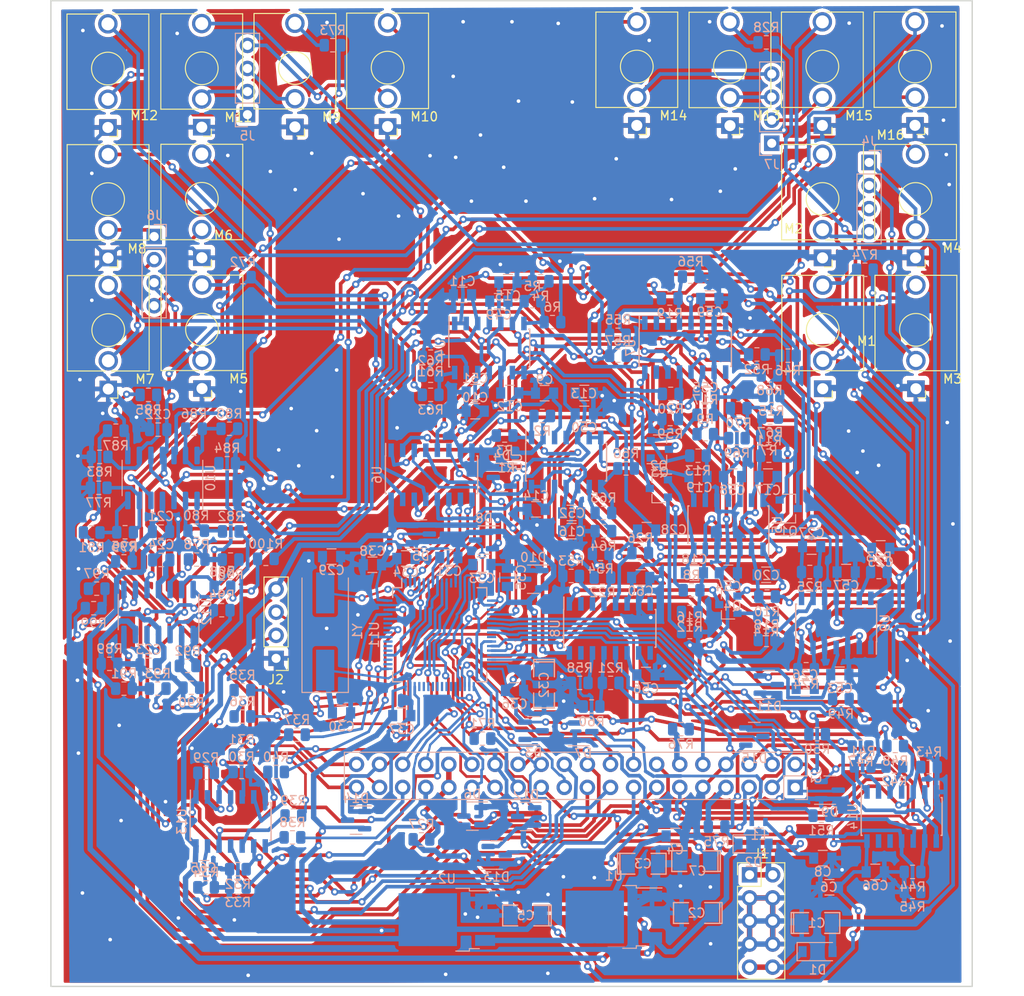
<source format=kicad_pcb>
(kicad_pcb (version 20211014) (generator pcbnew)
  (layers (0 "F.Cu" signal) (31 "B.Cu" signal) (34 "B.Paste" user) (35 "F.Paste" user) (36 "B.SilkS" user "B.Silkscreen") (37 "F.SilkS" user "F.Silkscreen") (38 "B.Mask" user) (39 "F.Mask" user) (44 "Edge.Cuts" user))
  (net 0 "")
  (net 1 "-12V")
  (net 2 "+12V")
  (net 3 "5volts")
  (net 4 "GND")
  (net 5 "+3.3VA")
  (net 6 "DAC5")
  (net 7 "DAC7")
  (net 8 "DAC1")
  (net 9 "DAC3")
  (net 10 "DAC2")
  (net 11 "DAC4")
  (net 12 "DAC6")
  (net 13 "DAC8")
  (net 14 "Net-(C17-Pad1)")
  (net 15 "Net-(C17-Pad2)")
  (net 16 "Net-(C18-Pad2)")
  (net 17 "Net-(C18-Pad1)")
  (net 18 "Net-(C19-Pad2)")
  (net 19 "Net-(C19-Pad1)")
  (net 20 "Net-(C20-Pad2)")
  (net 21 "Net-(C20-Pad1)")
  (net 22 "IN4")
  (net 23 "IN2")
  (net 24 "+3.3V")
  (net 25 "IN3")
  (net 26 "IN1")
  (net 27 "Net-(C25-Pad1)")
  (net 28 "Net-(C26-Pad1)")
  (net 29 "Net-(C27-Pad1)")
  (net 30 "Net-(C28-Pad1)")
  (net 31 "Net-(C29-Pad1)")
  (net 32 "Net-(C30-Pad1)")
  (net 33 "Net-(C31-Pad1)")
  (net 34 "Net-(D1-Pad1)")
  (net 35 "Net-(D2-Pad2)")
  (net 36 "/micro/SWDIO")
  (net 37 "/micro/SWCLK")
  (net 38 "ADC6")
  (net 39 "C4")
  (net 40 "ADC7")
  (net 41 "ADC8")
  (net 42 "F8")
  (net 43 "F5")
  (net 44 "F7")
  (net 45 "F1")
  (net 46 "C1")
  (net 47 "ADC5")
  (net 48 "ADC4")
  (net 49 "Frec")
  (net 50 "C3")
  (net 51 "ADC0")
  (net 52 "Fpush")
  (net 53 "Fplay")
  (net 54 "ADC10")
  (net 55 "F6")
  (net 56 "ADC9")
  (net 57 "ADC1")
  (net 58 "F4")
  (net 59 "ADC3")
  (net 60 "F2")
  (net 61 "ADC2")
  (net 62 "F3")
  (net 63 "ADC11")
  (net 64 "C2")
  (net 65 "OUT4")
  (net 66 "OUT3")
  (net 67 "OUT2")
  (net 68 "OUT1")
  (net 69 "v4")
  (net 70 "v3")
  (net 71 "v2")
  (net 72 "v1")
  (net 73 "Net-(Q1-Pad2)")
  (net 74 "/euro_touch/c4")
  (net 75 "/euro_touch/c2")
  (net 76 "Net-(Q2-Pad2)")
  (net 77 "Net-(Q3-Pad2)")
  (net 78 "/euro_touch/c3")
  (net 79 "/euro_touch/c1")
  (net 80 "Net-(Q4-Pad2)")
  (net 81 "Net-(R1-Pad2)")
  (net 82 "Net-(R2-Pad1)")
  (net 83 "Net-(R4-Pad2)")
  (net 84 "Net-(R5-Pad1)")
  (net 85 "/euro_touch/o4")
  (net 86 "/euro_touch/o2")
  (net 87 "/euro_touch/o3")
  (net 88 "/euro_touch/o1")
  (net 89 "Net-(R19-Pad2)")
  (net 90 "Net-(R20-Pad2)")
  (net 91 "Net-(R21-Pad2)")
  (net 92 "Net-(R22-Pad2)")
  (net 93 "FR1")
  (net 94 "Net-(R35-Pad2)")
  (net 95 "Net-(R36-Pad2)")
  (net 96 "FR2")
  (net 97 "Net-(R37-Pad2)")
  (net 98 "FR3")
  (net 99 "Net-(R38-Pad2)")
  (net 100 "FR4")
  (net 101 "Net-(R39-Pad2)")
  (net 102 "rec")
  (net 103 "Net-(R40-Pad2)")
  (net 104 "push")
  (net 105 "Net-(R47-Pad2)")
  (net 106 "FR5")
  (net 107 "Net-(R48-Pad2)")
  (net 108 "FR6")
  (net 109 "FR7")
  (net 110 "Net-(R49-Pad2)")
  (net 111 "Net-(R50-Pad2)")
  (net 112 "FR8")
  (net 113 "Net-(R51-Pad2)")
  (net 114 "play")
  (net 115 "Net-(R53-Pad1)")
  (net 116 "Net-(R55-Pad1)")
  (net 117 "Net-(R57-Pad1)")
  (net 118 "Net-(R58-Pad1)")
  (net 119 "Net-(R61-Pad2)")
  (net 120 "Net-(R62-Pad1)")
  (net 121 "Net-(R64-Pad2)")
  (net 122 "Net-(R65-Pad1)")
  (net 123 "SEL1")
  (net 124 "SEL2")
  (net 125 "SEL3")
  (net 126 "EN_LOW1")
  (net 127 "DAC")
  (net 128 "Net-(R46-Pad1)")
  (net 129 "/IOjacks/nv1")
  (net 130 "/IOjacks/ni1")
  (net 131 "/IOjacks/no1")
  (net 132 "/IOjacks/nc1")
  (net 133 "/IOjacks/nv3")
  (net 134 "/IOjacks/ni3")
  (net 135 "/IOjacks/no3")
  (net 136 "/IOjacks/nc3")
  (net 137 "/IOjacks/nc2")
  (net 138 "/IOjacks/no2")
  (net 139 "/IOjacks/ni2")
  (net 140 "/IOjacks/nv2")
  (net 141 "/IOjacks/nc4")
  (net 142 "/IOjacks/no4")
  (net 143 "/IOjacks/ni4")
  (net 144 "/IOjacks/nv4")
  (net 145 "TRIG")
  (net 146 "Net-(C32-Pad1)")
  (net 147 "TRIGG")
  (net 156 "OUT4b")
  (net 157 "OUT2b")
  (net 160 "OUT3b")
  (net 161 "OUT1b")
  (net 177 "Net-(J3-Pad12)")
  (net 178 "Net-(J3-Pad7)")
  (net 179 "Net-(J3-Pad31)")
  (net 180 "C2amped")
  (net 181 "OUT2amped")
  (net 182 "C3amped")
  (net 183 "OUT1amped")
  (net 184 "C1amped")
  (net 185 "OUT4amped")
  (net 186 "C4amped")
  (net 187 "Net-(R77-Pad2)")
  (net 188 "Net-(R78-Pad2)")
  (net 189 "Net-(R79-Pad1)")
  (net 190 "Net-(R80-Pad1)")
  (net 191 "Net-(R83-Pad2)")
  (net 192 "Net-(R84-Pad2)")
  (net 193 "Net-(R85-Pad1)")
  (net 194 "Net-(R86-Pad1)")
  (net 195 "OUT3amped")
  (net 196 "Net-(R89-Pad2)")
  (net 197 "Net-(R90-Pad2)")
  (net 198 "Net-(R91-Pad1)")
  (net 199 "Net-(R92-Pad1)")
  (net 200 "Net-(R95-Pad2)")
  (net 201 "Net-(R96-Pad2)")
  (net 202 "Net-(R97-Pad1)")
  (net 203 "Net-(R100-Pad2)")
  (footprint "Pin_Headers:Pin_Header_Straight_2x05_Pitch2.54mm" (layer "F.Cu") (at 128.9675 140.19)
    (fp_text reference "J1")
    (fp_text value "Conn_02x05_Odd_Even")
  )
  (footprint "Pin_Headers:Pin_Header_Straight_1x04_Pitch2.54mm" (layer "F.Cu") (at 76.8875 116.37 180)
    (fp_text reference "J2")
    (fp_text value "prog")
  )
  (footprint "new_kicad:Jack_3.5mm_QingPu_WQP-PJ398SM_Vertical_CircularHoles" (layer "F.Cu") (at 137.01 86.7 180)
    (fp_text reference "M1")
    (fp_text value "AUDIO-JACKERTHENVAR-PJ398")
  )
  (footprint "new_kicad:Jack_3.5mm_QingPu_WQP-PJ398SM_Vertical_CircularHoles" (layer "F.Cu") (at 136.99 72.3 180)
    (fp_text reference "M2")
    (fp_text value "AUDIO-JACKERTHENVAR-PJ398")
  )
  (footprint "new_kicad:Jack_3.5mm_QingPu_WQP-PJ398SM_Vertical_CircularHoles" (layer "F.Cu") (at 147.26 86.7 180)
    (fp_text reference "M3")
    (fp_text value "AUDIO-JACKERTHENVAR-PJ398")
  )
  (footprint "new_kicad:Jack_3.5mm_QingPu_WQP-PJ398SM_Vertical_CircularHoles" (layer "F.Cu") (at 147.22 72.3 180)
    (fp_text reference "M4")
    (fp_text value "AUDIO-JACKERTHENVAR-PJ398")
  )
  (footprint "new_kicad:Jack_3.5mm_QingPu_WQP-PJ398SM_Vertical_CircularHoles" (layer "F.Cu") (at 68.74 86.68 180)
    (fp_text reference "M5")
    (fp_text value "AUDIO-JACKERTHENVAR-PJ398")
  )
  (footprint "new_kicad:Jack_3.5mm_QingPu_WQP-PJ398SM_Vertical_CircularHoles" (layer "F.Cu") (at 68.72 72.28 180)
    (fp_text reference "M6")
    (fp_text value "AUDIO-JACKERTHENVAR-PJ398")
  )
  (footprint "new_kicad:Jack_3.5mm_QingPu_WQP-PJ398SM_Vertical_CircularHoles" (layer "F.Cu") (at 58.43 86.73 180)
    (fp_text reference "M7")
    (fp_text value "AUDIO-JACKERTHENVAR-PJ398")
  )
  (footprint "new_kicad:Jack_3.5mm_QingPu_WQP-PJ398SM_Vertical_CircularHoles" (layer "F.Cu") (at 58.41 72.32 180)
    (fp_text reference "M8")
    (fp_text value "AUDIO-JACKERTHENVAR-PJ398")
  )
  (footprint "new_kicad:Jack_3.5mm_QingPu_WQP-PJ398SM_Vertical_CircularHoles" (layer "F.Cu") (at 78.96 57.89 180)
    (fp_text reference "M9")
    (fp_text value "AUDIO-JACKERTHENVAR-PJ398")
  )
  (footprint "new_kicad:Jack_3.5mm_QingPu_WQP-PJ398SM_Vertical_CircularHoles" (layer "F.Cu") (at 89.154 57.85 180)
    (fp_text reference "M10")
    (fp_text value "AUDIO-JACKERTHENVAR-PJ398")
  )
  (footprint "new_kicad:Jack_3.5mm_QingPu_WQP-PJ398SM_Vertical_CircularHoles" (layer "F.Cu") (at 68.71 57.92 180)
    (fp_text reference "M11")
    (fp_text value "AUDIO-JACKERTHENVAR-PJ398")
  )
  (footprint "new_kicad:Jack_3.5mm_QingPu_WQP-PJ398SM_Vertical_CircularHoles" (layer "F.Cu") (at 58.39 57.95 180)
    (fp_text reference "M12")
    (fp_text value "AUDIO-JACKERTHENVAR-PJ398")
  )
  (footprint "new_kicad:Jack_3.5mm_QingPu_WQP-PJ398SM_Vertical_CircularHoles" (layer "F.Cu") (at 126.81 57.75 180)
    (fp_text reference "M13")
    (fp_text value "AUDIO-JACKERTHENVAR-PJ398")
  )
  (footprint "new_kicad:Jack_3.5mm_QingPu_WQP-PJ398SM_Vertical_CircularHoles" (layer "F.Cu") (at 116.56 57.73 180)
    (fp_text reference "M14")
    (fp_text value "AUDIO-JACKERTHENVAR-PJ398")
  )
  (footprint "new_kicad:Jack_3.5mm_QingPu_WQP-PJ398SM_Vertical_CircularHoles" (layer "F.Cu") (at 136.97 57.73 180)
    (fp_text reference "M15")
    (fp_text value "AUDIO-JACKERTHENVAR-PJ398")
  )
  (footprint "new_kicad:Jack_3.5mm_QingPu_WQP-PJ398SM_Vertical_CircularHoles" (layer "F.Cu") (at 147.16 57.72 180)
    (fp_text reference "M16")
    (fp_text value "AUDIO-JACKERTHENVAR-PJ398")
  )
  (footprint "SMD_Packages:SMD-1206_Pol" (layer "B.Cu") (at 136.341 145.49)
    (fp_text reference "C1")
    (fp_text value "10uF")
  )
  (footprint "SMD_Packages:SMD-1206_Pol" (layer "B.Cu") (at 123.14 144.39 180)
    (fp_text reference "C2")
    (fp_text value "10uF")
  )
  (footprint "SMD_Packages:SMD-1206_Pol" (layer "B.Cu") (at 117.2375 138.97)
    (fp_text reference "C3")
    (fp_text value "10uF")
  )
  (footprint "Capacitors_SMD:C_0805" (layer "B.Cu") (at 120.7875 135.92)
    (fp_text reference "C4")
    (fp_text value "100nF")
  )
  (footprint "SMD_Packages:SMD-1206_Pol" (layer "B.Cu") (at 104.349 144.66 180)
    (fp_text reference "C5")
    (fp_text value "10uF")
  )
  (footprint "Capacitors_SMD:C_0805" (layer "B.Cu") (at 137.7475 141.56 180)
    (fp_text reference "C6")
    (fp_text value "100nF")
  )
  (footprint "SMD_Packages:SMD-1206_Pol" (layer "B.Cu") (at 122.95 138.68 180)
    (fp_text reference "C7")
    (fp_text value "10uF")
  )
  (footprint "Capacitors_SMD:C_0805" (layer "B.Cu") (at 137.0175 138.35)
    (fp_text reference "C8")
    (fp_text value "100nF")
  )
  (footprint "Capacitors_SMD:C_0805" (layer "B.Cu") (at 106.4175 87.19 180)
    (fp_text reference "C9")
    (fp_text value "1NF")
  )
  (footprint "Capacitors_SMD:C_0805" (layer "B.Cu") (at 98.7875 89.17 180)
    (fp_text reference "C10")
    (fp_text value "1NF")
  )
  (footprint "Capacitors_SMD:C_0805" (layer "B.Cu") (at 97.3875 76.37 180)
    (fp_text reference "C11")
    (fp_text value "1NF")
  )
  (footprint "Capacitors_SMD:C_0805" (layer "B.Cu") (at 102.5875 87.17)
    (fp_text reference "C12")
    (fp_text value "1NF")
  )
  (footprint "Capacitors_SMD:C_0805" (layer "B.Cu") (at 110.7875 87.17)
    (fp_text reference "C13")
    (fp_text value "1NF")
  )
  (footprint "Capacitors_SMD:C_0805" (layer "B.Cu") (at 105.4875 99.97 180)
    (fp_text reference "C14")
    (fp_text value "1NF")
  )
  (footprint "Capacitors_SMD:C_0805" (layer "B.Cu") (at 102.3875 74.97)
    (fp_text reference "C15")
    (fp_text value "1NF")
  )
  (footprint "Capacitors_SMD:C_0805" (layer "B.Cu") (at 109.3875 102.37)
    (fp_text reference "C16")
    (fp_text value "1NF")
  )
  (footprint "Capacitors_SMD:C_0805" (layer "B.Cu") (at 130.9875 96.37)
    (fp_text reference "C17")
    (fp_text value "1N")
  )
  (footprint "Capacitors_SMD:C_0805" (layer "B.Cu") (at 122.8975 106.96 180)
    (fp_text reference "C18")
    (fp_text value "1N")
  )
  (footprint "Capacitors_SMD:C_0805" (layer "B.Cu") (at 123.2875 96.37 180)
    (fp_text reference "C19")
    (fp_text value "1N")
  )
  (footprint "Capacitors_SMD:C_0805" (layer "B.Cu") (at 130.7875 107.17)
    (fp_text reference "C20")
    (fp_text value "1N")
  )
  (footprint "Capacitors_SMD:C_0805" (layer "B.Cu") (at 143.3875 104.27)
    (fp_text reference "C25")
    (fp_text value "100P")
  )
  (footprint "Capacitors_SMD:C_0805" (layer "B.Cu") (at 135.0875 119.67 180)
    (fp_text reference "C26")
    (fp_text value "100P")
  )
  (footprint "Capacitors_SMD:C_0805" (layer "B.Cu") (at 135.7875 104.07 180)
    (fp_text reference "C27")
    (fp_text value "100P")
  )
  (footprint "Capacitors_SMD:C_0805" (layer "B.Cu") (at 117.6375 102.26)
    (fp_text reference "C28")
    (fp_text value "100P")
  )
  (footprint "Capacitors_SMD:C_0805" (layer "B.Cu") (at 82.9875 105.17)
    (fp_text reference "C29")
    (fp_text value "18pF")
  )
  (footprint "Capacitors_SMD:C_0805" (layer "B.Cu") (at 84.0875 122.37)
    (fp_text reference "C30")
    (fp_text value "18pF")
  )
  (footprint "Capacitors_SMD:C_0805" (layer "B.Cu") (at 95.8875 105.27)
    (fp_text reference "C31")
    (fp_text value "100nF")
  )
  (footprint "SMD_Packages:SMD-1206_Pol" (layer "B.Cu") (at 106.3575 119.29 -90)
    (fp_text reference "C32")
    (fp_text value "4.7uF")
  )
  (footprint "Capacitors_SMD:C_0805" (layer "B.Cu") (at 99.5175 106.05)
    (fp_text reference "C33")
    (fp_text value "100nF")
  )
  (footprint "Capacitors_SMD:C_0805" (layer "B.Cu") (at 91.1675 105.38)
    (fp_text reference "C34")
    (fp_text value "100nF")
  )
  (footprint "Capacitors_SMD:C_0805" (layer "B.Cu") (at 102.3375 107.46 90)
    (fp_text reference "C35")
    (fp_text value "100nF")
  )
  (footprint "Capacitors_SMD:C_0805" (layer "B.Cu") (at 103.1075 119.9)
    (fp_text reference "C36")
    (fp_text value "100nF")
  )
  (footprint "Capacitors_SMD:C_0805" (layer "B.Cu") (at 90.7125 122.67)
    (fp_text reference "C37")
    (fp_text value "100nF")
  )
  (footprint "Capacitors_SMD:C_0805" (layer "B.Cu") (at 87.4875 106.07 180)
    (fp_text reference "C38")
    (fp_text value "100nF")
  )
  (footprint "Capacitors_SMD:C_0805" (layer "B.Cu") (at 101.3875 77.07)
    (fp_text reference "C49")
    (fp_text value "100nF")
  )
  (footprint "Capacitors_SMD:C_0805" (layer "B.Cu") (at 110.7875 89.47)
    (fp_text reference "C50")
    (fp_text value "100nF")
  )
  (footprint "Capacitors_SMD:C_0805" (layer "B.Cu") (at 98.7875 87.07 180)
    (fp_text reference "C51")
    (fp_text value "100nF")
  )
  (footprint "Capacitors_SMD:C_0805" (layer "B.Cu") (at 109.3875 100.37)
    (fp_text reference "C52")
    (fp_text value "100nF")
  )
  (footprint "Capacitors_SMD:C_0805" (layer "B.Cu") (at 138.8875 118.17)
    (fp_text reference "C53")
    (fp_text value "100nF")
  )
  (footprint "Capacitors_SMD:C_0805" (layer "B.Cu") (at 126.6275 106.96)
    (fp_text reference "C54")
    (fp_text value "100nF")
  )
  (footprint "Capacitors_SMD:C_0805" (layer "B.Cu") (at 124.1875 87.37)
    (fp_text reference "C55")
    (fp_text value "100nF")
  )
  (footprint "Capacitors_SMD:C_0805" (layer "B.Cu") (at 117.5775 118.2)
    (fp_text reference "C56")
    (fp_text value "100nF")
  )
  (footprint "Capacitors_SMD:C_0805" (layer "B.Cu") (at 139.5875 106.87)
    (fp_text reference "C57")
    (fp_text value "100nF")
  )
  (footprint "Capacitors_SMD:C_0805" (layer "B.Cu") (at 127.0875 96.37)
    (fp_text reference "C58")
    (fp_text value "100nF")
  )
  (footprint "Capacitors_SMD:C_0805" (layer "B.Cu") (at 124.5875 76.77)
    (fp_text reference "C59")
    (fp_text value "100nF")
  )
  (footprint "Capacitors_SMD:C_0805" (layer "B.Cu") (at 116.9875 107.47)
    (fp_text reference "C60")
    (fp_text value "100nF")
  )
  (footprint "Capacitors_SMD:C_0805" (layer "B.Cu") (at 68.9875 139.47)
    (fp_text reference "C65")
    (fp_text value "100nF")
  )
  (footprint "Capacitors_SMD:C_0805" (layer "B.Cu") (at 142.7875 139.87)
    (fp_text reference "C66")
    (fp_text value "100nF")
  )
  (footprint "Diodes_SMD:D_SOD-123" (layer "B.Cu") (at 136.44 148.64)
    (fp_text reference "D1")
    (fp_text value "D")
  )
  (footprint "Diodes_SMD:D_SOD-123" (layer "B.Cu") (at 129.3975 136.8)
    (fp_text reference "D2")
    (fp_text value "D")
  )
  (footprint "Pin_Headers:Pin_Header_Straight_2x20_Pitch2.54mm" (layer "B.Cu") (at 133.9875 130.57 90)
    (fp_text reference "J3")
    (fp_text value "Conn_02x20_Counter_Clockwise")
  )
  (footprint "Resistors_SMD:R_0603" (layer "B.Cu") (at 129.9575 134.37)
    (fp_text reference "L1")
    (fp_text value "INDUCTOR")
  )
  (footprint "TO_SOT_Packages_SMD:SOT-23" (layer "B.Cu") (at 133.2675 99.89)
    (fp_text reference "Q1")
    (fp_text value "Q_PNP_BEC")
  )
  (footprint "TO_SOT_Packages_SMD:SOT-23" (layer "B.Cu") (at 118.9875 97.67 180)
    (fp_text reference "Q2")
    (fp_text value "Q_PNP_BEC")
  )
  (footprint "TO_SOT_Packages_SMD:SOT-23" (layer "B.Cu") (at 119.0875 93.37)
    (fp_text reference "Q3")
    (fp_text value "Q_PNP_BEC")
  )
  (footprint "TO_SOT_Packages_SMD:SOT-23" (layer "B.Cu") (at 126.6275 110.46 180)
    (fp_text reference "Q4")
    (fp_text value "Q_PNP_BEC")
  )
  (footprint "Resistor_SMD:R_0805_2012Metric" (layer "B.Cu") (at 102.2275 93.75)
    (fp_text reference "R1")
    (fp_text value "1K")
  )
  (footprint "Resistor_SMD:R_0805_2012Metric" (layer "B.Cu") (at 106.16 89.7)
    (fp_text reference "R2")
    (fp_text value "1K")
  )
  (footprint "Resistor_SMD:R_0805_2012Metric" (layer "B.Cu") (at 102.0275 91.85)
    (fp_text reference "R3")
    (fp_text value "1K")
  )
  (footprint "Resistor_SMD:R_0805_2012Metric" (layer "B.Cu") (at 105.9875 74.87)
    (fp_text reference "R4")
    (fp_text value "1K")
  )
  (footprint "Resistor_SMD:R_0805_2012Metric" (layer "B.Cu") (at 105.0875 77.07 180)
    (fp_text reference "R5")
    (fp_text value "1K")
  )
  (footprint "Resistor_SMD:R_0805_2012Metric" (layer "B.Cu") (at 107.2875 79.37 180)
    (fp_text reference "R6")
    (fp_text value "1K")
  )
  (footprint "Resistor_SMD:R_0805_2012Metric" (layer "B.Cu") (at 131.0875 91.87)
    (fp_text reference "R7")
    (fp_text value "220k")
  )
  (footprint "Resistor_SMD:R_0805_2012Metric" (layer "B.Cu") (at 122.5875 108.87 180)
    (fp_text reference "R8")
    (fp_text value "220k")
  )
  (footprint "Resistor_SMD:R_0805_2012Metric" (layer "B.Cu") (at 124.09 91.7 180)
    (fp_text reference "R9")
    (fp_text value "220k")
  )
  (footprint "Resistor_SMD:R_0805_2012Metric" (layer "B.Cu") (at 130.8875 109.57)
    (fp_text reference "R10")
    (fp_text value "220K")
  )
  (footprint "Resistor_SMD:R_0805_2012Metric" (layer "B.Cu") (at 131.0875 94.07 180)
    (fp_text reference "R11")
    (fp_text value "33k")
  )
  (footprint "Resistor_SMD:R_0805_2012Metric" (layer "B.Cu") (at 122.3875 111.27)
    (fp_text reference "R12")
    (fp_text value "33k")
  )
  (footprint "Resistor_SMD:R_0805_2012Metric" (layer "B.Cu") (at 123.2875 94.07)
    (fp_text reference "R13")
    (fp_text value "33k")
  )
  (footprint "Resistor_SMD:R_0805_2012Metric" (layer "B.Cu") (at 130.7875 111.77)
    (fp_text reference "R14")
    (fp_text value "33K")
  )
  (footprint "Resistor_SMD:R_0805_2012Metric" (layer "B.Cu") (at 131.37 87.49)
    (fp_text reference "R15")
    (fp_text value "1K")
  )
  (footprint "Resistor_SMD:R_0805_2012Metric" (layer "B.Cu") (at 122.3875 113.47 180)
    (fp_text reference "R16")
    (fp_text value "1K")
  )
  (footprint "Resistor_SMD:R_0805_2012Metric" (layer "B.Cu") (at 124.0875 89.57 180)
    (fp_text reference "R17")
    (fp_text value "1K")
  )
  (footprint "Resistor_SMD:R_0805_2012Metric" (layer "B.Cu") (at 130.8275 114.34 180)
    (fp_text reference "R18")
    (fp_text value "1K")
  )
  (footprint "Resistor_SMD:R_0805_2012Metric" (layer "B.Cu") (at 120.1875 76.77)
    (fp_text reference "R19")
    (fp_text value "100k")
  )
  (footprint "Resistor_SMD:R_0805_2012Metric" (layer "B.Cu") (at 120.2875 87.27)
    (fp_text reference "R20")
    (fp_text value "100k")
  )
  (footprint "Resistor_SMD:R_0805_2012Metric" (layer "B.Cu") (at 113.6875 119.07 180)
    (fp_text reference "R21")
    (fp_text value "100k")
  )
  (footprint "Resistor_SMD:R_0805_2012Metric" (layer "B.Cu") (at 112.7875 107.47)
    (fp_text reference "R22")
    (fp_text value "100K")
  )
  (footprint "Resistor_SMD:R_0805_2012Metric" (layer "B.Cu") (at 143.1875 106.87 180)
    (fp_text reference "R23")
    (fp_text value "22K")
  )
  (footprint "Resistor_SMD:R_0805_2012Metric" (layer "B.Cu") (at 135.1875 117.57)
    (fp_text reference "R24")
    (fp_text value "22K")
  )
  (footprint "Resistor_SMD:R_0805_2012Metric" (layer "B.Cu") (at 135.5875 106.87)
    (fp_text reference "R25")
    (fp_text value "22K")
  )
  (footprint "Resistor_SMD:R_0805_2012Metric" (layer "B.Cu") (at 116.9375 104.78 180)
    (fp_text reference "R26")
    (fp_text value "22K")
  )
  (footprint "Resistor_SMD:R_0805_2012Metric" (layer "B.Cu") (at 69.1875 128.97 180)
    (fp_text reference "R29")
    (fp_text value "3.3M")
  )
  (footprint "Resistor_SMD:R_0805_2012Metric" (layer "B.Cu") (at 73.0875 128.87 180)
    (fp_text reference "R30")
    (fp_text value "3.3M")
  )
  (footprint "Resistor_SMD:R_0805_2012Metric" (layer "B.Cu") (at 73.0875 126.97 180)
    (fp_text reference "R31")
    (fp_text value "3.3M")
  )
  (footprint "Resistor_SMD:R_0805_2012Metric" (layer "B.Cu") (at 72.6875 139.57)
    (fp_text reference "R32")
    (fp_text value "3.3M")
  )
  (footprint "Resistor_SMD:R_0805_2012Metric" (layer "B.Cu") (at 72.6875 141.57)
    (fp_text reference "R33")
    (fp_text value "3.3M")
  )
  (footprint "Resistor_SMD:R_0805_2012Metric" (layer "B.Cu") (at 69.1875 141.57 180)
    (fp_text reference "R34")
    (fp_text value "3.3M")
  )
  (footprint "Resistor_SMD:R_0805_2012Metric" (layer "B.Cu") (at 73.1875 119.87 180)
    (fp_text reference "R35")
    (fp_text value "1K")
  )
  (footprint "Resistor_SMD:R_0805_2012Metric" (layer "B.Cu") (at 73.1875 122.77 180)
    (fp_text reference "R36")
    (fp_text value "1K")
  )
  (footprint "Resistor_SMD:R_0805_2012Metric" (layer "B.Cu") (at 79.1875 124.77 180)
    (fp_text reference "R37")
    (fp_text value "1K")
  )
  (footprint "Resistor_SMD:R_0805_2012Metric" (layer "B.Cu") (at 78.6875 136.07 180)
    (fp_text reference "R38")
    (fp_text value "1K")
  )
  (footprint "Resistor_SMD:R_0805_2012Metric" (layer "B.Cu") (at 78.7875 133.67 180)
    (fp_text reference "R39")
    (fp_text value "1K")
  )
  (footprint "Resistor_SMD:R_0805_2012Metric" (layer "B.Cu") (at 76.8875 128.87 180)
    (fp_text reference "R40")
    (fp_text value "1K")
  )
  (footprint "Resistor_SMD:R_0805_2012Metric" (layer "B.Cu") (at 141.4 128.25 180)
    (fp_text reference "R41")
    (fp_text value "3.3M")
  )
  (footprint "Resistor_SMD:R_0805_2012Metric" (layer "B.Cu") (at 144.8875 128.27)
    (fp_text reference "R42")
    (fp_text value "3.3M")
  )
  (footprint "Resistor_SMD:R_0805_2012Metric" (layer "B.Cu") (at 148.7 128.33 180)
    (fp_text reference "R43")
    (fp_text value "3.3M")
  )
  (footprint "Resistor_SMD:R_0805_2012Metric" (layer "B.Cu") (at 146.8875 139.87)
    (fp_text reference "R44")
    (fp_text value "3.3M")
  )
  (footprint "Resistor_SMD:R_0805_2012Metric" (layer "B.Cu") (at 146.8875 142.07)
    (fp_text reference "R45")
    (fp_text value "3.3M")
  )
  (footprint "Resistor_SMD:R_0805_2012Metric" (layer "B.Cu") (at 141.1675 126.08)
    (fp_text reference "R47")
    (fp_text value "1K")
  )
  (footprint "Resistor_SMD:R_0805_2012Metric" (layer "B.Cu") (at 144.9875 126.01)
    (fp_text reference "R48")
    (fp_text value "1K")
  )
  (footprint "Resistor_SMD:R_0805_2012Metric" (layer "B.Cu") (at 139.0075 120.84)
    (fp_text reference "R49")
    (fp_text value "1K")
  )
  (footprint "Resistor_SMD:R_0805_2012Metric" (layer "B.Cu") (at 136.398 124.714)
    (fp_text reference "R50")
    (fp_text value "1K")
  )
  (footprint "Resistor_SMD:R_0805_2012Metric" (layer "B.Cu") (at 136.8575 133.68)
    (fp_text reference "R51")
    (fp_text value "1K")
  )
  (footprint "Resistor_SMD:R_0805_2012Metric" (layer "B.Cu") (at 109.34 107.3 180)
    (fp_text reference "R53")
    (fp_text value "620R")
  )
  (footprint "Resistor_SMD:R_0805_2012Metric" (layer "B.Cu") (at 112.5875 104.87)
    (fp_text reference "R54")
    (fp_text value "620R")
  )
  (footprint "Resistor_SMD:R_0805_2012Metric" (layer "B.Cu") (at 114.4875 80.77 180)
    (fp_text reference "R55")
    (fp_text value "620R")
  )
  (footprint "Resistor_SMD:R_0805_2012Metric" (layer "B.Cu") (at 122.4875 74.37 180)
    (fp_text reference "R56")
    (fp_text value "620R")
  )
  (footprint "Resistor_SMD:R_0805_2012Metric" (layer "B.Cu") (at 114.4875 83.07 180)
    (fp_text reference "R57")
    (fp_text value "620R")
  )
  (footprint "Resistor_SMD:R_0805_2012Metric" (layer "B.Cu") (at 110.2875 119.07 180)
    (fp_text reference "R58")
    (fp_text value "620R")
  )
  (footprint "Resistor_SMD:R_0805_2012Metric" (layer "B.Cu") (at 120.2375 90.03)
    (fp_text reference "R59")
    (fp_text value "620R")
  )
  (footprint "Resistor_SMD:R_0805_2012Metric" (layer "B.Cu") (at 111.5875 121.67)
    (fp_text reference "R60")
    (fp_text value "620R")
  )
  (footprint "Resistor_SMD:R_0805_2012Metric" (layer "B.Cu") (at 93.8875 83.17)
    (fp_text reference "R61")
    (fp_text value "1K")
  )
  (footprint "Resistor_SMD:R_0805_2012Metric" (layer "B.Cu") (at 93.8875 85.27 180)
    (fp_text reference "R62")
    (fp_text value "1K")
  )
  (footprint "Resistor_SMD:R_0805_2012Metric" (layer "B.Cu") (at 93.8875 87.37)
    (fp_text reference "R63")
    (fp_text value "1K")
  )
  (footprint "Resistor_SMD:R_0805_2012Metric" (layer "B.Cu") (at 112.8875 102.37)
    (fp_text reference "R64")
    (fp_text value "1K")
  )
  (footprint "Resistor_SMD:R_0805_2012Metric" (layer "B.Cu") (at 112.8875 100.37 180)
    (fp_text reference "R65")
    (fp_text value "1K")
  )
  (footprint "Resistor_SMD:R_0805_2012Metric" (layer "B.Cu") (at 115.3875 95.47 180)
    (fp_text reference "R66")
    (fp_text value "1K")
  )
  (footprint "TO_SOT_Packages_SMD:TO-252-2" (layer "B.Cu") (at 114.0375 144.82 180)
    (fp_text reference "U1")
    (fp_text value "LM1117-5.0")
  )
  (footprint "TO_SOT_Packages_SMD:TO-252-2" (layer "B.Cu") (at 95.6775 145.13 180)
    (fp_text reference "U2")
    (fp_text value "LM1117-3.3")
  )
  (footprint "Housings_SOIC:SOIC-14_3.9x8.7mm_Pitch1.27mm" (layer "B.Cu") (at 108.7875 94.77 -90)
    (fp_text reference "U3")
    (fp_text value "TL074")
  )
  (footprint "Housings_SOIC:SOIC-14_3.9x8.7mm_Pitch1.27mm" (layer "B.Cu") (at 100.3375 82.22 -90)
    (fp_text reference "U4")
    (fp_text value "TL074")
  )
  (footprint "Housings_SOIC:SOIC-14_3.9x8.7mm_Pitch1.27mm" (layer "B.Cu") (at 126.6375 101.67 90)
    (fp_text reference "U5")
    (fp_text value "TL074")
  )
  (footprint "Housings_SOIC:SOIC-16_3.9x9.9mm_Pitch1.27mm" (layer "B.Cu") (at 93.9875 96.17 -90)
    (fp_text reference "U6")
    (fp_text value "4051")
  )
  (footprint "Housings_SOIC:SOIC-16_3.9x9.9mm_Pitch1.27mm" (layer "B.Cu") (at 121.8875 82.17 -90)
    (fp_text reference "U7")
    (fp_text value "LM13700")
  )
  (footprint "Housings_SOIC:SOIC-16_3.9x9.9mm_Pitch1.27mm" (layer "B.Cu") (at 113.5875 113.07 -90)
    (fp_text reference "U8")
    (fp_text value "LM13700")
  )
  (footprint "Housings_SOIC:SOIC-14_3.9x8.7mm_Pitch1.27mm" (layer "B.Cu") (at 138.4875 112.47 90)
    (fp_text reference "U9")
    (fp_text value "TL074")
  )
  (footprint "Housings_QFP:LQFP-64_10x10mm_Pitch0.5mm" (layer "B.Cu") (at 94.8875 113.77 -90)
    (fp_text reference "U11")
    (fp_text value "STM32F413was446RETx")
  )
  (footprint "Housings_SOIC:SOIC-14_3.9x8.7mm_Pitch1.27mm" (layer "B.Cu") (at 71.8875 134.32 -90)
    (fp_text reference "U13")
    (fp_text value "40106")
  )
  (footprint "Housings_SOIC:SOIC-14_3.9x8.7mm_Pitch1.27mm" (layer "B.Cu") (at 145.6875 133.77 -90)
    (fp_text reference "U14")
    (fp_text value "40106")
  )
  (footprint "Crystals:Crystal_SMD_HC49-SD" (layer "B.Cu") (at 82.2875 113.42 90)
    (fp_text reference "Y1")
    (fp_text value "8MHz")
  )
  (footprint "Resistor_SMD:R_0805_2012Metric" (layer "B.Cu") (at 133.1825 83.06)
    (fp_text reference "R46")
    (fp_text value "100R")
  )
  (footprint "Resistor_SMD:R_0805_2012Metric" (layer "B.Cu") (at 129.77 82.93)
    (fp_text reference "R52")
    (fp_text value "20KNOW")
  )
  (footprint "Resistor_SMD:R_0805_2012Metric" (layer "B.Cu") (at 131.22 89.87)
    (fp_text reference "R67")
    (fp_text value "220K")
  )
  (footprint "Resistor_SMD:R_0805_2012Metric" (layer "B.Cu") (at 131.16 85.23)
    (fp_text reference "R68")
    (fp_text value "220K")
  )
  (footprint "Resistor_SMD:R_0805_2012Metric" (layer "B.Cu") (at 127.57 92.14)
    (fp_text reference "R69")
    (fp_text value "220K")
  )
  (footprint "Resistor_SMD:R_0805_2012Metric" (layer "B.Cu") (at 127.7675 88.84)
    (fp_text reference "R70")
    (fp_text value "220K")
  )
  (footprint "Pin_Headers:Pin_Header_Straight_1x04_Pitch2.54mm" (layer "B.Cu") (at 142.11 61.8 180)
    (fp_text reference "J4")
    (fp_text value "Conn_01x04_Male")
  )
  (footprint "Pin_Headers:Pin_Header_Straight_1x04_Pitch2.54mm" (layer "B.Cu") (at 73.74 56.54)
    (fp_text reference "J5")
    (fp_text value "Conn_01x04_Male")
  )
  (footprint "Pin_Headers:Pin_Header_Straight_1x04_Pitch2.54mm" (layer "B.Cu") (at 63.48 69.95 180)
    (fp_text reference "J6")
    (fp_text value "Conn_01x04_Male")
  )
  (footprint "Pin_Headers:Pin_Header_Straight_1x04_Pitch2.54mm" (layer "B.Cu") (at 131.4 59.69)
    (fp_text reference "J7")
    (fp_text value "Conn_01x04_Male")
  )
  (footprint "Resistor_SMD:R_0805_2012Metric" (layer "B.Cu") (at 99.5875 125.2 180)
    (fp_text reference "R71")
    (fp_text value "10k")
  )
  (footprint "Capacitor_SMD:C_0805_2012Metric" (layer "B.Cu") (at 63.92 91.2 180)
    (fp_text reference "C22")
    (fp_text value "100nF")
  )
  (footprint "Package_SO:SOIC-14_3.9x8.7mm_P1.27mm" (layer "B.Cu") (at 64.39 96.52 90)
    (fp_text reference "U10")
    (fp_text value "TL074")
  )
  (footprint "Resistor_SMD:R_0805_2012Metric" (layer "B.Cu") (at 60.1575 105.7 180)
    (fp_text reference "R95")
    (fp_text value "1K")
  )
  (footprint "Resistor_SMD:R_0805_2012Metric" (layer "B.Cu") (at 68.1575 105.5 180)
    (fp_text reference "R78")
    (fp_text value "1K")
  )
  (footprint "Capacitor_SMD:C_0805_2012Metric" (layer "B.Cu") (at 64.23 102.42 180)
    (fp_text reference "C21")
    (fp_text value "100nF")
  )
  (footprint "Resistor_SMD:R_0805_2012Metric" (layer "B.Cu") (at 57.4825 94.2)
    (fp_text reference "R83")
    (fp_text value "1K")
  )
  (footprint "Package_SO:SOIC-14_3.9x8.7mm_P1.27mm" (layer "B.Cu") (at 63.96 111.27 90)
    (fp_text reference "U12")
    (fp_text value "TL074")
  )
  (footprint "Package_TO_SOT_SMD:SOT-23" (layer "B.Cu") (at 99.7475 103.35 180)
    (fp_text reference "D8")
    (fp_text value "BAT54S")
  )
  (footprint "Resistor_SMD:R_0805_2012Metric" (layer "B.Cu") (at 121.415 124.16)
    (fp_text reference "R76")
    (fp_text value "10K")
  )
  (footprint "Package_TO_SOT_SMD:SOT-23" (layer "B.Cu") (at 85.6875 134.17 180)
    (fp_text reference "D14")
    (fp_text value "BAT54S")
  )
  (footprint "Resistor_SMD:R_0805_2012Metric" (layer "B.Cu") (at 56.8225 110.85)
    (fp_text reference "R99")
    (fp_text value "1K")
  )
  (footprint "Package_TO_SOT_SMD:SOT-23" (layer "B.Cu") (at 129.4875 124.97)
    (fp_text reference "D15")
    (fp_text value "BAT54S")
  )
  (footprint "Resistor_SMD:R_0805_2012Metric" (layer "B.Cu") (at 83.1075 48.9 180)
    (fp_text reference "R73")
    (fp_text value "1K")
  )
  (footprint "Capacitor_SMD:C_0805_2012Metric" (layer "B.Cu") (at 64.258 105.542 180)
    (fp_text reference "C24")
    (fp_text value "100nF")
  )
  (footprint "Resistor_SMD:R_0805_2012Metric" (layer "B.Cu") (at 60.1575 119.7 180)
    (fp_text reference "R91")
    (fp_text value "1K")
  )
  (footprint "Resistor_SMD:R_0805_2012Metric" (layer "B.Cu") (at 58.57 116.972 180)
    (fp_text reference "R89")
    (fp_text value "1K")
  )
  (footprint "Resistor_SMD:R_0805_2012Metric" (layer "B.Cu") (at 125.34 134.88)
    (fp_text reference "R75")
    (fp_text value "10K")
  )
  (footprint "Package_TO_SOT_SMD:SOT-23" (layer "B.Cu") (at 101.15 138.02)
    (fp_text reference "D13")
    (fp_text value "BAT54S")
  )
  (footprint "Resistor_SMD:R_0805_2012Metric" (layer "B.Cu") (at 141.65 73.61 180)
    (fp_text reference "R74")
    (fp_text value "1K")
  )
  (footprint "Resistor_SMD:R_0805_2012Metric" (layer "B.Cu") (at 68.1025 102.32 180)
    (fp_text reference "R80")
    (fp_text value "1K")
  )
  (footprint "Resistor_SMD:R_0805_2012Metric" (layer "B.Cu") (at 71.7475 91.1 180)
    (fp_text reference "R88")
    (fp_text value "1K")
  )
  (footprint "Resistor_SMD:R_0805_2012Metric" (layer "B.Cu") (at 71.5075 94.9 180)
    (fp_text reference "R84")
    (fp_text value "1K")
  )
  (footprint "Resistor_SMD:R_0805_2012Metric" (layer "B.Cu") (at 67.8575 91.1 180)
    (fp_text reference "R86")
    (fp_text value "1K")
  )
  (footprint "Package_TO_SOT_SMD:SOT-23" (layer "B.Cu") (at 98.4775 133.73 180)
    (fp_text reference "D6")
    (fp_text value "BAT54S")
  )
  (footprint "Resistor_SMD:R_0805_2012Metric" (layer "B.Cu") (at 70.9825 108.5 180)
    (fp_text reference "R98")
    (fp_text value "1K")
  )
  (footprint "Package_TO_SOT_SMD:SOT-23" (layer "B.Cu") (at 105.21 124.34)
    (fp_text reference "D3")
    (fp_text value "BAT54S")
  )
  (footprint "Package_TO_SOT_SMD:SOT-23" (layer "B.Cu") (at 101.71 96.46 180)
    (fp_text reference "D4")
    (fp_text value "BAT54S")
  )
  (footprint "Resistor_SMD:R_0805_2012Metric" (layer "B.Cu") (at 75.7625 105.42 180)
    (fp_text reference "R100")
    (fp_text value "1K")
  )
  (footprint "Package_TO_SOT_SMD:SOT-23" (layer "B.Cu") (at 92.8075 102.69)
    (fp_text reference "D5")
    (fp_text value "BAT54S")
  )
  (footprint "Resistor_SMD:R_0805_2012Metric" (layer "B.Cu") (at 56.6075 102.52)
    (fp_text reference "R81")
    (fp_text value "1K")
  )
  (footprint "Resistor_SMD:R_0805_2012Metric" (layer "B.Cu") (at 57.1575 108.7 180)
    (fp_text reference "R97")
    (fp_text value "1K")
  )
  (footprint "Package_TO_SOT_SMD:SOT-23" (layer "B.Cu") (at 131.0775 119.25)
    (fp_text reference "D11")
    (fp_text value "BAT54S")
  )
  (footprint "Resistor_SMD:R_0805_2012Metric" (layer "B.Cu") (at 67.1575 117.2 180)
    (fp_text reference "R92")
    (fp_text value "1K")
  )
  (footprint "Capacitor_SMD:C_0805_2012Metric" (layer "B.Cu") (at 62.87 117.07 180)
    (fp_text reference "C23")
    (fp_text value "100nF")
  )
  (footprint "Package_TO_SOT_SMD:SOT-23" (layer "B.Cu") (at 104.3875 133.77 180)
    (fp_text reference "D12")
    (fp_text value "BAT54S")
  )
  (footprint "Package_TO_SOT_SMD:SOT-23" (layer "B.Cu") (at 137.7775 130.87)
    (fp_text reference "D9")
    (fp_text value "BAT54S")
  )
  (footprint "Resistor_SMD:R_0805_2012Metric" (layer "B.Cu") (at 130.8075 48.59 180)
    (fp_text reference "R28")
    (fp_text value "1K")
  )
  (footprint "Package_TO_SOT_SMD:SOT-23" (layer "B.Cu") (at 110.6775 124.43)
    (fp_text reference "D7")
    (fp_text value "BAT54S")
  )
  (footprint "Resistor_SMD:R_0805_2012Metric" (layer "B.Cu") (at 59.2625 91.318)
    (fp_text reference "R87")
    (fp_text value "1K")
  )
  (footprint "Resistor_SMD:R_0805_2012Metric" (layer "B.Cu") (at 92.875 136.29 180)
    (fp_text reference "R27")
    (fp_text value "10K")
  )
  (footprint "Resistor_SMD:R_0805_2012Metric" (layer "B.Cu") (at 62.8475 87.38)
    (fp_text reference "R85")
    (fp_text value "1K")
  )
  (footprint "Resistor_SMD:R_0805_2012Metric" (layer "B.Cu") (at 71.9075 102.4 180)
    (fp_text reference "R82")
    (fp_text value "1K")
  )
  (footprint "Resistor_SMD:R_0805_2012Metric" (layer "B.Cu") (at 71.8825 105.5)
    (fp_text reference "R96")
    (fp_text value "1K")
  )
  (footprint "Resistor_SMD:R_0805_2012Metric" (layer "B.Cu") (at 57.3825 97.6)
    (fp_text reference "R77")
    (fp_text value "1K")
  )
  (footprint "Resistor_SMD:R_0805_2012Metric" (layer "B.Cu") (at 73.2375 74.42 180)
    (fp_text reference "R72")
    (fp_text value "1K")
  )
  (footprint "Resistor_SMD:R_0805_2012Metric" (layer "B.Cu") (at 70.9075 111.07 180)
    (fp_text reference "R94")
    (fp_text value "1K")
  )
  (footprint "Resistor_SMD:R_0805_2012Metric" (layer "B.Cu") (at 67.57 119.6)
    (fp_text reference "R90")
    (fp_text value "1K")
  )
  (footprint "Package_TO_SOT_SMD:SOT-23" (layer "B.Cu") (at 105.1775 107.66 180)
    (fp_text reference "D10")
    (fp_text value "BAT54S")
  )
  (footprint "Resistor_SMD:R_0805_2012Metric" (layer "B.Cu") (at 63.87 119.7 180)
    (fp_text reference "R93")
    (fp_text value "1K")
  )
  (footprint "Resistor_SMD:R_0805_2012Metric" (layer "B.Cu") (at 60.2785 102.494)
    (fp_text reference "R79")
    (fp_text value "1K")
  )
  (gr_rect (start 52.12 44) (end 153.45 152.47) (layer "Edge.Cuts") (width 0.15) (fill none))
  (segment (start 121.412 81.632) (end 121.412 82.804) (width 0.4) (layer "F.Cu") (net 1))
  (segment (start 128.4775 95.329014) (end 127.583011 94.434525) (width 0.4) (layer "F.Cu") (net 1))
  (segment (start 65.12 87.23) (end 65.41 87.52) (width 0.4) (layer "F.Cu") (net 1))
  (segment (start 103.558356 81.85) (end 102.500664 81.85) (width 0.4) (layer "F.Cu") (net 1))
  (segment (start 121.412 82.804) (end 125.4275 86.8195) (width 0.4) (layer "F.Cu") (net 1))
  (segment (start 116.408251 92.110888) (end 113.929112 92.110888) (width 0.4) (layer "F.Cu") (net 1))
  (segment (start 100.738836 80.7505) (end 100.068853 81.420483) (width 0.4) (layer "F.Cu") (net 1))
  (segment (start 62.79 101.65) (end 64.06 102.92) (width 0.6) (layer "F.Cu") (net 1))
  (segment (start 89.86 75.85) (end 89.86 78.571514) (width 0.4) (layer "F.Cu") (net 1))
  (segment (start 118.374831 83.628737) (end 119.411263 83.628737) (width 0.4) (layer "F.Cu") (net 1))
  (segment (start 117.929568 84.074) (end 118.374831 83.628737) (width 0.4) (layer "F.Cu") (net 1))
  (segment (start 128.4775 100.8075) (end 128.4775 95.329014) (width 0.4) (layer "F.Cu") (net 1))
  (segment (start 101.401164 80.7505) (end 100.738836 80.7505) (width 0.4) (layer "F.Cu") (net 1))
  (segment (start 120.119486 82.949) (end 121.41 81.658486) (width 0.4) (layer "F.Cu") (net 1))
  (segment (start 86.034668 80.275332) (end 86.034668 76.285332) (width 0.4) (layer "F.Cu") (net 1))
  (segment (start 125.0015 81.534) (end 124.7175 81.25) (width 0.4) (layer "F.Cu") (net 1))
  (segment (start 121.79 81.25) (end 123.6675 81.25) (width 0.4) (layer "F.Cu") (net 1))
  (segment (start 144.37 112.43) (end 145.59 113.65) (width 0.4) (layer "F.Cu") (net 1))
  (segment (start 64.06 102.92) (end 64.06 109.220601) (width 0.6) (layer "F.Cu") (net 1))
  (segment (start 64.57 96) (end 62.79 97.78) (width 0.6) (layer "F.Cu") (net 1))
  (segment (start 118.34 90.179139) (end 116.408251 92.110888) (width 0.4) (layer "F.Cu") (net 1))
  (segment (start 119.233386 105.18) (end 119.192348 105.138962) (width 0.4) (layer "F.Cu") (net 1))
  (segment (start 118.374831 83.628737) (end 118.34 83.663568) (width 0.4) (layer "F.Cu") (net 1))
  (segment (start 89.86 78.571514) (end 90.788486 79.5) (width 0.4) (layer "F.Cu") (net 1))
  (segment (start 131.4475 105.18) (end 119.233386 105.18) (width 0.4) (layer "F.Cu") (net 1))
  (segment (start 121.41 81.63) (end 121.412 81.632) (width 0.4) (layer "F.Cu") (net 1))
  (segment (start 118.34 83.663568) (end 118.34 90.179139) (width 0.4) (layer "F.Cu") (net 1))
  (segment (start 120.090999 82.949001) (end 120.119486 82.949) (width 0.4) (layer "F.Cu") (net 1))
  (segment (start 87.23 75.09) (end 89.1 75.09) (width 0.4) (layer "F.Cu") (net 1))
  (segment (start 121.41 81.658486) (end 121.41 81.63) (width 0.4) (layer "F.Cu") (net 1))
  (segment (start 65.12 85.05) (end 65.12 87.23) (width 0.4) (layer "F.Cu") (net 1))
  (segment (start 86.034668 76.285332) (end 87.23 75.09) (width 0.4) (layer "F.Cu") (net 1))
  (segment (start 121.41 81.63) (end 121.79 81.25) (width 0.4) (layer "F.Cu") (net 1))
  (segment (start 125.4275 86.8195) (end 125.4275 93.126836) (width 0.4) (layer "F.Cu") (net 1))
  (segment (start 128.96 101.29) (end 128.4775 100.8075) (width 0.4) (layer "F.Cu") (net 1))
  (segment (start 119.411263 83.628737) (end 120.090999 82.949001) (width 0.4) (layer "F.Cu") (net 1))
  (segment (start 125.4275 93.126836) (end 125.439082 93.138418) (width 0.4) (layer "F.Cu") (net 1))
  (segment (start 102.500664 81.85) (end 101.401164 80.7505) (width 0.4) (layer "F.Cu") (net 1))
  (segment (start 90.788486 79.5) (end 97.550517 79.5) (width 0.4) (layer "F.Cu") (net 1))
  (segment (start 100.068853 81.420483) (end 99.471 81.420483) (width 0.4) (layer "F.Cu") (net 1))
  (segment (start 64.06 109.220601) (end 65.210456 110.371057) (width 0.6) (layer "F.Cu") (net 1))
  (segment (start 116.332 84.074) (end 117.929568 84.074) (width 0.4) (layer "F.Cu") (net 1))
  (segment (start 89.1 75.09) (end 89.86 75.85) (width 0.4) (layer "F.Cu") (net 1))
  (segment (start 132.2075 104.42) (end 131.4475 105.18) (width 0.4) (layer "F.Cu") (net 1))
  (segment (start 97.550517 79.5) (end 99.471 81.420483) (width 0.4) (layer "F.Cu") (net 1))
  (segment (start 138.5875 112.43) (end 144.37 112.43) (width 0.4) (layer "F.Cu") (net 1))
  (segment (start 104.531229 80.877127) (end 103.558356 81.85) (width 0.4) (layer "F.Cu") (net 1))
  (segment (start 124.7175 81.25) (end 123.6675 81.25) (width 0.4) (layer "F.Cu") (net 1))
  (segment (start 113.929112 92.110888) (end 110.08 95.96) (width 0.4) (layer "F.Cu") (net 1))
  (segment (start 62.79 97.78) (end 62.79 101.65) (width 0.6) (layer "F.Cu") (net 1))
  (segment (start 125.984 81.534) (end 125.0015 81.534) (width 0.4) (layer "F.Cu") (net 1))
  (via (at 110.08 95.96) (size 0.8) (drill 0.4) (layers "F.Cu" "B.Cu") (net 1))
  (via (at 65.210456 110.371057) (size 0.8) (drill 0.4) (layers "F.Cu" "B.Cu") (net 1))
  (via (at 65.41 87.52) (size 0.8) (drill 0.4) (layers "F.Cu" "B.Cu") (net 1))
  (via (at 99.471 81.420483) (size 0.8) (drill 0.4) (layers "F.Cu" "B.Cu") (net 1))
  (via (at 125.984 81.534) (size 0.8) (drill 0.4) (layers "F.Cu" "B.Cu") (net 1))
  (via (at 104.531229 80.877127) (size 0.8) (drill 0.4) (layers "F.Cu" "B.Cu") (net 1))
  (via (at 125.439082 93.138418) (size 0.8) (drill 0.4) (layers "F.Cu" "B.Cu") (net 1))
  (via (at 86.034668 80.275332) (size 0.8) (drill 0.4) (layers "F.Cu" "B.Cu") (net 1))
  (via (at 64.57 96) (size 0.8) (drill 0.4) (layers "F.Cu" "B.Cu") (net 1))
  (via (at 116.332 84.074) (size 0.8) (drill 0.4) (layers "F.Cu" "B.Cu") (net 1))
  (via (at 145.59 113.65) (size 0.8) (drill 0.4) (layers "F.Cu" "B.Cu") (net 1))
  (via (at 65.12 85.05) (size 0.8) (drill 0.4) (layers "F.Cu" "B.Cu") (net 1))
  (via (at 132.2075 104.42) (size 0.8) (drill 0.4) (layers "F.Cu" "B.Cu") (net 1))
  (via (at 127.583011 94.434525) (size 0.8) (drill 0.4) (layers "F.Cu" "B.Cu") (net 1))
  (via (at 119.192348 105.138962) (size 0.8) (drill 0.4) (layers "F.Cu" "B.Cu") (net 1))
  (via (at 138.5875 112.43) (size 0.8) (drill 0.4) (layers "F.Cu" "B.Cu") (net 1))
  (via (at 123.6675 81.25) (size 0.8) (drill 0.4) (layers "F.Cu" "B.Cu") (net 1))
  (via (at 128.96 101.29) (size 0.8) (drill 0.4) (layers "F.Cu" "B.Cu") (net 1))
  (segment (start 115.4925 110.37) (end 116.0075 108.7) (width 0.4) (layer "B.Cu") (net 1))
  (segment (start 116.0075 108.7) (end 115.9875 107.47) (width 0.4) (layer "B.Cu") (net 1))
  (segment (start 108.3875 100.37) (end 108.7875 98.22) (width 0.4) (layer "B.Cu") (net 1))
  (segment (start 108.7875 98.22) (end 108.7875 97.47) (width 0.4) (layer "B.Cu") (net 1))
  (segment (start 126.6375 98.97) (end 126.0875 96.37) (width 0.6) (layer "B.Cu") (net 1))
  (segment (start 99.7875 87.07) (end 100.3375 84.92) (width 0.4) (layer "B.Cu") (net 1))
  (segment (start 123.7925 79.47) (end 123.5875 76.77) (width 0.4) (layer "B.Cu") (net 1))
  (segment (start 123.6675 81.25) (end 123.7925 79.47) (width 0.4) (layer "B.Cu") (net 1))
  (segment (start 138.5875 106.87) (end 138.4875 109.77) (width 0.4) (layer "B.Cu") (net 1))
  (segment (start 138.4875 109.77) (end 138.5875 112.43) (width 0.4) (layer "B.Cu") (net 1))
  (segment (start 132.2075 104.42) (end 130.369377 102.361312) (width 0.4) (layer "B.Cu") (net 1))
  (segment (start 63.96 108.795) (end 63.96 109.419239) (width 0.6) (layer "B.Cu") (net 1))
  (segment (start 99.471 83.6035) (end 99.471 81.420483) (width 0.4) (layer "B.Cu") (net 1))
  (segment (start 64.87 93.565) (end 64.39 94.045) (width 0.4) (layer "B.Cu") (net 1))
  (segment (start 127.583011 94.874489) (end 127.583011 94.434525) (width 0.4) (layer "B.Cu") (net 1))
  (segment (start 65.41 87.52) (end 64.87 88.06) (width 0.4) (layer "B.Cu") (net 1))
  (segment (start 65.12 85.05) (end 70.1 80.07) (width 0.4) (layer "B.Cu") (net 1))
  (segment (start 64.7395 107.282793) (end 64.7395 106.0105) (width 0.6) (layer "B.Cu") (net 1))
  (segment (start 63.96 109.419239) (end 64.930761 110.39) (width 0.6) (layer "B.Cu") (net 1))
  (segment (start 116.136815 84.269185) (end 111.665309 84.269185) (width 0.4) (layer "B.Cu") (net 1))
  (segment (start 64.7395 106.0105) (end 65.208 105.542) (width 0.6) (layer "B.Cu") (net 1))
  (segment (start 151.347705 119.407705) (end 145.59 113.65) (width 0.4) (layer "B.Cu") (net 1))
  (segment (start 63.96 108.170761) (end 64.77 107.360761) (width 0.6) (layer "B.Cu") (net 1))
  (segment (start 129.298065 101.29) (end 128.96 101.29) (width 0.4) (layer "B.Cu") (net 1))
  (segment (start 85.829336 80.07) (end 86.034668 80.275332) (width 0.4) (layer "B.Cu") (net 1))
  (segment (start 138.09 145.588) (end 137.992 145.49) (width 0.8) (layer "B.Cu") (net 1))
  (segment (start 148.588014 144.068014) (end 148.261182 144.394846) (width 0.4) (layer "B.Cu") (net 1))
  (segment (start 108.7875 97.112165) (end 109.939665 95.96) (width 0.4) (layer "B.Cu") (net 1))
  (segment (start 138.5875 106.87) (end 138.5875 102.946836) (width 0.4) (layer "B.Cu") (net 1))
  (segment (start 126.0875 93.786836) (end 125.439082 93.138418) (width 0.4) (layer "B.Cu") (net 1))
  (segment (start 138.5875 102.946836) (end 136.391164 100.7505) (width 0.4) (layer "B.Cu") (net 1))
  (segment (start 117.3775 106.08) (end 118.464582 106.08) (width 0.4) (layer "B.Cu") (net 1))
  (segment (start 70.1 80.07) (end 85.829336 80.07) (width 0.4) (layer "B.Cu") (net 1))
  (segment (start 126.0875 96.37) (end 127.583011 94.874489) (width 0.4) (layer "B.Cu") (net 1))
  (segment (start 100.3375 84.47) (end 99.471 83.6035) (width 0.4) (layer "B.Cu") (net 1))
  (segment (start 108.7875 97.47) (end 108.7875 97.112165) (width 0.4) (layer "B.Cu") (net 1))
  (segment (start 64.87 88.06) (end 64.87 91.2) (width 0.4) (layer "B.Cu") (net 1))
  (segment (start 64.57 96) (end 64.57 94.225) (width 0.6) (layer "B.Cu") (net 1))
  (segment (start 65.191513 110.39) (end 65.210456 110.371057) (width 0.6) (layer "B.Cu") (net 1))
  (segment (start 148.261182 144.394846) (end 147.912654 144.394846) (width 0.4) (layer "B.Cu") (net 1))
  (segment (start 126.0875 96.37) (end 126.0875 93.786836) (width 0.4) (layer "B.Cu") (net 1))
  (segment (start 134.118024 102.361312) (end 130.369377 102.361312) (width 0.4) (layer "B.Cu") (net 1))
  (segment (start 64.87 91.2) (end 64.87 93.565) (width 0.4) (layer "B.Cu") (net 1))
  (segment (start 125.984 81.534) (end 127.4615 81.534) (width 0.4) (layer "B.Cu") (net 1))
  (segment (start 118.464582 106.08) (end 119.192348 105.352234) (width 0.4) (layer "B.Cu") (net 1))
  (segment (start 100.3375 84.92) (end 100.3375 84.47) (width 0.4) (layer "B.Cu") (net 1))
  (segment (start 116.332 84.074) (end 116.136815 84.269185) (width 0.4) (layer "B.Cu") (net 1))
  (segment (start 136.391164 100.7505) (end 135.728836 100.7505) (width 0.4) (layer "B.Cu") (net 1))
  (segment (start 64.57 94.225) (end 64.39 94.045) (width 0.6) (layer "B.Cu") (net 1))
  (segment (start 111.196973 83.800849) (end 111.196973 83.583293) (width 0.4) (layer "B.Cu") (net 1))
  (segment (start 111.665309 84.269185) (end 111.196973 83.800849) (width 0.4) (layer "B.Cu") (net 1))
  (segment (start 147.166028 145.49) (end 148.588014 144.068014) (width 0.8) (layer "B.Cu") (net 1))
  (segment (start 151.347705 141.308323) (end 151.347705 119.407705) (width 0.4) (layer "B.Cu") (net 1))
  (segment (start 147.912654 144.394846) (end 146.6575 145.65) (width 0.4) (layer "B.Cu") (net 1))
  (segment (start 148.588014 144.068014) (end 151.347705 141.308323) (width 0.4) (layer "B.Cu") (net 1))
  (segment (start 137.992 145.49) (end 147.166028 145.49) (width 0.8) (layer "B.Cu") (net 1))
  (segment (start 127.4615 81.534) (end 128.8575 82.93) (width 0.4) (layer "B.Cu") (net 1))
  (segment (start 63.96 108.795) (end 63.96 108.170761) (width 0.6) (layer "B.Cu") (net 1))
  (segment (start 64.77 107.313293) (end 64.7395 107.282793) (width 0.6) (layer "B.Cu") (net 1))
  (segment (start 64.77 107.360761) (end 64.77 107.313293) (width 0.6) (layer "B.Cu") (net 1))
  (segment (start 104.561369 80.846987) (end 104.531229 80.877127) (width 0.4) (layer "B.Cu") (net 1))
  (segment (start 108.460667 80.846987) (end 104.561369 80.846987) (width 0.4) (layer "B.Cu") (net 1))
  (segment (start 64.930761 110.39) (end 65.191513 110.39) (width 0.6) (layer "B.Cu") (net 1))
  (segment (start 115.9875 107.47) (end 117.3775 106.08) (width 0.4) (layer "B.Cu") (net 1))
  (segment (start 111.196973 83.583293) (end 108.460667 80.846987) (width 0.4) (layer "B.Cu") (net 1))
  (segment (start 130.369377 102.361312) (end 129.298065 101.29) (width 0.4) (layer "B.Cu") (net 1))
  (segment (start 119.192348 105.352234) (end 119.192348 105.138962) (width 0.4) (layer "B.Cu") (net 1))
  (segment (start 109.939665 95.96) (end 110.08 95.96) (width 0.4) (layer "B.Cu") (net 1))
  (segment (start 135.728836 100.7505) (end 134.118024 102.361312) (width 0.4) (layer "B.Cu") (net 1))
  (segment (start 138.09 148.64) (end 138.09 145.588) (width 0.8) (layer "B.Cu") (net 1))
  (segment (start 97.519668 138.302168) (end 101.9475 142.73) (width 0.6) (layer "F.Cu") (net 2))
  (segment (start 123.459097 115.345619) (end 123.459097 118.242639) (width 0.4) (layer "F.Cu") (net 2))
  (segment (start 123.459097 115.345619) (end 123.944716 114.86) (width 0.4) (layer "F.Cu") (net 2))
  (segment (start 123.459097 115.345619) (end 124.483655 116.370177) (width 0.4) (layer "F.Cu") (net 2))
  (segment (start 97.519668 138.130332) (end 97.519668 138.302168) (width 0.6) (layer "F.Cu") (net 2))
  (segment (start 127.6475 127.131474) (end 126.786503 126.270477) (width 0.4) (layer "F.Cu") (net 2))
  (segment (start 123.944716 114.86) (end 124.58 114.86) (width 0.4) (layer "F.Cu") (net 2))
  (segment (start 121.026415 89.856415) (end 121.026415 88.695825) (width 0.4) (layer "F.Cu") (net 2))
  (segment (start 100.207671 80.151) (end 100.018096 80.340575) (width 0.4) (layer "F.Cu") (net 2))
  (segment (start 123.459097 118.242639) (end 121.721532 119.980204) (width 0.4) (layer "F.Cu") (net 2))
  (segment (start 121.026415 88.695825) (end 120.644175 88.695825) (width 0.4) (layer "F.Cu") (net 2))
  (segment (start 103.472596 80.805096) (end 102.8185 80.151) (width 0.4) (layer "F.Cu") (net 2))
  (segment (start 127.6475 131.56) (end 127.6475 127.131474) (width 0.4) (layer "F.Cu") (net 2))
  (segment (start 126.4175 95.2475) (end 121.026415 89.856415) (width 0.4) (layer "F.Cu") (net 2))
  (segment (start 101.9475 142.73) (end 102.8775 142.73) (width 0.6) (layer "F.Cu") (net 2))
  (segment (start 102.8185 80.151) (end 100.207671 80.151) (width 0.4) (layer "F.Cu") (net 2))
  (segment (start 120.644175 88.695825) (end 120.61 88.73) (width 0.4) (layer "F.Cu") (net 2))
  (segment (start 124.483655 116.370177) (end 124.483655 116.459) (width 0.4) (layer "F.Cu") (net 2))
  (segment (start 102.8775 142.73) (end 104.0675 143.92) (width 0.6) (layer "F.Cu") (net 2))
  (segment (start 122.12632 88.695825) (end 122.209 88.613145) (width 0.4) (layer "F.Cu") (net 2))
  (segment (start 115.6875 143.92) (end 117.3775 145.61) (width 0.6) (layer "F.Cu") (net 2))
  (segment (start 113.5095 148.8005) (end 112.83 149.48) (width 0.6) (layer "F.Cu") (net 2))
  (segment (start 126.4175 101.05) (end 126.4175 95.2475) (width 0.4) (layer "F.Cu") (net 2))
  (segment (start 117.74 148.8005) (end 113.5095 148.8005) (width 0.6) (layer "F.Cu") (net 2))
  (segment (start 104.0675 143.92) (end 115.6875 143.92) (width 0.6) (layer "F.Cu") (net 2))
  (segment (start 121.026415 88.695825) (end 122.12632 88.695825) (width 0.4) (layer "F.Cu") (net 2))
  (via (at 120.61 88.73) (size 0.8) (drill 0.4) (layers "F.Cu" "B.Cu") (net 2))
  (via (at 126.786503 126.270477) (size 0.8) (drill 0.4) (layers "F.Cu" "B.Cu") (net 2))
  (via (at 117.74 148.8005) (size 0.8) (drill 0.4) (layers "F.Cu" "B.Cu") (net 2))
  (via (at 97.519668 138.130332) (size 0.8) (drill 0.4) (layers "F.Cu" "B.Cu") (net 2))
  (via (at 124.58 114.86) (size 0.8) (drill 0.4) (layers "F.Cu" "B.Cu") (net 2))
  (via (at 121.721532 119.980204) (size 0.8) (drill 0.4) (layers "F.Cu" "B.Cu") (net 2))
  (via (at 117.3775 145.61) (size 0.8) (drill 0.4) (layers "F.Cu" "B.Cu") (net 2))
  (via (at 124.483655 116.459) (size 0.8) (drill 0.4) (layers "F.Cu" "B.Cu") (net 2))
  (via (at 103.472596 80.805096) (size 0.8) (drill 0.4) (layers "F.Cu" "B.Cu") (net 2))
  (via (at 126.4175 101.05) (size 0.8) (drill 0.4) (layers "F.Cu" "B.Cu") (net 2))
  (via (at 127.6475 131.56) (size 0.8) (drill 0.4) (layers "F.Cu" "B.Cu") (net 2))
  (via (at 112.83 149.48) (size 0.8) (drill 0.4) (layers "F.Cu" "B.Cu") (net 2))
  (via (at 122.209 88.613145) (size 0.8) (drill 0.4) (layers "F.Cu" "B.Cu") (net 2))
  (via (at 100.018096 80.340575) (size 0.8) (drill 0.4) (layers "F.Cu" "B.Cu") (net 2))
  (segment (start 115.4925 115.77) (end 115.9275 117.59) (width 0.4) (layer "B.Cu") (net 2))
  (segment (start 115.9275 117.59) (end 116.5775 118.2) (width 0.4) (layer "B.Cu") (net 2))
  (segment (start 108.7875 92.07) (end 109.7875 89.47) (width 0.6) (layer "B.Cu") (net 2))
  (segment (start 100.3375 79.52) (end 100.3875 77.07) (width 0.4) (layer "B.Cu") (net 2))
  (segment (start 123.1875 87.37) (end 123.7925 84.87) (width 0.4) (layer "B.Cu") (net 2))
  (segment (start 126.6375 104.37) (end 126.4175 101.05) (width 0.4) (layer "B.Cu") (net 2))
  (segment (start 125.6275 106.96) (end 126.5275 106) (width 0.4) (layer "B.Cu") (net 2))
  (segment (start 126.5275 106) (end 126.6375 104.37) (width 0.4) (layer "B.Cu") (net 2))
  (segment (start 137.8875 118.17) (end 138.6475 116.01) (width 0.4) (layer "B.Cu") (net 2))
  (segment (start 138.6475 116.01) (end 138.4875 115.17) (width 0.4) (layer "B.Cu") (net 2))
  (segment (start 95.000992 138.130332) (end 94.36066 137.49) (width 0.6) (layer "B.Cu") (net 2))
  (segment (start 62.397414 112.1195) (end 62.958739 112.1195) (width 0.6) (layer "B.Cu") (net 2))
  (segment (start 137.02149 120.625182) (end 136.951672 120.695) (width 0.4) (layer "B.Cu") (net 2))
  (segment (start 65.18 101.257371) (end 64.39 100.467371) (width 0.6) (layer "B.Cu") (net 2))
  (segment (start 136.951672 120.695) (end 133.1875 120.695) (width 0.4) (layer "B.Cu") (net 2))
  (segment (start 132.1375 117.57) (end 125.594655 117.57) (width 0.4) (layer "B.Cu") (net 2))
  (segment (start 117.3775 146.24) (end 118.2375 147.1) (width 0.6) (layer "B.Cu") (net 2))
  (segment (start 137.8875 118.17) (end 137.02149 120.625182) (width 0.4) (layer "B.Cu") (net 2))
  (segment (start 56.44 137.35) (end 56.44 119.702086) (width 0.6) (layer "B.Cu") (net 2))
  (segment (start 64.5395 115.197414) (end 63.96 114.617914) (width 0.6) (layer "B.Cu") (net 2))
  (segment (start 63.96 113.120761) (end 63.96 113.745) (width 0.6) (layer "B.Cu") (net 2))
  (segment (start 93.1625 137.49) (end 91.9625 136.29) (width 0.6) (layer "B.Cu") (net 2))
  (segment (start 94.36066 137.49) (end 93.1625 137.49) (width 0.6) (layer "B.Cu") (net 2))
  (segment (start 112.72 149.37) (end 68.46 149.37) (width 0.6) (layer "B.Cu") (net 2))
  (segment (start 113.287987 85.849501) (end 114.849485 87.410999) (width 0.4) (layer "B.Cu") (net 2))
  (segment (start 116.5775 118.2) (end 117.5775 119.4) (width 0.4) (layer "B.Cu") (net 2))
  (segment (start 124.791 144.39) (end 126.425147 142.755853) (width 0.6) (layer "B.Cu") (net 2))
  (segment (start 116.361514 87.420939) (end 116.599425 87.420939) (width 0.4) (layer "B.Cu") (net 2))
  (segment (start 100.3375 80.021171) (end 100.018096 80.340575) (width 0.4) (layer "B.Cu") (net 2))
  (segment (start 121.3895 120.312236) (end 121.721532 119.980204) (width 0.4) (layer "B.Cu") (net 2))
  (segment (start 126.9775 134.88) (end 127.0875 134.77) (width 0.4) (layer "B.Cu") (net 2))
  (segment (start 108.6675 88.35) (end 109.7875 89.47) (width 0.4) (layer "B.Cu") (net 2))
  (segment (start 63.955 103.645) (end 63.4 103.645) (width 0.6) (layer "B.Cu") (net 2))
  (segment (start 126.95 137.5975) (end 127.7475 136.8) (width 0.6) (layer "B.Cu") (net 2))
  (segment (start 62.958739 112.1195) (end 63.96 113.120761) (width 0.6) (layer "B.Cu") (net 2))
  (segment (start 103.6805 81.013) (end 103.472596 80.805096) (width 0.4) (layer "B.Cu") (net 2))
  (segment (start 126.5375 112.9025) (end 124.58 114.86) (width 0.4) (layer "B.Cu") (net 2))
  (segment (start 59.35 107.68) (end 59.35 110.95) (width 0.6) (layer "B.Cu") (net 2))
  (segment (start 126.95 137.76) (end 126.95 137.5975) (width 0.6) (layer "B.Cu") (net 2))
  (segment (start 62.06 106.9) (end 60.13 106.9) (width 0.6) (layer "B.Cu") (net 2))
  (segment (start 123.1875 87.37) (end 122.209 88.3485) (width 0.4) (layer "B.Cu") (net 2))
  (segment (start 116.351574 87.410999) (end 116.361514 87.420939) (width 0.4) (layer "B.Cu") (net 2))
  (segment (start 126.425147 138.284853) (end 126.95 137.76) (width 0.6) (layer "B.Cu") (net 2))
  (segment (start 127.7475 136.8) (end 127.2275 137.32) (width 0.4) (layer "B.Cu") (net 2))
  (segment (start 61.748413 111.470499) (end 62.397414 112.1195) (width 0.6) (layer "B.Cu") (net 2))
  (segment (start 112.83 149.48) (end 112.72 149.37) (width 0.6) (layer "B.Cu") (net 2))
  (segment (start 116.599425 87.420939) (end 116.739486 87.561) (width 0.4) (layer "B.Cu") (net 2))
  (segment (start 133.1875 118.62) (end 132.1375 117.57) (width 0.4) (layer "B.Cu") (net 2))
  (segment (start 122.19 124.2) (end 121.3275 123.3375) (width 0.4) (layer "B.Cu") (net 2))
  (segment (start 100.3375 79.52) (end 100.3375 80.021171) (width 0.4) (layer "B.Cu") (net 2))
  (segment (start 127.0875 134.77) (end 127.0875 132.12) (width 0.4) (layer "B.Cu") (net 2))
  (segment (start 63.4 103.645) (end 62.308 104.737) (width 0.6) (layer "B.Cu") (net 2))
  (segment (start 106.863767 84.526233) (end 108.187035 85.849501) (width 0.4) (layer "B.Cu") (net 2))
  (segment (start 126.786503 126.270477) (end 126.786503 125.045175) (width 0.4) (layer "B.Cu") (net 2))
  (segment (start 118.2375 148.303) (end 117.74 148.8005) (width 0.6) (layer "B.Cu") (net 2))
  (segment (start 62.308 106.652) (end 62.06 106.9) (width 0.6) (layer "B.Cu") (net 2))
  (segment (start 108.6675 86.329966) (end 108.6675 88.35) (width 0.4) (layer "B.Cu") (net 2))
  (segment (start 126.5375 109.42) (end 126.5375 112.9025) (width 0.4) (layer "B.Cu") (net 2))
  (segment (start 126.425147 142.755853) (end 126.425147 138.284853) (width 0.6) (layer "B.Cu") (net 2))
  (segment (start 60.13 106.9) (end 59.35 107.68) (width 0.6) (layer "B.Cu") (net 2))
  (segment (start 106.863767 84.526233) (end 108.6675 86.329966) (width 0.4) (layer "B.Cu") (net 2))
  (segment (start 65.18 102.42) (end 63.955 103.645) (width 0.6) (layer "B.Cu") (net 2))
  (segment (start 124.791 144.39) (end 120.545 148.636) (width 0.6) (layer "B.Cu") (net 2))
  (segment (start 126.2525 134.88) (end 126.2525 135.305) (width 0.4) (layer "B.Cu") (net 2))
  (segment (start 127.0875 132.12) (end 127.6475 131.56) (width 0.4) (layer "B.Cu") (net 2))
  (segment (start 68.46 149.37) (end 56.44 137.35) (width 0.6) (layer "B.Cu") (net 2))
  (segment (start 122.209 88.3485) (end 122.209 88.613145) (width 0.4) (layer "B.Cu") (net 2))
  (segment (start 65.18 102.42) (end 65.18 101.257371) (width 0.6) (layer "B.Cu") (net 2))
  (segment (start 56.400168 114.049832) (end 59.39 111.06) (width 0.6) (layer "B.Cu") (net 2))
  (segment (start 125.594655 117.57) (end 124.483655 116.459) (width 0.4) (layer "B.Cu") (net 2))
  (segment (start 117.3775 145.61) (end 117.3775 146.24) (width 0.6) (layer "B.Cu") (net 2))
  (segment (start 106.863767 84.526233) (end 105.697035 83.359501) (width 0.4) (layer "B.Cu") (net 2))
  (segment (start 116.739486 87.561) (end 117.197832 87.560999) (width 0.4) (layer "B.Cu") (net 2))
  (segment (start 126.786503 125.045175) (end 121.721532 119.980204) (width 0.4) (layer "B.Cu") (net 2))
  (segment (start 59.35 110.95) (end 59.870499 111.470499) (width 0.6) (layer "B.Cu") (net 2))
  (segment (start 63.82 117.07) (end 64.5395 116.3505) (width 0.6) (layer "B.Cu") (net 2))
  (segment (start 117.5775 119.4) (end 121.141328 119.4) (width 0.4) (layer "B.Cu") (net 2))
  (segment (start 64.5395 116.3505) (end 64.5395 115.197414) (width 0.6) (layer "B.Cu") (net 2))
  (segment (start 121.3275 121.613164) (end 121.3895 121.551164) (width 0.4) (layer "B.Cu") (net 2))
  (segment (start 121.141328 119.4) (end 121.721532 119.980204) (width 0.4) (layer "B.Cu") (net 2))
  (segment (start 133.1875 120.695) (end 133.1875 118.62) (width 0.4) (layer "B.Cu") (net 2))
  (segment (start 119.7735 148.636) (end 118.2375 147.1) (width 0.6) (layer "B.Cu") (net 2))
  (segment (start 56.44 119.702086) (end 56.400168 119.662254) (width 0.6) (layer "B.Cu") (net 2))
  (segment (start 62.308 104.737) (end 62.308 106.652) (width 0.6) (layer "B.Cu") (net 2))
  (segment (start 56.400168 119.662254) (end 56.400168 114.049832) (width 0.6) (layer "B.Cu") (net 2))
  (segment (start 59.870499 111.470499) (end 61.748413 111.470499) (width 0.6) (layer "B.Cu") (net 2))
  (segment (start 126.2525 134.88) (end 126.9775 134.88) (width 0.4) (layer "B.Cu") (net 2))
  (segment (start 105.697035 83.359501) (end 104.348837 83.359501) (width 0.4) (layer "B.Cu") (net 2))
  (segment (start 108.187035 85.849501) (end 113.287987 85.849501) (width 0.4) (layer "B.Cu") (net 2))
  (segment (start 118.366833 88.73) (end 120.61 88.73) (width 0.4) (layer "B.Cu") (net 2))
  (segment (start 121.3275 123.3375) (end 121.3275 121.613164) (width 0.4) (layer "B.Cu") (net 2))
  (segment (start 103.6805 82.691164) (end 103.6805 81.013) (width 0.4) (layer "B.Cu") (net 2))
  (segment (start 97.519668 138.130332) (end 95.000992 138.130332) (width 0.6) (layer "B.Cu") (net 2))
  (segment (start 63.96 114.617914) (end 63.96 113.745) (width 0.6) (layer "B.Cu") (net 2))
  (segment (start 121.3895 121.551164) (end 121.3895 120.312236) (width 0.4) (layer "B.Cu") (net 2))
  (segment (start 114.849485 87.410999) (end 116.351574 87.410999) (width 0.4) (layer "B.Cu") (net 2))
  (segment (start 117.197832 87.560999) (end 118.366833 88.73) (width 0.4) (layer "B.Cu") (net 2))
  (segment (start 104.348837 83.359501) (end 103.6805 82.691164) (width 0.4) (layer "B.Cu") (net 2))
  (segment (start 125.6275 106.96) (end 126.5375 109.42) (width 0.4) (layer "B.Cu") (net 2))
  (segment (start 126.2525 135.305) (end 127.7475 136.8) (width 0.4) (layer "B.Cu") (net 2))
  (segment (start 120.545 148.636) (end 119.7735 148.636) (width 0.6) (layer "B.Cu") (net 2))
  (segment (start 64.39 100.467371) (end 64.39 98.995) (width 0.6) (layer "B.Cu") (net 2))
  (segment (start 118.2375 147.1) (end 118.2375 148.303) (width 0.6) (layer "B.Cu") (net 2))
  (segment (start 113.6125 143.295) (end 115.5865 138.97) (width 0.6) (layer "B.Cu") (net 3))
  (segment (start 115.5865 138.97) (end 117.0575 136.83) (width 0.6) (layer "B.Cu") (net 3))
  (segment (start 117.0575 136.83) (end 119.7875 135.92) (width 0.6) (layer "B.Cu") (net 3))
  (segment (start 99.8775 147.41) (end 109.3475 147.41) (width 0.6) (layer "B.Cu") (net 3))
  (segment (start 109.3475 147.41) (end 111.9375 144.82) (width 0.6) (layer "B.Cu") (net 3))
  (segment (start 123.8275 130.57) (end 126.3675 128.03) (width 0.4) (layer "F.Cu") (net 4))
  (segment (start 122.4075 114.93) (end 119.130924 116.337748) (width 0.4) (layer "F.Cu") (net 4))
  (segment (start 119.130924 116.337748) (end 119.130925 116.337748) (width 0.4) (layer "F.Cu") (net 4))
  (segment (start 119.130925 116.337748) (end 119.130925 116.337749) (width 0.4) (layer "F.Cu") (net 4))
  (segment (start 119.130925 116.337749) (end 119.6175 117.22) (width 0.4) (layer "F.Cu") (net 4))
  (segment (start 64.7275 132.14) (end 67.6275 126.26) (width 0.6) (layer "F.Cu") (net 4))
  (segment (start 141.7475 141.66) (end 139.1375 139.64) (width 0.4) (layer "F.Cu") (net 4))
  (segment (start 119.1375 107.71) (end 112.1875 106.13) (width 0.4) (layer "F.Cu") (net 4))
  (segment (start 122.314807 132.82) (end 131.054733 132.82) (width 0.3) (layer "F.Cu") (net 4))
  (segment (start 128.9675 145.27) (end 128.9675 142.73) (width 0.6) (layer "F.Cu") (net 4))
  (segment (start 112.0875 83.560712) (end 111.996473 83.469685) (width 0.4) (layer "F.Cu") (net 4))
  (segment (start 73.28 100.65) (end 66.5 100.65) (width 0.4) (layer "F.Cu") (net 4))
  (segment (start 117.748 111.5305) (end 114.058836 111.5305) (width 0.4) (layer "F.Cu") (net 4))
  (segment (start 128.9675 147.81) (end 128.9675 145.27) (width 0.6) (layer "F.Cu") (net 4))
  (segment (start 56.43 120.17) (end 56.43 121.29) (width 0.4) (layer "F.Cu") (net 4))
  (segment (start 118.0875 111.87) (end 117.748 111.5305) (width 0.4) (layer "F.Cu") (net 4))
  (segment (start 58.39 57.95) (end 68.68 57.95) (width 0.4) (layer "F.Cu") (net 4))
  (segment (start 132.734554 58.240756) (end 136.459244 58.240756) (width 0.4) (layer "F.Cu") (net 4))
  (segment (start 72.09 144.94) (end 66.1475 144.94) (width 0.6) (layer "F.Cu") (net 4))
  (segment (start 108.315653 117.273683) (end 108.315653 118.36261) (width 0.4) (layer "F.Cu") (net 4))
  (segment (start 72.3 145.15) (end 72.09 144.94) (width 0.6) (layer "F.Cu") (net 4))
  (segment (start 141.5155 86.36) (end 145.288 86.36) (width 0.4) (layer "F.Cu") (net 4))
  (segment (start 150.36 85.63) (end 149.51 86.48) (width 0.4) (layer "F.Cu") (net 4))
  (segment (start 66.12 101.03) (end 66.111043 101.038957) (width 0.6) (layer "F.Cu") (net 4))
  (segment (start 147.22 72.11) (end 150.36 75.25) (width 0.4) (layer "F.Cu") (net 4))
  (segment (start 150.36 70.75) (end 148.58 70.75) (width 0.4) (layer "F.Cu") (net 4))
  (segment (start 148.58 70.75) (end 147.22 72.11) (width 0.4) (layer "F.Cu") (net 4))
  (segment (start 128.9675 142.73) (end 131.5075 142.73) (width 0.6) (layer "F.Cu") (net 4))
  (segment (start 99.23 90.35) (end 101.04 88.54) (width 0.4) (layer "F.Cu") (net 4))
  (segment (start 136.459244 58.240756) (end 136.97 57.73) (width 0.4) (layer "F.Cu") (net 4))
  (segment (start 103.529793 138.852487) (end 103.529793 142.110207) (width 0.4) (layer "F.Cu") (net 4))
  (segment (start 132.044733 131.83) (end 132.25 131.83) (width 0.3) (layer "F.Cu") (net 4))
  (segment (start 97.59 146.32) (end 99.05 144.86) (width 0.6) (layer "F.Cu") (net 4))
  (segment (start 66.111043 101.038957) (end 63.6895 101.038957) (width 0.6) (layer "F.Cu") (net 4))
  (segment (start 121.8986 132.403793) (end 122.314807 132.82) (width 0.3) (layer "F.Cu") (net 4))
  (segment (start 78.96 57.89) (end 89.114 57.89) (width 0.4) (layer "F.Cu") (net 4))
  (segment (start 88.49 146.32) (end 97.59 146.32) (width 0.6) (layer "F.Cu") (net 4))
  (segment (start 131.5075 147.81) (end 131.5075 145.27) (width 0.6) (layer "F.Cu") (net 4))
  (segment (start 89.114 57.89) (end 89.154 57.85) (width 0.4) (layer "F.Cu") (net 4))
  (segment (start 131.5075 142.73) (end 131.5075 145.27) (width 0.6) (layer "F.Cu") (net 4))
  (segment (start 112.759507 87.467993) (end 112.0875 86.795986) (width 0.4) (layer "F.Cu") (net 4))
  (segment (start 68.68 57.95) (end 68.71 57.92) (width 0.4) (layer "F.Cu") (net 4))
  (segment (start 150.36 75.25) (end 150.36 85.63) (width 0.4) (layer "F.Cu") (net 4))
  (segment (start 103.60114 138.78114) (end 103.529793 138.852487) (width 0.4) (layer "F.Cu") (net 4))
  (segment (start 55.04 118.78) (end 56.43 120.17) (width 0.4) (layer "F.Cu") (net 4))
  (segment (start 56.43 121.29) (end 58.9 118.82) (width 0.4) (layer "F.Cu") (net 4))
  (segment (start 112.0875 86.795986) (end 112.0875 83.560712) (width 0.4) (layer "F.Cu") (net 4))
  (segment (start 131.054733 132.82) (end 132.044733 131.83) (width 0.3) (layer "F.Cu") (net 4))
  (segment (start 66.5 100.65) (end 66.12 101.03) (width 0.4) (layer "F.Cu") (net 4))
  (segment (start 118.0875 115.294324) (end 119.130925 116.337749) (width 0.4) (layer "F.Cu") (net 4))
  (segment (start 114.058836 111.5305) (end 108.315653 117.273683) (width 0.4) (layer "F.Cu") (net 4))
  (segment (start 97.51 90.35) (end 99.23 90.35) (width 0.4) (layer "F.Cu") (net 4))
  (segment (start 58.9 118.82) (end 58.9 114.78) (width 0.4) (layer "F.Cu") (net 4))
  (segment (start 118.0875 111.87) (end 118.0875 115.294324) (width 0.4) (layer "F.Cu") (net 4))
  (segment (start 141.2615 86.614) (end 141.5155 86.36) (width 0.4) (layer "F.Cu") (net 4))
  (segment (start 149.51 86.48) (end 147.26 86.48) (width 0.4) (layer "F.Cu") (net 4))
  (via (at 66.01 47.6) (size 0.8) (drill 0.4) (layers "F.Cu" "B.Cu") (net 4))
  (via (at 108.315653 118.36261) (size 0.8) (drill 0.4) (layers "F.Cu" "B.Cu") (net 4))
  (via (at 82.49 46.4) (size 0.8) (drill 0.4) (layers "F.Cu" "B.Cu") (net 4))
  (via (at 58.64 147.32) (size 0.8) (drill 0.4) (layers "F.Cu" "B.Cu") (net 4))
  (via (at 124.68 147.78) (size 0.8) (drill 0.4) (layers "F.Cu" "B.Cu") (net 4))
  (via (at 55.59 142.19) (size 0.8) (drill 0.4) (layers "F.Cu" "B.Cu") (net 4))
  (via (at 150.13 46.78) (size 0.8) (drill 0.4) (layers "F.Cu" "B.Cu") (net 4))
  (via (at 114.3 61.4) (size 0.8) (drill 0.4) (layers "F.Cu" "B.Cu") (net 4))
  (via (at 101.92 62.33) (size 0.8) (drill 0.4) (layers "F.Cu" "B.Cu") (net 4))
  (via (at 124.65 141.53) (size 0.8) (drill 0.4) (layers "F.Cu" "B.Cu") (net 4))
  (via (at 120.38 65.88) (size 0.8) (drill 0.4) (layers "F.Cu" "B.Cu") (net 4))
  (via (at 118.0875 111.87) (size 0.8) (drill 0.4) (layers "F.Cu" "B.Cu") (net 4))
  (via (at 98.37 66.06) (size 0.8) (drill 0.4) (layers "F.Cu" "B.Cu") (net 4))
  (via (at 151.33 101.58) (size 0.8) (drill 0.4) (layers "F.Cu" "B.Cu") (net 4))
  (via (at 81.35 91.32) (size 0.8) (drill 0.4) (layers "F.Cu" "B.Cu") (net 4))
  (via (at 112.1875 106.13) (size 0.8) (drill 0.4) (layers "F.Cu" "B.Cu") (net 4))
  (via (at 112.759507 87.467993) (size 0.8) (drill 0.4) (layers "F.Cu" "B.Cu") (net 4))
  (via (at 117.93 48.37) (size 0.8) (drill 0.4) (layers "F.Cu" "B.Cu") (net 4))
  (via (at 80.81 60.79) (size 0.8) (drill 0.4) (layers "F.Cu" "B.Cu") (net 4))
  (via (at 55.04 118.78) (size 0.8) (drill 0.4) (layers "F.Cu" "B.Cu") (net 4))
  (via (at 64.7275 132.14) (size 0.8) (drill 0.4) (layers "F.Cu" "B.Cu") (net 4))
  (via (at 150.6 60.93) (size 0.8) (drill 0.4) (layers "F.Cu" "B.Cu") (net 4))
  (via (at 140.8 95.92) (size 0.8) (drill 0.4) (layers "F.Cu" "B.Cu") (net 4))
  (via (at 96.64 61.24) (size 0.8) (drill 0.4) (layers "F.Cu" "B.Cu") (net 4))
  (via (at 124.57 46.32) (size 0.8) (drill 0.4) (layers "F.Cu" "B.Cu") (net 4))
  (via (at 148.61 122.13) (size 0.8) (drill 0.4) (layers "F.Cu" "B.Cu") (net 4))
  (via (at 55.15 126.8) (size 0.8) (drill 0.4) (layers "F.Cu" "B.Cu") (net 4))
  (via (at 132.25 131.83) (size 0.8) (drill 0.4) (layers "F.Cu" "B.Cu") (net 4))
  (via (at 99.05 144.86) (size 0.8) (drill 0.4) (layers "F.Cu" "B.Cu") (net 4))
  (via (at 76.26 62.79) (size 0.8) (drill 0.4) (layers "F.Cu" "B.Cu") (net 4))
  (via (at 143.16 95.13) (size 0.8) (drill 0.4) (layers "F.Cu" "B.Cu") (net 4))
  (via (at 103.55 55.05) (size 0.8) (drill 0.4) (layers "F.Cu" "B.Cu") (net 4))
  (via (at 132.734554 58.240756) (size 0.8) (drill 0.4) (layers "F.Cu" "B.Cu") (net 4))
  (via (at 111.89 140.5) (size 0.8) (drill 0.4) (layers "F.Cu" "B.Cu") (net 4))
  (via (at 90.36 67.7) (size 0.8) (drill 0.4) (layers "F.Cu" "B.Cu") (net 4))
  (via (at 66.12 101.03) (size 0.8) (drill 0.4) (layers "F.Cu" "B.Cu") (net 4))
  (via (at 101.04 88.54) (size 0.8) (drill 0.4) (layers "F.Cu" "B.Cu") (net 4))
  (via (at 58.9 114.78) (size 0.8) (drill 0.4) (layers "F.Cu" "B.Cu") (net 4))
  (via (at 150.29 57.15) (size 0.8) (drill 0.4) (layers "F.Cu" "B.Cu") (net 4))
  (via (at 83.55 84.64) (size 0.8) (drill 0.4) (layers "F.Cu" "B.Cu") (net 4))
  (via (at 75.51 97.68) (size 0.8) (drill 0.4) (layers "F.Cu" "B.Cu") (net 4))
  (via (at 107.92 46.5) (size 0.8) (drill 0.4) (layers "F.Cu" "B.Cu") (net 4))
  (via (at 66.1475 144.94) (size 0.8) (drill 0.4) (layers "F.Cu" "B.Cu") (net 4))
  (via (at 61.535 89.835) (size 0.8) (drill 0.4) (layers "F.Cu" "B.Cu") (net 4))
  (via (at 96.37 52.33) (size 0.8) (drill 0.4) (layers "F.Cu" "B.Cu") (net 4))
  (via (at 97.51 90.35) (size 0.8) (drill 0.4) (layers "F.Cu" "B.Cu") (net 4))
  (via (at 77.72 120.06) (size 0.8) (drill 0.4) (layers "F.Cu" "B.Cu") (net 4))
  (via (at 108.52 121.08) (size 0.8) (drill 0.4) (layers "F.Cu" "B.Cu") (net 4))
  (via (at 139.86 91.36) (size 0.8) (drill 0.4) (layers "F.Cu" "B.Cu") (net 4))
  (via (at 85.89 111.58) (size 0.8) (drill 0.4) (layers "F.Cu" "B.Cu") (net 4))
  (via (at 145.288 86.36) (size 0.8) (drill 0.4) (layers "F.Cu" "B.Cu") (net 4))
  (via (at 93.66 88.89) (size 0.8) (drill 0.4) (layers "F.Cu" "B.Cu") (net 4))
  (via (at 90.2 91) (size 0.8) (drill 0.4) (layers "F.Cu" "B.Cu") (net 4))
  (via (at 59.84 134.22) (size 0.8) (drill 0.4) (layers "F.Cu" "B.Cu") (net 4))
  (via (at 88.49 146.32) (size 0.8) (drill 0.4) (layers "F.Cu" "B.Cu") (net 4))
  (via (at 141.43 93.56) (size 0.8) (drill 0.4) (layers "F.Cu" "B.Cu") (net 4))
  (via (at 121.8986 132.403793) (size 0.8) (drill 0.4) (layers "F.Cu" "B.Cu") (net 4))
  (via (at 151.02 114.47) (size 0.8) (drill 0.4) (layers "F.Cu" "B.Cu") (net 4))
  (via (at 99.37 58.78) (size 0.8) (drill 0.4) (layers "F.Cu" "B.Cu") (net 4))
  (via (at 111.92 65.79) (size 0.8) (drill 0.4) (layers "F.Cu" "B.Cu") (net 4))
  (via (at 93.82 61.06) (size 0.8) (drill 0.4) (layers "F.Cu" "B.Cu") (net 4))
  (via (at 82.45 113.07) (size 0.8) (drill 0.4) (layers "F.Cu" "B.Cu") (net 4))
  (via (at 97.46 46.32) (size 0.8) (drill 0.4) (layers "F.Cu" "B.Cu") (net 4))
  (via (at 141.7475 141.66) (size 0.8) (drill 0.4) (layers "F.Cu" "B.Cu") (net 4))
  (via (at 71.58 61.03) (size 0.8) (drill 0.4) (layers "F.Cu" "B.Cu") (net 4))
  (via (at 119.6175 117.22) (size 0.8) (drill 0.4) (layers "F.Cu" "B.Cu") (net 4))
  (via (at 139.1375 139.64) (size 0.8) (drill 0.4) (layers "F.Cu" "B.Cu") (net 4))
  (via (at 80.49 105.65) (size 0.8) (drill 0.4) (layers "F.Cu" "B.Cu") (net 4))
  (via (at 121.36 141.42) (size 0.8) (drill 0.4) (layers "F.Cu" "B.Cu") (net 4))
  (via (at 57.82 89.41) (size 0.8) (drill 0.4) (layers "F.Cu" "B.Cu") (net 4))
  (via (at 55.31 85.7) (size 0.8) (drill 0.4) (layers "F.Cu" "B.Cu") (net 4))
  (via (at 125.75 64.97) (size 0.8) (drill 0.4) (layers "F.Cu" "B.Cu") (net 4))
  (via (at 79.38 95.18) (size 0.8) (drill 0.4) (layers "F.Cu" "B.Cu") (net 4))
  (via (at 122.4075 114.93) (size 0.8) (drill 0.4) (layers "F.Cu" "B.Cu") (net 4))
  (via (at 139.92 46.47) (size 0.8) (drill 0.4) (layers "F.Cu" "B.Cu") (net 4))
  (via (at 73.28 100.65) (size 0.8) (drill 0.4) (layers "F.Cu" "B.Cu") (net 4))
  (via (at 101.555898 73.024102) (size 0.8) (drill 0.4) (layers "F.Cu" "B.Cu") (net 4))
  (via (at 83.09 96.39) (size 0.8) (drill 0.4) (layers "F.Cu" "B.Cu") (net 4))
  (via (at 55.09 94.1) (size 0.8) (drill 0.4) (layers "F.Cu" "B.Cu") (net 4))
  (via (at 55.16 106.52) (size 0.8) (drill 0.4) (layers "F.Cu" "B.Cu") (net 4))
  (via (at 67.6275 126.26) (size 0.8) (drill 0.4) (layers "F.Cu" "B.Cu") (net 4))
  (via (at 103.60114 138.78114) (size 0.8) (drill 0.4) (layers "F.Cu" "B.Cu") (net 4))
  (via (at 129.01 78.92) (size 0.8) (drill 0.4) (layers "F.Cu" "B.Cu") (net 4))
  (via (at 83.81 70.25) (size 0.8) (drill 0.4) (layers "F.Cu" "B.Cu") (net 4))
  (via (at 108.1 72.67) (size 0.8) (drill 0.4) (layers "F.Cu" "B.Cu") (net 4))
  (via (at 72.3 145.15) (size 0.8) (drill 0.4) (layers "F.Cu" "B.Cu") (net 4))
  (via (at 78.55 88.88) (size 0.8) (drill 0.4) (layers "F.Cu" "B.Cu") (net 4))
  (via (at 104.37 66.06) (size 0.8) (drill 0.4) (layers "F.Cu" "B.Cu") (net 4))
  (via (at 86.45 65.24) (size 0.8) (drill 0.4) (layers "F.Cu" "B.Cu") (net 4))
  (via (at 141.2615 86.614) (size 0.8) (drill 0.4) (layers "F.Cu" "B.Cu") (net 4))
  (via (at 150.92 64.23) (size 0.8) (drill 0.4) (layers "F.Cu" "B.Cu") (net 4))
  (via (at 56.62 63) (size 0.8) (drill 0.4) (layers "F.Cu" "B.Cu") (net 4))
  (via (at 106.8 142.35) (size 0.8) (drill 0.4) (layers "F.Cu" "B.Cu") (net 4))
  (via (at 73 86.99) (size 0.8) (drill 0.4) (layers "F.Cu" "B.Cu") (net 4))
  (via (at 111.996473 83.469685) (size 0.8) (drill 0.4) (layers "F.Cu" "B.Cu") (net 4))
  (via (at 114.0795 88.0105) (size 0.8) (drill 0.4) (layers "F.Cu" "B.Cu") (net 4))
  (via (at 150.36 70.75) (size 0.8) (drill 0.4) (layers "F.Cu" "B.Cu") (net 4))
  (via (at 78.99 64.79) (size 0.8) (drill 0.4) (layers "F.Cu" "B.Cu") (net 4))
  (via (at 127.39 62.51) (size 0.8) (drill 0.4) (layers "F.Cu" "B.Cu") (net 4))
  (via (at 59.63 123.74) (size 0.8) (drill 0.4) (layers "F.Cu" "B.Cu") (net 4))
  (via (at 73.82 151.25) (size 0.8) (drill 0.4) (layers "F.Cu" "B.Cu") (net 4))
  (via (at 106.78 151.03) (size 0.8) (drill 0.4) (layers "F.Cu" "B.Cu") (net 4))
  (via (at 95.54 151.14) (size 0.8) (drill 0.4) (layers "F.Cu" "B.Cu") (net 4))
  (via (at 55.64 47.28) (size 0.8) (drill 0.4) (layers "F.Cu" "B.Cu") (net 4))
  (via (at 108.49 140.4) (size 0.8) (drill 0.4) (layers "F.Cu" "B.Cu") (net 4))
  (via (at 63.6895 101.038957) (size 0.8) (drill 0.4) (layers "F.Cu" "B.Cu") (net 4))
  (via (at 56.62 76.97) (size 0.8) (drill 0.4) (layers "F.Cu" "B.Cu") (net 4))
  (via (at 150.71 90.42) (size 0.8) (drill 0.4) (layers "F.Cu" "B.Cu") (net 4))
  (via (at 102.83 46.32) (size 0.8) (drill 0.4) (layers "F.Cu" "B.Cu") (net 4))
  (via (at 77.18 93.43) (size 0.8) (drill 0.4) (layers "F.Cu" "B.Cu") (net 4))
  (via (at 97.7 144.5) (size 0.8) (drill 0.4) (layers "F.Cu" "B.Cu") (net 4))
  (via (at 146.3 116.59) (size 0.8) (drill 0.4) (layers "F.Cu" "B.Cu") (net 4))
  (via (at 119.1375 107.71) (size 0.8) (drill 0.4) (layers "F.Cu" "B.Cu") (net 4))
  (via (at 105.581105 101.698895) (size 0.8) (drill 0.4) (layers "F.Cu" "B.Cu") (net 4))
  (via (at 109.47 55.15) (size 0.8) (drill 0.4) (layers "F.Cu" "B.Cu") (net 4))
  (via (at 103.529793 142.110207) (size 0.8) (drill 0.4) (layers "F.Cu" "B.Cu") (net 4))
  (segment (start 89.1875 110.52) (end 87.787094 110.487482) (width 0.25) (layer "B.Cu") (net 4))
  (segment (start 87.787094 110.487482) (end 86.6875 108.67) (width 0.3) (layer "B.Cu") (net 4))
  (segment (start 86.6875 108.67) (end 85.9875 105.97) (width 0.3) (layer "B.Cu") (net 4))
  (segment (start 85.9875 105.97) (end 83.9875 105.17) (width 0.25) (layer "B.Cu") (net 4))
  (segment (start 96.6375 108.07) (end 96.6375 107.02) (width 0.3) (layer "B.Cu") (net 4))
  (segment (start 96.6375 107.02) (end 96.8875 105.27) (width 0.3) (layer "B.Cu") (net 4))
  (segment (start 91.6375 119.47) (end 91.6375 120.37) (width 0.3) (layer "B.Cu") (net 4))
  (segment (start 91.6375 120.37) (end 91.7125 122.67) (width 0.3) (layer "B.Cu") (net 4))
  (segment (start 85.0875 122.37) (end 84.5125 123.695) (width 0.8) (layer "B.Cu") (net 4))
  (segment (start 84.5125 123.695) (end 81.7875 124.07) (width 0.8) (layer "B.Cu") (net 4))
  (segment (start 81.7875 124.07) (end 80.147962 122.141132) (width 0.8) (layer "B.Cu") (net 4))
  (segment (start 79.6625 121.57) (end 76.8875 116.37) (width 0.8) (layer "B.Cu") (net 4))
  (segment (start 74.0375 128.87) (end 75.3125 130.02) (width 0.6) (layer "B.Cu") (net 4))
  (segment (start 75.3125 130.02) (end 75.6975 131.62) (width 0.6) (layer "B.Cu") (net 4))
  (segment (start 74.0375 128.87) (end 74.0375 126.97) (width 0.6) (layer "B.Cu") (net 4))
  (segment (start 74.0375 126.97) (end 75.800434 125.026252) (width 0.6) (layer "B.Cu") (net 4))
  (segment (start 76.9625 123.745) (end 80.147962 122.141131) (width 0.6) (layer "B.Cu") (net 4))
  (segment (start 80.147962 122.141131) (end 80.147962 122.141132) (width 0.6) (layer "B.Cu") (net 4))
  (segment (start 80.147962 122.141132) (end 79.6625 121.57) (width 0.8) (layer "B.Cu") (net 4))
  (segment (start 116.7625 115.77) (end 117.5375 117.24) (width 0.4) (layer "B.Cu") (net 4))
  (segment (start 117.5375 117.24) (end 118.5775 118.2) (width 0.4) (layer "B.Cu") (net 4))
  (segment (start 116.7625 110.37) (end 117.5375 108.71) (width 0.4) (layer "B.Cu") (net 4))
  (segment (start 117.5375 108.71) (end 117.9875 107.47) (width 0.4) (layer "B.Cu") (net 4))
  (segment (start 97.1625 93.47) (end 98.4325 93.47) (width 0.6) (layer "B.Cu") (net 4))
  (segment (start 110.3875 102.37) (end 110.3875 100.37) (width 0.4) (layer "B.Cu") (net 4))
  (segment (start 110.3875 102.37) (end 111.9375 102.37) (width 0.4) (layer "B.Cu") (net 4))
  (segment (start 111.9375 102.37) (end 111.6375 104.87) (width 0.4) (layer "B.Cu") (net 4))
  (segment (start 110.3875 102.37) (end 109.4875 104.09) (width 0.4) (layer "B.Cu") (net 4))
  (segment (start 108.271946 103.944509) (end 109.4875 104.09) (width 0.4) (layer "B.Cu") (net 4))
  (segment (start 106.8975 103.78) (end 105.581105 101.698895) (width 0.4) (layer "B.Cu") (net 4))
  (segment (start 108.271946 103.944509) (end 106.8975 103.78) (width 0.4) (layer "B.Cu") (net 4))
  (segment (start 69.9875 139.47) (end 71.7375 139.57) (width 0.4) (layer "B.Cu") (net 4))
  (segment (start 71.7375 139.57) (end 71.7375 141.57) (width 0.4) (layer "B.Cu") (net 4))
  (segment (start 70.1375 141.57) (end 69.9875 139.47) (width 0.4) (layer "B.Cu") (net 4))
  (segment (start 70.1375 141.57) (end 71.7375 141.57) (width 0.4) (layer "B.Cu") (net 4))
  (segment (start 70.1375 128.97) (end 68.185691 126.465972) (width 0.4) (layer "B.Cu") (net 4))
  (segment (start 68.0875 126.34) (end 69.6975 124.2) (width 0.4) (layer "B.Cu") (net 4))
  (segment (start 69.6975 124.2) (end 72.9075 124.36) (width 0.4) (layer "B.Cu") (net 4))
  (segment (start 72.9075 124.36) (end 75.800434 125.026252) (width 0.4) (layer "B.Cu") (net 4))
  (segment (start 75.800434 125.026252) (end 76.9625 123.745) (width 0.6) (layer "B.Cu") (net 4))
  (segment (start 96.3875 76.37) (end 96.8275 74.08) (width 0.4) (layer "B.Cu") (net 4))
  (segment (start 100.5075 72.85) (end 101.555898 73.024102) (width 0.4) (layer "B.Cu") (net 4))
  (segment (start 103.2775 73.31) (end 103.3875 74.97) (width 0.4) (layer "B.Cu") (net 4))
  (segment (start 102.3875 77.07) (end 103.3875 74.97) (width 0.4) (layer "B.Cu") (net 4))
  (segment (start 97.7875 87.07) (end 97.7875 89.17) (width 0.4) (layer "B.Cu") (net 4))
  (segment (start 103.5875 87.17) (end 105.4175 87.19) (width 0.4) (layer "B.Cu") (net 4))
  (segment (start 111.7875 87.17) (end 111.7875 89.47) (width 0.4) (layer "B.Cu") (net 4))
  (segment (start 128.0875 96.37) (end 127.9075 98.97) (width 0.4) (layer "B.Cu") (net 4))
  (segment (start 125.3675 98.97) (end 125.5175 100.18) (width 0.4) (layer "B.Cu") (net 4))
  (segment (start 125.5175 100.18) (end 127.1375 100.25) (width 0.4) (layer "B.Cu") (net 4))
  (segment (start 127.1375 100.25) (end 127.161558 100.185975) (width 0.4) (layer "B.Cu") (net 4))
  (segment (start 125.0625 84.87) (end 125.1875 87.37) (width 0.4) (layer "B.Cu") (net 4))
  (segment (start 125.0875 82.79) (end 125.0625 84.87) (width 0.4) (layer "B.Cu") (net 4))
  (segment (start 125.0625 79.47) (end 125.5875 76.77) (width 0.4) (layer "B.Cu") (net 4))
  (segment (start 123.4375 74.37) (end 125.5675 75.89) (width 0.4) (layer "B.Cu") (net 4))
  (segment (start 125.5675 75.89) (end 125.5875 76.77) (width 0.4) (layer "B.Cu") (net 4))
  (segment (start 127.9075 104.37) (end 127.161558 100.185974) (width 0.4) (layer "B.Cu") (net 4))
  (segment (start 127.161558 100.185974) (end 127.161558 100.185975) (width 0.4) (layer "B.Cu") (net 4))
  (segment (start 127.161558 100.185975) (end 127.9075 98.97) (width 0.4) (layer "B.Cu") (net 4))
  (segment (start 127.6275 106.96) (end 127.9075 104.37) (width 0.4) (layer "B.Cu") (net 4))
  (segment (start 136.9275 113.83) (end 137.2175 115.17) (width 0.4) (layer "B.Cu") (net 4))
  (segment (start 135.9275 111.55) (end 136.9275 113.83) (width 0.4) (layer "B.Cu") (net 4))
  (segment (start 135.9275 111.55) (end 137.136687 113.482151) (width 0.4) (layer "B.Cu") (net 4))
  (segment (start 137.136687 113.482151) (end 137.2175 109.77) (width 0.4) (layer "B.Cu") (net 4))
  (segment (start 139.5675 111.22) (end 139.7575 109.77) (width 0.4) (layer "B.Cu") (net 4))
  (segment (start 139.7575 109.77) (end 140.5875 106.87) (width 0.4) (layer "B.Cu") (net 4))
  (segment (start 139.532124 111.22148) (end 139.5675 111.22) (width 0.4) (layer "B.Cu") (net 4))
  (segment (start 139.532124 111.22148) (end 139.6675 113.690003) (width 0.4) (layer "B.Cu") (net 4))
  (segment (start 139.8875 118.17) (end 139.7575 115.17) (width 0.4) (layer "B.Cu") (net 4))
  (segment (start 142.5375 128.27) (end 143.9375 128.27) (width 0.4) (layer "B.Cu") (net 4))
  (segment (start 118.8885 138.97) (end 118.2375 142.54) (width 0.8) (layer "B.Cu") (net 4))
  (segment (start 142.5375 128.27) (end 143.1375 126.83) (width 0.4) (layer "B.Cu") (net 4))
  (segment (start 143.1375 126.83) (end 142.9775 124.74) (width 0.4) (layer "B.Cu") (net 4))
  (segment (start 139.8875 118.17) (end 142.7075 123.11) (width 0.4) (layer "B.Cu") (net 4))
  (segment (start 119.6175 117.22) (end 118.5775 118.2) (width 0.4) (layer "B.Cu") (net 4))
  (segment (start 65.7975 137.79) (end 66.5475 136.69) (width 0.6) (layer "B.Cu") (net 4))
  (segment (start 64.7275 132.14) (end 66.5475 136.69) (width 0.6) (layer "B.Cu") (net 4))
  (segment (start 67.6275 126.26) (end 68.185691 126.465972) (width 0.6) (layer "B.Cu") (net 4))
  (segment (start 68.185691 126.465972) (end 68.0875 126.34) (width 0.4) (layer "B.Cu") (net 4))
  (segment (start 143.7875 139.87) (end 141.7475 141.66) (width 0.4) (layer "B.Cu") (net 4))
  (segment (start 97.1625 93.47) (end 96.2975 91.76) (width 0.4) (layer "B.Cu") (net 4))
  (segment (start 96.2975 91.76) (end 96.40721 89.335407) (width 0.4) (layer "B.Cu") (net 4))
  (segment (start 96.40721 89.335407) (end 97.7875 89.17) (width 0.4) (layer "B.Cu") (net 4))
  (segment (start 117.9875 107.47) (end 119.1375 107.71) (width 0.4) (layer "B.Cu") (net 4))
  (segment (start 112.1875 106.13) (end 111.6375 104.87) (width 0.4) (layer "B.Cu") (net 4))
  (segment (start 123.4375 74.37) (end 123.124558 72.943353) (width 0.6) (layer "B.Cu") (net 4))
  (segment (start 123.0975 72.82) (end 121.3075 72.68) (width 0.6) (layer "B.Cu") (net 4))
  (segment (start 121.3075 72.68) (end 111.795802 74.467913) (width 0.6) (layer "B.Cu") (net 4))
  (segment (start 111.795802 74.467913) (end 111.8375 74.47) (width 0.6) (layer "B.Cu") (net 4))
  (segment (start 111.8375 74.47) (end 111.8375 74.618792) (width 0.6) (layer "B.Cu") (net 4))
  (segment (start 123.124558 72.943353) (end 123.0975 72.82) (width 0.6) (layer "B.Cu") (net 4))
  (segment (start 139.6675 113.69) (end 139.6675 113.690003) (width 0.6) (layer "B.Cu") (net 4))
  (segment (start 139.6675 113.690003) (end 139.7575 115.17) (width 0.4) (layer "B.Cu") (net 4))
  (segment (start 65.7975 137.79) (end 66.1475 144.94) (width 0.6) (layer "B.Cu") (net 4))
  (segment (start 108.2175 119.906727) (end 109.3375 119.07) (width 0.6) (layer "B.Cu") (net 4))
  (segment (start 137.136687 113.482151) (end 139.6675 113.69) (width 0.6) (layer "B.Cu") (net 4))
  (segment (start 96.8275 74.08) (end 100.5075 72.85) (width 0.4) (layer "B.Cu") (net 4))
  (segment (start 102.314598 117.02) (end 104.1075 118.812902) (width 0.25) (layer "B.Cu") (net 4))
  (segment (start 106.3475 125.29) (end 106.9175 125.29) (width 0.4) (layer "B.Cu") (net 4))
  (segment (start 148.6375 143.17) (end 150.747705 141.059795) (width 0.4) (layer "B.Cu") (net 4))
  (segment (start 99.1825 109.94) (end 99.1825 108.805) (width 0.3) (layer "B.Cu") (net 4))
  (segment (start 58.39 57.95) (end 54.81 61.53) (width 0.4) (layer "B.Cu") (net 4))
  (segment (start 109.43 125.69) (end 106.7475 125.69) (width 0.3) (layer "B.Cu") (net 4))
  (segment (start 112.068836 83.378501) (end 111.996473 83.450864) (width 0.4) (layer "B.Cu") (net 4))
  (segment (start 116.949511 88.1605) (end 118.819011 90.03) (width 0.4) (layer "B.Cu") (net 4))
  (segment (start 116.113193 88.02044) (end 116.351103 88.020439) (width 0.4) (layer "B.Cu") (net 4))
  (segment (start 145.975 141.205) (end 145.83 141.35) (width 0.4) (layer "B.Cu") (net 4))
  (segment (start 69.265 58.475) (end 68.71 57.92) (width 0.4) (layer "B.Cu") (net 4))
  (segment (start 111.7875 87.17) (end 112.461514 87.17) (width 0.4) (layer "B.Cu") (net 4))
  (segment (start 150.747705 141.059795) (end 150.747705 136.236393) (width 0.4) (layer "B.Cu") (net 4))
  (segment (start 129.538836 76.5405) (end 133.979336 72.1) (width 0.4) (layer "B.Cu") (net 4))
  (segment (start 104.2725 125.29) (end 106.3475 125.29) (width 0.4) (layer "B.Cu") (net 4))
  (segment (start 59.4825 116.972) (end 61.822 116.972) (width 0.6) (layer "B.Cu") (net 4))
  (segment (start 109.641444 119.739032) (end 109.641444 119.792478) (width 0.6) (layer "B.Cu") (net 4))
  (segment (start 92.3375 103.92) (end 92.3375 105.21) (width 0.3) (layer "B.Cu") (net 4))
  (segment (start 109.641444 119.792478) (end 109.687999 119.839033) (width 0.6) (layer "B.Cu") (net 4))
  (segment (start 136.917762 121.294501) (end 131.234501 121.294501) (width 0.4) (layer "B.Cu") (net 4))
  (segment (start 134.47 145.27) (end 134.69 145.49) (width 0.6) (layer "B.Cu") (net 4))
  (segment (start 119.086707 134.7295) (end 120.597 134.7295) (width 0.6) (layer "B.Cu") (net 4))
  (segment (start 97.7875 89.17) (end 97.7875 90.0725) (width 0.4) (layer "B.Cu") (net 4))
  (segment (start 57.37 105.49) (end 58.45 104.41) (width 0.4) (layer "B.Cu") (net 4))
  (segment (start 104.4875 99.97) (end 104.4875 101.761836) (width 0.4) (layer "B.Cu") (net 4))
  (segment (start 69.871739 86.68) (end 68.74 86.68) (width 0.4) (layer "B.Cu") (net 4))
  (segment (start 95.435317 134.107817) (end 93.3475 132.02) (width 0.4) (layer "B.Cu") (net 4))
  (segment (start 86.6875 104.07) (end 88.6375 104.07) (width 0.3) (layer "B.Cu") (net 4))
  (segment (start 123.09321 132.49571) (end 123.8275 130.57) (width 0.8) (layer "B.Cu") (net 4))
  (segment (start 103.5875 87.17) (end 102.2175 88.54) (width 0.4) (layer "B.Cu") (net 4))
  (segment (start 101.2775 93.75) (end 101.2775 94.14) (width 0.6) (layer "B.Cu") (net 4))
  (segment (start 96.9975 103.49) (end 97.12375 103.36375) (width 0.6) (layer "B.Cu") (net 4))
  (segment (start 109.3375 119.07) (end 109.587999 119.570998) (width 0.6) (layer "B.Cu") (net 4))
  (segment (start 90.9975 86.202276) (end 90.9975 89.93) (width 0.4) (layer "B.Cu") (net 4))
  (segment (start 147.16 57.72) (end 149.35 59.91) (width 0.4) (layer "B.Cu") (net 4))
  (segment (start 128.518836 76.5405) (end 129.538836 76.5405) (width 0.4) (layer "B.Cu") (net 4))
  (segment (start 99.415 132.78) (end 99.505 132.69) (width 0.6) (layer "B.Cu") (net 4))
  (segment (start 135.5175 142.73) (end 131.5075 142.73) (width 0.6) (layer "B.Cu") (net 4))
  (segment (start 54.81 61.53) (end 54.81 68.72) (width 0.4) (layer "B.Cu") (net 4))
  (segment (start 99.1825 108.805) (end 100.5175 107.47) (width 0.3) (layer "B.Cu") (net 4))
  (segment (start 147.15 57.73) (end 147.16 57.72) (width 0.4) (layer "B.Cu") (net 4))
  (segment (start 127.722502 79.85) (end 126.952501 80.620001) (width 0.4) (layer "B.Cu") (net 4))
  (segment (start 116.12 134.56) (end 116.13995 134.56) (width 0.6) (layer "B.Cu") (net 4))
  (segment (start 91.6375 119.47) (end 91.6375 119.02) (width 0.3) (layer "B.Cu") (net 4))
  (segment (start 97.7875 90.0725) (end 97.51 90.35) (width 0.4) (layer "B.Cu") (net 4))
  (segment (start 142.7075 123.11) (end 144.68 123.11) (width 0.4) (layer "B.Cu") (net 4))
  (segment (start 125.3675 104.37) (end 125.5995 104.138) (width 0.4) (layer "B.Cu") (net 4))
  (segment (start 148.578002 87.798002) (end 148.578002 111.887369) (width 0.4) (layer "B.Cu") (net 4))
  (segment (start 74.924468 146.32) (end 88.49 146.32) (width 0.6) (layer "B.Cu") (net 4))
  (segment (start 100.5175 107.47) (end 100.5175 106.05) (width 0.3) (layer "B.Cu") (net 4))
  (segment (start 127.57 91.4) (end 125.1875 89.0175) (width 0.4) (layer "B.Cu") (net 4))
  (segment (start 58.42 86.59) (end 58.73 86.28) (width 0.4) (layer "B.Cu") (net 4))
  (segment (start 95.354259 103.49) (end 95.364259 103.5) (width 0.3) (layer "B.Cu") (net 4))
  (segment (start 99.505 132.69) (end 102.0675 132.69) (width 0.6) (layer "B.Cu") (net 4))
  (segment (start 136.73 131.93) (end 136.84 131.82) (width 0.3) (layer "B.Cu") (net 4))
  (segment (start 130.3575 116.65) (end 134.4575 112.55) (width 0.4) (layer "B.Cu") (net 4))
  (segment (start 56.54 104.996739) (end 56.54 105.49) (width 0.4) (layer "B.Cu") (net 4))
  (segment (start 105.325 132.82) (end 104.325 131.82) (width 0.3) (layer "B.Cu") (net 4))
  (segment (start 121.7875 138.1915) (end 121.7875 135.92) (width 0.8) (layer "B.Cu") (net 4))
  (segment (start 94.8275 103.49) (end 95.7075 103.49) (width 0.6) (layer "B.Cu") (net 4))
  (segment (start 102.3375 106.46) (end 102.3375 105.59) (width 0.3) (layer "B.Cu") (net 4))
  (segment (start 128.4775 125.92) (end 126.3675 128.03) (width 0.4) (layer "B.Cu") (net 4))
  (segment (start 99.05 143.6775) (end 99.8775 142.85) (width 0.6) (layer "B.Cu") (net 4))
  (segment (start 125.5995 104.138) (end 125.5995 100.262) (width 0.4) (layer "B.Cu") (net 4))
  (segment (start 59.49 71.24) (end 58.41 72.32) (width 0.4) (layer "B.Cu") (net 4))
  (segment (start 109.687999 120.720499) (end 110.6375 121.67) (width 0.6) (layer "B.Cu") (net 4))
  (segment (start 135.5475 142.76) (end 135.5175 142.73) (width 0.6) (layer "B.Cu") (net 4))
  (segment (start 147.864371 112.601) (end 147.099486 112.601) (width 0.4) (layer "B.Cu") (net 4))
  (segment (start 91.6125 118.995) (end 91.6125 118.62) (width 0.3) (layer "B.Cu") (net 4))
  (segment (start 89.076839 103.52) (end 90.0175 103.52) (width 0.3) (layer "B.Cu") (net 4))
  (segment (start 136.7475 139.62) (end 136.7475 141.56) (width 0.4) (layer "B.Cu") (net 4))
  (segment (start 114.0795 88.0105) (end 116.103253 88.0105) (width 0.4) (layer "B.Cu") (net 4))
  (segment (start 108.63011 118.36261) (end 108.315653 118.36261) (width 0.4) (layer "B.Cu") (net 4))
  (segment (start 132.57531 58.4) (end 132.734554 58.240756) (width 0.4) (layer "B.Cu") (net 4))
  (segment (start 116.351103 88.020439) (end 116.491166 88.160501) (width 0.4) (layer "B.Cu") (net 4))
  (segment (start 137.563261 121.94) (end 136.917762 121.294501) (width 0.4) (layer "B.Cu") (net 4))
  (segment (start 58.73 86.28) (end 68.34 86.28) (width 0.4) (layer "B.Cu") (net 4))
  (segment (start 146.749486 112.251) (end 145.010514 112.251) (width 0.4) (layer "B.Cu") (net 4))
  (segment (start 116.085 149.8) (end 126.9775 149.8) (width 0.8) (layer "B.Cu") (net 4))
  (segment (start 56.47 97.6) (end 56.47 94.3) (width 0.4) (layer "B.Cu") (net 4))
  (segment (start 106.462 141.42) (end 109.26 141.42) (width 0.6) (layer "B.Cu") (net 4))
  (segment (start 54.22 117.96) (end 55.04 118.78) (width 0.4) (layer "B.Cu") (net 4))
  (segment (start 103.60114 138.78114) (end 103.51228 138.87) (width 0.4) (layer "B.Cu") (net 4))
  (segment (start 56.47 97.6) (end 54.22 99.85) (width 0.4) (layer "B.Cu") (net 4))
  (segment (start 60.85 104.41) (end 61.07 104.63) (width 0.4) (layer "B.Cu") (net 4))
  (segment (start 126.5175 116.65) (end 130.3575 116.65) (width 0.4) (layer "B.Cu") (net 4))
  (segment (start 125.1875 89.0175) (end 125.1875 87.37) (width 0.4) (layer "B.Cu") (net 4))
  (segment (start 116.87995 133.82) (end 118.177207 133.82) (width 0.6) (layer "B.Cu") (net 4))
  (segment (start 96.4025 134.107817) (end 95.435317 134.107817) (width 0.4) (layer "B.Cu") (net 4))
  (segment (start 112.781164 83.378501) (end 112.068836 83.378501) (width 0.4) (layer "B.Cu") (net 4))
  (segment (start 71.7375 141.57) (end 71.772234 143.167766) (width 0.6) (layer "B.Cu") (net 4))
  (segment (start 103.51228 138.87) (end 100.3125 138.87) (width 0.4) (layer "B.Cu") (net 4))
  (segment (start 62.9 91.2) (end 61.535 89.835) (width 0.8) (layer "B.Cu") (net 4))
  (segment (start 89.3975 119.25) (end 86.0875 119.1) (width 0.3) (layer "B.Cu") (net 4))
  (segment (start 96.8875 103.6) (end 97.12375 103.36375) (width 0.3) (layer "B.Cu") (net 4))
  (segment (start 125.527 115.6595) (end 126.5175 116.65) (width 0.4) (layer "B.Cu") (net 4))
  (segment (start 104.738 143.144) (end 106.462 141.42) (width 0.6) (layer "B.Cu") (net 4))
  (segment (start 91.967008 84.140492) (end 91.967008 85.232768) (width 0.4) (layer "B.Cu") (net 4))
  (segment (start 92.9375 83.17) (end 91.967008 84.140492) (width 0.4) (layer "B.Cu") (net 4))
  (segment (start 94.8275 103.49) (end 95.354259 103.49) (width 0.6) (layer "B.Cu") (net 4))
  (segment (start 67.68 71.24) (end 59.49 71.24) (width 0.4) (layer "B.Cu") (net 4))
  (segment (start 121.299 138.68) (end 121.7875 138.1915) (width 0.8) (layer "B.Cu") (net 4))
  (segment (start 61.535 89.835) (end 58.43 86.73) (width 0.8) (layer "B.Cu") (net 4))
  (segment (start 101.9275 106.05) (end 102.3375 106.46) (width 0.3) (layer "B.Cu") (net 4))
  (segment (start 103.4905 102.758836) (end 103.4905 104.003) (width 0.4) (layer "B.Cu") (net 4))
  (segment (start 114.7275 81.87) (end 113.5375 83.07) (width 0.4) (layer "B.Cu") (net 4))
  (segment (start 102.0875 132.146472) (end 102.0875 132.67) (width 0.4) (layer "B.Cu") (net 4))
  (segment (start 109.3375 119.07) (end 108.63011 118.36261) (width 0.4) (layer "B.Cu") (net 4))
  (segment (start 132.35 131.93) (end 136.73 131.93) (width 0.3) (layer "B.Cu") (net 4))
  (segment (start 91.967008 85.232768) (end 90.9975 86.202276) (width 0.4) (layer "B.Cu") (net 4))
  (segment (start 138.704 121.94) (end 137.563261 121.94) (width 0.4) (layer "B.Cu") (net 4))
  (segment (start 88.6375 103.959339) (end 89.076839 103.52) (width 0.3) (layer "B.Cu") (net 4))
  (segment (start 123.336129 82.05) (end 121.936629 80.6505) (width 0.4) (layer "B.Cu") (net 4))
  (segment (start 68.34 86.28) (end 68.74 86.68) (width 0.4) (layer "B.Cu") (net 4))
  (segment (start 121.8986 132.403793) (end 121.990517 132.49571) (width 0.3) (layer "B.Cu") (net 4))
  (segment (start 142.797026 123.650474) (end 142.5975 123.85) (width 0.4) (layer "B.Cu") (net 4))
  (segment (start 138.0175 138.35) (end 136.7475 139.62) (width 0.4) (layer "B.Cu") (net 4))
  (segment (start 127.46 58.4) (end 132.57531 58.4) (width 0.4) (layer "B.Cu") (net 4))
  (segment (start 133.979336 72.1) (end 136.99 72.1) (width 0.4) (layer "B.Cu") (net 4))
  (segment (start 54.81 68.72) (end 58.41 72.32) (width 0.4) (layer "B.Cu") (net 4))
  (segment (start 72.42 94.9) (end 72.42 92.971739) (width 0.4) (layer "B.Cu") (net 4))
  (segment (start 128.55 125.92) (end 128.4775 125.92) (width 0.4) (layer "B.Cu") (net 4))
  (segment (start 54.22 99.85) (end 54.22 102.676739) (width 0.4) (layer "B.Cu") (net 4))
  (segment (start 100.575 102.51) (end 100.685 102.4) (width 0.6) (layer "B.Cu") (net 4))
  (segment (start 137 72.11) (end 136.99 72.1) (width 0.4) (layer "B.Cu") (net 4))
  (segment (start 72.42 99.79) (end 73.28 100.65) (width 0.4) (layer "B.Cu") (net 4))
  (segment (start 99.8875 138.97) (end 97.7875 136.87) (width 0.4) (layer "B.Cu") (net 4))
  (segment (start 126.79 57.73) (end 126.81 57.75) (width 0.4) (layer "B.Cu") (net 4))
  (segment (start 104.1075 118.812902) (end 104.1075 119.9) (width 0.25) (layer "B.Cu") (net 4))
  (segment (start 147.099486 112.601) (end 146.749486 112.251) (width 0.4) (layer "B.Cu") (net 4))
  (segment (start 112.461514 87.17) (end 112.759507 87.467993) (width 0.4) (layer "B.Cu") (net 4))
  (segment (start 99.7625 110.52) (end 99.1825 109.94) (width 0.3) (layer "B.Cu") (net 4))
  (segment (start 106.115 106.71) (end 106.115 106.6275) (width 0.6) (layer "B.Cu") (net 4))
  (segment (start 89.2375 125.12) (end 89.2375 124.42) (width 0.4) (layer "B.Cu") (net 4))
  (segment (start 107.667832 124.539668) (end 107.667832 123.489668) (width 0.4) (layer "B.Cu") (net 4))
  (segment (start 97.12375 103.36375) (end 97.9775 102.51) (width 0.6) (layer "B.Cu") (net 4))
  (segment (start 106.9175 125.29) (end 107.667832 124.539668) (width 0.4) (layer "B.Cu") (net 4))
  (segment (start 134.095 83.06) (end 134.095 82.256472) (width 0.4) (layer "B.Cu") (net 4))
  (segment (start 66.04 104.3) (end 67.87 104.3) (width 0.6) (layer "B.Cu") (net 4))
  (segment (start 61.92 117.07) (end 63.35 118.5) (width 0.6) (layer "B.Cu") (net 4))
  (segment (start 100.685 102.4) (end 101.8875 102.4) (width 0.6) (layer "B.Cu") (net 4))
  (segment (start 90.4125 123.97) (end 91.7125 122.67) (width 0.4) (layer "B.Cu") (net 4))
  (segment (start 141.2615 86.614) (end 141.1175 86.47) (width 0.4) (layer "B.Cu") (net 4))
  (segment (start 120.597 134.7295) (end 121.7875 135.92) (width 0.6) (layer "B.Cu") (net 4))
  (segment (start 72.42 92.971739) (end 73.5725 91.819239) (width 0.4) (layer "B.Cu") (net 4))
  (segment (start 128.382511 94.103361) (end 127.57 93.29085) (width 0.4) (layer "B.Cu") (net 4))
  (segment (start 76 57.89) (end 75.415 58.475) (width 0.4) (layer "B.Cu") (net 4))
  (segment (start 131.5075 145.27) (end 134.47 145.27) (width 0.6) (layer "B.Cu") (net 4))
  (segment (start 65.5575 118.5) (end 66.6575 119.6) (width 0.6) (layer "B.Cu") (net 4))
  (segment (start 100.595 102.49) (end 100.685 102.4) (width 0.3) (layer "B.Cu") (net 4))
  (segment (start 102.2375 129.8) (end 102.2375 131.996472) (width 0.4) (layer "B.Cu") (net 4))
  (segment (start 118.0875 111.87) (end 117.6825 111.87) (width 0.4) (layer "B.Cu") (net 4))
  (segment (start 149.4975 127.9275) (end 149.4975 131.07) (width 0.4) (layer "B.Cu") (net 4))
  (segment (start 121.990517 132.49571) (end 123.09321 132.49571) (width 0.3) (layer "B.Cu") (net 4))
  (segment (start 115.9975 143.74) (end 115.9975 149.8875) (width 0.8) (layer "B.Cu") (net 4))
  (segment (start 108.114501 106.947001) (end 108.114501 104.101954) (width 0.4) (layer "B.Cu") (net 4))
  (segment (start 118.177207 133.82) (end 119.086707 134.7295) (width 0.6) (layer "B.Cu") (net 4))
  (segment (start 100.2125 138.97) (end 99.8875 138.97) (width 0.4) (layer "B.Cu") (net 4))
  (segment (start 111.996473 83.450864) (end 111.996473 83.469685) (width 0.4) (layer "B.Cu") (net 4))
  (segment (start 101.8875 102.4) (end 103.7075 104.22) (width 0.6) (layer "B.Cu") (net 4))
  (segment (start 55.59 75.14) (end 55.59 82.861823) (width 0.4) (layer "B.Cu") (net 4))
  (segment (start 118.2375 142.54) (end 115.9975 143.74) (width 0.8) (layer "B.Cu") (net 4))
  (segment (start 125.0875 82.79) (end 124.3475 82.05) (width 0.4) (layer "B.Cu") (net 4))
  (segment (start 127.57 93.29085) (end 127.57 91.4) (width 0.4) (layer "B.Cu") (net 4))
  (segment (start 132.25 131.83) (end 132.35 131.93) (width 0.3) (layer "B.Cu") (net 4))
  (segment (start 113.089665 83.07) (end 112.781164 83.378501) (width 0.4) (layer "B.Cu") (net 4))
  (segment (start 102.0875 133.560707) (end 100.268207 135.38) (width 0.4) (layer "B.Cu") (net 4))
  (segment (start 91.065402 112.02) (end 89.1875 112.02) (width 0.25) (layer "B.Cu") (net 4))
  (segment (start 145.83 141.925) (end 145.975 142.07) (width 0.4) (layer "B.Cu") (net 4))
  (segment (start 108.3075 107.14) (end 108.114501 106.947001) (width 0.4) (layer "B.Cu") (net 4))
  (segment (start 117.6825 111.87) (end 116.7625 110.95) (width 0.4) (layer "B.Cu") (net 4))
  (segment (start 89.5375 131.067767) (end 89.5375 125.42) (width 0.4) (layer "B.Cu") (net 4))
  (segment (start 58.45 104.41) (end 60.85 104.41) (width 0.4) (layer "B.Cu") (net 4))
  (segment (start 54.22 102.676739) (end 56.54 104.996739) (width 0.4) (layer "B.Cu") (net 4))
  (segment (start 109.587999 119.570998) (end 109.587999 119.685587) (width 0.6) (layer "B.Cu") (net 4))
  (segment (start 64.55 104.3) (end 66.04 104.3) (width 0.6) (layer "B.Cu") (net 4))
  (segment (start 56.57 94.2) (end 56.57 88.44) (width 0.4) (layer "B.Cu") (net 4))
  (segment (start 89.6875 123.97) (end 90.4125 123.97) (width 0.4) (layer "B.Cu") (net 4))
  (segment (start 104.4875 101.761836) (end 103.4905 102.758836) (width 0.4) (layer "B.Cu") (net 4))
  (segment (start 102.698 144.66) (end 104.738 144.66) (width 0.6) (layer "B.Cu") (net 4))
  (segment (start 90.0175 103.52) (end 90.4175 103.92) (width 0.3) (layer "B.Cu") (net 4))
  (segment (start 147.26 86.48) (end 148.578002 87.798002) (width 0.4) (layer "B.Cu") (net 4))
  (segment (start 126.9775 149.8) (end 128.9675 147.81) (width 0.8) (layer "B.Cu") (net 4))
  (segment (start 131.5075 147.81) (end 128.9675 147.81) (width 0.6) (layer "B.Cu") (net 4))
  (segment (start 125.070784 80.57) (end 125.0875 82.79) (width 0.4) (layer "B.Cu") (net 4))
  (segment (start 71.772234 143.167766) (end 74.924468 146.32) (width 0.6) (layer "B.Cu") (net 4))
  (segment (start 100.9975 93.47) (end 101.2775 93.75) (width 0.6) (layer "B.Cu") (net 4))
  (segment (start 108.114501 104.101954) (end 108.271946 103.944509) (width 0.4) (layer "B.Cu") (net 4))
  (segment (start 92.3375 103.92) (end 92.7675 103.49) (width 0.3) (layer "B.Cu") (net 4))
  (segment (start 116.103253 88.0105) (end 116.113193 88.02044) (width 0.4) (layer "B.Cu") (net 4))
  (segment (start 126.952501 80.620001) (end 125.120785 80.620001) (width 0.4) (layer "B.Cu") (net 4))
  (segment (start 90.4175 103.92) (end 92.3375 103.92) (width 0.3) (layer "B.Cu") (net 4))
  (segment (start 97.9775 135.98) (end 98.4775 135.48) (width 0.6) (layer "B.Cu") (net 4))
  (segment (start 105.323498 72.009002) (end 110.599666 72.009002) (width 0.4) (layer "B.Cu") (net 4))
  (segment (start 100.5875 117.02) (end 102.314598 117.02) (width 0.25) (layer "B.Cu") (net 4))
  (segment (start 111.8375 73.246836) (end 111.8375 74.618792) (width 0.4) (layer "B.Cu") (net 4))
  (segment (start 86.4875 106.07) (end 86.6875 104.07) (width 0.3) (layer "B.Cu") (net 4))
  (segment (start 90.5575 110.2) (end 91.077205 110.2) (width 0.25) (layer "B.Cu") (net 4))
  (segment (start 85.2475 119.79) (end 85.0875 122.37) (width 0.3) (layer "B.Cu") (net 4))
  (segment (start 66.12 101.03) (end 66.12 104.22) (width 0.4) (layer "B.Cu") (net 4))
  (segment (start 131.234501 121.294501) (end 130.14 120.2) (width 0.4) (layer "B.Cu") (net 4))
  (segment (start 89.1875 110.52) (end 90.2375 110.52) (width 0.25) (layer "B.Cu") (net 4))
  (segment (start 87.385267 133.22) (end 89.5375 131.067767) (width 0.4) (layer "B.Cu") (net 4))
  (segment (start 88.6375 104.07) (end 88.6375 103.959339) (width 0.3) (layer "B.Cu") (net 4))
  (segment (start 102.0875 132.67) (end 102.0875 133.560707) (width 0.4) (layer "B.Cu") (net 4))
  (segment (start 142.797026 123.650474) (end 142.7075 123.11) (width 0.4) (layer "B.Cu") (net 4))
  (segment (start 58.9 116.3895) (end 59.4825 116.972) (width 0.4) (layer "B.Cu") (net 4))
  (segment (start 116.3305 81.618836) (end 116.079336 81.87) (width 0.4) (layer "B.Cu") (net 4))
  (segment (start 96.8875 105.27) (end 96.8875 103.6) (width 0.3) (layer "B.Cu") (net 4))
  (segment (start 99.05 144.86) (end 99.05 143.6775) (width 0.6) (layer "B.Cu") (net 4))
  (segment (start 109.26 141.42) (end 116.12 134.56) (width 0.6) (layer "B.Cu") (net 4))
  (segment (start 112.386614 74.618792) (end 113.5375 75.769678) (width 0.4) (layer "B.Cu") (net 4))
  (segment (start 89.5375 125.42) (end 89.2375 125.12) (width 0.4) (layer "B.Cu") (net 4))
  (segment (start 126.81 57.75) (end 127.46 58.4) (width 0.4) (layer "B.Cu") (net 4))
  (segment (start 103.3875 74.97) (end 103.3875 73.945) (width 0.4) (layer "B.Cu") (net 4))
  (segment (start 91.077205 110.2) (end 91.5955 110.718295) (width 0.25) (layer "B.Cu") (net 4))
  (segment (start 124.3475 82.05) (end 123.336129 82.05) (width 0.4) (layer "B.Cu") (net 4))
  (segment (start 121.009 138.97) (end 121.299 138.68) (width 0.8) (layer "B.Cu") (net 4))
  (segment (start 116.491166 88.160501) (end 116.949511 88.1605) (width 0.4) (layer "B.Cu") (net 4))
  (segment (start 61.07 105.7) (end 61.07 104.63) (width 0.6) (layer "B.Cu") (net 4))
  (segment (start 109.687999 119.839033) (end 109.687999 120.720499) (width 0.6) (layer "B.Cu") (net 4))
  (segment (start 95.354259 103.49) (end 95.397853 103.533594) (width 0.3) (layer "B.Cu") (net 4))
  (segment (start 98.4325 93.47) (end 100.9975 93.47) (width 0.6) (layer "B.Cu") (net 4))
  (segment (start 104.975 74.97) (end 105.075 74.87) (width 0.4) (layer "B.Cu") (net 4))
  (segment (start 94.2675 77.31) (end 92.9375 83.17) (width 0.4) (layer "B.Cu") (net 4))
  (segment (start 113.5375 75.769678) (end 113.5375 83.07) (width 0.4) (layer "B.Cu") (net 4))
  (segment (start 91.5955 111.489902) (end 91.065402 112.02) (width 0.25) (layer "B.Cu") (net 4))
  (segment (start 142.5975 123.85) (end 140.614 123.85) (width 0.4) (layer "B.Cu") (net 4))
  (segment (start 125.0625 79.47) (end 125.070784 80.57) (width 0.4) (layer "B.Cu") (net 4))
  (segment (start 109.4875 121.67) (end 110.6375 121.67) (width 0.4) (layer "B.Cu") (net 4))
  (segment (start 122.4075 114.93) (end 123.137 115.6595) (width 0.4) (layer "B.Cu") (net 4))
  (segment (start 101.555898 73.024102) (end 103.2775 73.31) (width 0.4) (layer "B.Cu") (net 4))
  (segment (start 147.22 72.11) (end 137 72.11) (width 0.4) (layer "B.Cu") (net 4))
  (segment (start 128.382511 96.074989) (end 128.382511 94.103361) (width 0.4) (layer "B.Cu") (net 4))
  (segment (start 141.1175 86.47) (end 137.01 86.47) (width 0.4) (layer "B.Cu") (net 4))
  (segment (start 134.095 82.256472) (end 131.688528 79.85) (width 0.4) (layer "B.Cu") (net 4))
  (segment (start 58.43 85.701823) (end 58.43 86.73) (width 0.4) (layer "B.Cu") (net 4))
  (segment (start 55.59 82.861823) (end 58.43 85.701823) (width 0.4) (layer "B.Cu") (net 4))
  (segment (start 119.639 142.54) (end 121.489 144.39) (width 0.8) (layer "B.Cu") (net 4))
  (segment (start 116.798836 80.6505) (end 116.3305 81.118836) (width 0.4) (layer "B.Cu") (net 4))
  (segment (start 103.529793 142.110207) (end 100.617293 142.110207) (width 0.4) (layer "B.Cu") (net 4))
  (segment (start 130.1275 87.62) (end 125.4375 87.62) (width 0.4) (layer "B.Cu") (net 4))
  (segment (start 68.72 72.28) (end 67.68 71.24) (width 0.4) (layer "B.Cu") (net 4))
  (segment (start 100.5875 110.52) (end 99.7625 110.52) (width 0.3) (layer "B.Cu") (net 4))
  (segment (start 118.2375 142.54) (end 119.639 142.54) (width 0.8) (layer "B.Cu") (net 4))
  (segment (start 110.599666 72.009002) (end 111.8375 73.246836) (width 0.4) (layer "B.Cu") (net 4))
  (segment (start 138.0175 138.52) (end 138.0175 138.35) (width 0.4) (layer "B.Cu") (net 4))
  (segment (start 102.2375 131.996472) (end 102.0875 132.146472) (width 0.4) (layer "B.Cu") (net 4))
  (segment (start 58.9 114.78) (end 58.9 116.3895) (width 0.4) (layer "B.Cu") (net 4))
  (segment (start 71.772234 144.622234) (end 72.3 145.15) (width 0.6) (layer "B.Cu") (net 4))
  (segment (start 116.56 57.73) (end 126.79 57.73) (width 0.4) (layer "B.Cu") (net 4))
  (segment (start 105.581105 101.698895) (end 104.4875 99.97) (width 0.4) (layer "B.Cu") (net 4))
  (segment (start 93.1875 103.49) (end 96.9975 103.49) (width 0.6) (layer "B.Cu") (net 4))
  (segment (start 56.47 94.3) (end 56.57 94.2) (width 0.4) (layer "B.Cu") (net 4))
  (segment (start 103.3875 73.945) (end 105.323498 72.009002) (width 0.4) (layer "B.Cu") (net 4))
  (segment (start 96.8875 103.6) (end 96.9975 103.49) (width 0.3) (layer "B.Cu") (net 4))
  (segment (start 54.22 102.676739) (end 54.22 117.96) (width 0.4) (layer "B.Cu") (net 4))
  (segment (start 123.137 115.6595) (end 125.527 115.6595) (width 0.4) (layer "B.Cu") (net 4))
  (segment (start 145.010514 112.251) (end 143.958 113.303514) (width 0.4) (layer "B.Cu") (net 4))
  (segment (start 128.0875 96.37) (end 128.382511 96.074989) (width 0.4) (layer "B.Cu") (net 4))
  (segment (start 58.41 72.32) (end 55.59 75.14) (width 0.4) (layer "B.Cu") (net 4))
  (segment (start 111.8375 74.618792) (end 112.386614 74.618792) (width 0.4) (layer "B.Cu") (net 4))
  (segment (start 91.5955 110.718295) (end 91.5955 111.489902) (width 0.25) (layer "B.Cu") (net 4))
  (segment (start 145.288 86.36) (end 147.14 86.36) (width 0.4) (layer "B.Cu") (net 4))
  (segment (start 100.268207 135.38) (end 97.674683 135.38) (width 0.4) (layer "B.Cu") (net 4))
  (segment (start 140.614 123.85) (end 138.704 121.94) (width 0.4) (layer "B.Cu") (net 4))
  (segment (start 102.413972 131.82) (end 102.2375 131.996472) (width 0.3) (layer "B.Cu") (net 4))
  (segment (start 115.9975 149.8875) (end 116.085 149.8) (width 0.8) (layer "B.Cu") (net 4))
  (segment (start 116.079336 81.87) (end 114.7275 81.87) (width 0.4) (layer "B.Cu") (net 4))
  (segment (start 91.6375 119.02) (end 91.6125 118.995) (width 0.3) (layer "B.Cu") (net 4))
  (segment (start 121.7875 135.92) (end 123.09321 132.49571) (width 0.8) (layer "B.Cu") (net 4))
  (segment (start 93.3475 132.02) (end 93.3475 130.57) (width 0.4) (layer "B.Cu") (net 4))
  (segment (start 86.625 133.22) (end 87.385267 133.22) (width 0.4) (layer "B.Cu") (net 4))
  (segment (start 78.96 57.89) (end 76 57.89) (width 0.4) (layer "B.Cu") (net 4))
  (segment (start 143.958 113.303514) (end 143.958 118.17) (width 0.4) (layer "B.Cu") (net 4))
  (segment (start 134.4575 112.55) (end 135.9275 111.55) (width 0.4) (layer "B.Cu") (net 4))
  (segment (start 63.28 102.42) (end 63.28 101.448457) (width 0.6) (layer "B.Cu") (net 4))
  (segment (start 103.4905 104.003) (end 103.7075 104.22) (width 0.4) (layer "B.Cu") (net 4))
  (segment (start 92.3375 105.21) (end 92.1675 105.38) (width 0.3) (layer "B.Cu") (net 4))
  (segment (start 99.8775 142.85) (end 100.888 142.85) (width 0.6) (layer "B.Cu") (net 4))
  (segment (start 62.97 91.2) (end 62.9 91.2) (width 0.8) (layer "B.Cu") (net 4))
  (segment (start 63.308 105.542) (end 64.55 104.3) (width 0.6) (layer "B.Cu") (net 4))
  (segment (start 69.07 105.5) (end 70.97 105.5) (width 0.6) (layer "B.Cu") (net 4))
  (segment (start 101.2775 94.14) (end 102.6475 95.51) (width 0.6) (layer "B.Cu") (net 4))
  (segment (start 103.3875 74.97) (end 104.975 74.97) (width 0.4) (layer "B.Cu") (net 4))
  (segment (start 104.738 144.66) (end 104.738 143.144) (width 0.6) (layer "B.Cu") (net 4))
  (segment (start 149.35 69.74) (end 150.36 70.75) (width 0.4) (layer "B.Cu") (net 4))
  (segment (start 104.325 131.82) (end 102.413972 131.82) (width 0.3) (layer "B.Cu") (net 4))
  (segment (start 61.822 116.972) (end 61.92 117.07) (width 0.6) (layer "B.Cu") (net 4))
  (segment (start 143.958 118.17) (end 139.8875 118.17) (width 0.4) (layer "B.Cu") (net 4))
  (segment (start 148.578002 111.887369) (end 147.864371 112.601) (width 0.4) (layer "B.Cu") (net 4))
  (segment (start 100.3125 138.87) (end 100.2125 138.97) (width 0.4) (layer "B.Cu") (net 4))
  (segment (start 91.6125 118.62) (end 90.8625 118.62) (width 0.3) (layer "B.Cu") (net 4))
  (segment (start 89.9275 118.72) (end 89.3975 119.25) (width 0.3) (layer "B.Cu") (net 4))
  (segment (start 143.7875 139.87) (end 145.975 139.87) (width 0.4) (layer "B.Cu") (net 4))
  (segment (start 125.4375 87.62) (end 125.1875 87.37) (width 0.4) (layer "B.Cu") (net 4))
  (segment (start 96.3875 76.37) (end 94.2675 77.31) (width 0.4) (layer "B.Cu") (net 4))
  (segment (start 97.9775 102.51) (end 100.575 102.51) (width 0.6) (layer "B.Cu") (net 4))
  (segment (start 116.3305 81.118836) (end 116.3305 81.618836) (width 0.4) (layer "B.Cu") (net 4))
  (segment (start 56.54 105.49) (end 57.37 105.49) (width 0.4) (layer "B.Cu") (net 4))
  (segment (start 61.07 104.63) (end 63.28 102.42) (width 0.6) (layer "B.Cu") (net 4))
  (segment (start 104.1075 119.9) (end 105.1485 120.941) (width 0.8) (layer "B.Cu") (net 4))
  (segment (start 118.819011 90.03) (end 119.2875 90.03) (width 0.4) (layer "B.Cu") (net 4))
  (segment (start 97.9775 136.68) (end 97.9775 135.98) (width 0.6) (layer "B.Cu") (net 4))
  (segment (start 135.5475 142.76) (end 136.7475 141.56) (width 0.6) (layer "B.Cu") (net 4))
  (segment (start 100.888 142.85) (end 102.698 144.66) (width 0.6) (layer "B.Cu") (net 4))
  (segment (start 116.13995 134.56) (end 116.87995 133.82) (width 0.6) (layer "B.Cu") (net 4))
  (segment (start 66.12 104.22) (end 66.04 104.3) (width 0.4) (layer "B.Cu") (net 4))
  (segment (start 56.57 88.44) (end 58.42 86.59) (width 0.4) (layer "B.Cu") (net 4))
  (segment (start 127.722502 77.336834) (end 128.518836 76.5405) (width 0.4) (layer "B.Cu") (net 4))
  (segment (start 147.14 86.36) (end 147.26 86.48) (width 0.4) (layer "B.Cu") (net 4))
  (segment (start 75.415 58.475) (end 69.265 58.475) (width 0.4) (layer "B.Cu") (net 4))
  (segment (start 148.6375 143.17) (end 147.0875 143.17) (width 0.4) (layer "B.Cu") (net 4))
  (segment (start 109.74 125.38) (end 109.43 125.69) (width 0.3) (layer "B.Cu") (net 4))
  (segment (start 144.68 123.11) (end 149.4975 127.9275) (width 0.4) (layer "B.Cu") (net 4))
  (segment (start 86.0875 119.1) (end 85.2475 119.79) (width 0.3) (layer "B.Cu") (net 4))
  (segment (start 113.5375 83.07) (end 113.089665 83.07) (width 0.4) (layer "B.Cu") (net 4))
  (segment (start 103.7075 104.22) (end 106.115 106.6275) (width 0.6) (layer "B.Cu") (net 4))
  (segment (start 63.28 101.448457) (end 63.6895 101.038957) (width 0.6) (layer "B.Cu") (net 4))
  (segment (start 73.5725 90.380761) (end 69.871739 86.68) (width 0.4) (layer "B.Cu") (net 4))
  (segment (start 147.0875 143.17) (end 143.7875 139.87) (width 0.4) (layer "B.Cu") (net 4))
  (segment (start 121.936629 80.6505) (end 116.798836 80.6505) (width 0.4) (layer "B.Cu") (net 4))
  (segment (start 73.5725 91.819239) (end 73.5725 90.380761) (width 0.4) (layer "B.Cu") (net 4))
  (segment (start 63.35 118.5) (end 65.5575 118.5) (width 0.6) (layer "B.Cu") (net 4))
  (segment (start 102.0675 132.69) (end 102.0875 132.67) (width 0.6) (layer "B.Cu") (net 4))
  (segment (start 106.7475 125.69) (end 106.3475 125.29) (width 0.3) (layer "B.Cu") (net 4))
  (segment (start 97.7875 136.87) (end 97.9775 136.68) (width 0.6) (layer "B.Cu") (net 4))
  (segment (start 150.747705 136.236393) (end 149.4975 131.07) (width 0.4) (layer "B.Cu") (net 4))
  (segment (start 109.587999 119.685587) (end 109.641444 119.739032) (width 0.6) (layer "B.Cu") (net 4))
  (segment (start 64.7275 121.53) (end 64.7275 132.14) (width 0.6) (layer "B.Cu") (net 4))
  (segment (start 92.7675 103.49) (end 93.1875 103.49) (width 0.6) (layer "B.Cu") (net 4))
  (segment (start 90.2375 110.52) (end 90.5575 110.2) (width 0.25) (layer "B.Cu") (net 4))
  (segment (start 93.1875 103.49) (end 94.8275 103.49) (width 0.6) (layer "B.Cu") (net 4))
  (segment (start 90.7625 118.72) (end 89.9275 118.72) (width 0.3) (layer "B.Cu") (net 4))
  (segment (start 107.667832 123.489668) (end 109.4875 121.67) (width 0.4) (layer "B.Cu") (net 4))
  (segment (start 90.9975 89.93) (end 95.3675 89.46) (width 0.4) (layer "B.Cu") (net 4))
  (segment (start 125.5995 100.262) (end 125.5175 100.18) (width 0.4) (layer "B.Cu") (net 4))
  (segment (start 125.120785 80.620001) (end 125.070784 80.57) (width 0.4) (layer "B.Cu") (net 4))
  (segment (start 89.2375 124.42) (end 89.6875 123.97) (width 0.4) (layer "B.Cu") (net 4))
  (segment (start 142.9775 124.74) (end 142.797026 123.650474) (width 0.4) (layer "B.Cu") (net 4))
  (segment (start 102.2175 88.54) (end 101.04 88.54) (width 0.4) (layer "B.Cu") (net 4))
  (segment (start 95.3675 89.46) (end 96.40721 89.335407) (width 0.4) (layer "B.Cu") (net 4))
  (segment (start 128.9675 145.27) (end 131.5075 145.27) (width 0.6) (layer "B.Cu") (net 4))
  (segment (start 100.9675 128.03) (end 102.2375 129.8) (width 0.4) (layer "B.Cu") (net 4))
  (segment (start 100.5175 106.05) (end 101.9275 106.05) (width 0.3) (layer "B.Cu") (net 4))
  (segment (start 67.87 104.3) (end 69.07 105.5) (width 0.6) (layer "B.Cu") (net 4))
  (segment (start 111.7875 89.47) (end 113.247 88.0105) (width 0.4) (layer "B.Cu") (net 4))
  (segment (start 102.3375 105.59) (end 103.7075 104.22) (width 0.3) (layer "B.Cu") (net 4))
  (segment (start 145.83 141.35) (end 145.83 141.925) (width 0.4) (layer "B.Cu") (net 4))
  (segment (start 149.35 59.91) (end 149.35 69.74) (width 0.4) (layer "B.Cu") (net 4))
  (segment (start 139.1375 139.64) (end 138.0175 138.52) (width 0.4) (layer "B.Cu") (net 4))
  (segment (start 131.688528 79.85) (end 127.722502 79.85) (width 0.4) (layer "B.Cu") (net 4))
  (segment (start 145.975 139.87) (end 145.975 141.205) (width 0.4) (layer "B.Cu") (net 4))
  (segment (start 116.7625 110.95) (end 116.7625 110.37) (width 0.4) (layer "B.Cu") (net 4))
  (segment (start 105.1485 120.941) (end 106.3575 120.941) (width 0.8) (layer "B.Cu") (net 4))
  (segment (start 136.97 57.73) (end 147.15 57.73) (width 0.4) (layer "B.Cu") (net 4))
  (segment (start 90.8625 118.62) (end 90.7625 118.72) (width 0.3) (layer "B.Cu") (net 4))
  (segment (start 97.674683 135.38) (end 96.4025 134.107817) (width 0.4) (layer "B.Cu") (net 4))
  (segment (start 113.247 88.0105) (end 114.0795 88.0105) (width 0.4) (layer "B.Cu") (net 4))
  (segment (start 107.183227 120.941) (end 108.2175 119.906727) (width 0.6) (layer "B.Cu") (net 4))
  (segment (start 106.3575 120.941) (end 107.183227 120.941) (width 0.6) (layer "B.Cu") (net 4))
  (segment (start 66.6575 119.6) (end 64.7275 121.53) (width 0.6) (layer "B.Cu") (net 4))
  (segment (start 100.617293 142.110207) (end 99.8775 142.85) (width 0.4) (layer "B.Cu") (net 4))
  (segment (start 118.8885 138.97) (end 121.009 138.97) (width 0.8) (layer "B.Cu") (net 4))
  (segment (start 72.42 94.9) (end 72.42 99.79) (width 0.4) (layer "B.Cu") (net 4))
  (segment (start 71.772234 143.167766) (end 71.772234 144.622234) (width 0.6) (layer "B.Cu") (net 4))
  (segment (start 127.722502 79.85) (end 127.722502 77.336834) (width 0.4) (layer "B.Cu") (net 4))
  (segment (start 104.7075 130.072943) (end 104.004557 129.37) (width 0.3) (layer "F.Cu") (net 5))
  (segment (start 105.787871 138.14) (end 112.730165 138.14) (width 0.4) (layer "F.Cu") (net 5))
  (segment (start 100.8 133.62) (end 100.95 133.47) (width 0.6) (layer "F.Cu") (net 5))
  (segment (start 114.400165 136.47) (end 120.099961 136.47) (width 0.4) (layer "F.Cu") (net 5))
  (segment (start 102.3075 128.59) (end 102.3075 127.672943) (width 0.3) (layer "F.Cu") (net 5))
  (segment (start 105.8375 133.47) (end 106.2875 133.92) (width 0.6) (layer "F.Cu") (net 5))
  (segment (start 94.5875 120.22) (end 94.580771 120.213271) (width 0.3) (layer "F.Cu") (net 5))
  (segment (start 94.5875 123.17) (end 94.5875 120.22) (width 0.3) (layer "F.Cu") (net 5))
  (segment (start 104.004557 129.37) (end 103.0875 129.37) (width 0.3) (layer "F.Cu") (net 5))
  (segment (start 102.3075 127.672943) (end 101.464557 126.83) (width 0.3) (layer "F.Cu") (net 5))
  (segment (start 122.745225 136.527725) (end 123.3575 137.14) (width 0.4) (layer "F.Cu") (net 5))
  (segment (start 104.7075 132.34) (end 104.7075 130.072943) (width 0.3) (layer "F.Cu") (net 5))
  (segment (start 104.528371 136.8805) (end 105.787871 138.14) (width 0.4) (layer "F.Cu") (net 5))
  (segment (start 126.28 137.5) (end 133.807 137.5) (width 0.4) (layer "F.Cu") (net 5))
  (segment (start 112.730165 138.14) (end 114.400165 136.47) (width 0.4) (layer "F.Cu") (net 5))
  (segment (start 98.2475 126.83) (end 101.464557 126.83) (width 0.3) (layer "F.Cu") (net 5))
  (segment (start 94.580771 120.213271) (end 94.580771 117.969734) (width 0.3) (layer "F.Cu") (net 5))
  (segment (start 133.807 137.5) (end 134.5475 136.7595) (width 0.4) (layer "F.Cu") (net 5))
  (segment (start 98.2475 126.83) (end 94.5875 123.17) (width 0.3) (layer "F.Cu") (net 5))
  (segment (start 100.95 133.47) (end 105.8375 133.47) (width 0.6) (layer "F.Cu") (net 5))
  (segment (start 103.0875 129.37) (end 102.3075 128.59) (width 0.3) (layer "F.Cu") (net 5))
  (segment (start 104.25 136.8805) (end 104.528371 136.8805) (width 0.4) (layer "F.Cu") (net 5))
  (segment (start 106.2875 133.92) (end 104.7075 132.34) (width 0.3) (layer "F.Cu") (net 5))
  (segment (start 125.69 136.91) (end 126.28 137.5) (width 0.4) (layer "F.Cu") (net 5))
  (segment (start 120.099961 136.47) (end 122.745225 136.527725) (width 0.4) (layer "F.Cu") (net 5))
  (via (at 104.25 136.8805) (size 0.8) (drill 0.4) (layers "F.Cu" "B.Cu") (net 5))
  (via (at 125.69 136.91) (size 0.8) (drill 0.4) (layers "F.Cu" "B.Cu") (net 5))
  (via (at 134.5475 136.7595) (size 0.8) (drill 0.4) (layers "F.Cu" "B.Cu") (net 5))
  (via (at 123.3575 137.14) (size 0.8) (drill 0.4) (layers "F.Cu" "B.Cu") (net 5))
  (via (at 100.8 133.62) (size 0.8) (drill 0.4) (layers "F.Cu" "B.Cu") (net 5))
  (via (at 106.2875 133.92) (size 0.8) (drill 0.4) (layers "F.Cu" "B.Cu") (net 5))
  (via (at 94.580771 117.969734) (size 0.8) (drill 0.4) (layers "F.Cu" "B.Cu") (net 5))
  (segment (start 134.187 137.12) (end 133.4575 137.12) (width 0.4) (layer "B.Cu") (net 5))
  (segment (start 105.2675 133.92) (end 106.2875 133.92) (width 0.6) (layer "B.Cu") (net 5))
  (segment (start 94.580771 117.969734) (end 94.262489 117.651452) (width 0.3) (layer "B.Cu") (net 5))
  (segment (start 97.201962 107.055538) (end 98.2075 106.05) (width 0.3) (layer "B.Cu") (net 5))
  (segment (start 124.601 138.68) (end 124.601 138.3835) (width 0.4) (layer "B.Cu") (net 5))
  (segment (start 99.74 134.68) (end 99.415 134.68) (width 0.6) (layer "B.Cu") (net 5))
  (segment (start 95.387001 112.911197) (end 97.1475 109.64) (width 0.3) (layer "B.Cu") (net 5))
  (segment (start 100.8 133.62) (end 99.74 134.68) (width 0.6) (layer "B.Cu") (net 5))
  (segment (start 94.262489 117.651452) (end 94.262489 114.69378) (width 0.3) (layer "B.Cu") (net 5))
  (segment (start 133.4575 137.12) (end 130.7075 134.37) (width 0.4) (layer "B.Cu") (net 5))
  (segment (start 103.3375 135.07) (end 104.0575 135.07) (width 0.4) (layer "B.Cu") (net 5))
  (segment (start 125.69 137.591) (end 124.601 138.68) (width 0.4) (layer "B.Cu") (net 5))
  (segment (start 104.25 136.8805) (end 104.0875 136.718) (width 0.6) (layer "B.Cu") (net 5))
  (segment (start 135.5575 137.89) (end 136.0175 138.35) (width 0.4) (layer "B.Cu") (net 5))
  (segment (start 95.387001 113.569268) (end 95.387001 112.911197) (width 0.3) (layer "B.Cu") (net 5))
  (segment (start 104.0875 135.1) (end 105.2675 133.92) (width 0.6) (layer "B.Cu") (net 5))
  (segment (start 101.3375 137.07) (end 103.3375 135.07) (width 0.4) (layer "B.Cu") (net 5))
  (segment (start 125.69 136.91) (end 125.69 137.591) (width 0.4) (layer "B.Cu") (net 5))
  (segment (start 134.2275 137.89) (end 135.5575 137.89) (width 0.4) (layer "B.Cu") (net 5))
  (segment (start 124.601 138.3835) (end 123.3575 137.14) (width 0.4) (layer "B.Cu") (net 5))
  (segment (start 97.1475 109.64) (end 97.1375 108.07) (width 0.3) (layer "B.Cu") (net 5))
  (segment (start 100.2125 137.07) (end 101.3375 137.07) (width 0.4) (layer "B.Cu") (net 5))
  (segment (start 97.1375 107.055538) (end 97.201962 107.055538) (width 0.3) (layer "B.Cu") (net 5))
  (segment (start 134.5475 136.7595) (end 134.187 137.12) (width 0.4) (layer "B.Cu") (net 5))
  (segment (start 94.262489 114.69378) (end 95.387001 113.569268) (width 0.3) (layer "B.Cu") (net 5))
  (segment (start 97.1375 108.07) (end 97.1375 107.055538) (width 0.3) (layer "B.Cu") (net 5))
  (segment (start 98.2075 106.05) (end 98.5175 106.05) (width 0.3) (layer "B.Cu") (net 5))
  (segment (start 130.7075 134.37) (end 134.2275 137.89) (width 0.4) (layer "B.Cu") (net 5))
  (segment (start 104.0575 135.07) (end 104.0875 135.1) (width 0.4) (layer "B.Cu") (net 5))
  (segment (start 104.0875 136.718) (end 104.0875 135.1) (width 0.6) (layer "B.Cu") (net 5))
  (segment (start 98.26 92.120498) (end 96.970498 93.41) (width 0.4) (layer "F.Cu") (net 6))
  (segment (start 96.970498 93.41) (end 92.6075 93.41) (width 0.4) (layer "F.Cu") (net 6))
  (segment (start 92.6075 93.41) (end 91.1975 94.82) (width 0.4) (layer "F.Cu") (net 6))
  (via (at 91.1975 94.82) (size 0.8) (drill 0.4) (layers "F.Cu" "B.Cu") (net 6))
  (via (at 98.26 92.120498) (size 0.8) (drill 0.4) (layers "F.Cu" "B.Cu") (net 6))
  (segment (start 91.1975 94.82) (end 89.8575 95.09) (width 0.4) (layer "B.Cu") (net 6))
  (segment (start 89.8575 95.09) (end 89.5425 93.47) (width 0.4) (layer "B.Cu") (net 6))
  (segment (start 105.9175 88.43) (end 107.4175 87.19) (width 0.4) (layer "B.Cu") (net 6))
  (segment (start 103.539336 88.43) (end 105.9175 88.43) (width 0.4) (layer "B.Cu") (net 6))
  (segment (start 102.719336 89.25) (end 103.539336 88.43) (width 0.4) (layer "B.Cu") (net 6))
  (segment (start 107.5175 91.5425) (end 108.14 90.92) (width 0.4) (layer "B.Cu") (net 6))
  (segment (start 101.44 89.25) (end 102.719336 89.25) (width 0.4) (layer "B.Cu") (net 6))
  (segment (start 107.4175 87.948528) (end 107.4175 87.19) (width 0.4) (layer "B.Cu") (net 6))
  (segment (start 107.5175 92.07) (end 107.5175 91.5425) (width 0.4) (layer "B.Cu") (net 6))
  (segment (start 108.14 90.92) (end 108.14 88.671028) (width 0.4) (layer "B.Cu") (net 6))
  (segment (start 98.26 92.120498) (end 98.569502 92.120498) (width 0.4) (layer "B.Cu") (net 6))
  (segment (start 108.14 88.671028) (end 107.4175 87.948528) (width 0.4) (layer "B.Cu") (net 6))
  (segment (start 98.569502 92.120498) (end 101.44 89.25) (width 0.4) (layer "B.Cu") (net 6))
  (segment (start 97.27248 91.32087) (end 96.11385 92.4795) (width 0.4) (layer "F.Cu") (net 7))
  (segment (start 96.11385 92.4795) (end 93.918835 92.4795) (width 0.4) (layer "F.Cu") (net 7))
  (segment (start 93.918835 92.4795) (end 93.521705 92.08237) (width 0.4) (layer "F.Cu") (net 7))
  (via (at 97.27248 91.32087) (size 0.8) (drill 0.4) (layers "F.Cu" "B.Cu") (net 7))
  (via (at 93.521705 92.08237) (size 0.8) (drill 0.4) (layers "F.Cu" "B.Cu") (net 7))
  (segment (start 99.7875 89.17) (end 98.7975 88.43) (width 0.4) (layer "B.Cu") (net 7))
  (segment (start 98.7975 88.43) (end 98.7775 86.33) (width 0.4) (layer "B.Cu") (net 7))
  (segment (start 98.7775 86.33) (end 99.0675 84.92) (width 0.4) (layer "B.Cu") (net 7))
  (segment (start 91.75013 92.08237) (end 93.521705 92.08237) (width 0.4) (layer "B.Cu") (net 7))
  (segment (start 99.7875 89.295) (end 97.76163 91.32087) (width 0.4) (layer "B.Cu") (net 7))
  (segment (start 90.8125 93.47) (end 90.8125 93.02) (width 0.4) (layer "B.Cu") (net 7))
  (segment (start 99.7875 89.17) (end 99.7875 89.295) (width 0.4) (layer "B.Cu") (net 7))
  (segment (start 97.76163 91.32087) (end 97.27248 91.32087) (width 0.4) (layer "B.Cu") (net 7))
  (segment (start 90.8125 93.02) (end 91.75013 92.08237) (width 0.4) (layer "B.Cu") (net 7))
  (segment (start 92.2875 81.67) (end 94.7275 81.47) (width 0.4) (layer "F.Cu") (net 8))
  (via (at 92.2875 81.67) (size 0.8) (drill 0.4) (layers "F.Cu" "B.Cu") (net 8))
  (via (at 94.7275 81.47) (size 0.8) (drill 0.4) (layers "F.Cu" "B.Cu") (net 8))
  (segment (start 99.0675 79.52) (end 98.3875 76.37) (width 0.4) (layer "B.Cu") (net 8))
  (segment (start 94.7275 81.47) (end 98.1275 81.34) (width 0.4) (layer "B.Cu") (net 8))
  (segment (start 98.1275 81.34) (end 99.0675 79.52) (width 0.4) (layer "B.Cu") (net 8))
  (segment (start 91.367507 82.589993) (end 92.2875 81.67) (width 0.4) (layer "B.Cu") (net 8))
  (segment (start 91.367507 84.984447) (end 91.367507 82.589993) (width 0.4) (layer "B.Cu") (net 8))
  (segment (start 93.0475 97.58) (end 88.608002 95.382493) (width 0.4) (layer "B.Cu") (net 8))
  (segment (start 88.608002 87.743952) (end 91.367507 84.984447) (width 0.4) (layer "B.Cu") (net 8))
  (segment (start 88.608002 95.382493) (end 88.608002 87.743952) (width 0.4) (layer "B.Cu") (net 8))
  (segment (start 93.3525 98.87) (end 93.0475 97.58) (width 0.4) (layer "B.Cu") (net 8))
  (segment (start 97.359853 80.44) (end 99.139836 82.219983) (width 0.4) (layer "F.Cu") (net 9))
  (segment (start 99.139836 82.219983) (end 100.400017 82.219983) (width 0.4) (layer "F.Cu") (net 9))
  (segment (start 91.9875 80.44) (end 97.359853 80.44) (width 0.4) (layer "F.Cu") (net 9))
  (segment (start 100.400017 82.219983) (end 101.07 81.55) (width 0.4) (layer "F.Cu") (net 9))
  (via (at 101.07 81.55) (size 0.8) (drill 0.4) (layers "F.Cu" "B.Cu") (net 9))
  (via (at 91.9875 80.44) (size 0.8) (drill 0.4) (layers "F.Cu" "B.Cu") (net 9))
  (segment (start 101.5875 87.17) (end 101.6075 84.92) (width 0.4) (layer "B.Cu") (net 9))
  (segment (start 90.768003 81.659497) (end 91.9875 80.44) (width 0.4) (layer "B.Cu") (net 9))
  (segment (start 101.9695 82.4495) (end 101.07 81.55) (width 0.4) (layer "B.Cu") (net 9))
  (segment (start 101.6075 84.92) (end 101.9695 84.558) (width 0.4) (layer "B.Cu") (net 9))
  (segment (start 101.9695 84.558) (end 101.9695 82.4495) (width 0.4) (layer "B.Cu") (net 9))
  (segment (start 90.8125 98.489034) (end 88.008502 95.685036) (width 0.4) (layer "B.Cu") (net 9))
  (segment (start 90.768003 84.736129) (end 90.768003 81.659497) (width 0.4) (layer "B.Cu") (net 9))
  (segment (start 88.008502 87.49563) (end 90.768003 84.736129) (width 0.4) (layer "B.Cu") (net 9))
  (segment (start 88.008502 95.685036) (end 88.008502 87.49563) (width 0.4) (layer "B.Cu") (net 9))
  (segment (start 90.8125 98.87) (end 90.8125 98.489034) (width 0.4) (layer "B.Cu") (net 9))
  (segment (start 104.127245 95.534746) (end 103.832499 95.24) (width 0.4) (layer "F.Cu") (net 10))
  (segment (start 96.24 95.716129) (end 96.24 96.7275) (width 0.4) (layer "F.Cu") (net 10))
  (segment (start 96.716129 95.24) (end 96.24 95.716129) (width 0.4) (layer "F.Cu") (net 10))
  (segment (start 103.832499 95.24) (end 96.716129 95.24) (width 0.4) (layer "F.Cu") (net 10))
  (segment (start 96.24 96.7275) (end 92.5275 100.44) (width 0.4) (layer "F.Cu") (net 10))
  (via (at 92.5275 100.44) (size 0.8) (drill 0.4) (layers "F.Cu" "B.Cu") (net 10))
  (via (at 104.127245 95.534746) (size 0.8) (drill 0.4) (layers "F.Cu" "B.Cu") (net 10))
  (segment (start 109.7875 87.17) (end 110.8675 88.37) (width 0.4) (layer "B.Cu") (net 10))
  (segment (start 110.8675 88.37) (end 110.7675 90.11) (width 0.4) (layer "B.Cu") (net 10))
  (segment (start 110.7675 90.11) (end 110.0575 92.07) (width 0.4) (layer "B.Cu") (net 10))
  (segment (start 92.5275 100.44) (end 92.0825 98.87) (width 0.4) (layer "B.Cu") (net 10))
  (segment (start 110.0575 92.52) (end 110.0575 92.07) (width 0.4) (layer "B.Cu") (net 10))
  (segment (start 108.180514 94.491) (end 108.220515 94.450999) (width 0.4) (layer "B.Cu") (net 10))
  (segment (start 105.170991 94.491) (end 108.180514 94.491) (width 0.4) (layer "B.Cu") (net 10))
  (segment (start 110.4715 94.531) (end 111.27 93.7325) (width 0.4) (layer "B.Cu") (net 10))
  (segment (start 104.127245 95.534746) (end 105.170991 94.491) (width 0.4) (layer "B.Cu") (net 10))
  (segment (start 109.859485 94.530999) (end 110.4715 94.531) (width 0.4) (layer "B.Cu") (net 10))
  (segment (start 109.779486 94.451) (end 109.859485 94.530999) (width 0.4) (layer "B.Cu") (net 10))
  (segment (start 108.220515 94.450999) (end 109.779486 94.451) (width 0.4) (layer "B.Cu") (net 10))
  (segment (start 111.27 93.7325) (end 110.0575 92.52) (width 0.4) (layer "B.Cu") (net 10))
  (segment (start 106.4875 99.97) (end 107.2975 98.87) (width 0.4) (layer "B.Cu") (net 11))
  (segment (start 107.2975 98.87) (end 107.5175 97.47) (width 0.4) (layer "B.Cu") (net 11))
  (segment (start 97.458871 100.97) (end 97.438871 100.95) (width 0.4) (layer "B.Cu") (net 11))
  (segment (start 96.228871 101.01) (end 94.7575 101.01) (width 0.4) (layer "B.Cu") (net 11))
  (segment (start 106.4875 99.97) (end 105.3675 98.83) (width 0.4) (layer "B.Cu") (net 11))
  (segment (start 101.306129 99.9) (end 99.768871 99.9) (width 0.4) (layer "B.Cu") (net 11))
  (segment (start 96.288871 100.95) (end 96.228871 101.01) (width 0.4) (layer "B.Cu") (net 11))
  (segment (start 101.316106 99.909977) (end 101.306129 99.9) (width 0.4) (layer "B.Cu") (net 11))
  (segment (start 98.698871 100.97) (end 97.458871 100.97) (width 0.4) (layer "B.Cu") (net 11))
  (segment (start 102.067523 99.909977) (end 101.316106 99.909977) (width 0.4) (layer "B.Cu") (net 11))
  (segment (start 94.7175 100.97) (end 94.6225 98.87) (width 0.4) (layer "B.Cu") (net 11))
  (segment (start 103.0875 98.89) (end 102.067523 99.909977) (width 0.4) (layer "B.Cu") (net 11))
  (segment (start 99.768871 99.9) (end 98.698871 100.97) (width 0.4) (layer "B.Cu") (net 11))
  (segment (start 94.7575 101.01) (end 94.7175 100.97) (width 0.4) (layer "B.Cu") (net 11))
  (segment (start 97.438871 100.95) (end 96.288871 100.95) (width 0.4) (layer "B.Cu") (net 11))
  (segment (start 105.3675 98.83) (end 103.0875 98.89) (width 0.4) (layer "B.Cu") (net 11))
  (segment (start 101.041989 83.55) (end 101.17 83.55) (width 0.4) (layer "F.Cu") (net 12))
  (segment (start 95.383418 90.675918) (end 95.383418 89.208571) (width 0.4) (layer "F.Cu") (net 12))
  (segment (start 95.383418 89.208571) (end 101.041989 83.55) (width 0.4) (layer "F.Cu") (net 12))
  (via (at 101.17 83.55) (size 0.8) (drill 0.4) (layers "F.Cu" "B.Cu") (net 12))
  (via (at 95.383418 90.675918) (size 0.8) (drill 0.4) (layers "F.Cu" "B.Cu") (net 12))
  (segment (start 101.3875 74.97) (end 101.3975 78.45) (width 0.4) (layer "B.Cu") (net 12))
  (segment (start 101.3975 78.45) (end 101.6075 79.52) (width 0.4) (layer "B.Cu") (net 12))
  (segment (start 100.2705 82.6505) (end 101.17 83.55) (width 0.4) (layer "B.Cu") (net 12))
  (segment (start 100.2705 81.218836) (end 100.2705 82.6505) (width 0.4) (layer "B.Cu") (net 12))
  (segment (start 101.6075 79.52) (end 101.6075 79.881836) (width 0.4) (layer "B.Cu") (net 12))
  (segment (start 101.6075 79.881836) (end 100.2705 81.218836) (width 0.4) (layer "B.Cu") (net 12))
  (segment (start 94.6225 91.436836) (end 95.383418 90.675918) (width 0.4) (layer "B.Cu") (net 12))
  (segment (start 94.6225 93.47) (end 94.6225 91.436836) (width 0.4) (layer "B.Cu") (net 12))
  (segment (start 110.0575 97.47) (end 109.4075 99.48) (width 0.4) (layer "B.Cu") (net 13))
  (segment (start 109.4075 99.48) (end 109.3475 101.31) (width 0.4) (layer "B.Cu") (net 13))
  (segment (start 109.3475 101.31) (end 108.3875 102.37) (width 0.4) (layer "B.Cu") (net 13))
  (segment (start 110.8795 96.291164) (end 110.0575 97.113164) (width 0.4) (layer "B.Cu") (net 13))
  (segment (start 108.468836 95.0505) (end 109.201164 95.0505) (width 0.4) (layer "B.Cu") (net 13))
  (segment (start 94.4975 95.94) (end 95.8275 96.99) (width 0.4) (layer "B.Cu") (net 13))
  (segment (start 110.381164 95.1305) (end 110.8795 95.628836) (width 0.4) (layer "B.Cu") (net 13))
  (segment (start 105.03 96.32) (end 106.2595 95.0905) (width 0.4) (layer "B.Cu") (net 13))
  (segment (start 110.0575 97.113164) (end 110.0575 97.47) (width 0.4) (layer "B.Cu") (net 13))
  (segment (start 103.612905 98.275966) (end 104.2775 97.611371) (width 0.4) (layer "B.Cu") (net 13))
  (segment (start 104.2775 96.32) (end 105.03 96.32) (width 0.4) (layer "B.Cu") (net 13))
  (segment (start 100.387064 98.296746) (end 102.823274 98.296746) (width 0.4) (layer "B.Cu") (net 13))
  (segment (start 93.3525 93.47) (end 94.4975 95.94) (width 0.4) (layer "B.Cu") (net 13))
  (segment (start 99.080318 96.99) (end 100.387064 98.296746) (width 0.4) (layer "B.Cu") (net 13))
  (segment (start 108.428836 95.0905) (end 108.468836 95.0505) (width 0.4) (layer "B.Cu") (net 13))
  (segment (start 104.2775 97.611371) (end 104.2775 96.32) (width 0.4) (layer "B.Cu") (net 13))
  (segment (start 102.823274 98.296746) (end 103.612905 98.275966) (width 0.4) (layer "B.Cu") (net 13))
  (segment (start 106.2595 95.0905) (end 108.428836 95.0905) (width 0.4) (layer "B.Cu") (net 13))
  (segment (start 109.281164 95.1305) (end 110.381164 95.1305) (width 0.4) (layer "B.Cu") (net 13))
  (segment (start 109.201164 95.0505) (end 109.281164 95.1305) (width 0.4) (layer "B.Cu") (net 13))
  (segment (start 110.8795 95.628836) (end 110.8795 96.291164) (width 0.4) (layer "B.Cu") (net 13))
  (segment (start 95.8275 96.99) (end 99.080318 96.99) (width 0.4) (layer "B.Cu") (net 13))
  (segment (start 130.1375 91.87) (end 130.1375 94.07) (width 0.4) (layer "B.Cu") (net 14))
  (segment (start 130.1375 94.07) (end 129.9875 96.37) (width 0.4) (layer "B.Cu") (net 14))
  (segment (start 129.1775 98.97) (end 129.9875 96.37) (width 0.4) (layer "B.Cu") (net 14))
  (segment (start 130.1275 91.86) (end 130.1375 91.87) (width 0.4) (layer "B.Cu") (net 14))
  (segment (start 130.1275 89.7) (end 130.1275 91.86) (width 0.4) (layer "B.Cu") (net 14))
  (segment (start 132.2675 100.84) (end 130.4475 98.97) (width 0.4) (layer "B.Cu") (net 15))
  (segment (start 130.4475 98.97) (end 131.9875 96.37) (width 0.4) (layer "B.Cu") (net 15))
  (segment (start 121.8975 106.96) (end 122.8275 104.37) (width 0.4) (layer "B.Cu") (net 16))
  (segment (start 119.9875 96.72) (end 121.2775 98.43) (width 0.4) (layer "B.Cu") (net 16))
  (segment (start 121.2775 98.43) (end 122.4375 102.08) (width 0.4) (layer "B.Cu") (net 16))
  (segment (start 122.4375 102.08) (end 122.8275 104.37) (width 0.4) (layer "B.Cu") (net 16))
  (segment (start 127.017001 96.274889) (end 127.217501 96.475389) (width 0.4) (layer "F.Cu") (net 17))
  (segment (start 125.630001 101.850001) (end 124.8 101.02) (width 0.4) (layer "F.Cu") (net 17))
  (segment (start 126.287002 93.4745) (end 125.9375 93.824002) (width 0.4) (layer "F.Cu") (net 17))
  (segment (start 127.017001 94.999179) (end 127.017001 96.274889) (width 0.4) (layer "F.Cu") (net 17))
  (segment (start 126.287002 86.8205) (end 126.287002 93.4745) (width 0.4) (layer "F.Cu") (net 17))
  (segment (start 126.801501 101.850001) (end 125.630001 101.850001) (width 0.4) (layer "F.Cu") (net 17))
  (segment (start 127.217501 96.475389) (end 127.217501 101.434001) (width 0.4) (layer "F.Cu") (net 17))
  (segment (start 127.217501 101.434001) (end 126.801501 101.850001) (width 0.4) (layer "F.Cu") (net 17))
  (segment (start 125.9375 93.824002) (end 125.9375 93.919678) (width 0.4) (layer "F.Cu") (net 17))
  (segment (start 125.9375 93.919678) (end 127.017001 94.999179) (width 0.4) (layer "F.Cu") (net 17))
  (via (at 124.8 101.02) (size 0.8) (drill 0.4) (layers "F.Cu" "B.Cu") (net 17))
  (via (at 126.287002 86.8205) (size 0.8) (drill 0.4) (layers "F.Cu" "B.Cu") (net 17))
  (segment (start 123.8975 106.96) (end 124.0975 104.37) (width 0.4) (layer "B.Cu") (net 17))
  (segment (start 123.5375 108.87) (end 123.8975 106.96) (width 0.4) (layer "B.Cu") (net 17))
  (segment (start 123.3375 111.27) (end 123.5375 108.87) (width 0.4) (layer "B.Cu") (net 17))
  (segment (start 124.0975 101.7225) (end 124.8 101.02) (width 0.4) (layer "B.Cu") (net 17))
  (segment (start 124.0975 104.37) (end 124.0975 101.7225) (width 0.4) (layer "B.Cu") (net 17))
  (segment (start 127.937502 85.17) (end 130.1575 85.17) (width 0.4) (layer "B.Cu") (net 17))
  (segment (start 126.287002 86.8205) (end 127.937502 85.17) (width 0.4) (layer "B.Cu") (net 17))
  (segment (start 118.0875 94.32) (end 119.1775 95.56) (width 0.4) (layer "B.Cu") (net 18))
  (segment (start 119.1775 95.56) (end 122.2875 96.37) (width 0.4) (layer "B.Cu") (net 18))
  (segment (start 122.8275 98.97) (end 122.2875 96.37) (width 0.4) (layer "B.Cu") (net 18))
  (segment (start 125.0375 91.57) (end 124.2375 94.07) (width 0.4) (layer "B.Cu") (net 19))
  (segment (start 124.2875 96.37) (end 124.2375 94.07) (width 0.4) (layer "B.Cu") (net 19))
  (segment (start 124.0975 98.97) (end 124.2875 96.37) (width 0.4) (layer "B.Cu") (net 19))
  (segment (start 126.7275 92.17) (end 125.6375 92.17) (width 0.4) (layer "B.Cu") (net 19))
  (segment (start 125.6375 92.17) (end 125.0375 91.57) (width 0.4) (layer "B.Cu") (net 19))
  (segment (start 128.6775 108.87) (end 132.175308 108.87) (width 0.4) (layer "F.Cu") (net 20))
  (segment (start 132.175308 108.87) (end 132.590662 108.454646) (width 0.4) (layer "F.Cu") (net 20))
  (via (at 132.590662 108.454646) (size 0.8) (drill 0.4) (layers "F.Cu" "B.Cu") (net 20))
  (via (at 128.6775 108.87) (size 0.8) (drill 0.4) (layers "F.Cu" "B.Cu") (net 20))
  (segment (start 130.4475 104.37) (end 131.7875 107.17) (width 0.4) (layer "B.Cu") (net 20))
  (segment (start 127.6275 109.51) (end 128.6775 108.87) (width 0.4) (layer "B.Cu") (net 20))
  (segment (start 132.590662 108.454646) (end 132.590662 107.973162) (width 0.4) (layer "B.Cu") (net 20))
  (segment (start 132.590662 107.973162) (end 131.7875 107.17) (width 0.4) (layer "B.Cu") (net 20))
  (segment (start 129.59 92.1025) (end 129.59 100.34) (width 0.4) (layer "F.Cu") (net 21))
  (segment (start 127.8775 90.39) (end 129.59 92.1025) (width 0.4) (layer "F.Cu") (net 21))
  (via (at 127.8775 90.39) (size 0.8) (drill 0.4) (layers "F.Cu" "B.Cu") (net 21))
  (via (at 129.59 100.34) (size 0.8) (drill 0.4) (layers "F.Cu" "B.Cu") (net 21))
  (segment (start 129.7875 107.17) (end 129.1775 104.37) (width 0.4) (layer "B.Cu") (net 21))
  (segment (start 129.7875 107.17) (end 129.9375 109.57) (width 0.4) (layer "B.Cu") (net 21))
  (segment (start 131.7375 111.77) (end 129.9375 109.57) (width 0.4) (layer "B.Cu") (net 21))
  (segment (start 126.8175 89.33) (end 127.8775 90.39) (width 0.4) (layer "B.Cu") (net 21))
  (segment (start 128.1605 101.671164) (end 128.1605 100.958836) (width 0.4) (layer "B.Cu") (net 21))
  (segment (start 128.779336 100.34) (end 129.59 100.34) (width 0.4) (layer "B.Cu") (net 21))
  (segment (start 129.1775 102.688164) (end 128.1605 101.671164) (width 0.4) (layer "B.Cu") (net 21))
  (segment (start 129.1775 104.37) (end 129.1775 102.688164) (width 0.4) (layer "B.Cu") (net 21))
  (segment (start 128.1605 100.958836) (end 128.779336 100.34) (width 0.4) (layer "B.Cu") (net 21))
  (segment (start 126.8175 88.84) (end 126.8175 89.33) (width 0.4) (layer "B.Cu") (net 21))
  (segment (start 109.32 72.67) (end 109.32 73.73) (width 0.4) (layer "F.Cu") (net 22))
  (segment (start 111.96 75.29) (end 118.46 75.29) (width 0.4) (layer "F.Cu") (net 22))
  (segment (start 132.671498 65.338502) (end 125.88 72.13) (width 0.4) (layer "F.Cu") (net 22))
  (segment (start 110.68 76.57) (end 111.96 75.29) (width 0.4) (layer "F.Cu") (net 22))
  (segment (start 133.75 62.24) (end 132.671498 63.318502) (width 0.4) (layer "F.Cu") (net 22))
  (segment (start 125.88 72.13) (end 109.86 72.13) (width 0.4) (layer "F.Cu") (net 22))
  (segment (start 132.671498 63.318502) (end 132.671498 65.338502) (width 0.4) (layer "F.Cu") (net 22))
  (segment (start 109.86 72.13) (end 109.32 72.67) (width 0.4) (layer "F.Cu") (net 22))
  (via (at 118.46 75.29) (size 0.8) (drill 0.4) (layers "F.Cu" "B.Cu") (net 22))
  (via (at 109.32 73.73) (size 0.8) (drill 0.4) (layers "F.Cu" "B.Cu") (net 22))
  (via (at 110.68 76.57) (size 0.8) (drill 0.4) (layers "F.Cu" "B.Cu") (net 22))
  (via (at 133.75 62.24) (size 0.8) (drill 0.4) (layers "F.Cu" "B.Cu") (net 22))
  (segment (start 109.32 75.21) (end 110.68 76.57) (width 0.4) (layer "B.Cu") (net 22))
  (segment (start 118.46 75.955) (end 119.275 76.77) (width 0.4) (layer "B.Cu") (net 22))
  (segment (start 134.133554 49.166446) (end 134.133554 61.856446) (width 0.4) (layer "B.Cu") (net 22))
  (segment (start 134.133554 61.856446) (end 133.75 62.24) (width 0.4) (layer "B.Cu") (net 22))
  (segment (start 118.46 75.29) (end 118.46 75.955) (width 0.4) (layer "B.Cu") (net 22))
  (segment (start 136.97 46.33) (end 134.133554 49.166446) (width 0.4) (layer "B.Cu") (net 22))
  (segment (start 109.32 73.73) (end 109.32 75.21) (width 0.4) (layer "B.Cu") (net 22))
  (segment (start 104.48 82.36) (end 103.17 83.67) (width 0.4) (layer "F.Cu") (net 23))
  (segment (start 87.86 85.29) (end 87.86 83.97) (width 0.4) (layer "F.Cu") (net 23))
  (segment (start 103.17 83.67) (end 102.49 83.67) (width 0.4) (layer "F.Cu") (net 23))
  (segment (start 96.58 89.58) (end 96.58 90.89) (width 0.4) (layer "F.Cu") (net 23))
  (segment (start 96.58 90.89) (end 95.59 91.88) (width 0.4) (layer "F.Cu") (net 23))
  (segment (start 95.59 91.88) (end 94.45 91.88) (width 0.4) (layer "F.Cu") (net 23))
  (segment (start 94.45 91.88) (end 87.86 85.29) (width 0.4) (layer "F.Cu") (net 23))
  (segment (start 102.49 83.67) (end 96.58 89.58) (width 0.4) (layer "F.Cu") (net 23))
  (via (at 104.48 82.36) (size 0.8) (drill 0.4) (layers "F.Cu" "B.Cu") (net 23))
  (via (at 87.86 83.97) (size 0.8) (drill 0.4) (layers "F.Cu" "B.Cu") (net 23))
  (segment (start 87.86 80.97) (end 87.86 83.97) (width 0.4) (layer "B.Cu") (net 23))
  (segment (start 104.88 82.76) (end 104.48 82.36) (width 0.4) (layer "B.Cu") (net 23))
  (segment (start 115.231499 86.811499) (end 113.67 85.25) (width 0.4) (layer "B.Cu") (net 23))
  (segment (start 119.045 86.94) (end 116.966308 86.94) (width 0.4) (layer "B.Cu") (net 23))
  (segment (start 106.09 82.76) (end 104.88 82.76) (width 0.4) (layer "B.Cu") (net 23))
  (segment (start 58.43 75.33) (end 62.33 79.23) (width 0.4) (layer "B.Cu") (net 23))
  (segment (start 108.58 85.25) (end 106.09 82.76) (width 0.4) (layer "B.Cu") (net 23))
  (segment (start 116.966308 86.94) (end 116.847746 86.821438) (width 0.4) (layer "B.Cu") (net 23))
  (segment (start 86.12 79.23) (end 87.86 80.97) (width 0.4) (layer "B.Cu") (net 23))
  (segment (start 116.847746 86.821438) (end 116.609835 86.821438) (width 0.4) (layer "B.Cu") (net 23))
  (segment (start 119.375 87.27) (end 119.045 86.94) (width 0.4) (layer "B.Cu") (net 23))
  (segment (start 116.599895 86.811498) (end 115.231499 86.811499) (width 0.4) (layer "B.Cu") (net 23))
  (segment (start 113.67 85.25) (end 108.58 85.25) (width 0.4) (layer "B.Cu") (net 23))
  (segment (start 116.609835 86.821438) (end 116.599895 86.811498) (width 0.4) (layer "B.Cu") (net 23))
  (segment (start 62.33 79.23) (end 86.12 79.23) (width 0.4) (layer "B.Cu") (net 23))
  (segment (start 131.416371 118.08) (end 143.748161 118.08) (width 0.3) (layer "F.Cu") (net 24))
  (segment (start 131.034689 118.461682) (end 131.416371 118.08) (width 0.3) (layer "F.Cu") (net 24))
  (segment (start 105.2975 116.3725) (end 105.2975 111.290999) (width 0.6) (layer "F.Cu") (net 24))
  (segment (start 145.5175 133.72) (end 145.9175 134.12) (width 0.3) (layer "F.Cu") (net 24))
  (segment (start 149.29 133.1275) (end 149.29 126.03) (width 0.3) (layer "F.Cu") (net 24))
  (segment (start 102.9475 102.04) (end 103.9975 103.09) (width 0.6) (layer "F.Cu") (net 24))
  (segment (start 89.3775 104.26) (end 89.3875 104.27) (width 0.6) (layer "F.Cu") (net 24))
  (segment (start 108.157 123.42) (end 106.8975 123.42) (width 0.3) (layer "F.Cu") (net 24))
  (segment (start 144.1975 128.12) (end 138.8805 128.12) (width 0.3) (layer "F.Cu") (net 24))
  (segment (start 101.3375 103.67) (end 101.3375 101.2) (width 0.6) (layer "F.Cu") (net 24))
  (segment (start 140.95 146.13) (end 140.34 146.74) (width 0.4) (layer "F.Cu") (net 24))
  (segment (start 103.4775 96.57) (end 103.4775 101.51) (width 0.3) (layer "F.Cu") (net 24))
  (segment (start 138.2075 135.27) (end 139.7575 133.72) (width 0.3) (layer "F.Cu") (net 24))
  (segment (start 81.55 135.8005) (end 81.97 135.3805) (width 0.6) (layer "F.Cu") (net 24))
  (segment (start 138.4505 128.55) (end 136.650001 126.749501) (width 0.4) (layer "F.Cu") (net 24))
  (segment (start 139.7575 133.72) (end 145.5175 133.72) (width 0.3) (layer "F.Cu") (net 24))
  (segment (start 103.9975 103.09) (end 104.29 103.09) (width 0.6) (layer "F.Cu") (net 24))
  (segment (start 111.16 149.8) (end 107.87 146.51) (width 0.4) (layer "F.Cu") (net 24))
  (segment (start 101.3375 101.2) (end 101.2475 101.11) (width 0.6) (layer "F.Cu") (net 24))
  (segment (start 145.9175 134.12) (end 146.437 134.6395) (width 0.3) (layer "F.Cu") (net 24))
  (segment (start 111.16 150.2695) (end 111.16 149.8) (width 0.4) (layer "F.Cu") (net 24))
  (segment (start 103.4775 101.51) (end 102.9475 102.04) (width 0.3) (layer "F.Cu") (net 24))
  (segment (start 146.3975 130.32) (end 144.1975 128.12) (width 0.3) (layer "F.Cu") (net 24))
  (segment (start 138.8805 128.12) (end 138.4505 128.55) (width 0.3) (layer "F.Cu") (net 24))
  (segment (start 145.258383 119.590222) (end 145.258383 119.853988) (width 0.3) (layer "F.Cu") (net 24))
  (segment (start 130.1975 131.073648) (end 130.1975 129.8125) (width 0.4) (layer "F.Cu") (net 24))
  (segment (start 130.7 129.31) (end 131.935267 129.31) (width 0.4) (layer "F.Cu") (net 24))
  (segment (start 132.150001 126.749501) (end 132.14 126.7395) (width 0.4) (layer "F.Cu") (net 24))
  (segment (start 132.71 128.535267) (end 132.71 127.3095) (width 0.4) (layer "F.Cu") (net 24))
  (segment (start 143.748161 118.08) (end 145.258383 119.590222) (width 0.3) (layer "F.Cu") (net 24))
  (segment (start 149.29 126.03) (end 147 123.74) (width 0.3) (layer "F.Cu") (net 24))
  (segment (start 138.2075 136.7595) (end 138.2075 135.27) (width 0.3) (layer "F.Cu") (net 24))
  (segment (start 132.71 127.3095) (end 132.14 126.7395) (width 0.4) (layer "F.Cu") (net 24))
  (segment (start 145.9175 134.12) (end 146.3975 133.64) (width 0.3) (layer "F.Cu") (net 24))
  (segment (start 130.1975 129.8125) (end 130.7 129.31) (width 0.4) (layer "F.Cu") (net 24))
  (segment (start 146.3975 133.64) (end 146.3975 130.32) (width 0.3) (layer "F.Cu") (net 24))
  (segment (start 106.8975 123.42) (end 106.8575 123.38) (width 0.3) (layer "F.Cu") (net 24))
  (segment (start 106.8575 123.38) (end 106.5375 123.38) (width 0.3) (layer "F.Cu") (net 24))
  (segment (start 129.308106 131.963042) (end 130.1975 131.073648) (width 0.4) (layer "F.Cu") (net 24))
  (segment (start 81.55 136.98) (end 81.55 135.8005) (width 0.6) (layer "F.Cu") (net 24))
  (segment (start 136.650001 126.749501) (end 132.150001 126.749501) (width 0.4) (layer "F.Cu") (net 24))
  (segment (start 140.95 144.13) (end 140.95 146.13) (width 0.4) (layer "F.Cu") (net 24))
  (segment (start 131.935267 129.31) (end 132.71 128.535267) (width 0.4) (layer "F.Cu") (net 24))
  (segment (start 89.3775 102.69) (end 89.3775 104.26) (width 0.6) (layer "F.Cu") (net 24))
  (segment (start 103.4075 96.5) (end 103.4775 96.57) (width 0.3) (layer "F.Cu") (net 24))
  (segment (start 147.778 134.6395) (end 149.29 133.1275) (width 0.3) (layer "F.Cu") (net 24))
  (segment (start 102.97 118.7) (end 105.2975 116.3725) (width 0.6) (layer "F.Cu") (net 24))
  (segment (start 146.437 134.6395) (end 147.778 134.6395) (width 0.3) (layer "F.Cu") (net 24))
  (segment (start 108.5875 123.8505) (end 108.157 123.42) (width 0.3) (layer "F.Cu") (net 24))
  (via (at 81.55 136.98) (size 0.8) (drill 0.4) (layers "F.Cu" "B.Cu") (net 24))
  (via (at 89.3875 104.27) (size 0.8) (drill 0.4) (layers "F.Cu" "B.Cu") (net 24))
  (via (at 107.87 146.51) (size 0.8) (drill 0.4) (layers "F.Cu" "B.Cu") (net 24))
  (via (at 132.14 126.7395) (size 0.8) (drill 0.4) (layers "F.Cu" "B.Cu") (net 24))
  (via (at 101.2475 101.11) (size 0.8) (drill 0.4) (layers "F.Cu" "B.Cu") (net 24))
  (via (at 81.97 135.3805) (size 0.8) (drill 0.4) (layers "F.Cu" "B.Cu") (net 24))
  (via (at 145.258383 119.853988) (size 0.8) (drill 0.4) (layers "F.Cu" "B.Cu") (net 24))
  (via (at 140.95 144.13) (size 0.8) (drill 0.4) (layers "F.Cu" "B.Cu") (net 24))
  (via (at 129.308106 131.963042) (size 0.8) (drill 0.4) (layers "F.Cu" "B.Cu") (net 24))
  (via (at 140.34 146.74) (size 0.8) (drill 0.4) (layers "F.Cu" "B.Cu") (net 24))
  (via (at 103.4075 96.5) (size 0.8) (drill 0.4) (layers "F.Cu" "B.Cu") (net 24))
  (via (at 108.5875 123.8505) (size 0.8) (drill 0.4) (layers "F.Cu" "B.Cu") (net 24))
  (via (at 102.9475 102.04) (size 0.8) (drill 0.4) (layers "F.Cu" "B.Cu") (net 24))
  (via (at 131.034689 118.461682) (size 0.8) (drill 0.4) (layers "F.Cu" "B.Cu") (net 24))
  (via (at 89.3775 102.69) (size 0.8) (drill 0.4) (layers "F.Cu" "B.Cu") (net 24))
  (via (at 147 123.74) (size 0.8) (drill 0.4) (layers "F.Cu" "B.Cu") (net 24))
  (via (at 101.3375 103.67) (size 0.8) (drill 0.4) (layers "F.Cu" "B.Cu") (net 24))
  (via (at 105.2975 111.290999) (size 0.8) (drill 0.4) (layers "F.Cu" "B.Cu") (net 24))
  (via (at 138.2075 136.7595) (size 0.8) (drill 0.4) (layers "F.Cu" "B.Cu") (net 24))
  (via (at 104.29 103.09) (size 0.8) (drill 0.4) (layers "F.Cu" "B.Cu") (net 24))
  (via (at 106.5375 123.38) (size 0.8) (drill 0.4) (layers "F.Cu" "B.Cu") (net 24))
  (via (at 138.4505 128.55) (size 0.8) (drill 0.4) (layers "F.Cu" "B.Cu") (net 24))
  (via (at 111.16 150.2695) (size 0.8) (drill 0.4) (layers "F.Cu" "B.Cu") (net 24))
  (via (at 102.97 118.7) (size 0.8) (drill 0.4) (layers "F.Cu" "B.Cu") (net 24))
  (segment (start 89.1875 110.02) (end 88.0875 109.92) (width 0.3) (layer "B.Cu") (net 24))
  (segment (start 88.0875 109.92) (end 87.9375 108.47) (width 0.3) (layer "B.Cu") (net 24))
  (segment (start 87.9375 108.47) (end 88.4875 106.07) (width 0.3) (layer "B.Cu") (net 24))
  (segment (start 89.7125 122.67) (end 89.7375 119.97) (width 0.3) (layer "B.Cu") (net 24))
  (segment (start 89.7375 119.97) (end 91.1375 119.47) (width 0.3) (layer "B.Cu") (net 24))
  (segment (start 67.9875 139.47) (end 68.0775 137.02) (width 0.6) (layer "B.Cu") (net 24))
  (segment (start 89.5425 98.87) (end 89.5375 100.645) (width 0.6) (layer "B.Cu") (net 24))
  (segment (start 89.3875 104.27) (end 88.4875 106.07) (width 0.6) (layer "B.Cu") (net 24))
  (segment (start 100.5875 117.52) (end 101.7875 117.53) (width 0.25) (layer "B.Cu") (net 24))
  (segment (start 101.7875 117.53) (end 102.1875 119.33) (width 0.25) (layer "B.Cu") (net 24))
  (segment (start 102.1875 119.33) (end 102.1075 119.9) (width 0.25) (layer "B.Cu") (net 24))
  (segment (start 89.7125 122.67) (end 87.927536 124.850978) (width 0.6) (layer "B.Cu") (net 24))
  (segment (start 87.927536 124.850978) (end 83.6975 127.09) (width 0.6) (layer "B.Cu") (net 24))
  (segment (start 83.6975 127.09) (end 81.0175 129.18) (width 0.6) (layer "B.Cu") (net 24))
  (segment (start 141.8775 136.47) (end 141.7875 139.87) (width 0.4) (layer "B.Cu") (net 24))
  (segment (start 98.948821 101.71) (end 94.467551 101.71) (width 0.6) (layer "B.Cu") (net 24))
  (segment (start 104.75 110.23) (end 104.75 110.743499) (width 0.6) (layer "B.Cu") (net 24))
  (segment (start 90.1675 107.1) (end 90.1675 105.38) (width 0.3) (layer "B.Cu") (net 24))
  (segment (start 66.7275 133.626793) (end 66.7275 125.479492) (width 0.6) (layer "B.Cu") (net 24))
  (segment (start 101.0175 100.64) (end 100.018821 100.64) (width 0.6) (layer "B.Cu") (net 24))
  (segment (start 73.92 115.01) (end 73.92 111.7175) (width 0.6) (layer "B.Cu") (net 24))
  (segment (start 66.7275 125.479492) (end 70.7575 121.449492) (width 0.6) (layer "B.Cu") (net 24))
  (segment (start 128.55 124.02) (end 128.8 124.27) (width 0.4) (layer "B.Cu") (net 24))
  (segment (start 93.4775 145.38) (end 81.08 145.38) (width 0.6) (layer "B.Cu") (net 24))
  (segment (start 100.685 104.3) (end 100.7075 104.3) (width 0.6) (layer "B.Cu") (net 24))
  (segment (start 89.5375 100.645) (end 89.847406 101.430094) (width 0.6) (layer "B.Cu") (net 24))
  (segment (start 139.598165 136.51) (end 139.638165 136.47) (width 0.3) (layer "B.Cu") (net 24))
  (segment (start 89.847406 102.220094) (end 89.3775 102.69) (width 0.6) (layer "B.Cu") (net 24))
  (segment (start 104.152838 123.39) (end 103.2775 122.514662) (width 0.4) (layer "B.Cu") (net 24))
  (segment (start 130.873007 118.3) (end 131.034689 118.461682) (width 0.3) (layer "B.Cu") (net 24))
  (segment (start 100.7075 104.3) (end 101.3375 103.67) (width 0.6) (layer "B.Cu") (net 24))
  (segment (start 140.34 146.74) (end 140.34 148.24) (width 0.4) (layer "B.Cu") (net 24))
  (segment (start 86.0375 103.92) (end 86.0375 103.800761) (width 0.6) (layer "B.Cu") (net 24))
  (segment (start 79.7335 138.7965) (end 81.55 136.98) (width 0.6) (layer "B.Cu") (net 24))
  (segment (start 95.2525 143.605) (end 93.4775 145.38) (width 0.6) (layer "B.Cu") (net 24))
  (segment (start 67.183544 134.931978) (end 67.909522 134.206) (width 0.6) (layer "B.Cu") (net 24))
  (segment (start 108.5875 123.8505) (end 108.958 123.48) (width 0.3) (layer "B.Cu") (net 24))
  (segment (start 106.115 108.61) (end 107.415 107.31) (width 0.6) (layer "B.Cu") (net 24))
  (segment (start 66.93 143.04) (end 71.11 147.22) (width 0.6) (layer "B.Cu") (net 24))
  (segment (start 112.7305 151.84) (end 136.74 151.84) (width 0.4) (layer "B.Cu") (net 24))
  (segment (start 139.638165 136.47) (end 141.8775 136.47) (width 0.3) (layer "B.Cu") (net 24))
  (segment (start 138.2075 136.7595) (end 138.457 136.51) (width 0.3) (layer "B.Cu") (net 24))
  (segment (start 73.92 111.7175) (end 76.8875 108.75) (width 0.6) (layer "B.Cu") (net 24))
  (segment (start 131.5625 126.162) (end 132.14 126.7395) (width 0.4) (layer "B.Cu") (net 24))
  (segment (start 100.5875 111.02) (end 101.438161 111.02) (width 0.3) (layer "B.Cu") (net 24))
  (segment (start 94.6235 146.176) (end 93.5775 145.13) (width 0.6) (layer "B.Cu") (net 24))
  (segment (start 104.2725 123.39) (end 104.152838 123.39) (width 0.4) (layer "B.Cu") (net 24))
  (segment (start 138.457 136.51) (end 139.598165 136.51) (width 0.3) (layer "B.Cu") (net 24))
  (segment (start 89.5375 102.87) (end 89.5375 100.645) (width 0.6) (layer "B.Cu") (net 24))
  (segment (start 129.2075 132.063648) (end 129.308106 131.963042) (width 0.4) (layer "B.Cu") (net 24))
  (segment (start 101.438161 111.02) (end 102.3375 110.120661) (width 0.3) (layer "B.Cu") (net 24))
  (segment (start 138.7475 141.56) (end 138.7475 141.9275) (width 0.4) (layer "B.Cu") (net 24))
  (segment (start 102.6475 97.41) (end 102.6475 97.26) (width 0.3) (layer "B.Cu") (net 24))
  (segment (start 101.0175 100.88) (end 101.0175 100.64) (width 0.6) (layer "B.Cu") (net 24))
  (segment (start 81.0175 129.18) (end 81.0175 133.8775) (width 0.6) (layer "B.Cu") (net 24))
  (segment (start 140.34 148.24) (end 136.74 151.84) (width 0.4) (layer "B.Cu") (net 24))
  (segment (start 102.469793 110.2005) (end 102.440293 110.23) (width 0.6) (layer "B.Cu") (net 24))
  (segment (start 102.97 119.0375) (end 102.97 118.7) (width 0.6) (layer "B.Cu") (net 24))
  (segment (start 86.475 134.97) (end 82.11 134.97) (width 0.4) (layer "B.Cu") (net 24))
  (segment (start 104.75 110.23) (end 104.7205 110.2005) (width 0.6) (layer "B.Cu") (net 24))
  (segment (start 67.9875 139.47) (end 66.93 140.5275) (width 0.6) (layer "B.Cu") (net 24))
  (segment (start 91.3375 147.22) (end 91.9025 146.655) (width 0.6) (layer "B.Cu") (net 24))
  (segment (start 91.1375 108.07) (end 90.1675 107.1) (width 0.3) (layer "B.Cu") (net 24))
  (segment (start 102.9475 102.04) (end 101.5475 100.64) (width 0.6) (layer "B.Cu") (net 24))
  (segment (start 104.75 110.23) (end 104.75 109.975) (width 0.6) (layer "B.Cu") (net 24))
  (segment (start 89.4775 106.07) (end 90.1675 105.38) (width 0.6) (layer "B.Cu") (net 24))
  (segment (start 79.4775 103.92) (end 86.0375 103.92) (width 0.6) (layer "B.Cu") (net 24))
  (segment (start 88.4875 106.07) (end 89.4775 106.07) (width 0.6) (layer "B.Cu") (net 24))
  (segment (start 104.75 110.743499) (end 105.2975 111.290999) (width 0.6) (layer "B.Cu") (net 24))
  (segment (start 90.107312 101.69) (end 89.847406 101.430094) (width 0.6) (layer "B.Cu") (net 24))
  (segment (start 112.7305 151.84) (end 111.16 150.2695) (width 0.4) (layer "B.Cu") (net 24))
  (segment (start 86.968261 102.87) (end 89.5375 102.87) (width 0.6) (layer "B.Cu") (net 24))
  (segment (start 102.1075 119.9) (end 102.97 119.0375) (width 0.6) (layer "B.Cu") (net 24))
  (segment (start 145.258383 119.853988) (end 145.258383 121.998383) (width 0.3) (layer "B.Cu") (net 24))
  (segment (start 107.85 146.51) (end 106 144.66) (width 0.4) (layer "B.Cu") (net 24))
  (segment (start 107.415 106.215) (end 104.29 103.09) (width 0.6) (layer "B.Cu") (net 24))
  (segment (start 141.7875 139.87) (end 140.4375 139.87) (width 0.4) (layer "B.Cu") (net 24))
  (segment (start 81.0175 133.8775) (end 82.11 134.97) (width 0.6) (layer "B.Cu") (net 24))
  (segment (start 130.14 118.3) (end 130.873007 118.3) (width 0.3) (layer "B.Cu") (net 24))
  (segment (start 140.4375 139.87) (end 138.7475 141.56) (width 0.4) (layer "B.Cu") (net 24))
  (segment (start 136.84 129.92) (end 137.0805 129.92) (width 0.3) (layer "B.Cu") (net 24))
  (segment (start 81.97 135.3805) (end 81.97 135.11) (width 0.6) (layer "B.Cu") (net 24))
  (segment (start 106.5375 123.38) (end 104.2825 123.38) (width 0.3) (layer "B.Cu") (net 24))
  (segment (start 104.484 146.176) (end 94.6235 146.176) (width 0.6) (layer "B.Cu") (net 24))
  (segment (start 102.6475 97.26) (end 103.4075 96.5) (width 0.3) (layer "B.Cu") (net 24))
  (segment (start 129.2075 134.37) (end 129.2075 132.063648) (width 0.4) (layer "B.Cu") (net 24))
  (segment (start 102.3375 110.120661) (end 102.3375 108.46) (width 0.3) (layer "B.Cu") (net 24))
  (segment (start 94.467551 101.71) (end 94.447551 101.69) (width 0.6) (layer "B.Cu") (net 24))
  (segment (start 145.258383 121.998383) (end 147 123.74) (width 0.3) (layer "B.Cu") (net 24))
  (segment (start 67.306707 134.206) (end 66.7275 133.626793) (width 0.6) (layer "B.Cu") (net 24))
  (segment (start 107.415 107.31) (end 107.415 106.215) (width 0.6) (layer "B.Cu") (net 24))
  (segment (start 131.5625 124.592183) (end 131.5625 126.162) (width 0.4) (layer "B.Cu") (net 24))
  (segment (start 76.8875 108.75) (end 79.4775 103.92) (width 0.6) (layer "B.Cu") (net 24))
  (segment (start 94.447551 101.69) (end 90.107312 101.69) (width 0.6) (layer "B.Cu") (net 24))
  (segment (start 101.2475 101.11) (end 101.0175 100.88) (width 0.6) (layer "B.Cu") (net 24))
  (segment (start 70.7575 121.449492) (end 70.7575 118.1725) (width 0.6) (layer "B.Cu") (net 24))
  (segment (start 103.2775 122.514662) (end 103.2775 121.07) (width 0.4) (layer "B.Cu") (net 24))
  (segment (start 104.7205 110.2005) (end 102.469793 110.2005) (width 0.6) (layer "B.Cu") (net 24))
  (segment (start 108.958 123.48) (end 109.74 123.48) (width 0.3) (layer "B.Cu") (net 24))
  (segment (start 70.7575 118.1725) (end 73.92 115.01) (width 0.6) (layer "B.Cu") (net 24))
  (segment (start 107.87 146.51) (end 107.85 146.51) (width 0.4) (layer "B.Cu") (net 24))
  (segment (start 68.0775 137.02) (end 67.183544 136.126044) (width 0.6) (layer "B.Cu") (net 24))
  (segment (start 71.11 147.22) (end 91.3375 147.22) (width 0.6) (layer "B.Cu") (net 24))
  (segment (start 106 144.66) (end 104.484 146.176) (width 0.6) (layer "B.Cu") (net 24))
  (segment (start 101.5475 100.64) (end 101.0175 100.64) (width 0.6) (layer "B.Cu") (net 24))
  (segment (start 79.7335 144.0335) (end 79.7335 138.7965) (width 0.6) (layer "B.Cu") (net 24))
  (segment (start 81.08 145.38) (end 79.7335 144.0335) (width 0.6) (layer "B.Cu") (net 24))
  (segment (start 104.2825 123.38) (end 104.2725 123.39) (width 0.3) (layer "B.Cu") (net 24))
  (segment (start 137.0805 129.92) (end 138.4505 128.55) (width 0.3) (layer "B.Cu") (net 24))
  (segment (start 138.7475 141.9275) (end 140.95 144.13) (width 0.4) (layer "B.Cu") (net 24))
  (segment (start 86.0375 103.800761) (end 86.968261 102.87) (width 0.6) (layer "B.Cu") (net 24))
  (segment (start 104.75 109.975) (end 106.115 108.61) (width 0.6) (layer "B.Cu") (net 24))
  (segment (start 103.2775 121.07) (end 102.1075 119.9) (width 0.4) (layer "B.Cu") (net 24))
  (segment (start 89.847406 101.430094) (end 89.847406 102.220094) (width 0.6) (layer "B.Cu") (net 24))
  (segment (start 128.8 124.27) (end 131.240317 124.27) (width 0.4) (layer "B.Cu") (net 24))
  (segment (start 67.183544 136.126044) (end 67.183544 134.931978) (width 0.6) (layer "B.Cu") (net 24))
  (segment (start 66.93 140.5275) (end 66.93 143.04) (width 0.6) (layer "B.Cu") (net 24))
  (segment (start 100.018821 100.64) (end 98.948821 101.71) (width 0.6) (layer "B.Cu") (net 24))
  (segment (start 131.240317 124.27) (end 131.5625 124.592183) (width 0.4) (layer "B.Cu") (net 24))
  (segment (start 86.625 135.12) (end 86.475 134.97) (width 0.4) (layer "B.Cu") (net 24))
  (segment (start 67.909522 134.206) (end 67.306707 134.206) (width 0.6) (layer "B.Cu") (net 24))
  (segment (start 81.97 135.11) (end 82.11 134.97) (width 0.6) (layer "B.Cu") (net 24))
  (segment (start 120.59 121.240865) (end 120.59 121.11) (width 0.4) (layer "F.Cu") (net 25))
  (segment (start 121.847919 122.498784) (end 120.59 121.240865) (width 0.4) (layer "F.Cu") (net 25))
  (segment (start 124.571216 122.498784) (end 121.847919 122.498784) (width 0.4) (layer "F.Cu") (net 25))
  (segment (start 143.658883 119.560665) (end 139.389559 119.560665) (width 0.4) (layer "F.Cu") (net 25))
  (segment (start 125.9195 121.1505) (end 124.571216 122.498784) (width 0.4) (layer "F.Cu") (net 25))
  (segment (start 139.389559 119.560665) (end 137.799724 121.1505) (width 0.4) (layer "F.Cu") (net 25))
  (segment (start 137.799724 121.1505) (end 125.9195 121.1505) (width 0.4) (layer "F.Cu") (net 25))
  (via (at 120.59 121.11) (size 0.8) (drill 0.4) (layers "F.Cu" "B.Cu") (net 25))
  (via (at 143.658883 119.560665) (size 0.8) (drill 0.4) (layers "F.Cu" "B.Cu") (net 25))
  (segment (start 145.258836 112.8505) (end 144.7905 113.318836) (width 0.4) (layer "B.Cu") (net 25))
  (segment (start 144.7905 118.429048) (end 143.658883 119.560665) (width 0.4) (layer "B.Cu") (net 25))
  (segment (start 149.352 112.014) (end 148.1655 113.2005) (width 0.4) (layer "B.Cu") (net 25))
  (segment (start 120.54 121.16) (end 120.59 121.11) (width 0.4) (layer "B.Cu") (net 25))
  (segment (start 144.7905 113.318836) (end 144.7905 118.429048) (width 0.4) (layer "B.Cu") (net 25))
  (segment (start 114.6 119.07) (end 114.6 119.44896) (width 0.4) (layer "B.Cu") (net 25))
  (segment (start 68.71 46.52) (end 74.714 46.52) (width 0.4) (layer "B.Cu") (net 25))
  (segment (start 74.714 46.52) (end 99.004 70.81) (width 0.4) (layer "B.Cu") (net 25))
  (segment (start 99.004 70.81) (end 148.788 70.81) (width 0.4) (layer "B.Cu") (net 25))
  (segment (start 148.1655 113.2005) (end 146.401164 113.2005) (width 0.4) (layer "B.Cu") (net 25))
  (segment (start 116.31104 121.16) (end 120.54 121.16) (width 0.4) (layer "B.Cu") (net 25))
  (segment (start 146.051164 112.8505) (end 145.258836 112.8505) (width 0.4) (layer "B.Cu") (net 25))
  (segment (start 149.352 71.374) (end 149.352 112.014) (width 0.4) (layer "B.Cu") (net 25))
  (segment (start 148.788 70.81) (end 149.352 71.374) (width 0.4) (layer "B.Cu") (net 25))
  (segment (start 146.401164 113.2005) (end 146.051164 112.8505) (width 0.4) (layer "B.Cu") (net 25))
  (segment (start 114.6 119.44896) (end 116.31104 121.16) (width 0.4) (layer "B.Cu") (net 25))
  (segment (start 116.898836 83.1995) (end 117.078836 83.3795) (width 0.4) (layer "F.Cu") (net 26))
  (segment (start 107.52 94.643398) (end 110.652011 91.511387) (width 0.4) (layer "F.Cu") (net 26))
  (segment (start 107.52 102.694) (end 107.52 94.643398) (width 0.4) (layer "F.Cu") (net 26))
  (segment (start 117.078836 83.3795) (end 117.741164 83.3795) (width 0.4) (layer "F.Cu") (net 26))
  (segment (start 117.740499 85.228499) (end 117.386 84.874) (width 0.4) (layer "F.Cu") (net 26))
  (segment (start 117.740499 89.930818) (end 117.740499 85.228499) (width 0.4) (layer "F.Cu") (net 26))
  (segment (start 117.386 84.874) (end 116.000629 84.874) (width 0.4) (layer "F.Cu") (net 26))
  (segment (start 120.3395 81.881164) (end 120.3395 81.851164) (width 0.4) (layer "F.Cu") (net 26))
  (segment (start 133.35 76.708) (end 133.35 75.946) (width 0.4) (layer "F.Cu") (net 26))
  (segment (start 110.652011 91.511387) (end 116.15993 91.511387) (width 0.4) (layer "F.Cu") (net 26))
  (segment (start 145.632 76.708) (end 143.5905 76.708) (width 0.4) (layer "F.Cu") (net 26))
  (segment (start 116.075129 83.1995) (end 116.898836 83.1995) (width 0.4) (layer "F.Cu") (net 26))
  (segment (start 119.811164 82.4095) (end 120.3395 81.881164) (width 0.4) (layer "F.Cu") (net 26))
  (segment (start 126.526129 80.45) (end 127.864129 81.788) (width 0.4) (layer "F.Cu") (net 26))
  (segment (start 118.711164 82.4095) (end 119.811164 82.4095) (width 0.4) (layer "F.Cu") (net 26))
  (segment (start 147.26 75.08) (end 145.632 76.708) (width 0.4) (layer "F.Cu") (net 26))
  (segment (start 115.316 84.189371) (end 115.316 83.958629) (width 0.4) (layer "F.Cu") (net 26))
  (segment (start 115.316 83.958629) (end 116.075129 83.1995) (width 0.4) (layer "F.Cu") (net 26))
  (segment (start 128.27 81.788) (end 133.35 76.708) (width 0.4) (layer "F.Cu") (net 26))
  (segment (start 117.741164 83.3795) (end 118.711164 82.4095) (width 0.4) (layer "F.Cu") (net 26))
  (segment (start 109.982 105.156) (end 107.52 102.694) (width 0.4) (layer "F.Cu") (net 26))
  (segment (start 120.3395 81.851164) (end 121.740664 80.45) (width 0.4) (layer "F.Cu") (net 26))
  (segment (start 116.15993 91.511387) (end 117.740499 89.930818) (width 0.4) (layer "F.Cu") (net 26))
  (segment (start 116.000629 84.874) (end 115.316 84.189371) (width 0.4) (layer "F.Cu") (net 26))
  (segment (start 121.740664 80.45) (end 126.526129 80.45) (width 0.4) (layer "F.Cu") (net 26))
  (segment (start 127.864129 81.788) (end 128.27 81.788) (width 0.4) (layer "F.Cu") (net 26))
  (via (at 143.5905 76.708) (size 0.8) (drill 0.4) (layers "F.Cu" "B.Cu") (net 26))
  (via (at 133.35 75.946) (size 0.8) (drill 0.4) (layers "F.Cu" "B.Cu") (net 26))
  (via (at 109.982 105.156) (size 0.8) (drill 0.4) (layers "F.Cu" "B.Cu") (net 26))
  (segment (start 135.136 75.946) (end 136.152 76.962) (width 0.4) (layer "B.Cu") (net 26))
  (segment (start 143.3365 76.962) (end 143.5905 76.708) (width 0.4) (layer "B.Cu") (net 26))
  (segment (start 136.152 76.962) (end 143.3365 76.962) (width 0.4) (layer "B.Cu") (net 26))
  (segment (start 111.875 107.47) (end 111.875 107.049) (width 0.4) (layer "B.Cu") (net 26))
  (segment (start 111.875 107.049) (end 109.982 105.156) (width 0.4) (layer "B.Cu") (net 26))
  (segment (start 133.35 75.946) (end 135.136 75.946) (width 0.4) (layer "B.Cu") (net 26))
  (segment (start 122.4 76.82) (end 122.8 76.42) (width 0.4) (layer "F.Cu") (net 27))
  (segment (start 122.8 76.42) (end 127.93 76.42) (width 0.4) (layer "F.Cu") (net 27))
  (segment (start 127.93 76.42) (end 128.85 77.34) (width 0.4) (layer "F.Cu") (net 27))
  (via (at 122.4 76.82) (size 0.8) (drill 0.4) (layers "F.Cu" "B.Cu") (net 27))
  (via (at 128.85 77.34) (size 0.8) (drill 0.4) (layers "F.Cu" "B.Cu") (net 27))
  (segment (start 141.0275 109.77) (end 142.2375 106.87) (width 0.4) (layer "B.Cu") (net 27))
  (segment (start 142.2375 106.87) (end 142.3875 104.27) (width 0.4) (layer "B.Cu") (net 27))
  (segment (start 142.3875 104.27) (end 135.4695 97.352) (width 0.4) (layer "B.Cu") (net 27))
  (segment (start 130.47 77.34) (end 128.85 77.34) (width 0.4) (layer "B.Cu") (net 27))
  (segment (start 135.4695 97.352) (end 135.4695 82.3395) (width 0.4) (layer "B.Cu") (net 27))
  (segment (start 122.5225 79.47) (end 122.5225 76.9425) (width 0.4) (layer "B.Cu") (net 27))
  (segment (start 135.4695 82.3395) (end 130.47 77.34) (width 0.4) (layer "B.Cu") (net 27))
  (segment (start 122.5225 76.9425) (end 122.4 76.82) (width 0.4) (layer "B.Cu") (net 27))
  (segment (start 134.358322 89.5705) (end 136.0275 91.239678) (width 0.4) (layer "F.Cu") (net 28))
  (segment (start 136.0275 91.239678) (end 136.0275 92.8475) (width 0.4) (layer "F.Cu") (net 28))
  (segment (start 146.557822 110.2) (end 138.1275 110.2) (width 0.4) (layer "F.Cu") (net 28))
  (segment (start 145.83 102.39) (end 147.68 104.24) (width 0.4) (layer "F.Cu") (net 28))
  (segment (start 136.0275 92.8475) (end 137.06 93.88) (width 0.4) (layer "F.Cu") (net 28))
  (segment (start 147.68 104.24) (end 147.679999 109.077823) (width 0.4) (layer "F.Cu") (net 28))
  (segment (start 147.679999 109.077823) (end 146.557822 110.2) (width 0.4) (layer "F.Cu") (net 28))
  (segment (start 124.264317 83.545613) (end 128.283113 83.545613) (width 0.4) (layer "F.Cu") (net 28))
  (segment (start 134.307999 89.570499) (end 134.358322 89.5705) (width 0.4) (layer "F.Cu") (net 28))
  (segment (start 138.1275 110.2) (end 135.4775 112.85) (width 0.4) (layer "F.Cu") (net 28))
  (segment (start 128.283113 83.545613) (end 134.307999 89.570499) (width 0.4) (layer "F.Cu") (net 28))
  (segment (start 123.821484 83.10278) (end 124.264317 83.545613) (width 0.4) (layer "F.Cu") (net 28))
  (via (at 123.821484 83.10278) (size 0.8) (drill 0.4) (layers "F.Cu" "B.Cu") (net 28))
  (via (at 137.06 93.88) (size 0.8) (drill 0.4) (layers "F.Cu" "B.Cu") (net 28))
  (via (at 145.83 102.39) (size 0.8) (drill 0.4) (layers "F.Cu" "B.Cu") (net 28))
  (via (at 135.4775 112.85) (size 0.8) (drill 0.4) (layers "F.Cu" "B.Cu") (net 28))
  (segment (start 135.9475 115.17) (end 136.1375 117.57) (width 0.4) (layer "B.Cu") (net 28))
  (segment (start 136.1375 117.57) (end 136.0875 119.67) (width 0.4) (layer "B.Cu") (net 28))
  (segment (start 135.9475 115.17) (end 135.4775 112.85) (width 0.4) (layer "B.Cu") (net 28))
  (segment (start 145.57 102.39) (end 145.83 102.39) (width 0.4) (layer "B.Cu") (net 28))
  (segment (start 123.821484 83.10278) (end 122.5225 84.401764) (width 0.4) (layer "B.Cu") (net 28))
  (segment (start 137.06 93.88) (end 145.57 102.39) (width 0.4) (layer "B.Cu") (net 28))
  (segment (start 122.5225 84.401764) (end 122.5225 84.87) (width 0.4) (layer "B.Cu") (net 28))
  (segment (start 122.267716 120.899784) (end 126.109083 117.058417) (width 0.4) (layer "F.Cu") (net 29))
  (segment (start 117.957 120.3105) (end 120.921164 120.3105) (width 0.4) (layer "F.Cu") (net 29))
  (segment (start 117.9175 120.35) (end 117.957 120.3105) (width 0.4) (layer "F.Cu") (net 29))
  (segment (start 126.109083 117.058417) (end 126.109083 114.88) (width 0.4) (layer "F.Cu") (net 29))
  (segment (start 121.510448 120.899784) (end 122.267716 120.899784) (width 0.4) (layer "F.Cu") (net 29))
  (segment (start 120.921164 120.3105) (end 121.510448 120.899784) (width 0.4) (layer "F.Cu") (net 29))
  (via (at 117.9175 120.35) (size 0.8) (drill 0.4) (layers "F.Cu" "B.Cu") (net 29))
  (via (at 126.109083 114.88) (size 0.8) (drill 0.4) (layers "F.Cu" "B.Cu") (net 29))
  (segment (start 136.5375 106.87) (end 136.7875 104.07) (width 0.4) (layer "B.Cu") (net 29))
  (segment (start 136.5375 106.87) (end 135.9475 109.77) (width 0.4) (layer "B.Cu") (net 29))
  (segment (start 131.15 113.24) (end 130.8275 113.5625) (width 0.4) (layer "B.Cu") (net 29))
  (segment (start 134.321739 111.19) (end 132.271739 113.24) (width 0.4) (layer "B.Cu") (net 29))
  (segment (start 115.6 119.58) (end 115.6 118.4225) (width 0.4) (layer "B.Cu") (net 29))
  (segment (start 117.9175 120.35) (end 115.6 119.58) (width 0.4) (layer "B.Cu") (net 29))
  (segment (start 130.116739 115.77) (end 126.999083 115.77) (width 0.4) (layer "B.Cu") (net 29))
  (segment (start 135.9475 109.77) (end 135.2175 111.19) (width 0.4) (layer "B.Cu") (net 29))
  (segment (start 114.2575 117.08) (end 114.2225 115.77) (width 0.4) (layer "B.Cu") (net 29))
  (segment (start 115.6 118.4225) (end 114.2575 117.08) (width 0.4) (layer "B.Cu") (net 29))
  (segment (start 130.8275 113.5625) (end 130.8275 115.059239) (width 0.4) (layer "B.Cu") (net 29))
  (segment (start 132.271739 113.24) (end 131.15 113.24) (width 0.4) (layer "B.Cu") (net 29))
  (segment (start 130.8275 115.059239) (end 130.116739 115.77) (width 0.4) (layer "B.Cu") (net 29))
  (segment (start 126.999083 115.77) (end 126.109083 114.88) (width 0.4) (layer "B.Cu") (net 29))
  (segment (start 135.2175 111.19) (end 134.321739 111.19) (width 0.4) (layer "B.Cu") (net 29))
  (segment (start 114.6275 105.156) (end 117.094 105.156) (width 0.4) (layer "F.Cu") (net 30))
  (segment (start 118.848 106.91) (end 119.468871 106.91) (width 0.4) (layer "F.Cu") (net 30))
  (segment (start 135.6475 115.39) (end 141.0475 113.89) (width 0.4) (layer "F.Cu") (net 30))
  (segment (start 126.9575 109.9) (end 135.6475 115.39) (width 0.4) (layer "F.Cu") (net 30))
  (segment (start 120.408871 107.85) (end 125.4375 107.85) (width 0.4) (layer "F.Cu") (net 30))
  (segment (start 119.468871 106.91) (end 120.408871 107.85) (width 0.4) (layer "F.Cu") (net 30))
  (segment (start 117.094 105.156) (end 118.848 106.91) (width 0.4) (layer "F.Cu") (net 30))
  (segment (start 125.4375 107.85) (end 126.9575 109.9) (width 0.4) (layer "F.Cu") (net 30))
  (via (at 141.0475 113.89) (size 0.8) (drill 0.4) (layers "F.Cu" "B.Cu") (net 30))
  (via (at 114.6275 105.156) (size 0.8) (drill 0.4) (layers "F.Cu" "B.Cu") (net 30))
  (segment (start 141.0275 115.17) (end 141.0475 113.89) (width 0.4) (layer "B.Cu") (net 30))
  (segment (start 115.9875 104.78) (end 114.6275 106.14) (width 0.4) (layer "B.Cu") (net 30))
  (segment (start 116.6375 102.695) (end 116.6375 102.26) (width 0.4) (layer "B.Cu") (net 30))
  (segment (start 115.9875 104.78) (end 115.9875 102.91) (width 0.4) (layer "B.Cu") (net 30))
  (segment (start 114.6275 106.14) (end 114.6275 109.12) (width 0.4) (layer "B.Cu") (net 30))
  (segment (start 114.6275 109.12) (end 114.2225 110.37) (width 0.4) (layer "B.Cu") (net 30))
  (segment (start 114.6275 104.705) (end 116.6375 102.695) (width 0.4) (layer "B.Cu") (net 30))
  (segment (start 115.9875 102.91) (end 116.6375 102.26) (width 0.4) (layer "B.Cu") (net 30))
  (segment (start 114.6275 105.156) (end 114.6275 104.705) (width 0.4) (layer "B.Cu") (net 30))
  (segment (start 89.1875 108.77) (end 86.3375 109.72) (width 0.25) (layer "F.Cu") (net 31))
  (via (at 86.3375 109.72) (size 0.8) (drill 0.4) (layers "F.Cu" "B.Cu") (net 31))
  (via (at 89.1875 108.77) (size 0.8) (drill 0.4) (layers "F.Cu" "B.Cu") (net 31))
  (segment (start 86.3375 109.72) (end 82.2875 109.17) (width 0.25) (layer "B.Cu") (net 31))
  (segment (start 81.9875 105.17) (end 82.2875 109.17) (width 0.6) (layer "B.Cu") (net 31))
  (segment (start 91.476843 109.963948) (end 90.282895 108.77) (width 0.25) (layer "B.Cu") (net 31))
  (segment (start 93.1375 108.887902) (end 92.489902 109.5355) (width 0.25) (layer "B.Cu") (net 31))
  (segment (start 91.941454 109.963948) (end 91.476843 109.963948) (width 0.25) (layer "B.Cu") (net 31))
  (segment (start 90.282895 108.77) (end 89.1875 108.77) (width 0.25) (layer "B.Cu") (net 31))
  (segment (start 93.1375 108.07) (end 93.1375 108.887902) (width 0.25) (layer "B.Cu") (net 31))
  (segment (start 92.369902 109.5355) (end 91.941454 109.963948) (width 0.25) (layer "B.Cu") (net 31))
  (segment (start 92.489902 109.5355) (end 92.369902 109.5355) (width 0.25) (layer "B.Cu") (net 31))
  (segment (start 83.0875 122.37) (end 82.2875 117.67) (width 0.6) (layer "B.Cu") (net 32))
  (segment (start 93.3045 112.23836) (end 93.3045 110.740098) (width 0.25) (layer "B.Cu") (net 32))
  (segment (start 90.6375 117.72) (end 92.34836 113.1945) (width 0.25) (layer "B.Cu") (net 32))
  (segment (start 82.2875 117.67) (end 89.2375 118.57) (width 0.25) (layer "B.Cu") (net 32))
  (segment (start 89.2375 118.57) (end 90.6375 117.72) (width 0.25) (layer "B.Cu") (net 32))
  (segment (start 93.4845 110.189226) (end 93.7375 109.52) (width 0.25) (layer "B.Cu") (net 32))
  (segment (start 92.34836 113.1945) (end 93.3045 112.23836) (width 0.25) (layer "B.Cu") (net 32))
  (segment (start 93.7375 109.52) (end 93.6375 108.07) (width 0.25) (layer "B.Cu") (net 32))
  (segment (start 93.4845 110.560098) (end 93.4845 110.189226) (width 0.25) (layer "B.Cu") (net 32))
  (segment (start 93.3045 110.740098) (end 93.4845 110.560098) (width 0.25) (layer "B.Cu") (net 32))
  (segment (start 94.8875 105.27) (end 94.1375 106.47) (width 0.3) (layer "B.Cu") (net 33))
  (segment (start 94.1375 106.47) (end 94.1375 108.07) (width 0.3) (layer "B.Cu") (net 33))
  (segment (start 128.9675 150.35) (end 131.5075 150.35) (width 0.6) (layer "F.Cu") (net 34))
  (segment (start 133.08 150.35) (end 134.79 148.64) (width 0.6) (layer "B.Cu") (net 34))
  (segment (start 131.5075 150.35) (end 133.08 150.35) (width 0.6) (layer "B.Cu") (net 34))
  (segment (start 131.5075 140.19) (end 128.9675 140.19) (width 0.6) (layer "F.Cu") (net 35))
  (segment (start 131.0475 136.8) (end 131.0475 139.73) (width 0.6) (layer "B.Cu") (net 35))
  (segment (start 131.0475 139.73) (end 131.5075 140.19) (width 0.6) (layer "B.Cu") (net 35))
  (segment (start 74.2375 114.945) (end 76.8875 113.83) (width 0.3) (layer "F.Cu") (net 36))
  (segment (start 75.46 122.465476) (end 75.46 119.089298) (width 0.3) (layer "F.Cu") (net 36))
  (segment (start 75.46 119.089298) (end 74.2375 117.866798) (width 0.3) (layer "F.Cu") (net 36))
  (segment (start 77.474022 124.38) (end 76.1475 124.38) (width 0.3) (layer "F.Cu") (net 36))
  (segment (start 88.837501 123.57) (end 84.1375 123.57) (width 0.3) (layer "F.Cu") (net 36))
  (segment (start 90.118312 124.850811) (end 88.837501 123.57) (width 0.3) (layer "F.Cu") (net 36))
  (segment (start 74.2375 117.866798) (end 74.2375 114.945) (width 0.3) (layer "F.Cu") (net 36))
  (segment (start 80.2375 124.47) (end 77.564022 124.47) (width 0.3) (layer "F.Cu") (net 36))
  (segment (start 84.1375 123.57) (end 80.2375 124.47) (width 0.3) (layer "F.Cu") (net 36))
  (segment (start 76.1475 124.38) (end 76.1475 123.152976) (width 0.3) (layer "F.Cu") (net 36))
  (segment (start 77.564022 124.47) (end 77.474022 124.38) (width 0.3) (layer "F.Cu") (net 36))
  (segment (start 76.1475 123.152976) (end 75.46 122.465476) (width 0.3) (layer "F.Cu") (net 36))
  (via (at 90.118312 124.850811) (size 0.8) (drill 0.4) (layers "F.Cu" "B.Cu") (net 36))
  (segment (start 92.1375 120.361864) (end 92.1375 119.47) (width 0.3) (layer "B.Cu") (net 36))
  (segment (start 92.5625 120.786864) (end 92.1375 120.361864) (width 0.3) (layer "B.Cu") (net 36))
  (segment (start 92.5625 123.645) (end 92.5625 120.786864) (width 0.3) (layer "B.Cu") (net 36))
  (segment (start 90.118312 124.850811) (end 91.356689 124.850811) (width 0.3) (layer "B.Cu") (net 36))
  (segment (start 91.356689 124.850811) (end 92.5625 123.645) (width 0.3) (layer "B.Cu") (net 36))
  (segment (start 88.1125 117.545) (end 88.0125 121.22) (width 0.3) (layer "F.Cu") (net 37))
  (segment (start 88.0125 121.22) (end 80.9875 121.745) (width 0.3) (layer "F.Cu") (net 37))
  (segment (start 80.9875 121.745) (end 79.4125 119.645) (width 0.3) (layer "F.Cu") (net 37))
  (segment (start 79.4125 119.645) (end 78.9625 112.67) (width 0.3) (layer "F.Cu") (net 37))
  (segment (start 78.9625 112.67) (end 76.8875 111.29) (width 0.3) (layer "F.Cu") (net 37))
  (via (at 88.1125 117.545) (size 0.8) (drill 0.4) (layers "F.Cu" "B.Cu") (net 37))
  (segment (start 89.1875 117.52) (end 88.1125 117.545) (width 0.3) (layer "B.Cu") (net 37))
  (segment (start 102.6575 112.69) (end 101.7875 112.58) (width 0.25) (layer "B.Cu") (net 38))
  (segment (start 101.7875 112.58) (end 100.5875 112.52) (width 0.25) (layer "B.Cu") (net 38))
  (segment (start 124.26842 118.101581) (end 119.286339 113.1195) (width 0.3) (layer "B.Cu") (net 38))
  (segment (start 103.604718 112.57) (end 102.676088 112.671412) (width 0.3) (layer "B.Cu") (net 38))
  (segment (start 135.1875 126.7075) (end 131.65 123.17) (width 0.3) (layer "B.Cu") (net 38))
  (segment (start 114.039546 113.1195) (end 113.490046 112.57) (width 0.3) (layer "B.Cu") (net 38))
  (segment (start 133.9875 130.57) (end 135.1875 129.37) (width 0.3) (layer "B.Cu") (net 38))
  (segment (start 134.3975 130.98) (end 133.9875 130.57) (width 0.3) (layer "B.Cu") (net 38))
  (segment (start 135.1875 129.37) (end 135.1875 126.7075) (width 0.3) (layer "B.Cu") (net 38))
  (segment (start 119.286339 113.1195) (end 114.039546 113.1195) (width 0.3) (layer "B.Cu") (net 38))
  (segment (start 102.676088 112.671412) (end 102.6575 112.69) (width 0.3) (layer "B.Cu") (net 38))
  (segment (start 131.65 123.17) (end 129.995557 123.17) (width 0.3) (layer "B.Cu") (net 38))
  (segment (start 138.715 130.87) (end 138.605 130.98) (width 0.3) (layer "B.Cu") (net 38))
  (segment (start 138.605 130.98) (end 134.3975 130.98) (width 0.3) (layer "B.Cu") (net 38))
  (segment (start 124.927138 118.101581) (end 124.26842 118.101581) (width 0.3) (layer "B.Cu") (net 38))
  (segment (start 113.490046 112.57) (end 103.604718 112.57) (width 0.3) (layer "B.Cu") (net 38))
  (segment (start 129.995557 123.17) (end 124.927138 118.101581) (width 0.3) (layer "B.Cu") (net 38))
  (segment (start 67.719501 102.100499) (end 66.19 103.63) (width 0.4) (layer "F.Cu") (net 39))
  (segment (start 78.219668 97.529668) (end 73.648837 102.100499) (width 0.4) (layer "F.Cu") (net 39))
  (segment (start 85.65 75.21) (end 84.818311 76.041689) (width 0.4) (layer "F.Cu") (net 39))
  (segment (start 115.053863 46.33) (end 116.56 46.33) (width 0.4) (layer "F.Cu") (net 39))
  (segment (start 66.19 106.75) (end 66.56 107.12) (width 0.4) (layer "F.Cu") (net 39))
  (segment (start 93.59 67.793863) (end 115.053863 46.33) (width 0.4) (layer "F.Cu") (net 39))
  (segment (start 84.818311 76.041689) (end 84.818311 81.589379) (width 0.4) (layer "F.Cu") (net 39))
  (segment (start 66.19 103.63) (end 66.19 106.75) (width 0.4) (layer "F.Cu") (net 39))
  (segment (start 73.648837 102.100499) (end 67.719501 102.100499) (width 0.4) (layer "F.Cu") (net 39))
  (segment (start 93.59 73.27) (end 93.59 67.793863) (width 0.4) (layer "F.Cu") (net 39))
  (via (at 66.56 107.12) (size 0.8) (drill 0.4) (layers "F.Cu" "B.Cu") (net 39))
  (via (at 93.59 73.27) (size 0.8) (drill 0.4) (layers "F.Cu" "B.Cu") (net 39))
  (via (at 84.818311 81.589379) (size 0.8) (drill 0.4) (layers "F.Cu" "B.Cu") (net 39))
  (via (at 85.65 75.21) (size 0.8) (drill 0.4) (layers "F.Cu" "B.Cu") (net 39))
  (via (at 78.219668 97.529668) (size 0.8) (drill 0.4) (layers "F.Cu" "B.Cu") (net 39))
  (segment (start 84.618236 98.981764) (end 79.671764 98.981764) (width 0.4) (layer "B.Cu") (net 39))
  (segment (start 86.22 74.64) (end 92.22 74.64) (width 0.4) (layer "B.Cu") (net 39))
  (segment (start 92.22 74.64) (end 93.59 73.27) (width 0.4) (layer "B.Cu") (net 39))
  (segment (start 79.671764 98.981764) (end 78.219668 97.529668) (width 0.4) (layer "B.Cu") (net 39))
  (segment (start 84.818311 81.589379) (end 84.818311 98.781689) (width 0.4) (layer "B.Cu") (net 39))
  (segment (start 84.818311 98.781689) (end 84.618236 98.981764) (width 0.4) (layer "B.Cu") (net 39))
  (segment (start 65.23 108.02934) (end 66.13934 107.12) (width 0.4) (layer "B.Cu") (net 39))
  (segment (start 85.65 75.21) (end 86.22 74.64) (width 0.4) (layer "B.Cu") (net 39))
  (segment (start 66.13934 107.12) (end 66.56 107.12) (width 0.4) (layer "B.Cu") (net 39))
  (segment (start 65.23 108.795) (end 65.23 108.02934) (width 0.4) (layer "B.Cu") (net 39))
  (segment (start 126.29846 118.412242) (end 126.181703 118.412242) (width 0.3) (layer "F.Cu") (net 40))
  (segment (start 126.181703 118.412242) (end 125.168029 119.425916) (width 0.3) (layer "F.Cu") (net 40))
  (via (at 126.29846 118.412242) (size 0.8) (drill 0.4) (layers "F.Cu" "B.Cu") (net 40))
  (via (at 125.168029 119.425916) (size 0.8) (drill 0.4) (layers "F.Cu" "B.Cu") (net 40))
  (segment (start 133.604 126.374) (end 133.604 126.716443) (width 0.3) (layer "B.Cu") (net 40))
  (segment (start 102.864606 113.19) (end 102.905247 113.149359) (width 0.3) (layer "B.Cu") (net 40))
  (segment (start 125.847785 119.729334) (end 129.788451 123.67) (width 0.3) (layer "B.Cu") (net 40))
  (segment (start 113.832646 113.619001) (end 119.078734 113.619001) (width 0.3) (layer "B.Cu") (net 40))
  (segment (start 102.450394 113.19) (end 102.524112 113.19) (width 0.3) (layer "B.Cu") (net 40))
  (segment (start 101.426284 113.053507) (end 101.745786 113.053507) (width 0.3) (layer "B.Cu") (net 40))
  (segment (start 133.604 126.716443) (end 132.7575 127.562943) (width 0.3) (layer "B.Cu") (net 40))
  (segment (start 131.417429 123.67) (end 132.112001 124.364572) (width 0.3) (layer "B.Cu") (net 40))
  (segment (start 102.905247 113.149359) (end 103.544937 113.079501) (width 0.3) (layer "B.Cu") (net 40))
  (segment (start 101.424899 113.054892) (end 101.426284 113.053507) (width 0.3) (layer "B.Cu") (net 40))
  (segment (start 132.7575 129.26) (end 131.4475 130.57) (width 0.3) (layer "B.Cu") (net 40))
  (segment (start 119.078734 113.619001) (end 124.798166 119.338433) (width 0.3) (layer "B.Cu") (net 40))
  (segment (start 129.788451 123.67) (end 131.417429 123.67) (width 0.3) (layer "B.Cu") (net 40))
  (segment (start 124.798166 119.729334) (end 125.847785 119.729334) (width 0.3) (layer "B.Cu") (net 40))
  (segment (start 102.524637 113.190422) (end 102.528501 113.19) (width 0.3) (layer "B.Cu") (net 40))
  (segment (start 113.293145 113.079501) (end 113.832646 113.619001) (width 0.3) (layer "B.Cu") (net 40))
  (segment (start 127.136218 119.25) (end 126.29846 118.412242) (width 0.3) (layer "B.Cu") (net 40))
  (segment (start 132.112001 124.882001) (end 133.604 126.374) (width 0.3) (layer "B.Cu") (net 40))
  (segment (start 101.745786 113.053507) (end 102.396128 113.135734) (width 0.3) (layer "B.Cu") (net 40))
  (segment (start 124.864611 119.729334) (end 124.798166 119.729334) (width 0.3) (layer "B.Cu") (net 40))
  (segment (start 132.7575 127.562943) (end 132.7575 129.26) (width 0.3) (layer "B.Cu") (net 40))
  (segment (start 102.396128 113.135734) (end 102.450394 113.19) (width 0.3) (layer "B.Cu") (net 40))
  (segment (start 132.015 119.25) (end 127.136218 119.25) (width 0.3) (layer "B.Cu") (net 40))
  (segment (start 102.528501 113.19) (end 102.864606 113.19) (width 0.3) (layer "B.Cu") (net 40))
  (segment (start 132.112001 124.364572) (end 132.112001 124.882001) (width 0.3) (layer "B.Cu") (net 40))
  (segment (start 103.544937 113.079501) (end 113.293145 113.079501) (width 0.3) (layer "B.Cu") (net 40))
  (segment (start 125.168029 119.425916) (end 124.864611 119.729334) (width 0.3) (layer "B.Cu") (net 40))
  (segment (start 124.798166 119.338433) (end 124.798166 119.729334) (width 0.3) (layer "B.Cu") (net 40))
  (segment (start 100.5875 113.02) (end 101.424899 113.054892) (width 0.3) (layer "B.Cu") (net 40))
  (segment (start 102.524112 113.19) (end 102.524637 113.190422) (width 0.3) (layer "B.Cu") (net 40))
  (segment (start 99.8375 129.37) (end 99.8375 129.44) (width 0.3) (layer "F.Cu") (net 41))
  (segment (start 93.581269 117.970147) (end 93.581269 118.926231) (width 0.3) (layer "F.Cu") (net 41))
  (segment (start 97.8375 129.37) (end 99.8375 129.37) (width 0.3) (layer "F.Cu") (net 41))
  (segment (start 99.8375 129.44) (end 100.9675 130.57) (width 0.3) (layer "F.Cu") (net 41))
  (segment (start 93.9875 123.57) (end 97.1875 126.77) (width 0.3) (layer "F.Cu") (net 41))
  (segment (start 93.581269 118.926231) (end 93.9875 119.332462) (width 0.3) (layer "F.Cu") (net 41))
  (segment (start 102.9675 132.57) (end 100.9675 130.57) (width 0.3) (layer "F.Cu") (net 41))
  (segment (start 93.9875 119.332462) (end 93.9875 123.57) (width 0.3) (layer "F.Cu") (net 41))
  (segment (start 97.1875 128.72) (end 97.8375 129.37) (width 0.3) (layer "F.Cu") (net 41))
  (segment (start 97.1875 126.77) (end 97.1875 128.72) (width 0.3) (layer "F.Cu") (net 41))
  (segment (start 103.1375 132.57) (end 102.9675 132.57) (width 0.3) (layer "F.Cu") (net 41))
  (via (at 103.1375 132.57) (size 0.8) (drill 0.4) (layers "F.Cu" "B.Cu") (net 41))
  (via (at 93.581269 117.970147) (size 0.8) (drill 0.4) (layers "F.Cu" "B.Cu") (net 41))
  (segment (start 95.6375 110.87) (end 95.6375 108.07) (width 0.3) (layer "B.Cu") (net 41))
  (segment (start 103.45 132.8825) (end 103.1375 132.57) (width 0.3) (layer "B.Cu") (net 41))
  (segment (start 93.581269 117.970147) (end 93.762489 117.788927) (width 0.3) (layer "B.Cu") (net 41))
  (segment (start 94.8875 111.62) (end 95.6375 110.87) (width 0.3) (layer "B.Cu") (net 41))
  (segment (start 93.762489 117.788927) (end 93.762489 114.487379) (width 0.3) (layer "B.Cu") (net 41))
  (segment (start 103.45 133.77) (end 103.45 132.8825) (width 0.3) (layer "B.Cu") (net 41))
  (segment (start 94.8875 113.362368) (end 94.8875 111.62) (width 0.3) (layer "B.Cu") (net 41))
  (segment (start 93.762489 114.487379) (end 94.8875 113.362368) (width 0.3) (layer "B.Cu") (net 41))
  (segment (start 133.614356 125.94) (end 130.9975 125.94) (width 0.4) (layer "F.Cu") (net 42))
  (segment (start 138.736336 126.319) (end 138.556336 126.139) (width 0.4) (layer "F.Cu") (net 42))
  (segment (start 143.174318 126.319) (end 138.736336 126.319) (width 0.4) (layer "F.Cu") (net 42))
  (segment (start 146.9475 130.092182) (end 143.174318 126.319) (width 0.4) (layer "F.Cu") (net 42))
  (segment (start 147.226482 133.8895) (end 146.9475 133.610518) (width 0.4) (layer "F.Cu") (net 42))
  (segment (start 146.9475 133.610518) (end 146.9475 130.092182) (width 0.4) (layer "F.Cu") (net 42))
  (segment (start 133.813356 126.139) (end 133.614356 125.94) (width 0.4) (layer "F.Cu") (net 42))
  (segment (start 138.556336 126.139) (end 133.813356 126.139) (width 0.4) (layer "F.Cu") (net 42))
  (segment (start 130.9975 125.94) (end 128.9075 128.03) (width 0.4) (layer "F.Cu") (net 42))
  (via (at 147.226482 133.8895) (size 0.8) (drill 0.4) (layers "F.Cu" "B.Cu") (net 42))
  (segment (start 148.2275 136.47) (end 147.8375 139.87) (width 0.4) (layer "B.Cu") (net 42))
  (segment (start 148.2275 134.890518) (end 148.2275 136.47) (width 0.4) (layer "B.Cu") (net 42))
  (segment (start 147.226482 133.8895) (end 148.2275 134.890518) (width 0.4) (layer "B.Cu") (net 42))
  (segment (start 126.133273 120.088905) (end 124.522894 121.699284) (width 0.4) (layer "F.Cu") (net 43))
  (segment (start 124.522894 121.699284) (end 122.179083 121.699284) (width 0.4) (layer "F.Cu") (net 43))
  (segment (start 128.372018 120.088905) (end 126.133273 120.088905) (width 0.4) (layer "F.Cu") (net 43))
  (via (at 128.372018 120.088905) (size 0.8) (drill 0.4) (layers "F.Cu" "B.Cu") (net 43))
  (via (at 122.179083 121.699284) (size 0.8) (drill 0.4) (layers "F.Cu" "B.Cu") (net 43))
  (segment (start 128.372018 120.088905) (end 130.177115 121.894002) (width 0.4) (layer "B.Cu") (net 43))
  (segment (start 141.1675 125.360761) (end 141.1675 126.799239) (width 0.4) (layer "B.Cu") (net 43))
  (segment (start 137.315939 122.5405) (end 138.347239 122.5405) (width 0.4) (layer "B.Cu") (net 43))
  (segment (start 123.8275 123.347701) (end 122.179083 121.699284) (width 0.4) (layer "B.Cu") (net 43))
  (segment (start 130.177115 121.894002) (end 136.669441 121.894002) (width 0.4) (layer "B.Cu") (net 43))
  (segment (start 141.1675 126.799239) (end 140.7575 127.209239) (width 0.4) (layer "B.Cu") (net 43))
  (segment (start 123.8275 128.03) (end 123.8275 123.347701) (width 0.4) (layer "B.Cu") (net 43))
  (segment (start 140.7575 129.67) (end 141.8775 131.07) (width 0.4) (layer "B.Cu") (net 43))
  (segment (start 140.7575 127.209239) (end 140.7575 129.67) (width 0.4) (layer "B.Cu") (net 43))
  (segment (start 136.669441 121.894002) (end 137.315939 122.5405) (width 0.4) (layer "B.Cu") (net 43))
  (segment (start 138.347239 122.5405) (end 141.1675 125.360761) (width 0.4) (layer "B.Cu") (net 43))
  (segment (start 138.5075 134) (end 142.0675 130.44) (width 0.4) (layer "F.Cu") (net 44))
  (segment (start 121.121886 134) (end 138.5075 134) (width 0.4) (layer "F.Cu") (net 44))
  (segment (start 142.0675 130.44) (end 143.3075 130.44) (width 0.4) (layer "F.Cu") (net 44))
  (segment (start 143.3075 130.44) (end 145.3775 132.51) (width 0.4) (layer "F.Cu") (net 44))
  (segment (start 120.951386 133.8295) (end 121.121886 134) (width 0.4) (layer "F.Cu") (net 44))
  (via (at 120.951386 133.8295) (size 0.8) (drill 0.4) (layers "F.Cu" "B.Cu") (net 44))
  (via (at 145.3775 132.51) (size 0.8) (drill 0.4) (layers "F.Cu" "B.Cu") (net 44))
  (segment (start 146.9575 131.07) (end 147.5375 128.27) (width 0.4) (layer "B.Cu") (net 44))
  (segment (start 145.3775 132.51) (end 146.0975 132.51) (width 0.4) (layer "B.Cu") (net 44))
  (segment (start 146.9575 131.65) (end 146.9575 131.07) (width 0.4) (layer "B.Cu") (net 44))
  (segment (start 121.2875 133.493386) (end 121.2875 133.213564) (width 0.4) (layer "B.Cu") (net 44))
  (segment (start 120.951386 133.8295) (end 121.2875 133.493386) (width 0.4) (layer "B.Cu") (net 44))
  (segment (start 146.0975 132.51) (end 146.9575 131.65) (width 0.4) (layer "B.Cu") (net 44))
  (segment (start 120.956227 132.882291) (end 120.956227 132.219549) (width 0.4) (layer "B.Cu") (net 44))
  (segment (start 120.956227 132.219549) (end 121.2875 131.888276) (width 0.4) (layer "B.Cu") (net 44))
  (segment (start 121.2875 131.888276) (end 121.2875 130.57) (width 0.4) (layer "B.Cu") (net 44))
  (segment (start 121.2875 133.213564) (end 120.956227 132.882291) (width 0.4) (layer "B.Cu") (net 44))
  (segment (start 104.949073 135.41) (end 105.459073 135.92) (width 0.4) (layer "F.Cu") (net 45))
  (segment (start 105.459073 135.92) (end 111.038528 135.92) (width 0.4) (layer "F.Cu") (net 45))
  (segment (start 96.166129 135.46) (end 97.27 135.46) (width 0.4) (layer "F.Cu") (net 45))
  (segment (start 95.6975 136.2025) (end 95.6975 135.928629) (width 0.4) (layer "F.Cu") (net 45))
  (segment (start 95.6975 135.928629) (end 96.166129 135.46) (width 0.4) (layer "F.Cu") (net 45))
  (segment (start 111.038528 135.92) (end 112.9775 133.981028) (width 0.4) (layer "F.Cu") (net 45))
  (segment (start 97.43 135.62) (end 101.628427 135.62) (width 0.4) (layer "F.Cu") (net 45))
  (segment (start 92.752 139.148) (end 95.6975 136.2025) (width 0.4) (layer "F.Cu") (net 45))
  (segment (start 97.27 135.46) (end 97.43 135.62) (width 0.4) (layer "F.Cu") (net 45))
  (segment (start 74.504295 141.47) (end 67.6795 134.645205) (width 0.4) (layer "F.Cu") (net 45))
  (segment (start 116.6975 132.62) (end 118.7475 130.57) (width 0.4) (layer "F.Cu") (net 45))
  (segment (start 112.9775 133.3325) (end 113.69 132.62) (width 0.4) (layer "F.Cu") (net 45))
  (segment (start 101.838427 135.41) (end 104.949073 135.41) (width 0.4) (layer "F.Cu") (net 45))
  (segment (start 80.4155 141.47) (end 74.504295 141.47) (width 0.4) (layer "F.Cu") (net 45))
  (segment (start 89.000896 139.148) (end 92.752 139.148) (width 0.4) (layer "F.Cu") (net 45))
  (segment (start 113.69 132.62) (end 116.6975 132.62) (width 0.4) (layer "F.Cu") (net 45))
  (segment (start 101.628427 135.62) (end 101.838427 135.41) (width 0.4) (layer "F.Cu") (net 45))
  (segment (start 87.489448 140.659448) (end 89.000896 139.148) (width 0.4) (layer "F.Cu") (net 45))
  (segment (start 80.6335 141.688) (end 80.4155 141.47) (width 0.4) (layer "F.Cu") (net 45))
  (segment (start 112.9775 133.981028) (end 112.9775 133.3325) (width 0.4) (layer "F.Cu") (net 45))
  (segment (start 67.6795 134.645205) (end 67.6795 133.306) (width 0.4) (layer "F.Cu") (net 45))
  (via (at 80.6335 141.688) (size 0.8) (drill 0.4) (layers "F.Cu" "B.Cu") (net 45))
  (via (at 67.6795 133.306) (size 0.8) (drill 0.4) (layers "F.Cu" "B.Cu") (net 45))
  (via (at 87.489448 140.659448) (size 0.8) (drill 0.4) (layers "F.Cu" "B.Cu") (net 45))
  (segment (start 68.0775 131.62) (end 68.2375 128.97) (width 0.4) (layer "B.Cu") (net 45))
  (segment (start 81.3955 143.212) (end 80.6335 142.45) (width 0.4) (layer "B.Cu") (net 45))
  (segment (start 84.898475 143.212) (end 81.3955 143.212) (width 0.4) (layer "B.Cu") (net 45))
  (segment (start 67.6795 133.306) (end 67.6795 132.018) (width 0.4) (layer "B.Cu") (net 45))
  (segment (start 85.860854 142.249621) (end 84.898475 143.212) (width 0.4) (layer "B.Cu") (net 45))
  (segment (start 85.899275 142.249621) (end 85.860854 142.249621) (width 0.4) (layer "B.Cu") (net 45))
  (segment (start 80.6335 142.45) (end 80.6335 141.688) (width 0.4) (layer "B.Cu") (net 45))
  (segment (start 87.489448 140.659448) (end 85.899275 142.249621) (width 0.4) (layer "B.Cu") (net 45))
  (segment (start 67.6795 132.018) (end 68.0775 131.62) (width 0.4) (layer "B.Cu") (net 45))
  (segment (start 133.8705 64.658834) (end 136.078835 62.450499) (width 0.4) (layer "F.Cu") (net 46))
  (segment (start 68.42 111.68) (end 78.329668 101.770332) (width 0.4) (layer "F.Cu") (net 46))
  (segment (start 136.1195 62.4505) (end 136.99 61.58) (width 0.4) (layer "F.Cu") (net 46))
  (segment (start 92.185478 76.174522) (end 91.608629 76.174522) (width 0.4) (layer "F.Cu") (net 46))
  (segment (start 131.79 68.41) (end 133.870499 66.329501) (width 0.4) (layer "F.Cu") (net 46))
  (segment (start 99.25 69.11) (end 92.185478 76.174522) (width 0.4) (layer "F.Cu") (net 46))
  (segment (start 136.078835 62.450499) (end 136.1195 62.4505) (width 0.4) (layer "F.Cu") (net 46))
  (segment (start 78.329668 101.770332) (end 78.370332 101.770332) (width 0.4) (layer "F.Cu") (net 46))
  (segment (start 133.870499 66.329501) (end 133.8705 64.658834) (width 0.4) (layer "F.Cu") (net 46))
  (segment (start 136.99 61.58) (end 136.99 60.7) (width 0.4) (layer "F.Cu") (net 46))
  (via (at 99.25 69.11) (size 0.8) (drill 0.4) (layers "F.Cu" "B.Cu") (net 46))
  (via (at 78.370332 101.770332) (size 0.8) (drill 0.4) (layers "F.Cu" "B.Cu") (net 46))
  (via (at 131.79 68.41) (size 0.8) (drill 0.4) (layers "F.Cu" "B.Cu") (net 46))
  (via (at 91.608629 76.174522) (size 0.8) (drill 0.4) (layers "F.Cu" "B.Cu") (net 46))
  (via (at 68.42 111.68) (size 0.8) (drill 0.4) (layers "F.Cu" "B.Cu") (net 46))
  (segment (start 86 86.960664) (end 86 99.45) (width 0.4) (layer "B.Cu") (net 46))
  (segment (start 99.25 69.11) (end 131.09 69.11) (width 0.4) (layer "B.Cu") (net 46))
  (segment (start 86 99.45) (end 83.679668 101.770332) (width 0.4) (layer "B.Cu") (net 46))
  (segment (start 83.679668 101.770332) (end 78.370332 101.770332) (width 0.4) (layer "B.Cu") (net 46))
  (segment (start 88.6595 79.123651) (end 88.6595 84.301164) (width 0.4) (layer "B.Cu") (net 46))
  (segment (start 88.6595 84.301164) (end 86 86.960664) (width 0.4) (layer "B.Cu") (net 46))
  (segment (start 67.877506 111.68) (end 68.42 111.68) (width 0.4) (layer "B.Cu") (net 46))
  (segment (start 65.23 113.745) (end 65.23 113.262183) (width 0.4) (layer "B.Cu") (net 46))
  (segment (start 66.122183 112.37) (end 67.187506 112.37) (width 0.4) (layer "B.Cu") (net 46))
  (segment (start 131.09 69.11) (end 131.79 68.41) (width 0.4) (layer "B.Cu") (net 46))
  (segment (start 91.608629 76.174522) (end 88.6595 79.123651) (width 0.4) (layer "B.Cu") (net 46))
  (segment (start 67.187506 112.37) (end 67.877506 111.68) (width 0.4) (layer "B.Cu") (net 46))
  (segment (start 65.23 113.262183) (end 66.122183 112.37) (width 0.4) (layer "B.Cu") (net 46))
  (segment (start 116.2075 128.03) (end 116.2075 114.2275) (width 0.3) (layer "F.Cu") (net 47))
  (segment (start 116.2075 114.2275) (end 114.35 112.37) (width 0.3) (layer "F.Cu") (net 47))
  (via (at 114.35 112.37) (size 0.8) (drill 0.4) (layers "F.Cu" "B.Cu") (net 47))
  (segment (start 100.5875 112.02) (end 102.679761 112.168038) (width 0.25) (layer "B.Cu") (net 47))
  (segment (start 116.2075 128.03) (end 116.2075 126.39) (width 0.3) (layer "B.Cu") (net 47))
  (segment (start 102.679761 112.168038) (end 103.37635 112.091967) (width 0.3) (layer "B.Cu") (net 47))
  (segment (start 111.615 124.496786) (end 111.615 124.43) (width 0.3) (layer "B.Cu") (net 47))
  (segment (start 116.2075 126.39) (end 115.8375 126.02) (width 0.3) (layer "B.Cu") (net 47))
  (segment (start 115.8375 126.02) (end 113.138214 126.02) (width 0.3) (layer "B.Cu") (net 47))
  (segment (start 114.020499 112.040499) (end 114.35 112.37) (width 0.3) (layer "B.Cu") (net 47))
  (segment (start 103.427817 112.040499) (end 114.020499 112.040499) (width 0.3) (layer "B.Cu") (net 47))
  (segment (start 113.138214 126.02) (end 111.615 124.496786) (width 0.3) (layer "B.Cu") (net 47))
  (segment (start 103.37635 112.091967) (end 103.427817 112.040499) (width 0.3) (layer "B.Cu") (net 47))
  (segment (start 98.840221 124.07) (end 104.397306 124.07) (width 0.4) (layer "F.Cu") (net 48))
  (segment (start 95.471758 117.154258) (end 91.643197 117.154258) (width 0.3) (layer "F.Cu") (net 48))
  (segment (start 98.1875 124.72) (end 98.190221 124.72) (width 0.4) (layer "F.Cu") (net 48))
  (segment (start 98.1875 124.72) (end 97.9775 124.51) (width 0.3) (layer "F.Cu") (net 48))
  (segment (start 96.3625 121.298873) (end 96.3625 118.045) (width 0.3) (layer "F.Cu") (net 48))
  (segment (start 98.190221 124.72) (end 98.840221 124.07) (width 0.4) (layer "F.Cu") (net 48))
  (segment (start 96.3625 118.045) (end 95.471758 117.154258) (width 0.3) (layer "F.Cu") (net 48))
  (segment (start 105.577306 125.25) (end 112.3675 125.25) (width 0.4) (layer "F.Cu") (net 48))
  (segment (start 92.077362 104.409862) (end 93.157684 104.409862) (width 0.3) (layer "F.Cu") (net 48))
  (segment (start 97.9475 124.51) (end 97.388152 123.950652) (width 0.3) (layer "F.Cu") (net 48))
  (segment (start 113.6675 126.55) (end 113.6675 128.03) (width 0.4) (layer "F.Cu") (net 48))
  (segment (start 104.397306 124.07) (end 105.577306 125.25) (width 0.4) (layer "F.Cu") (net 48))
  (segment (start 97.388152 122.324525) (end 96.3625 121.298873) (width 0.3) (layer "F.Cu") (net 48))
  (segment (start 90.6075 102.94) (end 92.077362 104.409862) (width 0.3) (layer "F.Cu") (net 48))
  (segment (start 97.9775 124.51) (end 97.9475 124.51) (width 0.3) (layer "F.Cu") (net 48))
  (segment (start 112.3675 125.25) (end 113.6675 126.55) (width 0.4) (layer "F.Cu") (net 48))
  (segment (start 97.388152 123.950652) (end 97.388152 122.324525) (width 0.3) (layer "F.Cu") (net 48))
  (via (at 91.643197 117.154258) (size 0.8) (drill 0.4) (layers "F.Cu" "B.Cu") (net 48))
  (via (at 93.157684 104.409862) (size 0.8) (drill 0.4) (layers "F.Cu" "B.Cu") (net 48))
  (via (at 90.6075 102.94) (size 0.8) (drill 0.4) (layers "F.Cu" "B.Cu") (net 48))
  (segment (start 93.892224 104.295) (end 95.7375 104.295) (width 0.3) (layer "B.Cu") (net 48))
  (segment (start 94.098097 109.909403) (end 94.6375 109.37) (width 0.3) (layer "B.Cu") (net 48))
  (segment (start 92.711337 113.719001) (end 91.643197 116.544405) (width 0.4) (layer "B.Cu") (net 48))
  (segment (start 94.0375 110.069692) (end 94.098097 109.909403) (width 0.3) (layer "B.Cu") (net 48))
  (segment (start 93.8375 110.97) (end 93.829001 110.978499) (width 0.4) (layer "B.Cu") (net 48))
  (segment (start 93.829001 112.601337) (end 92.711337 113.719001) (width 0.4) (layer "B.Cu") (net 48))
  (segment (start 95.7375 104.295) (end 95.8075 104.365) (width 0.3) (layer "B.Cu") (net 48))
  (segment (start 95.8075 106.1) (end 94.6375 107.27) (width 0.3) (layer "B.Cu") (net 48))
  (segment (start 93.777362 104.409862) (end 93.892224 104.295) (width 0.3) (layer "B.Cu") (net 48))
  (segment (start 94.6375 109.37) (end 94.6375 108.07) (width 0.3) (layer "B.Cu") (net 48))
  (segment (start 93.745 102.69) (end 90.8575 102.69) (width 0.3) (layer "B.Cu") (net 48))
  (segment (start 93.157684 104.409862) (end 93.777362 104.409862) (width 0.3) (layer "B.Cu") (net 48))
  (segment (start 93.8375 110.97) (end 94.0375 110.77) (width 0.3) (layer "B.Cu") (net 48))
  (segment (start 94.0375 110.77) (end 94.0375 110.069692) (width 0.3) (layer "B.Cu") (net 48))
  (segment (start 91.643197 116.544405) (end 91.643197 117.154258) (width 0.4) (layer "B.Cu") (net 48))
  (segment (start 95.8075 104.365) (end 95.8075 106.1) (width 0.3) (layer "B.Cu") (net 48))
  (segment (start 94.6375 107.27) (end 94.6375 108.07) (width 0.3) (layer "B.Cu") (net 48))
  (segment (start 93.829001 110.978499) (end 93.829001 112.601337) (width 0.4) (layer "B.Cu") (net 48))
  (segment (start 90.8575 102.69) (end 90.6075 102.94) (width 0.3) (layer "B.Cu") (net 48))
  (segment (start 77.55 138.29) (end 77.81 138.03) (width 0.4) (layer "F.Cu") (net 49))
  (segment (start 111.1275 133.967472) (end 111.1275 130.57) (width 0.4) (layer "F.Cu") (net 49))
  (segment (start 110.374972 134.72) (end 111.1275 133.967472) (width 0.4) (layer "F.Cu") (net 49))
  (segment (start 101.131371 134.42) (end 101.341371 134.21) (width 0.4) (layer "F.Cu") (net 49))
  (segment (start 98.5575 134.42) (end 101.131371 134.42) (width 0.4) (layer "F.Cu") (net 49))
  (segment (start 93.440476 134.890496) (end 94.750972 133.58) (width 0.4) (layer "F.Cu") (net 49))
  (segment (start 105.956129 134.72) (end 110.374972 134.72) (width 0.4) (layer "F.Cu") (net 49))
  (segment (start 94.750972 133.58) (end 97.7175 133.58) (width 0.4) (layer "F.Cu") (net 49))
  (segment (start 93.098926 134.890496) (end 93.440476 134.890496) (width 0.4) (layer "F.Cu") (net 49))
  (segment (start 77.81 138.03) (end 82.8275 138.03) (width 0.4) (layer "F.Cu") (net 49))
  (segment (start 97.7175 133.58) (end 98.5575 134.42) (width 0.4) (layer "F.Cu") (net 49))
  (segment (start 105.446129 134.21) (end 105.956129 134.72) (width 0.4) (layer "F.Cu") (net 49))
  (segment (start 101.341371 134.21) (end 105.446129 134.21) (width 0.4) (layer "F.Cu") (net 49))
  (segment (start 82.8275 138.03) (end 82.7175 138) (width 0.4) (layer "F.Cu") (net 49))
  (via (at 93.098926 134.890496) (size 0.8) (drill 0.4) (layers "F.Cu" "B.Cu") (net 49))
  (via (at 82.7175 138) (size 0.8) (drill 0.4) (layers "F.Cu" "B.Cu") (net 49))
  (via (at 77.55 138.29) (size 0.8) (drill 0.4) (layers "F.Cu" "B.Cu") (net 49))
  (segment (start 72.65066 138.813921) (end 71.8875 137.02) (width 0.4) (layer "B.Cu") (net 49))
  (segment (start 76.9175 138.29) (end 73.6375 141.57) (width 0.4) (layer "B.Cu") (net 49))
  (segment (start 73.6375 141.57) (end 72.6875 140.62) (width 0.4) (layer "B.Cu") (net 49))
  (segment (start 90.117004 134.890496) (end 88.3275 136.68) (width 0.4) (layer "B.Cu") (net 49))
  (segment (start 87.8275 136.68) (end 86.5075 138) (width 0.4) (layer "B.Cu") (net 49))
  (segment (start 88.3275 136.68) (end 87.8275 136.68) (width 0.4) (layer "B.Cu") (net 49))
  (segment (start 72.6875 138.850761) (end 72.65066 138.813921) (width 0.4) (layer "B.Cu") (net 49))
  (segment (start 86.5075 138) (end 82.7175 138) (width 0.4) (layer "B.Cu") (net 49))
  (segment (start 93.098926 134.890496) (end 90.117004 134.890496) (width 0.4) (layer "B.Cu") (net 49))
  (segment (start 72.6875 140.62) (end 72.6875 138.850761) (width 0.4) (layer "B.Cu") (net 49))
  (segment (start 77.55 138.29) (end 76.9175 138.29) (width 0.4) (layer "B.Cu") (net 49))
  (segment (start 63.31 106.01) (end 63.32 106.02) (width 0.4) (layer "F.Cu") (net 50))
  (segment (start 63.31 104.82) (end 63.31 107.0105) (width 0.4) (layer "F.Cu") (net 50))
  (segment (start 87.804 61.88) (end 85.12 61.88) (width 0.4) (layer "F.Cu") (net 50))
  (segment (start 61.990499 96.957323) (end 71.5695 87.378322) (width 0.4) (layer "F.Cu") (net 50))
  (segment (start 62.060499 102.029743) (end 61.990499 101.959743) (width 0.4) (layer "F.Cu") (net 50))
  (segment (start 63.31 104.82) (end 62.060499 103.570499) (width 0.4) (layer "F.Cu") (net 50))
  (segment (start 71.5695 87.378322) (end 71.5695 75.091) (width 0.4) (layer "F.Cu") (net 50))
  (segment (start 71.5695 75.091) (end 75.4405 71.22) (width 0.4) (layer "F.Cu") (net 50))
  (segment (start 61.990499 101.959743) (end 61.990499 96.957323) (width 0.4) (layer "F.Cu") (net 50))
  (segment (start 62.060499 103.570499) (end 62.060499 102.029743) (width 0.4) (layer "F.Cu") (net 50))
  (segment (start 89.154 46.45) (end 91.29 48.586) (width 0.4) (layer "F.Cu") (net 50))
  (segment (start 91.29 48.586) (end 91.29 58.394) (width 0.4) (layer "F.Cu") (net 50))
  (segment (start 63.31 107.0105) (end 63.1605 107.16) (width 0.4) (layer "F.Cu") (net 50))
  (segment (start 91.29 58.394) (end 87.804 61.88) (width 0.4) (layer "F.Cu") (net 50))
  (segment (start 63.31 104.82) (end 63.31 106.01) (width 0.4) (layer "F.Cu") (net 50))
  (via (at 75.4405 71.22) (size 0.8) (drill 0.4) (layers "F.Cu" "B.Cu") (net 50))
  (via (at 63.1605 107.16) (size 0.8) (drill 0.4) (layers "F.Cu" "B.Cu") (net 50))
  (via (at 85.12 61.88) (size 0.8) (drill 0.4) (layers "F.Cu" "B.Cu") (net 50))
  (segment (start 75.78 71.22) (end 75.4405 71.22) (width 0.4) (layer "B.Cu") (net 50))
  (segment (start 62.69 107.6305) (end 63.1605 107.16) (width 0.4) (layer "B.Cu") (net 50))
  (segment (start 85.12 61.88) (end 75.78 71.22) (width 0.4) (layer "B.Cu") (net 50))
  (segment (start 62.69 108.795) (end 62.69 107.6305) (width 0.4) (layer "B.Cu") (net 50))
  (segment (start 100.4675 98.340246) (end 101.3105 97.497246) (width 0.3) (layer "F.Cu") (net 51))
  (segment (start 100.4675 109.019073) (end 100.4675 98.340246) (width 0.3) (layer "F.Cu") (net 51))
  (segment (start 98.834559 110.652014) (end 100.4675 109.019073) (width 0.3) (layer "F.Cu") (net 51))
  (via (at 101.3105 97.497246) (size 0.8) (drill 0.4) (layers "F.Cu" "B.Cu") (net 51))
  (via (at 98.834559 110.652014) (size 0.8) (drill 0.4) (layers "F.Cu" "B.Cu") (net 51))
  (segment (start 98.6375 108.07) (end 98.6775 109.96) (width 0.25) (layer "B.Cu") (net 51))
  (segment (start 108.5875 130.57) (end 108.5875 129.57) (width 0.3) (layer "B.Cu") (net 51))
  (segment (start 98.964149 113.593351) (end 99.1875 113.37) (width 0.3) (layer "B.Cu") (net 51))
  (segment (start 105.167107 125.84) (end 105.067107 125.94) (width 0.3) (layer "B.Cu") (net 51))
  (segment (start 108.2475 129.23) (end 108.090443 129.23) (width 0.3) (layer "B.Cu") (net 51))
  (segment (start 101.3625 124.695) (end 101.3625 124.501472) (width 0.3) (layer "B.Cu") (net 51))
  (segment (start 100.5325 120.215) (end 98.964149 118.646649) (width 0.3) (layer "B.Cu") (net 51))
  (segment (start 107.2575 128.397057) (end 107.2575 127.542943) (width 0.3) (layer "B.Cu") (net 51))
  (segment (start 100.7725 96.959246) (end 101.3105 97.497246) (width 0.3) (layer "B.Cu") (net 51))
  (segment (start 98.834559 111.372941) (end 98.6775 111.53) (width 0.3) (layer "B.Cu") (net 51))
  (segment (start 105.067107 125.94) (end 102.6075 125.94) (width 0.3) (layer "B.Cu") (net 51))
  (segment (start 101.011028 124.15) (end 100.8175 124.15) (width 0.3) (layer "B.Cu") (net 51))
  (segment (start 101.3625 124.501472) (end 101.011028 124.15) (width 0.3) (layer "B.Cu") (net 51))
  (segment (start 98.6775 111.53) (end 98.6775 109.96) (width 0.3) (layer "B.Cu") (net 51))
  (segment (start 100.8175 124.15) (end 100.5325 123.865) (width 0.3) (layer "B.Cu") (net 51))
  (segment (start 105.554557 125.84) (end 105.167107 125.84) (width 0.3) (layer "B.Cu") (net 51))
  (segment (start 108.5875 129.57) (end 108.2475 129.23) (width 0.3) (layer "B.Cu") (net 51))
  (segment (start 100.7725 96.46) (end 100.7725 96.959246) (width 0.3) (layer "B.Cu") (net 51))
  (segment (start 98.964149 118.646649) (end 98.964149 113.593351) (width 0.3) (layer "B.Cu") (net 51))
  (segment (start 99.1875 112.04) (end 98.6775 111.53) (width 0.3) (layer "B.Cu") (net 51))
  (segment (start 99.1875 113.37) (end 99.1875 112.04) (width 0.3) (layer "B.Cu") (net 51))
  (segment (start 107.2575 127.542943) (end 105.554557 125.84) (width 0.3) (layer "B.Cu") (net 51))
  (segment (start 108.090443 129.23) (end 107.2575 128.397057) (width 0.3) (layer "B.Cu") (net 51))
  (segment (start 98.834559 110.652014) (end 98.834559 111.372941) (width 0.3) (layer "B.Cu") (net 51))
  (segment (start 100.5325 123.865) (end 100.5325 120.215) (width 0.3) (layer "B.Cu") (net 51))
  (segment (start 102.6075 125.94) (end 101.3625 124.695) (width 0.3) (layer "B.Cu") (net 51))
  (segment (start 80.302129 142.488) (end 80.284129 142.47) (width 0.4) (layer "F.Cu") (net 52))
  (segment (start 69.6675 142.47) (end 69.2975 142.84) (width 0.4) (layer "F.Cu") (net 52))
  (segment (start 81.9035 141.942) (end 81.3575 142.488) (width 0.4) (layer "F.Cu") (net 52))
  (segment (start 81.3575 142.488) (end 80.302129 142.488) (width 0.4) (layer "F.Cu") (net 52))
  (segment (start 80.284129 142.47) (end 69.6675 142.47) (width 0.4) (layer "F.Cu") (net 52))
  (via (at 69.2975 142.84) (size 0.8) (drill 0.4) (layers "F.Cu" "B.Cu") (net 52))
  (via (at 81.9035 141.942) (size 0.8) (drill 0.4) (layers "F.Cu" "B.Cu") (net 52))
  (segment (start 69.2975 142.84) (end 68.2375 141.57) (width 0.4) (layer "B.Cu") (net 52))
  (segment (start 69.3475 137.02) (end 68.9075 139.21) (width 0.4) (layer "B.Cu") (net 52))
  (segment (start 68.9075 139.21) (end 69.1475 141.1) (width 0.4) (layer "B.Cu") (net 52))
  (segment (start 69.1475 141.1) (end 68.2375 141.57) (width 0.4) (layer "B.Cu") (net 52))
  (segment (start 109.206129 132.22) (end 109.3875 132.22) (width 0.4) (layer "B.Cu") (net 52))
  (segment (start 109.8175 131.79) (end 109.8975 129.47) (width 0.4) (layer "B.Cu") (net 52))
  (segment (start 109.3875 132.22) (end 109.8175 131.79) (width 0.4) (layer "B.Cu") (net 52))
  (segment (start 102.702944 139.9) (end 103.612944 139.9) (width 0.4) (layer "B.Cu") (net 52))
  (segment (start 102.312944 140.29) (end 102.702944 139.9) (width 0.4) (layer "B.Cu") (net 52))
  (segment (start 107.71 135.802944) (end 107.71 133.716129) (width 0.4) (layer "B.Cu") (net 52))
  (segment (start 87.92142 139.859448) (end 88.351972 140.29) (width 0.4) (layer "B.Cu") (net 52))
  (segment (start 107.71 133.716129) (end 109.206129 132.22) (width 0.4) (layer "B.Cu") (net 52))
  (segment (start 86.840552 139.859448) (end 87.92142 139.859448) (width 0.4) (layer "B.Cu") (net 52))
  (segment (start 103.612944 139.9) (end 107.71 135.802944) (width 0.4) (layer "B.Cu") (net 52))
  (segment (start 85.956809 140.743191) (end 86.840552 139.859448) (width 0.4) (layer "B.Cu") (net 52))
  (segment (start 88.351972 140.29) (end 102.312944 140.29) (width 0.4) (layer "B.Cu") (net 52))
  (segment (start 109.8975 129.47) (end 108.5875 128.03) (width 0.4) (layer "B.Cu") (net 52))
  (segment (start 81.9035 141.942) (end 83.102309 140.743191) (width 0.4) (layer "B.Cu") (net 52))
  (segment (start 83.102309 140.743191) (end 85.956809 140.743191) (width 0.4) (layer "B.Cu") (net 52))
  (segment (start 132.717 135.75) (end 133.3475 135.1195) (width 0.4) (layer "F.Cu") (net 53))
  (segment (start 114.447525 134.0195) (end 114.414692 134.052333) (width 0.4) (layer "F.Cu") (net 53))
  (segment (start 109.653161 133.752161) (end 109.229661 133.752161) (width 0.4) (layer "F.Cu") (net 53))
  (segment (start 114.414692 134.052333) (end 114.414692 135.601821) (width 0.4) (layer "F.Cu") (net 53))
  (segment (start 114.414692 135.601821) (end 114.562871 135.75) (width 0.4) (layer "F.Cu") (net 53))
  (segment (start 114.562871 135.75) (end 132.717 135.75) (width 0.4) (layer "F.Cu") (net 53))
  (segment (start 109.229661 133.752161) (end 106.0475 130.57) (width 0.4) (layer "F.Cu") (net 53))
  (via (at 133.3475 135.1195) (size 0.8) (drill 0.4) (layers "F.Cu" "B.Cu") (net 53))
  (via (at 114.447525 134.0195) (size 0.8) (drill 0.4) (layers "F.Cu" "B.Cu") (net 53))
  (via (at 109.653161 133.752161) (size 0.8) (drill 0.4) (layers "F.Cu" "B.Cu") (net 53))
  (segment (start 145.6875 137.950761) (end 146.8875 139.150761) (width 0.4) (layer "B.Cu") (net 53))
  (segment (start 140.757153 135.691979) (end 141.149132 135.3) (width 0.4) (layer "B.Cu") (net 53))
  (segment (start 133.3475 135.1195) (end 134.188 135.96) (width 0.4) (layer "B.Cu") (net 53))
  (segment (start 141.149132 135.3) (end 145.456207 135.3) (width 0.4) (layer "B.Cu") (net 53))
  (segment (start 146.8875 139.150761) (end 146.8875 141.12) (width 0.4) (layer "B.Cu") (net 53))
  (segment (start 114.058025 133.63) (end 109.775322 133.63) (width 0.4) (layer "B.Cu") (net 53))
  (segment (start 145.456207 135.3) (end 145.464136 135.302156) (width 0.4) (layer "B.Cu") (net 53))
  (segment (start 134.188 135.96) (end 139.370348 135.96) (width 0.4) (layer "B.Cu") (net 53))
  (segment (start 139.370348 135.96) (end 139.638369 135.691979) (width 0.4) (layer "B.Cu") (net 53))
  (segment (start 114.447525 134.0195) (end 114.058025 133.63) (width 0.4) (layer "B.Cu") (net 53))
  (segment (start 139.638369 135.691979) (end 140.757153 135.691979) (width 0.4) (layer "B.Cu") (net 53))
  (segment (start 145.464136 135.302156) (end 145.6875 136.47) (width 0.4) (layer "B.Cu") (net 53))
  (segment (start 146.8875 141.12) (end 147.8375 142.07) (width 0.4) (layer "B.Cu") (net 53))
  (segment (start 109.775322 133.63) (end 109.653161 133.752161) (width 0.4) (layer "B.Cu") (net 53))
  (segment (start 145.6875 136.47) (end 145.6875 137.950761) (width 0.4) (layer "B.Cu") (net 53))
  (segment (start 102.7375 125.361871) (end 104.069516 126.693887) (width 0.3) (layer "F.Cu") (net 54))
  (segment (start 102.7375 124.97) (end 102.7375 125.361871) (width 0.3) (layer "F.Cu") (net 54))
  (via (at 102.7375 124.97) (size 0.8) (drill 0.4) (layers "F.Cu" "B.Cu") (net 54))
  (via (at 104.069516 126.693887) (size 0.8) (drill 0.4) (layers "F.Cu" "B.Cu") (net 54))
  (segment (start 105.405629 128.03) (end 104.069516 126.693887) (width 0.3) (layer "B.Cu") (net 54))
  (segment (start 101.1875 123.37) (end 102.7375 124.92) (width 0.3) (layer "B.Cu") (net 54))
  (segment (start 99.464149 114.818351) (end 99.7625 114.52) (width 0.3) (layer "B.Cu") (net 54))
  (segment (start 101.1875 120.02) (end 99.464149 118.296649) (width 0.3) (layer "B.Cu") (net 54))
  (segment (start 106.0475 128.03) (end 105.405629 128.03) (width 0.3) (layer "B.Cu") (net 54))
  (segment (start 104.93 137.63) (end 107.0375 135.5225) (width 0.3) (layer "B.Cu") (net 54))
  (segment (start 106.9875 132.212943) (end 106.544557 131.77) (width 0.3) (layer "B.Cu") (net 54))
  (segment (start 103.59 137.63) (end 104.93 137.63) (width 0.3) (layer "B.Cu") (net 54))
  (segment (start 104.8475 131.067057) (end 104.8475 129.23) (width 0.3) (layer "B.Cu") (net 54))
  (segment (start 102.4275 137.68) (end 102.0875 138.02) (width 0.4) (layer "B.Cu") (net 54))
  (segment (start 99.7625 114.52) (end 100.5875 114.52) (width 0.3) (layer "B.Cu") (net 54))
  (segment (start 104.8475 129.23) (end 106.0475 128.03) (width 0.3) (layer "B.Cu") (net 54))
  (segment (start 106.544557 131.77) (end 105.550443 131.77) (width 0.3) (layer "B.Cu") (net 54))
  (segment (start 102.7375 124.92) (end 102.7375 124.97) (width 0.3) (layer "B.Cu") (net 54))
  (segment (start 107.0375 135.5225) (end 107.0375 133.609339) (width 0.3) (layer "B.Cu") (net 54))
  (segment (start 99.464149 118.296649) (end 99.464149 114.818351) (width 0.3) (layer "B.Cu") (net 54))
  (segment (start 103.54 137.68) (end 102.4275 137.68) (width 0.4) (layer "B.Cu") (net 54))
  (segment (start 101.1875 123.37) (end 101.1875 120.02) (width 0.3) (layer "B.Cu") (net 54))
  (segment (start 107.0375 133.609339) (end 106.9875 133.559339) (width 0.3) (layer "B.Cu") (net 54))
  (segment (start 105.550443 131.77) (end 104.8475 131.067057) (width 0.3) (layer "B.Cu") (net 54))
  (segment (start 106.9875 133.559339) (end 106.9875 132.212943) (width 0.3) (layer "B.Cu") (net 54))
  (segment (start 103.54 137.68) (end 103.59 137.63) (width 0.3) (layer "B.Cu") (net 54))
  (segment (start 138.0975 133.36) (end 141.7775 129.68) (width 0.4) (layer "F.Cu") (net 55))
  (segment (start 105.757168 126.500332) (end 104.2275 128.03) (width 0.4) (layer "F.Cu") (net 55))
  (segment (start 131.29255 133.36) (end 138.0975 133.36) (width 0.4) (layer "F.Cu") (net 55))
  (segment (start 118.76 133.03) (end 121.393436 133.03) (width 0.4) (layer "F.Cu") (net 55))
  (segment (start 141.7775 129.68) (end 144.1275 129.68) (width 0.4) (layer "F.Cu") (net 55))
  (segment (start 121.733436 133.37) (end 131.28255 133.37) (width 0.4) (layer "F.Cu") (net 55))
  (segment (start 111.007168 126.500332) (end 105.757168 126.500332) (width 0.4) (layer "F.Cu") (net 55))
  (segment (start 104.2275 128.03) (end 103.5075 128.03) (width 0.4) (layer "F.Cu") (net 55))
  (segment (start 118.71 133.08) (end 118.76 133.03) (width 0.4) (layer "F.Cu") (net 55))
  (segment (start 121.393436 133.03) (end 121.733436 133.37) (width 0.4) (layer "F.Cu") (net 55))
  (segment (start 131.28255 133.37) (end 131.29255 133.36) (width 0.4) (layer "F.Cu") (net 55))
  (via (at 111.007168 126.500332) (size 0.8) (drill 0.4) (layers "F.Cu" "B.Cu") (net 55))
  (via (at 144.1275 129.68) (size 0.8) (drill 0.4) (layers "F.Cu" "B.Cu") (net 55))
  (via (at 118.71 133.08) (size 0.8) (drill 0.4) (layers "F.Cu" "B.Cu") (net 55))
  (segment (start 144.4175 131.07) (end 145.8375 128.27) (width 0.4) (layer "B.Cu") (net 55))
  (segment (start 144.4175 131.07) (end 144.1275 129.68) (width 0.4) (layer "B.Cu") (net 55))
  (segment (start 114.4475 126.78) (end 111.286836 126.78) (width 0.4) (layer "B.Cu") (net 55))
  (segment (start 115.689733 129.28) (end 114.9375 128.527767) (width 0.4) (layer "B.Cu") (net 55))
  (segment (start 111.286836 126.78) (end 111.007168 126.500332) (width 0.4) (layer "B.Cu") (net 55))
  (segment (start 117.4675 131.8375) (end 117.4675 129.95) (width 0.4) (layer "B.Cu") (net 55))
  (segment (start 118.71 133.08) (end 117.4675 131.8375) (width 0.4) (layer "B.Cu") (net 55))
  (segment (start 114.9375 128.527767) (end 114.9375 127.27) (width 0.4) (layer "B.Cu") (net 55))
  (segment (start 116.8275 129.27) (end 116.8175 129.28) (width 0.4) (layer "B.Cu") (net 55))
  (segment (start 114.9375 127.27) (end 114.4475 126.78) (width 0.4) (layer "B.Cu") (net 55))
  (segment (start 117.4675 129.95) (end 116.8275 129.27) (width 0.4) (layer "B.Cu") (net 55))
  (segment (start 116.8175 129.28) (end 115.689733 129.28) (width 0.4) (layer "B.Cu") (net 55))
  (segment (start 92.471258 117.903758) (end 92.583975 117.903758) (width 0.3) (layer "F.Cu") (net 56))
  (segment (start 91.4875 118.82) (end 92.4375 117.87) (width 0.3) (layer "F.Cu") (net 56))
  (segment (start 91.1375 126.27) (end 91.4875 125.92) (width 0.3) (layer "F.Cu") (net 56))
  (segment (start 89.110443 128.03) (end 90.870443 126.27) (width 0.3) (layer "F.Cu") (net 56))
  (segment (start 90.870443 126.27) (end 91.1375 126.27) (width 0.3) (layer "F.Cu") (net 56))
  (segment (start 91.4875 125.92) (end 91.4875 118.82) (width 0.3) (layer "F.Cu") (net 56))
  (segment (start 88.2675 128.03) (end 89.110443 128.03) (width 0.3) (layer "F.Cu") (net 56))
  (segment (start 92.4375 117.87) (end 92.471258 117.903758) (width 0.3) (layer "F.Cu") (net 56))
  (via (at 92.583975 117.903758) (size 0.8) (drill 0.4) (layers "F.Cu" "B.Cu") (net 56))
  (segment (start 93.262489 117.225244) (end 92.583975 117.903758) (width 0.3) (layer "B.Cu") (net 56))
  (segment (start 95.1375 108.07) (end 95.1375 110.47) (width 0.3) (layer "B.Cu") (net 56))
  (segment (start 95.1375 110.47) (end 94.378502 111.228998) (width 0.3) (layer "B.Cu") (net 56))
  (segment (start 84.75 134.17) (end 84.1875 133.6075) (width 0.4) (layer "B.Cu") (net 56))
  (segment (start 94.378502 113.164964) (end 93.262489 114.280977) (width 0.3) (layer "B.Cu") (net 56))
  (segment (start 94.378502 111.228998) (end 94.378502 113.164964) (width 0.3) (layer "B.Cu") (net 56))
  (segment (start 86.9775 129.32) (end 88.2675 128.03) (width 0.4) (layer "B.Cu") (net 56))
  (segment (start 84.1875 133.6075) (end 84.1875 130.342233) (width 0.4) (layer "B.Cu") (net 56))
  (segment (start 84.1875 130.342233) (end 85.209733 129.32) (width 0.4) (layer "B.Cu") (net 56))
  (segment (start 93.262489 114.280977) (end 93.262489 117.225244) (width 0.3) (layer "B.Cu") (net 56))
  (segment (start 85.209733 129.32) (end 86.9775 129.32) (width 0.4) (layer "B.Cu") (net 56))
  (segment (start 98.138152 122.367418) (end 98.138152 123.640698) (width 0.3) (layer "F.Cu") (net 57))
  (segment (start 96.381483 116.589176) (end 96.381483 117.335735) (width 0.3) (layer "F.Cu") (net 57))
  (segment (start 96.8625 117.816752) (end 96.8625 121.091766) (width 0.3) (layer "F.Cu") (net 57))
  (segment (start 96.381483 117.335735) (end 96.8625 117.816752) (width 0.3) (layer "F.Cu") (net 57))
  (segment (start 95.512 115.719693) (end 96.381483 116.589176) (width 0.3) (layer "F.Cu") (net 57))
  (segment (start 96.8625 121.091766) (end 98.138152 122.367418) (width 0.3) (layer "F.Cu") (net 57))
  (via (at 95.512 115.719693) (size 0.8) (drill 0.4) (layers "F.Cu" "B.Cu") (net 57))
  (via (at 98.138152 123.640698) (size 0.8) (drill 0.4) (layers "F.Cu" "B.Cu") (net 57))
  (segment (start 98.1375 108.07) (end 98.1675 109.8) (width 0.3) (layer "B.Cu") (net 57))
  (segment (start 98.1675 109.8) (end 98.0675 111.01) (width 0.25) (layer "B.Cu") (net 57))
  (segment (start 99.4875 130.01) (end 98.4275 130.57) (width 0.3) (layer "B.Cu") (net 57))
  (segment (start 99.6275 128.527057) (end 99.4875 128.667057) (width 0.3) (layer "B.Cu") (net 57))
  (segment (start 99.6275 127.532943) (end 99.6275 128.527057) (width 0.3) (layer "B.Cu") (net 57))
  (segment (start 96.469917 113.735819) (end 97.2805 112.352791) (width 0.3) (layer "B.Cu") (net 57))
  (segment (start 98.010046 111.01) (end 98.0675 111.01) (width 0.3) (layer "B.Cu") (net 57))
  (segment (start 97.54 133.73) (end 97.54 131.4575) (width 0.6) (layer "B.Cu") (net 57))
  (segment (start 96.469917 114.416229) (end 96.469917 113.735819) (width 0.3) (layer "B.Cu") (net 57))
  (segment (start 97.5375 125.77) (end 98.5975 126.83) (width 0.3) (layer "B.Cu") (net 57))
  (segment (start 97.5375 124.24135) (end 97.5375 125.77) (width 0.3) (layer "B.Cu") (net 57))
  (segment (start 97.2805 112.352791) (end 97.2805 111.739546) (width 0.3) (layer "B.Cu") (net 57))
  (segment (start 98.924557 126.83) (end 99.6275 127.532943) (width 0.3) (layer "B.Cu") (net 57))
  (segment (start 95.512 115.374146) (end 96.469917 114.416229) (width 0.3) (layer "B.Cu") (net 57))
  (segment (start 98.5975 126.83) (end 98.924557 126.83) (width 0.3) (layer "B.Cu") (net 57))
  (segment (start 97.2805 111.739546) (end 98.010046 111.01) (width 0.3) (layer "B.Cu") (net 57))
  (segment (start 98.138152 123.640698) (end 97.5375 124.24135) (width 0.3) (layer "B.Cu") (net 57))
  (segment (start 95.512 115.719693) (end 95.512 115.374146) (width 0.3) (layer "B.Cu") (net 57))
  (segment (start 99.4875 128.667057) (end 99.4875 130.01) (width 0.3) (layer "B.Cu") (net 57))
  (segment (start 97.54 131.4575) (end 98.4275 130.57) (width 0.6) (layer "B.Cu") (net 57))
  (segment (start 92.0375 131.77) (end 92.0375 131.06) (width 0.4) (layer "F.Cu") (net 58))
  (segment (start 89.2875 136.8225) (end 89.2875 134.82) (width 0.4) (layer "F.Cu") (net 58))
  (segment (start 85.460856 141.557376) (end 85.460856 140.649144) (width 0.4) (layer "F.Cu") (net 58))
  (segment (start 92.2175 129.33) (end 94.6375 129.3) (width 0.4) (layer "F.Cu") (net 58))
  (segment (start 75.0574 139.071271) (end 75.0574 138.263694) (width 0.4) (layer "F.Cu") (net 58))
  (segment (start 92.0375 131.06) (end 92.2175 129.33) (width 0.4) (layer "F.Cu") (net 58))
  (segment (start 90.7275 133.08) (end 92.0375 131.77) (width 0.4) (layer "F.Cu") (net 58))
  (segment (start 89.2875 134.82) (end 90.7275 133.38) (width 0.4) (layer "F.Cu") (net 58))
  (segment (start 83.3375 142.07) (end 81.9375 140.67) (width 0.4) (layer "F.Cu") (net 58))
  (segment (start 85.460856 140.649144) (end 89.2875 136.8225) (width 0.4) (layer "F.Cu") (net 58))
  (segment (start 90.7275 133.38) (end 90.7275 133.08) (width 0.4) (layer "F.Cu") (net 58))
  (segment (start 76.656129 140.67) (end 75.0574 139.071271) (width 0.4) (layer "F.Cu") (net 58))
  (segment (start 81.9375 140.67) (end 76.656129 140.67) (width 0.4) (layer "F.Cu") (net 58))
  (via (at 94.6375 129.3) (size 0.8) (drill 0.4) (layers "F.Cu" "B.Cu") (net 58))
  (via (at 75.0574 138.263694) (size 0.8) (drill 0.4) (layers "F.Cu" "B.Cu") (net 58))
  (via (at 83.3375 142.07) (size 0.8) (drill 0.4) (layers "F.Cu" "B.Cu") (net 58))
  (via (at 85.460856 141.557376) (size 0.8) (drill 0.4) (layers "F.Cu" "B.Cu") (net 58))
  (segment (start 73.6375 139.57) (end 74.448362 138.51111) (width 0.4) (layer "B.Cu") (net 58))
  (segment (start 74.4875 138.46) (end 74.4275 137.02) (width 0.4) (layer "B.Cu") (net 58))
  (segment (start 74.448362 138.51111) (end 74.4875 138.46) (width 0.4) (layer "B.Cu") (net 58))
  (segment (start 85.191947 142.07) (end 83.3375 142.07) (width 0.4) (layer "B.Cu") (net 58))
  (segment (start 74.809984 138.51111) (end 74.448362 138.51111) (width 0.4) (layer "B.Cu") (net 58))
  (segment (start 75.0574 138.263694) (end 74.809984 138.51111) (width 0.4) (layer "B.Cu") (net 58))
  (segment (start 95.0775 126.32) (end 94.6275 126.77) (width 0.4) (layer "B.Cu") (net 58))
  (segment (start 94.6275 126.77) (end 94.6375 129.3) (width 0.4) (layer "B.Cu") (net 58))
  (segment (start 85.460856 141.557376) (end 85.460856 141.801091) (width 0.4) (layer "B.Cu") (net 58))
  (segment (start 98.4275 128.03) (end 96.7175 126.32) (width 0.4) (layer "B.Cu") (net 58))
  (segment (start 96.7175 126.32) (end 95.0775 126.32) (width 0.4) (layer "B.Cu") (net 58))
  (segment (start 85.460856 141.801091) (end 85.191947 142.07) (width 0.4) (layer "B.Cu") (net 58))
  (segment (start 97.3375 117.62) (end 97.3375 120.894999) (width 0.25) (layer "F.Cu") (net 59))
  (segment (start 97.3375 120.894999) (end 98.910907 122.468406) (width 0.25) (layer "F.Cu") (net 59))
  (segment (start 101.5175 109.88) (end 99.3975 112) (width 0.25) (layer "F.Cu") (net 59))
  (segment (start 96.503886 115.596534) (end 96.503886 116.039827) (width 0.25) (layer "F.Cu") (net 59))
  (segment (start 96.503886 116.039827) (end 96.856483 116.392425) (width 0.25) (layer "F.Cu") (net 59))
  (segment (start 98.910907 122.468406) (end 99.299094 122.468406) (width 0.25) (layer "F.Cu") (net 59))
  (segment (start 96.856483 117.138983) (end 97.3375 117.62) (width 0.25) (layer "F.Cu") (net 59))
  (segment (start 96.856483 116.392425) (end 96.856483 117.138983) (width 0.25) (layer "F.Cu") (net 59))
  (segment (start 99.3975 112) (end 98.08 112) (width 0.25) (layer "F.Cu") (net 59))
  (via (at 99.299094 122.468406) (size 0.8) (drill 0.4) (layers "F.Cu" "B.Cu") (net 59))
  (via (at 98.08 112) (size 0.8) (drill 0.4) (layers "F.Cu" "B.Cu") (net 59))
  (via (at 101.5175 109.88) (size 0.8) (drill 0.4) (layers "F.Cu" "B.Cu") (net 59))
  (via (at 96.503886 115.596534) (size 0.8) (drill 0.4) (layers "F.Cu" "B.Cu") (net 59))
  (segment (start 96.009251 124.745) (end 94.9725 124.745) (width 0.25) (layer "B.Cu") (net 59))
  (segment (start 93.8375 125.88) (end 93.3475 128.03) (width 0.25) (layer "B.Cu") (net 59))
  (segment (start 97.3455 114.75492) (end 97.3455 113.180292) (width 0.25) (layer "B.Cu") (net 59))
  (segment (start 101.5325 107.49) (end 104.07 107.49) (width 0.25) (layer "B.Cu") (net 59))
  (segment (start 98.285846 122.468406) (end 96.009251 124.745) (width 0.25) (layer "B.Cu") (net 59))
  (segment (start 101.3875 109.75) (end 101.3875 107.635) (width 0.25) (layer "B.Cu") (net 59))
  (segment (start 101.5175 109.88) (end 101.3875 109.75) (width 0.25) (layer "B.Cu") (net 59))
  (segment (start 104.07 107.49) (end 104.24 107.66) (width 0.25) (layer "B.Cu") (net 59))
  (segment (start 97.3455 113.180292) (end 98.08 112.445792) (width 0.25) (layer "B.Cu") (net 59))
  (segment (start 99.299094 122.468406) (end 98.285846 122.468406) (width 0.25) (layer "B.Cu") (net 59))
  (segment (start 101.3775 110.02) (end 100.5875 110.02) (width 0.25) (layer "B.Cu") (net 59))
  (segment (start 98.08 112.445792) (end 98.08 112) (width 0.25) (layer "B.Cu") (net 59))
  (segment (start 94.9725 124.745) (end 93.8375 125.88) (width 0.25) (layer "B.Cu") (net 59))
  (segment (start 96.503886 115.596534) (end 97.3455 114.75492) (width 0.25) (layer "B.Cu") (net 59))
  (segment (start 101.3875 107.635) (end 101.5325 107.49) (width 0.25) (layer "B.Cu") (net 59))
  (segment (start 101.5175 109.88) (end 101.3775 110.02) (width 0.25) (layer "B.Cu") (net 59))
  (segment (start 83.868871 134.27) (end 82.368871 132.77) (width 0.4) (layer "F.Cu") (net 60))
  (segment (start 87.190055 134.27) (end 83.868871 134.27) (width 0.4) (layer "F.Cu") (net 60))
  (segment (start 78.893871 132.77) (end 73.953871 127.83) (width 0.4) (layer "F.Cu") (net 60))
  (segment (start 87.354041 134.106014) (end 87.190055 134.27) (width 0.4) (layer "F.Cu") (net 60))
  (segment (start 73.953871 127.83) (end 71.039001 127.83) (width 0.4) (layer "F.Cu") (net 60))
  (segment (start 82.368871 132.77) (end 78.893871 132.77) (width 0.4) (layer "F.Cu") (net 60))
  (via (at 87.354041 134.106014) (size 0.8) (drill 0.4) (layers "F.Cu" "B.Cu") (net 60))
  (via (at 71.039001 127.83) (size 0.8) (drill 0.4) (layers "F.Cu" "B.Cu") (net 60))
  (segment (start 72.175 128.87) (end 71.135 127.83) (width 0.4) (layer "B.Cu") (net 60))
  (segment (start 70.6175 131.62) (end 70.6175 130.4275) (width 0.4) (layer "B.Cu") (net 60))
  (segment (start 88.851532 134.106014) (end 90.8075 132.150046) (width 0.4) (layer "B.Cu") (net 60))
  (segment (start 70.6175 130.4275) (end 72.175 128.87) (width 0.4) (layer "B.Cu") (net 60))
  (segment (start 87.354041 134.106014) (end 88.851532 134.106014) (width 0.4) (layer "B.Cu") (net 60))
  (segment (start 71.135 127.83) (end 71.039001 127.83) (width 0.4) (layer "B.Cu") (net 60))
  (segment (start 90.8075 132.150046) (end 90.8075 130.57) (width 0.4) (layer "B.Cu") (net 60))
  (segment (start 95.8375 118.579954) (end 95.532523 118.274977) (width 0.3) (layer "F.Cu") (net 61))
  (segment (start 99.602776 105.082776) (end 99.55 105.03) (width 0.25) (layer "F.Cu") (net 61))
  (segment (start 96.480586 122.476913) (end 95.8375 121.833827) (width 0.3) (layer "F.Cu") (net 61))
  (segment (start 99.602776 107.324769) (end 99.602776 105.082776) (width 0.25) (layer "F.Cu") (net 61))
  (segment (start 95.8375 121.833827) (end 95.8375 118.579954) (width 0.3) (layer "F.Cu") (net 61))
  (via (at 99.55 105.03) (size 0.8) (drill 0.4) (layers "F.Cu" "B.Cu") (net 61))
  (via (at 95.532523 118.274977) (size 0.8) (drill 0.4) (layers "F.Cu" "B.Cu") (net 61))
  (via (at 99.602776 107.324769) (size 0.8) (drill 0.4) (layers "F.Cu" "B.Cu") (net 61))
  (via (at 96.480586 122.476913) (size 0.8) (drill 0.4) (layers "F.Cu" "B.Cu") (net 61))
  (segment (start 97.6375 108.07) (end 97.657498 110.009794) (width 0.25) (layer "B.Cu") (net 61))
  (segment (start 95.700587 122.476913) (end 92.8875 125.29) (width 0.3) (layer "B.Cu") (net 61))
  (segment (start 96.480586 122.476913) (end 95.700587 122.476913) (width 0.3) (layer "B.Cu") (net 61))
  (segment (start 95.889728 113.772942) (end 95.889728 113.608886) (width 0.3) (layer "B.Cu") (net 61))
  (segment (start 95.532523 116.874362) (end 94.7625 116.104339) (width 0.3) (layer "B.Cu") (net 61))
  (segment (start 99.518007 107.24) (end 97.8475 107.24) (width 0.25) (layer "B.Cu") (net 61))
  (segment (start 94.7625 114.90017) (end 95.889728 113.772942) (width 0.3) (layer "B.Cu") (net 61))
  (segment (start 98.81 103.35) (end 99.55 104.09) (width 0.25) (layer "B.Cu") (net 61))
  (segment (start 97.8475 107.24) (end 97.6375 107.45) (width 0.25) (layer "B.Cu") (net 61))
  (segment (start 96.780999 111.532645) (end 97.033576 111.280068) (width 0.3) (layer "B.Cu") (net 61))
  (segment (start 95.889728 113.608886) (end 96.780999 111.794302) (width 0.3) (layer "B.Cu") (net 61))
  (segment (start 99.602776 107.324769) (end 99.518007 107.24) (width 0.25) (layer "B.Cu") (net 61))
  (segment (start 92.8875 125.29) (end 90.8075 128.03) (width 0.3) (layer "B.Cu") (net 61))
  (segment (start 97.6375 107.45) (end 97.6375 108.07) (width 0.25) (layer "B.Cu") (net 61))
  (segment (start 95.532523 118.274977) (end 95.532523 116.874362) (width 0.3) (layer "B.Cu") (net 61))
  (segment (start 97.033576 111.280068) (end 97.657498 110.009794) (width 0.3) (layer "B.Cu") (net 61))
  (segment (start 94.7625 116.104339) (end 94.7625 114.90017) (width 0.3) (layer "B.Cu") (net 61))
  (segment (start 99.55 104.09) (end 99.55 105.03) (width 0.25) (layer "B.Cu") (net 61))
  (segment (start 96.780999 111.794302) (end 96.780999 111.532645) (width 0.3) (layer "B.Cu") (net 61))
  (segment (start 74.696788 125.99) (end 78.857818 125.99) (width 0.3) (layer "F.Cu") (net 62))
  (segment (start 82.147818 129.28) (end 86.7675 129.28) (width 0.3) (layer "F.Cu") (net 62))
  (segment (start 78.857818 125.99) (end 82.147818 129.28) (width 0.3) (layer "F.Cu") (net 62))
  (segment (start 86.7675 129.28) (end 88.2675 130.57) (width 0.3) (layer "F.Cu") (net 62))
  (segment (start 74.180362 125.473574) (end 74.696788 125.99) (width 0.3) (layer "F.Cu") (net 62))
  (via (at 74.180362 125.473574) (size 0.8) (drill 0.4) (layers "F.Cu" "B.Cu") (net 62))
  (segment (start 73.3 131.4775) (end 73.3 129.801739) (width 0.4) (layer "B.Cu") (net 62))
  (segment (start 73.3 129.801739) (end 73.0875 129.589239) (width 0.4) (layer "B.Cu") (net 62))
  (segment (start 74.180362 125.473574) (end 73.633926 125.473574) (width 0.3) (layer "B.Cu") (net 62))
  (segment (start 73.0875 129.589239) (end 73.0875 127.92) (width 0.4) (layer "B.Cu") (net 62))
  (segment (start 73.1575 131.62) (end 73.3 131.4775) (width 0.4) (layer "B.Cu") (net 62))
  (segment (start 73.0875 127.92) (end 72.1375 126.97) (width 0.4) (layer "B.Cu") (net 62))
  (segment (start 73.633926 125.473574) (end 72.1375 126.97) (width 0.3) (layer "B.Cu") (net 62))
  (segment (start 113.185503 114.618003) (end 118.485503 114.618003) (width 0.3) (layer "B.Cu") (net 63))
  (segment (start 122.9375 120.22) (end 127.6875 124.97) (width 0.3) (layer "B.Cu") (net 63))
  (segment (start 127.6875 124.97) (end 129.310546 124.97) (width 0.3) (layer "B.Cu") (net 63))
  (segment (start 103.679804 114.312303) (end 103.913604 114.078503) (width 0.3) (layer "B.Cu") (net 63))
  (segment (start 118.485503 114.618003) (end 122.9375 119.07) (width 0.3) (layer "B.Cu") (net 63))
  (segment (start 103.913604 114.078503) (end 112.646003 114.078503) (width 0.3) (layer "B.Cu") (net 63))
  (segment (start 131.4475 127.106954) (end 131.4475 128.03) (width 0.3) (layer "B.Cu") (net 63))
  (segment (start 102.095197 114.312303) (end 103.679804 114.312303) (width 0.3) (layer "B.Cu") (net 63))
  (segment (start 100.5875 115.02) (end 101.3875 115.02) (width 0.3) (layer "B.Cu") (net 63))
  (segment (start 112.646003 114.078503) (end 113.185503 114.618003) (width 0.3) (layer "B.Cu") (net 63))
  (segment (start 129.310546 124.97) (end 131.4475 127.106954) (width 0.3) (layer "B.Cu") (net 63))
  (segment (start 101.3875 115.02) (end 102.095197 114.312303) (width 0.3) (layer "B.Cu") (net 63))
  (segment (start 122.9375 119.07) (end 122.9375 120.22) (width 0.3) (layer "B.Cu") (net 63))
  (segment (start 75.52 81.39) (end 76.24 80.67) (width 0.4) (layer "F.Cu") (net 64))
  (segment (start 69.47 103.6) (end 73.28 103.6) (width 0.4) (layer "F.Cu") (net 64))
  (segment (start 66.82 111.3) (end 66.82 108.29) (width 0.4) (layer "F.Cu") (net 64))
  (segment (start 69.16 105.95) (end 69.16 103.91) (width 0.4) (layer "F.Cu") (net 64))
  (segment (start 66.82 108.29) (end 69.16 105.95) (width 0.4) (layer "F.Cu") (net 64))
  (segment (start 78.679458 96.548794) (end 76.281985 96.548794) (width 0.4) (layer "F.Cu") (net 64))
  (segment (start 65.1395 114.0705) (end 65.1395 112.163756) (width 0.4) (layer "F.Cu") (net 64))
  (segment (start 73.28 103.6) (end 79.281164 97.598836) (width 0.4) (layer "F.Cu") (net 64))
  (segment (start 63.64 115.57) (end 65.1395 114.0705) (width 0.4) (layer "F.Cu") (net 64))
  (segment (start 79.281164 97.598836) (end 79.281164 97.1505) (width 0.4) (layer "F.Cu") (net 64))
  (segment (start 69.16 103.91) (end 69.47 103.6) (width 0.4) (layer "F.Cu") (net 64))
  (segment (start 76.24 80.67) (end 76.24 69.62) (width 0.4) (layer "F.Cu") (net 64))
  (segment (start 79.281164 97.1505) (end 78.679458 96.548794) (width 0.4) (layer "F.Cu") (net 64))
  (via (at 66.82 111.3) (size 0.8) (drill 0.4) (layers "F.Cu" "B.Cu") (net 64))
  (via (at 63.64 115.57) (size 0.8) (drill 0.4) (layers "F.Cu" "B.Cu") (net 64))
  (via (at 76.281985 96.548794) (size 0.8) (drill 0.4) (layers "F.Cu" "B.Cu") (net 64))
  (via (at 76.24 69.62) (size 0.8) (drill 0.4) (layers "F.Cu" "B.Cu") (net 64))
  (via (at 65.1395 112.163756) (size 0.8) (drill 0.4) (layers "F.Cu" "B.Cu") (net 64))
  (via (at 75.52 81.39) (size 0.8) (drill 0.4) (layers "F.Cu" "B.Cu") (net 64))
  (segment (start 75.52 81.39) (end 74.172001 82.737999) (width 0.4) (layer "B.Cu") (net 64))
  (segment (start 76.24 69.62) (end 76.24 68.4) (width 0.4) (layer "B.Cu") (net 64))
  (segment (start 74.172001 82.737999) (end 74.172001 94.43881) (width 0.4) (layer "B.Cu") (net 64))
  (segment (start 76.24 68.4) (end 68.72 60.88) (width 0.4) (layer "B.Cu") (net 64))
  (segment (start 62.69 113.745) (end 62.69 114.62) (width 0.4) (layer "B.Cu") (net 64))
  (segment (start 62.69 114.62) (end 63.64 115.57) (width 0.4) (layer "B.Cu") (net 64))
  (segment (start 66.322178 111.3) (end 65.458422 112.163756) (width 0.4) (layer "B.Cu") (net 64))
  (segment (start 74.172001 94.43881) (end 76.281985 96.548794) (width 0.4) (layer "B.Cu") (net 64))
  (segment (start 65.458422 112.163756) (end 65.1395 112.163756) (width 0.4) (layer "B.Cu") (net 64))
  (segment (start 66.82 111.3) (end 66.322178 111.3) (width 0.4) (layer "B.Cu") (net 64))
  (segment (start 126.81 46.62) (end 128.78 48.59) (width 0.4) (layer "B.Cu") (net 65))
  (segment (start 126.81 46.35) (end 126.81 46.62) (width 0.4) (layer "B.Cu") (net 65))
  (segment (start 128.78 48.59) (end 129.895 48.59) (width 0.4) (layer "B.Cu") (net 65))
  (segment (start 81.37 48.9) (end 82.195 48.9) (width 0.4) (layer "B.Cu") (net 66))
  (segment (start 78.96 46.49) (end 81.37 48.9) (width 0.4) (layer "B.Cu") (net 66))
  (segment (start 68.74 75.28) (end 71.465 75.28) (width 0.4) (layer "B.Cu") (net 67))
  (segment (start 71.465 75.28) (end 72.325 74.42) (width 0.4) (layer "B.Cu") (net 67))
  (segment (start 139.2775 75.07) (end 140.7375 73.61) (width 0.4) (layer "B.Cu") (net 68))
  (segment (start 137.01 75.07) (end 139.2775 75.07) (width 0.4) (layer "B.Cu") (net 68))
  (segment (start 125.427822 73.43) (end 133.270998 65.586824) (width 0.4) (layer "F.Cu") (net 69))
  (segment (start 133.270998 64.12767) (end 135.416815 61.981853) (width 0.4) (layer "F.Cu") (net 69))
  (segment (start 116.009582 85.809582) (end 116.009582 88.813199) (width 0.4) (layer "F.Cu") (net 69))
  (segment (start 110.66 73.43) (end 125.427822 73.43) (width 0.4) (layer "F.Cu") (net 69))
  (segment (start 112.779001 82.579001) (end 116.009582 85.809582) (width 0.4) (layer "F.Cu") (net 69))
  (segment (start 112.45 82.579001) (end 112.779001 82.579001) (width 0.4) (layer "F.Cu") (net 69))
  (segment (start 133.270998 65.586824) (end 133.270998 64.12767) (width 0.4) (layer "F.Cu") (net 69))
  (via (at 110.66 73.43) (size 0.8) (drill 0.4) (layers "F.Cu" "B.Cu") (net 69))
  (via (at 112.45 82.579001) (size 0.8) (drill 0.4) (layers "F.Cu" "B.Cu") (net 69))
  (via (at 135.416815 61.981853) (size 0.8) (drill 0.4) (layers "F.Cu" "B.Cu") (net 69))
  (via (at 116.009582 88.813199) (size 0.8) (drill 0.4) (layers "F.Cu" "B.Cu") (net 69))
  (segment (start 116.3 95.47) (end 116.009582 95.179582) (width 0.4) (layer "B.Cu") (net 69))
  (segment (start 110.66 73.43) (end 110.66 75.15) (width 0.4) (layer "B.Cu") (net 69))
  (segment (start 135.469709 61.928959) (end 135.416815 61.981853) (width 0.4) (layer "B.Cu") (net 69))
  (segment (start 110.66 75.15) (end 112.73 77.22) (width 0.4) (layer "B.Cu") (net 69))
  (segment (start 116.009582 95.179582) (end 116.009582 88.813199) (width 0.4) (layer "B.Cu") (net 69))
  (segment (start 112.45 79.24) (end 112.45 82.579001) (width 0.4) (layer "B.Cu") (net 69))
  (segment (start 112.73 78.96) (end 112.45 79.24) (width 0.4) (layer "B.Cu") (net 69))
  (segment (start 147.16 46.32) (end 147.16 47.826137) (width 0.4) (layer "B.Cu") (net 69))
  (segment (start 135.469709 56.778113) (end 135.469709 61.928959) (width 0.4) (layer "B.Cu") (net 69))
  (segment (start 147.16 47.826137) (end 138.676137 56.31) (width 0.4) (layer "B.Cu") (net 69))
  (segment (start 112.73 77.22) (end 112.73 78.96) (width 0.4) (layer "B.Cu") (net 69))
  (segment (start 135.937822 56.31) (end 135.469709 56.778113) (width 0.4) (layer "B.Cu") (net 69))
  (segment (start 138.676137 56.31) (end 135.937822 56.31) (width 0.4) (layer "B.Cu") (net 69))
  (segment (start 88.84903 79.43903) (end 92.061044 82.651044) (width 0.4) (layer "F.Cu") (net 70))
  (segment (start 88.84903 76.438643) (end 88.84903 79.43903) (width 0.4) (layer "F.Cu") (net 70))
  (segment (start 92.061044 82.651044) (end 92.061044 86.269398) (width 0.4) (layer "F.Cu") (net 70))
  (via (at 92.061044 86.269398) (size 0.8) (drill 0.4) (layers "F.Cu" "B.Cu") (net 70))
  (via (at 88.84903 76.438643) (size 0.8) (drill 0.4) (layers "F.Cu" "B.Cu") (net 70))
  (segment (start 78.054856 76.443033) (end 88.84464 76.443033) (width 0.4) (layer "B.Cu") (net 70))
  (segment (start 61.722513 49.882513) (end 61.722513 60.11069) (width 0.4) (layer "B.Cu") (net 70))
  (segment (start 92.975 87.183354) (end 92.061044 86.269398) (width 0.4) (layer "B.Cu") (net 70))
  (segment (start 61.722513 60.11069) (end 78.054856 76.443033) (width 0.4) (layer "B.Cu") (net 70))
  (segment (start 92.975 87.37) (end 92.975 87.183354) (width 0.4) (layer "B.Cu") (net 70))
  (segment (start 58.39 46.55) (end 61.722513 49.882513) (width 0.4) (layer "B.Cu") (net 70))
  (segment (start 88.84464 76.443033) (end 88.84903 76.438643) (width 0.4) (layer "B.Cu") (net 70))
  (segment (start 94.95 68.25) (end 95.95 67.25) (width 0.4) (layer "F.Cu") (net 71))
  (segment (start 106.25 72.63) (end 106.25 72.808502) (width 0.4) (layer "F.Cu") (net 71))
  (segment (start 58.41 60.92) (end 64.09 60.92) (width 0.4) (layer "F.Cu") (net 71))
  (segment (start 95.95 67.25) (end 100.87 67.25) (width 0.4) (layer "F.Cu") (net 71))
  (segment (start 64.09 60.92) (end 65.46 62.29) (width 0.4) (layer "F.Cu") (net 71))
  (segment (start 100.87 67.25) (end 106.25 72.63) (width 0.4) (layer "F.Cu") (net 71))
  (via (at 106.25 72.808502) (size 0.8) (drill 0.4) (layers "F.Cu" "B.Cu") (net 71))
  (via (at 65.46 62.29) (size 0.8) (drill 0.4) (layers "F.Cu" "B.Cu") (net 71))
  (via (at 94.95 68.25) (size 0.8) (drill 0.4) (layers "F.Cu" "B.Cu") (net 71))
  (segment (start 94.95 68.25) (end 91.1805 72.0195) (width 0.4) (layer "B.Cu") (net 71))
  (segment (start 91.1805 72.0195) (end 75.109336 72.0195) (width 0.4) (layer "B.Cu") (net 71))
  (segment (start 65.46 62.370164) (end 65.46 62.29) (width 0.4) (layer "B.Cu") (net 71))
  (segment (start 75.109336 72.0195) (end 65.46 62.370164) (width 0.4) (layer "B.Cu") (net 71))
  (segment (start 106.753084 72.808502) (end 106.25 72.808502) (width 0.4) (layer "B.Cu") (net 71))
  (segment (start 108.2 74.255418) (end 106.753084 72.808502) (width 0.4) (layer "B.Cu") (net 71))
  (segment (start 108.2 79.37) (end 108.2 74.255418) (width 0.4) (layer "B.Cu") (net 71))
  (segment (start 121.938836 76.1505) (end 114.391445 76.1505) (width 0.4) (layer "F.Cu") (net 72))
  (segment (start 134.47 72.94) (end 134.47 64.907156) (width 0.4) (layer "F.Cu") (net 72))
  (segment (start 136.327156 63.05) (end 137.1 63.05) (width 0.4) (layer "F.Cu") (net 72))
  (segment (start 114.391445 76.1505) (end 111.9305 78.611445) (width 0.4) (layer "F.Cu") (net 72))
  (segment (start 134.47 64.907156) (end 136.327156 63.05) (width 0.4) (layer "F.Cu") (net 72))
  (segment (start 102.52 91.16) (end 102.52 85.49) (width 0.4) (layer "F.Cu") (net 72))
  (segment (start 137.1 63.05) (end 140.53 59.62) (width 0.4) (layer "F.Cu") (net 72))
  (segment (start 101.43 91.28) (end 102.4 91.28) (width 0.4) (layer "F.Cu") (net 72))
  (segment (start 105.48 81.946555) (end 105.179932 81.646487) (width 0.4) (layer "F.Cu") (net 72))
  (segment (start 102.4 91.28) (end 102.52 91.16) (width 0.4) (layer "F.Cu") (net 72))
  (segment (start 140.53 59.62) (end 146.13 59.62) (width 0.4) (layer "F.Cu") (net 72))
  (segment (start 133.42 74.9) (end 123.189336 74.9) (width 0.4) (layer "F.Cu") (net 72))
  (segment (start 105.48 82.53) (end 105.48 81.946555) (width 0.4) (layer "F.Cu") (net 72))
  (segment (start 134.65 73.12) (end 134.47 72.94) (width 0.4) (layer "F.Cu") (net 72))
  (segment (start 110.759001 83.16) (end 111.34 82.579001) (width 0.4) (layer "F.Cu") (net 72))
  (segment (start 100.19 92.52) (end 101.43 91.28) (width 0.4) (layer "F.Cu") (net 72))
  (segment (start 146.13 59.62) (end 147.22 60.71) (width 0.4) (layer "F.Cu") (net 72))
  (segment (start 123.189336 74.9) (end 121.938836 76.1505) (width 0.4) (layer "F.Cu") (net 72))
  (segment (start 102.52 85.49) (end 105.48 82.53) (width 0.4) (layer "F.Cu") (net 72))
  (segment (start 109.63 83.16) (end 110.759001 83.16) (width 0.4) (layer "F.Cu") (net 72))
  (via (at 111.9305 78.611445) (size 0.8) (drill 0.4) (layers "F.Cu" "B.Cu") (net 72))
  (via (at 134.65 73.12) (size 0.8) (drill 0.4) (layers "F.Cu" "B.Cu") (net 72))
  (via (at 100.19 92.52) (size 0.8) (drill 0.4) (layers "F.Cu" "B.Cu") (net 72))
  (via (at 133.42 74.9) (size 0.8) (drill 0.4) (layers "F.Cu" "B.Cu") (net 72))
  (via (at 109.63 83.16) (size 0.8) (drill 0.4) (layers "F.Cu" "B.Cu") (net 72))
  (via (at 111.34 82.579001) (size 0.8) (drill 0.4) (layers "F.Cu" "B.Cu") (net 72))
  (via (at 105.179932 81.646487) (size 0.8) (drill 0.4) (layers "F.Cu" "B.Cu") (net 72))
  (segment (start 101.115 91.85) (end 100.86 91.85) (width 0.4) (layer "B.Cu") (net 72))
  (segment (start 105.463944 81.930499) (end 105.179932 81.646487) (width 0.4) (layer "B.Cu") (net 72))
  (segment (start 100.86 91.85) (end 100.19 92.52) (width 0.4) (layer "B.Cu") (net 72))
  (segment (start 111.34 79.201945) (end 111.34 82.579001) (width 0.4) (layer "B.Cu") (net 72))
  (segment (start 109.63 83.16) (end 108.510499 82.040499) (width 0.4) (layer "B.Cu") (net 72))
  (segment (start 133.42 74.9) (end 133.42 74.35) (width 0.4) (layer "B.Cu") (net 72))
  (segment (start 108.510499 82.040499) (end 105.638321 82.040499) (width 0.4) (layer "B.Cu") (net 72))
  (segment (start 133.42 74.35) (end 134.65 73.12) (width 0.4) (layer "B.Cu") (net 72))
  (segment (start 111.9305 78.611445) (end 111.34 79.201945) (width 0.4) (layer "B.Cu") (net 72))
  (segment (start 105.528321 81.930499) (end 105.463944 81.930499) (width 0.4) (layer "B.Cu") (net 72))
  (segment (start 105.638321 82.040499) (end 105.528321 81.930499) (width 0.4) (layer "B.Cu") (net 72))
  (segment (start 133.02 98.1875) (end 133.02 96.51) (width 0.4) (layer "B.Cu") (net 73))
  (segment (start 132.597 94.6295) (end 132.0375 94.07) (width 0.4) (layer "B.Cu") (net 73))
  (segment (start 134.07 93.6075) (end 133.9875 93.69) (width 0.4) (layer "B.Cu") (net 73))
  (segment (start 132.2675 98.94) (end 133.02 98.1875) (width 0.4) (layer "B.Cu") (net 73))
  (segment (start 133.02 96.51) (end 133.9875 95.5425) (width 0.4) (layer "B.Cu") (net 73))
  (segment (start 134.07 89.6625) (end 134.07 93.6075) (width 0.4) (layer "B.Cu") (net 73))
  (segment (start 133.9875 94.113164) (end 133.471164 94.6295) (width 0.4) (layer "B.Cu") (net 73))
  (segment (start 132.0275 87.62) (end 134.07 89.6625) (width 0.4) (layer "B.Cu") (net 73))
  (segment (start 133.9875 93.69) (end 133.9875 94.113164) (width 0.4) (layer "B.Cu") (net 73))
  (segment (start 133.9875 95.5425) (end 133.9875 93.69) (width 0.4) (layer "B.Cu") (net 73))
  (segment (start 133.471164 94.6295) (end 132.597 94.6295) (width 0.4) (layer "B.Cu") (net 73))
  (segment (start 127.9975 80.79) (end 126.0675 78.86) (width 0.4) (layer "F.Cu") (net 74))
  (segment (start 126.0675 78.86) (end 115.4975 78.86) (width 0.4) (layer "F.Cu") (net 74))
  (via (at 127.9975 80.79) (size 0.8) (drill 0.4) (layers "F.Cu" "B.Cu") (net 74))
  (via (at 115.4975 78.86) (size 0.8) (drill 0.4) (layers "F.Cu" "B.Cu") (net 74))
  (segment (start 115.4975 78.86) (end 117.4425 79.47) (width 0.4) (layer "B.Cu") (net 74))
  (segment (start 133.1825 85.7625) (end 134.87 87.45) (width 0.4) (layer "B.Cu") (net 74))
  (segment (start 134.87 95.508528) (end 134.2675 96.111028) (width 0.4) (layer "B.Cu") (net 74))
  (segment (start 134.2675 96.111028) (end 134.2675 99.89) (width 0.4) (layer "B.Cu") (net 74))
  (segment (start 134.87 87.45) (end 134.87 95.508528) (width 0.4) (layer "B.Cu") (net 74))
  (segment (start 133.1825 82.1925) (end 133.1825 85.7625) (width 0.4) (layer "B.Cu") (net 74))
  (segment (start 127.9975 80.79) (end 131.78 80.79) (width 0.4) (layer "B.Cu") (net 74))
  (segment (start 131.78 80.79) (end 133.1825 82.1925) (width 0.4) (layer "B.Cu") (net 74))
  (segment (start 117.0995 89.282652) (end 117.0995 86.180439) (width 0.4) (layer "F.Cu") (net 75))
  (segment (start 117.0995 86.180439) (end 116.940999 86.021938) (width 0.4) (layer "F.Cu") (net 75))
  (segment (start 116.940999 89.441153) (end 117.0995 89.282652) (width 0.4) (layer "F.Cu") (net 75))
  (via (at 116.940999 89.441153) (size 0.8) (drill 0.4) (layers "F.Cu" "B.Cu") (net 75))
  (via (at 116.940999 86.021938) (size 0.8) (drill 0.4) (layers "F.Cu" "B.Cu") (net 75))
  (segment (start 117.4425 85.520437) (end 116.940999 86.021938) (width 0.4) (layer "B.Cu") (net 75))
  (segment (start 117.2125 94.935566) (end 117.2125 89.712654) (width 0.4) (layer "B.Cu") (net 75))
  (segment (start 117.9875 97.67) (end 117.2125 94.935566) (width 0.4) (layer "B.Cu") (net 75))
  (segment (start 117.4425 84.87) (end 117.4425 85.520437) (width 0.4) (layer "B.Cu") (net 75))
  (segment (start 117.2125 89.712654) (end 116.940999 89.441153) (width 0.4) (layer "B.Cu") (net 75))
  (segment (start 121.475 111.27) (end 121.475 113.47) (width 0.6) (layer "B.Cu") (net 76))
  (segment (start 120.1495 105.012992) (end 120.190498 104.971994) (width 0.4) (layer "B.Cu") (net 76))
  (segment (start 119.9875 103.176836) (end 119.9875 98.62) (width 0.4) (layer "B.Cu") (net 76))
  (segment (start 120.190498 103.379834) (end 119.9875 103.176836) (width 0.4) (layer "B.Cu") (net 76))
  (segment (start 121.4375 113.47) (end 120.1495 112.182) (width 0.4) (layer "B.Cu") (net 76))
  (segment (start 120.1495 112.182) (end 120.1495 105.012992) (width 0.4) (layer "B.Cu") (net 76))
  (segment (start 120.190498 104.971994) (end 120.190498 103.379834) (width 0.4) (layer "B.Cu") (net 76))
  (segment (start 122.3375 94.07) (end 119.5975 94.74) (width 0.4) (layer "B.Cu") (net 77))
  (segment (start 119.5975 94.74) (end 118.0875 92.42) (width 0.4) (layer "B.Cu") (net 77))
  (segment (start 123.1375 89.57) (end 121.3375 91.96) (width 0.4) (layer "B.Cu") (net 77))
  (segment (start 121.3375 91.96) (end 118.0875 92.42) (width 0.4) (layer "B.Cu") (net 77))
  (segment (start 106.9 94.415576) (end 110.603689 90.711887) (width 0.4) (layer "F.Cu") (net 78))
  (segment (start 114.385332 93.625332) (end 115.170664 92.84) (width 0.4) (layer "F.Cu") (net 78))
  (segment (start 120.65 92.84) (end 120.77 92.96) (width 0.4) (layer "F.Cu") (net 78))
  (segment (start 115.170664 92.84) (end 120.65 92.84) (width 0.4) (layer "F.Cu") (net 78))
  (segment (start 110.603689 90.711887) (end 112.981942 90.711887) (width 0.4) (layer "F.Cu") (net 78))
  (segment (start 106.197 115.427504) (end 106.197 107.343) (width 0.4) (layer "F.Cu") (net 78))
  (segment (start 106.9 106.64) (end 106.9 94.415576) (width 0.4) (layer "F.Cu") (net 78))
  (segment (start 106.197 107.343) (end 106.9 106.64) (width 0.4) (layer "F.Cu") (net 78))
  (via (at 106.197 115.427504) (size 0.8) (drill 0.4) (layers "F.Cu" "B.Cu") (net 78))
  (via (at 114.385332 93.625332) (size 0.8) (drill 0.4) (layers "F.Cu" "B.Cu") (net 78))
  (via (at 120.77 92.96) (size 0.8) (drill 0.4) (layers "F.Cu" "B.Cu") (net 78))
  (via (at 112.981942 90.711887) (size 0.8) (drill 0.4) (layers "F.Cu" "B.Cu") (net 78))
  (segment (start 120.0875 93.37) (end 120.36 93.37) (width 0.4) (layer "B.Cu") (net 78))
  (segment (start 114.385332 92.115277) (end 114.385332 93.625332) (width 0.4) (layer "B.Cu") (net 78))
  (segment (start 112.981942 90.711887) (end 114.385332 92.115277) (width 0.4) (layer "B.Cu") (net 78))
  (segment (start 106.539496 115.77) (end 106.197 115.427504) (width 0.4) (layer "B.Cu") (net 78))
  (segment (start 120.36 93.37) (end 120.77 92.96) (width 0.4) (layer "B.Cu") (net 78))
  (segment (start 109.1425 115.77) (end 106.539496 115.77) (width 0.4) (layer "B.Cu") (net 78))
  (segment (start 124.9075 108.85) (end 109.9175 108.87) (width 0.4) (layer "F.Cu") (net 79))
  (via (at 109.9175 108.87) (size 0.8) (drill 0.4) (layers "F.Cu" "B.Cu") (net 79))
  (via (at 124.9075 108.85) (size 0.8) (drill 0.4) (layers "F.Cu" "B.Cu") (net 79))
  (segment (start 125.6275 110.46) (end 124.9075 108.85) (width 0.4) (layer "B.Cu") (net 79))
  (segment (start 109.9175 108.87) (end 109.1425 110.37) (width 0.4) (layer "B.Cu") (net 79))
  (segment (start 129.8775 114.34) (end 129.8775 111.81) (width 0.4) (layer "B.Cu") (net 80))
  (segment (start 129.8775 111.81) (end 129.4775 111.41) (width 0.4) (layer "B.Cu") (net 80))
  (segment (start 129.4775 111.41) (end 127.6275 111.41) (width 0.4) (layer "B.Cu") (net 80))
  (segment (start 103.1775 93.75) (end 104.988625 93.75) (width 0.5) (layer "B.Cu") (net 81))
  (segment (start 106.2475 92.07) (end 106.2475 90.525) (width 0.4) (layer "B.Cu") (net 81))
  (segment (start 106.2475 92.491125) (end 106.2475 92.07) (width 0.5) (layer "B.Cu") (net 81))
  (segment (start 106.2475 90.525) (end 107.0725 89.7) (width 0.4) (layer "B.Cu") (net 81))
  (segment (start 104.988625 93.75) (end 106.2475 92.491125) (width 0.5) (layer "B.Cu") (net 81))
  (segment (start 104.9775 92.07) (end 104.9775 89.97) (width 0.4) (layer "B.Cu") (net 82))
  (segment (start 104.9775 89.97) (end 105.2475 89.7) (width 0.4) (layer "B.Cu") (net 82))
  (segment (start 102.9775 91.85) (end 103.1975 92.07) (width 0.4) (layer "B.Cu") (net 82))
  (segment (start 103.1975 92.07) (end 104.9775 92.07) (width 0.4) (layer "B.Cu") (net 82))
  (segment (start 102.8775 79.52) (end 104.1375 77.07) (width 0.4) (layer "B.Cu") (net 83))
  (segment (start 104.1375 77.07) (end 105.1175 76.17) (width 0.4) (layer "B.Cu") (net 83))
  (segment (start 105.1175 76.17) (end 106.3375 75.65) (width 0.4) (layer "B.Cu") (net 83))
  (segment (start 106.3375 75.65) (end 106.9375 74.87) (width 0.4) (layer "B.Cu") (net 83))
  (segment (start 106.0375 77.07) (end 106.3375 79.37) (width 0.4) (layer "B.Cu") (net 84))
  (segment (start 104.1475 79.52) (end 106.3375 79.37) (width 0.4) (layer "B.Cu") (net 84))
  (segment (start 130.1875 103.34) (end 133.14 100.3875) (width 0.4) (layer "F.Cu") (net 85))
  (segment (start 108.919001 95.85) (end 108.919001 95.969001) (width 0.4) (layer "F.Cu") (net 85))
  (segment (start 116.29 103.34) (end 130.1875 103.34) (width 0.4) (layer "F.Cu") (net 85))
  (segment (start 133.14 100.3875) (end 133.14 93.83) (width 0.4) (layer "F.Cu") (net 85))
  (segment (start 108.919001 95.969001) (end 116.29 103.34) (width 0.4) (layer "F.Cu") (net 85))
  (via (at 133.14 93.83) (size 0.8) (drill 0.4) (layers "F.Cu" "B.Cu") (net 85))
  (via (at 108.919001 95.85) (size 0.8) (drill 0.4) (layers "F.Cu" "B.Cu") (net 85))
  (segment (start 106.2475 97.47) (end 104.9775 97.47) (width 0.4) (layer "B.Cu") (net 85))
  (segment (start 132.0375 91.87) (end 133.14 92.9725) (width 0.4) (layer "B.Cu") (net 85))
  (segment (start 107.4175 95.85) (end 108.919001 95.85) (width 0.4) (layer "B.Cu") (net 85))
  (segment (start 106.2475 97.47) (end 106.2475 97.02) (width 0.4) (layer "B.Cu") (net 85))
  (segment (start 133.14 92.9725) (end 133.14 93.83) (width 0.4) (layer "B.Cu") (net 85))
  (segment (start 106.2475 97.02) (end 107.4175 95.85) (width 0.4) (layer "B.Cu") (net 85))
  (segment (start 115.973082 95.035582) (end 112.975082 95.035582) (width 0.4) (layer "F.Cu") (net 86))
  (segment (start 120.8275 99.89) (end 115.973082 95.035582) (width 0.4) (layer "F.Cu") (net 86))
  (via (at 120.8275 99.89) (size 0.8) (drill 0.4) (layers "F.Cu" "B.Cu") (net 86))
  (via (at 112.975082 95.035582) (size 0.8) (drill 0.4) (layers "F.Cu" "B.Cu") (net 86))
  (segment (start 111.3275 92.07) (end 112.5975 92.07) (width 0.4) (layer "B.Cu") (net 86))
  (segment (start 120.749 105.203744) (end 120.8275 105.125244) (width 0.4) (layer "B.Cu") (net 86))
  (segment (start 112.5975 94.658) (end 112.975082 95.035582) (width 0.4) (layer "B.Cu") (net 86))
  (segment (start 121.6375 108.87) (end 120.749 107.9815) (width 0.4) (layer "B.Cu") (net 86))
  (segment (start 112.5975 92.07) (end 112.5975 94.658) (width 0.4) (layer "B.Cu") (net 86))
  (segment (start 120.8275 105.125244) (end 120.8275 99.89) (width 0.4) (layer "B.Cu") (net 86))
  (segment (start 120.749 107.9815) (end 120.749 105.203744) (width 0.4) (layer "B.Cu") (net 86))
  (segment (start 105.8475 84.82) (end 108.887999 81.779501) (width 0.4) (layer "F.Cu") (net 87))
  (segment (start 116.609501 81.779501) (end 117.41 82.58) (width 0.4) (layer "F.Cu") (net 87))
  (segment (start 124.03 87.048331) (end 124.03 90.65) (width 0.4) (layer "F.Cu") (net 87))
  (segment (start 120.582808 83.601139) (end 124.03 87.048331) (width 0.4) (layer "F.Cu") (net 87))
  (segment (start 108.887999 81.779501) (end 116.609501 81.779501) (width 0.4) (layer "F.Cu") (net 87))
  (via (at 117.41 82.58) (size 0.8) (drill 0.4) (layers "F.Cu" "B.Cu") (net 87))
  (via (at 124.03 90.65) (size 0.8) (drill 0.4) (layers "F.Cu" "B.Cu") (net 87))
  (via (at 120.582808 83.601139) (size 0.8) (drill 0.4) (layers "F.Cu" "B.Cu") (net 87))
  (via (at 105.8475 84.82) (size 0.8) (drill 0.4) (layers "F.Cu" "B.Cu") (net 87))
  (segment (start 104.1475 84.92) (end 102.8775 84.92) (width 0.4) (layer "B.Cu") (net 87))
  (segment (start 105.8475 84.82) (end 104.1475 84.92) (width 0.4) (layer "B.Cu") (net 87))
  (segment (start 119.561669 82.58) (end 117.41 82.58) (width 0.4) (layer "B.Cu") (net 87))
  (segment (start 124.03 90.6775) (end 124.03 90.65) (width 0.4) (layer "B.Cu") (net 87))
  (segment (start 120.582808 83.601139) (end 119.561669 82.58) (width 0.4) (layer "B.Cu") (net 87))
  (segment (start 123.1375 91.57) (end 124.03 90.6775) (width 0.4) (layer "B.Cu") (net 87))
  (segment (start 147.080499 104.771165) (end 145.869667 103.560333) (width 0.4) (layer "F.Cu") (net 88))
  (segment (start 133.35 110.236) (end 134.189682 109.396318) (width 0.4) (layer "F.Cu") (net 88))
  (segment (start 146.513682 109.396318) (end 147.080499 108.829501) (width 0.4) (layer "F.Cu") (net 88))
  (segment (start 100.347 74.5295) (end 110.691164 74.5295) (width 0.4) (layer "F.Cu") (net 88))
  (segment (start 134.2195 74.568836) (end 134.2195 86.4095) (width 0.4) (layer "F.Cu") (net 88))
  (segment (start 134.2195 86.4095) (end 136.36 88.55) (width 0.4) (layer "F.Cu") (net 88))
  (segment (start 133.751164 74.1005) (end 134.2195 74.568836) (width 0.4) (layer "F.Cu") (net 88))
  (segment (start 147.080499 108.829501) (end 147.080499 104.771165) (width 0.4) (layer "F.Cu") (net 88))
  (segment (start 134.189682 109.396318) (end 146.513682 109.396318) (width 0.4) (layer "F.Cu") (net 88))
  (segment (start 99.9375 74.12) (end 100.347 74.5295) (width 0.4) (layer "F.Cu") (net 88))
  (segment (start 110.691164 74.5295) (end 111.120164 74.1005) (width 0.4) (layer "F.Cu") (net 88))
  (segment (start 111.120164 74.1005) (end 133.751164 74.1005) (width 0.4) (layer "F.Cu") (net 88))
  (via (at 136.36 88.55) (size 0.8) (drill 0.4) (layers "F.Cu" "B.Cu") (net 88))
  (via (at 145.869667 103.560333) (size 0.8) (drill 0.4) (layers "F.Cu" "B.Cu") (net 88))
  (via (at 133.35 110.236) (size 0.8) (drill 0.4) (layers "F.Cu" "B.Cu") (net 88))
  (via (at 99.9375 74.12) (size 0.8) (drill 0.4) (layers "F.Cu" "B.Cu") (net 88))
  (segment (start 96.5275 79.52) (end 97.1975 79.52) (width 0.4) (layer "B.Cu") (net 88))
  (segment (start 97.1975 79.52) (end 97.7975 79.52) (width 0.4) (layer "B.Cu") (net 88))
  (segment (start 97.1975 79.52) (end 97.4575 76.3) (width 0.4) (layer "B.Cu") (net 88))
  (segment (start 97.4575 76.3) (end 97.3575 75) (width 0.4) (layer "B.Cu") (net 88))
  (segment (start 97.3575 75) (end 99.9375 74.12) (width 0.4) (layer "B.Cu") (net 88))
  (segment (start 136.2605 88.6495) (end 136.2605 94.211164) (width 0.4) (layer "B.Cu") (net 88))
  (segment (start 132.684 109.57) (end 133.35 110.236) (width 0.4) (layer "B.Cu") (net 88))
  (segment (start 145.609669 103.560333) (end 145.869667 103.560333) (width 0.4) (layer "B.Cu") (net 88))
  (segment (start 131.8375 109.57) (end 132.684 109.57) (width 0.4) (layer "B.Cu") (net 88))
  (segment (start 136.36 88.55) (end 136.2605 88.6495) (width 0.4) (layer "B.Cu") (net 88))
  (segment (start 136.2605 94.211164) (end 145.609669 103.560333) (width 0.4) (layer "B.Cu") (net 88))
  (segment (start 121.1375 76.77) (end 121.2525 79.47) (width 0.4) (layer "B.Cu") (net 89))
  (segment (start 121.1375 76.77) (end 121.5375 74.37) (width 0.4) (layer "B.Cu") (net 89))
  (segment (start 121.4095 89.808) (end 121.1875 90.03) (width 0.4) (layer "B.Cu") (net 90))
  (segment (start 121.2525 84.87) (end 121.4095 85.027) (width 0.4) (layer "B.Cu") (net 90))
  (segment (start 121.4095 85.027) (end 121.4095 89.808) (width 0.4) (layer "B.Cu") (net 90))
  (segment (start 112.9525 115.77) (end 112.7375 119.07) (width 0.4) (layer "B.Cu") (net 91))
  (segment (start 112.7375 119.07) (end 112.5375 121.67) (width 0.4) (layer "B.Cu") (net 91))
  (segment (start 113.5375 104.87) (end 113.7375 107.47) (width 0.4) (layer "B.Cu") (net 92))
  (segment (start 112.9525 110.37) (end 113.7375 107.47) (width 0.4) (layer "B.Cu") (net 92))
  (segment (start 85.9875 117.17) (end 85.9875 120.42) (width 0.3) (layer "F.Cu") (net 93))
  (segment (start 85.9875 120.42) (end 81.3375 120.795) (width 0.3) (layer "F.Cu") (net 93))
  (segment (start 78.106404 122.445) (end 81.7625 122.445) (width 0.3) (layer "F.Cu") (net 93))
  (segment (start 77.918153 122.256749) (end 78.106404 122.445) (width 0.3) (layer "F.Cu") (net 93))
  (via (at 81.7625 122.445) (size 0.8) (drill 0.4) (layers "F.Cu" "B.Cu") (net 93))
  (via (at 81.3375 120.795) (size 0.8) (drill 0.4) (layers "F.Cu" "B.Cu") (net 93))
  (via (at 77.918153 122.256749) (size 0.8) (drill 0.4) (layers "F.Cu" "B.Cu") (net 93))
  (via (at 85.9875 117.17) (size 0.8) (drill 0.4) (layers "F.Cu" "B.Cu") (net 93))
  (segment (start 89.1875 111.52) (end 87.961395 111.564681) (width 0.3) (layer "B.Cu") (net 93))
  (segment (start 87.961395 111.564681) (end 86.8375 113.595) (width 0.3) (layer "B.Cu") (net 93))
  (segment (start 86.8375 113.595) (end 85.9875 117.17) (width 0.3) (layer "B.Cu") (net 93))
  (segment (start 81.3375 120.795) (end 81.7625 122.445) (width 0.3) (layer "B.Cu") (net 93))
  (segment (start 75.531404 119.87) (end 74.1375 119.87) (width 0.3) (layer "B.Cu") (net 93))
  (segment (start 77.918153 122.256749) (end 75.531404 119.87) (width 0.3) (layer "B.Cu") (net 93))
  (segment (start 69.64 131.79) (end 70.82 132.97) (width 0.4) (layer "F.Cu") (net 94))
  (segment (start 70.6775 123.33) (end 69.64 124.3675) (width 0.4) (layer "F.Cu") (net 94))
  (segment (start 69.64 124.3675) (end 69.64 131.79) (width 0.4) (layer "F.Cu") (net 94))
  (via (at 70.82 132.97) (size 0.8) (drill 0.4) (layers "F.Cu" "B.Cu") (net 94))
  (via (at 70.6775 123.33) (size 0.8) (drill 0.4) (layers "F.Cu" "B.Cu") (net 94))
  (segment (start 72.2375 119.87) (end 70.6775 123.33) (width 0.4) (layer "B.Cu") (net 94))
  (segment (start 69.3475 131.62) (end 69.3475 132.07) (width 0.4) (layer "B.Cu") (net 94))
  (segment (start 70.2475 132.97) (end 70.82 132.97) (width 0.4) (layer "B.Cu") (net 94))
  (segment (start 69.3475 132.07) (end 70.2475 132.97) (width 0.4) (layer "B.Cu") (net 94))
  (segment (start 73.2175 124.361836) (end 70.239501 127.339835) (width 0.4) (layer "F.Cu") (net 95))
  (segment (start 70.239501 127.339835) (end 70.239501 129.669501) (width 0.4) (layer "F.Cu") (net 95))
  (segment (start 71.816956 131.246956) (end 71.816956 132.898693) (width 0.4) (layer "F.Cu") (net 95))
  (segment (start 73.2175 121.24) (end 73.2175 124.361836) (width 0.4) (layer "F.Cu") (net 95))
  (segment (start 70.239501 129.669501) (end 71.816956 131.246956) (width 0.4) (layer "F.Cu") (net 95))
  (via (at 73.2175 121.24) (size 0.8) (drill 0.4) (layers "F.Cu" "B.Cu") (net 95))
  (via (at 71.816956 132.898693) (size 0.8) (drill 0.4) (layers "F.Cu" "B.Cu") (net 95))
  (segment (start 73.2175 121.24) (end 72.2375 122.77) (width 0.4) (layer "B.Cu") (net 95))
  (segment (start 71.8875 132.828149) (end 71.816956 132.898693) (width 0.4) (layer "B.Cu") (net 95))
  (segment (start 71.8875 131.62) (end 71.8875 132.828149) (width 0.4) (layer "B.Cu") (net 95))
  (segment (start 77.920703 123.57) (end 81.3375 123.57) (width 0.3) (layer "F.Cu") (net 96))
  (segment (start 76.998192 122.647489) (end 77.920703 123.57) (width 0.3) (layer "F.Cu") (net 96))
  (segment (start 91.03 111.193101) (end 90.824606 110.987707) (width 0.3) (layer "F.Cu") (net 96))
  (segment (start 89.9875 115.062454) (end 91.03 114.019954) (width 0.3) (layer "F.Cu") (net 96))
  (segment (start 81.3375 123.57) (end 89.9875 121.57) (width 0.3) (layer "F.Cu") (net 96))
  (segment (start 91.03 114.019954) (end 91.03 111.193101) (width 0.3) (layer "F.Cu") (net 96))
  (segment (start 89.9875 121.57) (end 89.9875 115.062454) (width 0.3) (layer "F.Cu") (net 96))
  (via (at 76.998192 122.647489) (size 0.8) (drill 0.4) (layers "F.Cu" "B.Cu") (net 96))
  (via (at 90.824606 110.987707) (size 0.8) (drill 0.4) (layers "F.Cu" "B.Cu") (net 96))
  (segment (start 76.998192 122.647489) (end 76.875681 122.77) (width 0.3) (layer "B.Cu") (net 96))
  (segment (start 89.1875 111.02) (end 90.792313 111.02) (width 0.3) (layer "B.Cu") (net 96))
  (segment (start 90.792313 111.02) (end 90.824606 110.987707) (width 0.3) (layer "B.Cu") (net 96))
  (segment (start 76.875681 122.77) (end 74.1375 122.77) (width 0.3) (layer "B.Cu") (net 96))
  (segment (start 77.048303 129.750042) (end 77.8125 132.17) (width 0.4) (layer "B.Cu") (net 97))
  (segment (start 76.8875 126.12) (end 76.8875 129.589239) (width 0.4) (layer "B.Cu") (net 97))
  (segment (start 76.8875 129.589239) (end 77.048303 129.750042) (width 0.4) (layer "B.Cu") (net 97))
  (segment (start 75.2375 134.27) (end 74.4275 131.62) (width 0.4) (layer "B.Cu") (net 97))
  (segment (start 78.2375 124.77) (end 76.8875 126.12) (width 0.4) (layer "B.Cu") (net 97))
  (segment (start 77.8125 132.17) (end 75.2375 134.27) (width 0.4) (layer "B.Cu") (net 97))
  (segment (start 100.5875 116.02) (end 102.1575 116.03) (width 0.3) (layer "B.Cu") (net 98))
  (segment (start 102.1575 116.03) (end 104.2575 115.98) (width 0.3) (layer "B.Cu") (net 98))
  (segment (start 117.2975 126.29) (end 117.5275 128.8) (width 0.3) (layer "B.Cu") (net 98))
  (segment (start 117.5275 128.8) (end 118.393034 129.337257) (width 0.4) (layer "B.Cu") (net 98))
  (segment (start 118.393034 129.337257) (end 118.7275 129.32) (width 0.3) (layer "B.Cu") (net 98))
  (segment (start 118.7275 129.32) (end 121.3975 129.31) (width 0.4) (layer "B.Cu") (net 98))
  (segment (start 121.3975 129.31) (end 126.3375 129.33) (width 0.3) (layer "B.Cu") (net 98))
  (segment (start 126.3375 129.33) (end 129.7475 129.31) (width 0.3) (layer "B.Cu") (net 98))
  (segment (start 108.7775 117.71) (end 109.7875 117.71) (width 0.4) (layer "B.Cu") (net 98))
  (segment (start 110.65 120.5) (end 111.21 120.5) (width 0.3) (layer "B.Cu") (net 98))
  (segment (start 110.3375 118.26) (end 110.3375 120.1875) (width 0.3) (layer "B.Cu") (net 98))
  (segment (start 130.1075 131.95) (end 131.249722 132.727683) (width 0.4) (layer "B.Cu") (net 98))
  (segment (start 116.9875 125.87) (end 116.4875 125.37) (width 0.3) (layer "B.Cu") (net 98))
  (segment (start 107.5445 116.477) (end 108.7775 117.71) (width 0.4) (layer "B.Cu") (net 98))
  (segment (start 131.4327 132.910661) (end 132.095442 132.910661) (width 0.4) (layer "B.Cu") (net 98))
  (segment (start 132.096103 132.91) (end 135.1375 132.91) (width 0.4) (layer "B.Cu") (net 98))
  (segment (start 104.2575 115.98) (end 105.149336 115.98) (width 0.4) (layer "B.Cu") (net 98))
  (segment (start 111.5875 122.85) (end 111.5875 120.6175) (width 0.4) (layer "B.Cu") (net 98))
  (segment (start 114.1075 125.37) (end 113.7875 125.05) (width 0.3) (layer "B.Cu") (net 98))
  (segment (start 130.2275 129.9) (end 130.1075 131.95) (width 0.4) (layer "B.Cu") (net 98))
  (segment (start 135.1375 132.91) (end 135.9075 133.68) (width 0.4) (layer "B.Cu") (net 98))
  (segment (start 132.095442 132.910661) (end 132.096103 132.91) (width 0.4) (layer "B.Cu") (net 98))
  (segment (start 111.5875 120.6175) (end 111.34 120.37) (width 0.4) (layer "B.Cu") (net 98))
  (segment (start 111.21 120.5) (end 111.34 120.37) (width 0.3) (layer "B.Cu") (net 98))
  (segment (start 116.4875 125.37) (end 114.1075 125.37) (width 0.3) (layer "B.Cu") (net 98))
  (segment (start 105.149336 115.98) (end 105.646336 116.477) (width 0.4) (layer "B.Cu") (net 98))
  (segment (start 105.646336 116.477) (end 107.5445 116.477) (width 0.4) (layer "B.Cu") (net 98))
  (segment (start 109.7875 117.71) (end 110.2275 118.15) (width 0.4) (layer "B.Cu") (net 98))
  (segment (start 117.2975 126.18) (end 117.2975 126.29) (width 0.4) (layer "B.Cu") (net 98))
  (segment (start 110.3375 120.1875) (end 110.65 120.5) (width 0.3) (layer "B.Cu") (net 98))
  (segment (start 129.7475 129.31) (end 130.2275 129.9) (width 0.4) (layer "B.Cu") (net 98))
  (segment (start 131.249722 132.727683) (end 131.4327 132.910661) (width 0.4) (layer "B.Cu") (net 98))
  (segment (start 110.2275 118.15) (end 110.3375 118.26) (width 0.3) (layer "B.Cu") (net 98))
  (segment (start 113.7875 125.05) (end 111.5875 122.85) (width 0.4) (layer "B.Cu") (net 98))
  (segment (start 116.9875 125.87) (end 117.2975 126.18) (width 0.4) (layer "B.Cu") (net 98))
  (segment (start 75.6975 137.02) (end 77.7375 136.07) (width 0.4) (layer "B.Cu") (net 99))
  (segment (start 92.3275 127.15) (end 92.0275 128.56) (width 0.25) (layer "B.Cu") (net 100))
  (segment (start 94.7175 124.27) (end 93.4975 125.4) (width 0.3) (layer "B.Cu") (net 100))
  (segment (start 79.6975 136.13) (end 79.6375 136.07) (width 0.3) (layer "B.Cu") (net 100))
  (segment (start 92.0275 131.99) (end 87.8875 136.13) (width 0.3) (layer "B.Cu") (net 100))
  (segment (start 99.325 120.7575) (end 95.8125 124.27) (width 0.3) (layer "B.Cu") (net 100))
  (segment (start 87.8875 136.13) (end 79.6975 136.13) (width 0.3) (layer "B.Cu") (net 100))
  (segment (start 92.0275 128.56) (end 92.0275 131.99) (width 0.3) (layer "B.Cu") (net 100))
  (segment (start 95.8125 124.27) (end 94.7175 124.27) (width 0.3) (layer "B.Cu") (net 100))
  (segment (start 93.4975 125.4) (end 92.3275 127.15) (width 0.3) (layer "B.Cu") (net 100))
  (segment (start 98.6375 119.47) (end 99.325 120.7575) (width 0.3) (layer "B.Cu") (net 100))
  (segment (start 73.1575 137.02) (end 73.9175 135.29) (width 0.4) (layer "B.Cu") (net 101))
  (segment (start 73.9175 135.29) (end 76.0475 135.28) (width 0.4) (layer "B.Cu") (net 101))
  (segment (start 76.0475 135.28) (end 77.8375 133.67) (width 0.4) (layer "B.Cu") (net 101))
  (segment (start 78.619284 127.606858) (end 80.118 129.105574) (width 0.3) (layer "F.Cu") (net 102))
  (segment (start 90.626396 118.088896) (end 90.945593 116.791907) (width 0.3) (layer "F.Cu") (net 102))
  (segment (start 90.9875 118.45) (end 90.626396 118.088896) (width 0.3) (layer "F.Cu") (net 102))
  (segment (start 90.945593 116.791907) (end 94.0175 113.72) (width 0.3) (layer "F.Cu") (net 102))
  (segment (start 81.2375 126.32) (end 81.309077 126.391577) (width 0.3) (layer "F.Cu") (net 102))
  (segment (start 90.9875 125.041577) (end 90.9875 118.45) (width 0.3) (layer "F.Cu") (net 102))
  (segment (start 78.371469 127.606858) (end 78.619284 127.606858) (width 0.3) (layer "F.Cu") (net 102))
  (segment (start 94.0175 113.72) (end 101.212454 113.72) (width 0.3) (layer "F.Cu") (net 102))
  (segment (start 101.212454 113.72) (end 102.554757 115.062303) (width 0.3) (layer "F.Cu") (net 102))
  (segment (start 80.118 129.105574) (end 80.118 131.964794) (width 0.3) (layer "F.Cu") (net 102))
  (segment (start 81.309077 126.391577) (end 89.6375 126.391577) (width 0.3) (layer "F.Cu") (net 102))
  (segment (start 89.6375 126.391577) (end 90.9875 125.041577) (width 0.3) (layer "F.Cu") (net 102))
  (via (at 78.371469 127.606858) (size 0.8) (drill 0.4) (layers "F.Cu" "B.Cu") (net 102))
  (via (at 102.554757 115.062303) (size 0.8) (drill 0.4) (layers "F.Cu" "B.Cu") (net 102))
  (via (at 81.2375 126.32) (size 0.8) (drill 0.4) (layers "F.Cu" "B.Cu") (net 102))
  (via (at 80.118 131.964794) (size 0.8) (drill 0.4) (layers "F.Cu" "B.Cu") (net 102))
  (segment (start 102.554757 115.062303) (end 102.09706 115.52) (width 0.3) (layer "B.Cu") (net 102))
  (segment (start 79.658327 126.32) (end 78.371469 127.606858) (width 0.3) (layer "B.Cu") (net 102))
  (segment (start 80.118 133.2895) (end 80.118 131.964794) (width 0.3) (layer "B.Cu") (net 102))
  (segment (start 81.2375 126.32) (end 79.658327 126.32) (width 0.3) (layer "B.Cu") (net 102))
  (segment (start 79.7375 133.67) (end 80.118 133.2895) (width 0.3) (layer "B.Cu") (net 102))
  (segment (start 102.09706 115.52) (end 100.5875 115.52) (width 0.3) (layer "B.Cu") (net 102))
  (segment (start 74.115 135.295) (end 70.6875 135.295) (width 0.4) (layer "F.Cu") (net 103))
  (segment (start 76.6625 132.7475) (end 74.115 135.295) (width 0.4) (layer "F.Cu") (net 103))
  (segment (start 76.6625 131.67) (end 76.6625 132.7475) (width 0.4) (layer "F.Cu") (net 103))
  (via (at 70.6875 135.295) (size 0.8) (drill 0.4) (layers "F.Cu" "B.Cu") (net 103))
  (via (at 76.6625 131.67) (size 0.8) (drill 0.4) (layers "F.Cu" "B.Cu") (net 103))
  (segment (start 75.9375 128.87) (end 76.6625 131.67) (width 0.4) (layer "B.Cu") (net 103))
  (segment (start 70.6875 135.295) (end 70.6175 137.02) (width 0.4) (layer "B.Cu") (net 103))
  (segment (start 88.8875 114.603) (end 90.2805 113.21) (width 0.3) (layer "F.Cu") (net 104))
  (segment (start 88.8875 120.97) (end 88.8875 114.603) (width 0.3) (layer "F.Cu") (net 104))
  (via (at 90.2805 113.21) (size 0.8) (drill 0.4) (layers "F.Cu" "B.Cu") (net 104))
  (via (at 88.8875 120.97) (size 0.8) (drill 0.4) (layers "F.Cu" "B.Cu") (net 104))
  (segment (start 88.8875 120.97) (end 88.3125 122.145) (width 0.3) (layer "B.Cu") (net 104))
  (segment (start 88.3125 122.145) (end 87.0625 124.445) (width 0.3) (layer "B.Cu") (net 104))
  (segment (start 87.0625 124.445) (end 77.8375 128.87) (width 0.3) (layer "B.Cu") (net 104))
  (segment (start 89.1875 113.02) (end 90.0905 113.02) (width 0.3) (layer "B.Cu") (net 104))
  (segment (start 90.0905 113.02) (end 90.2805 113.21) (width 0.3) (layer "B.Cu") (net 104))
  (segment (start 143.1475 130.2675) (end 143.1475 131.07) (width 0.4) (layer "B.Cu") (net 105))
  (segment (start 142.1175 126.08) (end 142.1175 127.020761) (width 0.4) (layer "B.Cu") (net 105))
  (segment (start 141.800761 129.37) (end 142.25 129.37) (width 0.4) (layer "B.Cu") (net 105))
  (segment (start 141.91 127.020761) (end 141.3995 127.531261) (width 0.4) (layer "B.Cu") (net 105))
  (segment (start 141.3995 128.968739) (end 141.800761 129.37) (width 0.4) (layer "B.Cu") (net 105))
  (segment (start 142.1175 127.020761) (end 141.91 127.020761) (width 0.4) (layer "B.Cu") (net 105))
  (segment (start 141.3995 127.531261) (end 141.3995 128.968739) (width 0.4) (layer "B.Cu") (net 105))
  (segment (start 142.25 129.37) (end 143.1475 130.2675) (width 0.4) (layer "B.Cu") (net 105))
  (segment (start 114.725414 124.385126) (end 114.8075 124.39) (width 0.4) (layer "F.Cu") (net 106))
  (segment (start 114.725414 124.385126) (end 115.0175 124.37) (width 0.4) (layer "F.Cu") (net 106))
  (segment (start 103.535571 123.44431) (end 104.620144 123.44431) (width 0.4) (layer "F.Cu") (net 106))
  (segment (start 105.825834 124.65) (end 114.46054 124.65) (width 0.4) (layer "F.Cu") (net 106))
  (segment (start 104.620144 123.44431) (end 105.825834 124.65) (width 0.4) (layer "F.Cu") (net 106))
  (segment (start 101.5225 121.430533) (end 101.5225 121.431239) (width 0.4) (layer "F.Cu") (net 106))
  (segment (start 134.051678 125.5295) (end 139.0575 125.5295) (width 0.4) (layer "F.Cu") (net 106))
  (segment (start 98.214149 118.122182) (end 101.5225 121.430533) (width 0.4) (layer "F.Cu") (net 106))
  (segment (start 117.6775 124.05) (end 118.9575 125.33) (width 0.4) (layer "F.Cu") (net 106))
  (segment (start 114.46054 124.65) (end 114.725414 124.385126) (width 0.4) (layer "F.Cu") (net 106))
  (segment (start 133.852178 125.33) (end 134.051678 125.5295) (width 0.4) (layer "F.Cu") (net 106))
  (segment (start 98.214149 118.054395) (end 98.214149 118.122182) (width 0.4) (layer "F.Cu") (net 106))
  (segment (start 118.9575 125.33) (end 133.852178 125.33) (width 0.4) (layer "F.Cu") (net 106))
  (segment (start 101.5225 121.431239) (end 103.535571 123.44431) (width 0.4) (layer "F.Cu") (net 106))
  (segment (start 139.0575 125.5295) (end 139.0675 125.5195) (width 0.4) (layer "F.Cu") (net 106))
  (via (at 98.214149 118.054395) (size 0.8) (drill 0.4) (layers "F.Cu" "B.Cu") (net 106))
  (via (at 115.0175 124.37) (size 0.8) (drill 0.4) (layers "F.Cu" "B.Cu") (net 106))
  (via (at 139.0675 125.5195) (size 0.8) (drill 0.4) (layers "F.Cu" "B.Cu") (net 106))
  (via (at 117.6775 124.05) (size 0.8) (drill 0.4) (layers "F.Cu" "B.Cu") (net 106))
  (segment (start 98.1375 119.47) (end 98.1475 118.42) (width 0.25) (layer "B.Cu") (net 106))
  (segment (start 115.0175 124.37) (end 117.6775 124.05) (width 0.4) (layer "B.Cu") (net 106))
  (segment (start 140.2175 126.08) (end 139.657 125.5195) (width 0.4) (layer "B.Cu") (net 106))
  (segment (start 139.657 125.5195) (end 139.0675 125.5195) (width 0.4) (layer "B.Cu") (net 106))
  (segment (start 98.214149 118.054395) (end 98.1475 118.121044) (width 0.3) (layer "B.Cu") (net 106))
  (segment (start 98.1475 118.121044) (end 98.1475 118.42) (width 0.3) (layer "B.Cu") (net 106))
  (segment (start 146.875 128.510232) (end 146.875 126.985) (width 0.4) (layer "B.Cu") (net 107))
  (segment (start 145.6875 131.07) (end 145.6875 130.1925) (width 0.4) (layer "B.Cu") (net 107))
  (segment (start 146.875 126.985) (end 145.9 126.01) (width 0.4) (layer "B.Cu") (net 107))
  (segment (start 146.745736 129.134264) (end 146.875 128.510232) (width 0.4) (layer "B.Cu") (net 107))
  (segment (start 145.6875 130.1925) (end 146.745736 129.134264) (width 0.4) (layer "B.Cu") (net 107))
  (segment (start 109.808972 122.75) (end 113.3875 122.75) (width 0.4) (layer "F.Cu") (net 108))
  (segment (start 109.338972 122.28) (end 109.808972 122.75) (width 0.4) (layer "F.Cu") (net 108))
  (segment (start 125.5175 124.72) (end 143.2475 124.72) (width 0.4) (layer "F.Cu") (net 108))
  (segment (start 104.28 122.85) (end 99.83 118.4) (width 0.25) (layer "F.Cu") (net 108))
  (segment (start 118.1675 123.07) (end 125.2975 124.5) (width 0.4) (layer "F.Cu") (net 108))
  (segment (start 143.2475 124.72) (end 143.8675 124.1) (width 0.4) (layer "F.Cu") (net 108))
  (segment (start 125.2975 124.5) (end 125.5175 124.72) (width 0.4) (layer "F.Cu") (net 108))
  (segment (start 104.8175 122.85) (end 105.3875 122.28) (width 0.4) (layer "F.Cu") (net 108))
  (segment (start 105.3875 122.28) (end 109.338972 122.28) (width 0.4) (layer "F.Cu") (net 108))
  (segment (start 98.4 116.97) (end 99.83 118.4) (width 0.4) (layer "F.Cu") (net 108))
  (segment (start 104.8175 122.85) (end 104.28 122.85) (width 0.25) (layer "F.Cu") (net 108))
  (segment (start 98.014002 116.97) (end 98.4 116.97) (width 0.4) (layer "F.Cu") (net 108))
  (segment (start 97.86682 117.117182) (end 98.014002 116.97) (width 0.4) (layer "F.Cu") (net 108))
  (segment (start 113.3875 122.75) (end 113.9375 123.3) (width 0.4) (layer "F.Cu") (net 108))
  (via (at 118.1675 123.07) (size 0.8) (drill 0.4) (layers "F.Cu" "B.Cu") (net 108))
  (via (at 113.9375 123.3) (size 0.8) (drill 0.4) (layers "F.Cu" "B.Cu") (net 108))
  (via (at 143.8675 124.1) (size 0.8) (drill 0.4) (layers "F.Cu" "B.Cu") (net 108))
  (via (at 97.86682 117.117182) (size 0.8) (drill 0.4) (layers "F.Cu" "B.Cu") (net 108))
  (segment (start 113.9375 123.3) (end 118.1675 123.07) (width 0.4) (layer "B.Cu") (net 108))
  (segment (start 143.8675 124.1) (end 144.0375 126.01) (width 0.4) (layer "B.Cu") (net 108))
  (segment (start 97.6375 118.493004) (end 97.6375 119.47) (width 0.25) (layer "B.Cu") (net 108))
  (segment (start 97.742314 117.117182) (end 97.337498 117.521998) (width 0.25) (layer "B.Cu") (net 108))
  (segment (start 97.337498 117.521998) (end 97.337498 118.193002) (width 0.25) (layer "B.Cu") (net 108))
  (segment (start 97.337498 118.193002) (end 97.6375 118.493004) (width 0.25) (layer "B.Cu") (net 108))
  (segment (start 97.86682 117.117182) (end 97.742314 117.117182) (width 0.25) (layer "B.Cu") (net 108))
  (segment (start 103.536963 115.247442) (end 102.681919 116.102486) (width 0.4) (layer "F.Cu") (net 109))
  (segment (start 126.908583 115.961083) (end 130.528922 119.581422) (width 0.4) (layer "F.Cu") (net 109))
  (segment (start 122.418106 109.639942) (end 126.908583 114.130419) (width 0.4) (layer "F.Cu") (net 109))
  (segment (start 102.681919 116.102486) (end 99.702986 116.102486) (width 0.4) (layer "F.Cu") (net 109))
  (segment (start 99.702986 116.102486) (end 98.07 114.4695) (width 0.4) (layer "F.Cu") (net 109))
  (segment (start 126.908583 114.130419) (end 126.908583 115.961083) (width 0.4) (layer "F.Cu") (net 109))
  (segment (start 113.468058 109.639942) (end 122.418106 109.639942) (width 0.4) (layer "F.Cu") (net 109))
  (segment (start 130.528922 119.581422) (end 138.237431 119.581422) (width 0.4) (layer "F.Cu") (net 109))
  (segment (start 108.1375 114.9705) (end 113.468058 109.639942) (width 0.4) (layer "F.Cu") (net 109))
  (via (at 98.07 114.4695) (size 0.8) (drill 0.4) (layers "F.Cu" "B.Cu") (net 109))
  (via (at 138.237431 119.581422) (size 0.8) (drill 0.4) (layers "F.Cu" "B.Cu") (net 109))
  (via (at 108.1375 114.9705) (size 0.8) (drill 0.4) (layers "F.Cu" "B.Cu") (net 109))
  (via (at 103.536963 115.247442) (size 0.8) (drill 0.4) (layers "F.Cu" "B.Cu") (net 109))
  (segment (start 98.07 115.706129) (end 98.07 114.4695) (width 0.4) (layer "B.Cu") (net 109))
  (segment (start 104.156401 114.628004) (end 103.536963 115.247442) (width 0.4) (layer "B.Cu") (net 109))
  (segment (start 96.887487 117.180013) (end 97.0775 116.99) (width 0.25) (layer "B.Cu") (net 109))
  (segment (start 108.1375 114.9705) (end 107.795004 114.628004) (width 0.4) (layer "B.Cu") (net 109))
  (segment (start 96.887487 118.379402) (end 96.887487 117.180013) (width 0.25) (layer "B.Cu") (net 109))
  (segment (start 97.0775 116.99) (end 97.0775 116.698629) (width 0.4) (layer "B.Cu") (net 109))
  (segment (start 97.1375 119.47) (end 97.116665 118.60858) (width 0.25) (layer "B.Cu") (net 109))
  (segment (start 97.0775 116.698629) (end 98.07 115.706129) (width 0.4) (layer "B.Cu") (net 109))
  (segment (start 138.237431 119.581422) (end 138.0575 119.761353) (width 0.4) (layer "B.Cu") (net 109))
  (segment (start 107.795004 114.628004) (end 104.156401 114.628004) (width 0.4) (layer "B.Cu") (net 109))
  (segment (start 138.0575 119.761353) (end 138.0575 120.84) (width 0.4) (layer "B.Cu") (net 109))
  (segment (start 97.116665 118.60858) (end 96.887487 118.379402) (width 0.25) (layer "B.Cu") (net 109))
  (segment (start 145.527999 125.105111) (end 146.7806 126.357712) (width 0.4) (layer "F.Cu") (net 110))
  (segment (start 141.6375 123.05) (end 143.972888 123.05) (width 0.4) (layer "F.Cu") (net 110))
  (segment (start 145.527999 124.605111) (end 145.527999 125.105111) (width 0.4) (layer "F.Cu") (net 110))
  (segment (start 143.972888 123.05) (end 145.527999 124.605111) (width 0.4) (layer "F.Cu") (net 110))
  (segment (start 146.7806 126.357712) (end 148.4975 132.85) (width 0.4) (layer "F.Cu") (net 110))
  (via (at 148.4975 132.85) (size 0.8) (drill 0.4) (layers "F.Cu" "B.Cu") (net 110))
  (via (at 141.6375 123.05) (size 0.8) (drill 0.4) (layers "F.Cu" "B.Cu") (net 110))
  (segment (start 148.4975 132.85) (end 148.2275 131.07) (width 0.4) (layer "B.Cu") (net 110))
  (segment (start 139.9575 120.84) (end 139.9575 121.37) (width 0.4) (layer "B.Cu") (net 110))
  (segment (start 139.9575 121.37) (end 141.6375 123.05) (width 0.4) (layer "B.Cu") (net 110))
  (segment (start 140.4675 131.83) (end 141.7275 133.09) (width 0.4) (layer "B.Cu") (net 111))
  (segment (start 141.7275 133.09) (end 144.826129 133.09) (width 0.4) (layer "B.Cu") (net 111))
  (segment (start 146.366028 133.09) (end 147.606129 133.09) (width 0.4) (layer "B.Cu") (net 111))
  (segment (start 139.25 129.050468) (end 140.4675 130.267968) (width 0.4) (layer "B.Cu") (net 111))
  (segment (start 140.4675 130.267968) (end 140.4675 131.83) (width 0.4) (layer "B.Cu") (net 111))
  (segment (start 139.25 126.9525) (end 139.25 129.050468) (width 0.4) (layer "B.Cu") (net 111))
  (segment (start 145.046129 133.31) (end 146.146028 133.31) (width 0.4) (layer "B.Cu") (net 111))
  (segment (start 137.3075 125.01) (end 139.25 126.9525) (width 0.4) (layer "B.Cu") (net 111))
  (segment (start 147.606129 133.09) (end 149.4975 134.981371) (width 0.4) (layer "B.Cu") (net 111))
  (segment (start 146.146028 133.31) (end 146.366028 133.09) (width 0.4) (layer "B.Cu") (net 111))
  (segment (start 149.4975 134.981371) (end 149.4975 136.47) (width 0.4) (layer "B.Cu") (net 111))
  (segment (start 144.826129 133.09) (end 145.046129 133.31) (width 0.4) (layer "B.Cu") (net 111))
  (segment (start 132.946498 121.86) (end 133.78 122.693502) (width 0.3) (layer "F.Cu") (net 112))
  (segment (start 126.8975 121.95) (end 126.9875 121.86) (width 0.3) (layer "F.Cu") (net 112))
  (segment (start 126.9875 121.86) (end 132.946498 121.86) (width 0.3) (layer "F.Cu") (net 112))
  (via (at 126.8975 121.95) (size 0.8) (drill 0.4) (layers "F.Cu" "B.Cu") (net 112))
  (via (at 133.78 122.693502) (size 0.8) (drill 0.4) (layers "F.Cu" "B.Cu") (net 112))
  (segment (start 100.5875 113.52) (end 101.5575 113.57) (width 0.25) (layer "B.Cu") (net 112))
  (segment (start 124.291519 120.264019) (end 125.9775 121.95) (width 0.3) (layer "B.Cu") (net 112))
  (segment (start 118.871129 114.118502) (end 124.291519 119.538892) (width 0.3) (layer "B.Cu") (net 112))
  (segment (start 103.464161 113.764995) (end 103.650154 113.579002) (width 0.3) (layer "B.Cu") (net 112))
  (segment (start 124.291519 119.538892) (end 124.291519 120.264019) (width 0.3) (layer "B.Cu") (net 112))
  (segment (start 113.086245 113.579002) (end 113.625747 114.118502) (width 0.3) (layer "B.Cu") (net 112))
  (segment (start 102.597475 113.764995) (end 103.464161 113.764995) (width 0.3) (layer "B.Cu") (net 112))
  (segment (start 103.650154 113.579002) (end 113.086245 113.579002) (width 0.3) (layer "B.Cu") (net 112))
  (segment (start 135.4075 124.03) (end 134.071002 122.693502) (width 0.3) (layer "B.Cu") (net 112))
  (segment (start 134.071002 122.693502) (end 133.78 122.693502) (width 0.3) (layer "B.Cu") (net 112))
  (segment (start 101.5575 113.57) (end 102.597475 113.764995) (width 0.3) (layer "B.Cu") (net 112))
  (segment (start 113.625747 114.118502) (end 118.871129 114.118502) (width 0.3) (layer "B.Cu") (net 112))
  (segment (start 125.9775 121.95) (end 126.8975 121.95) (width 0.3) (layer "B.Cu") (net 112))
  (segment (start 137.8075 133.68) (end 138.1975 134.07) (width 0.4) (layer "B.Cu") (net 113))
  (segment (start 147.1175 135.13) (end 146.9575 136.47) (width 0.4) (layer "B.Cu") (net 113))
  (segment (start 144.074487 134.07) (end 144.393762 134.389275) (width 0.4) (layer "B.Cu") (net 113))
  (segment (start 138.1975 134.07) (end 144.074487 134.07) (width 0.4) (layer "B.Cu") (net 113))
  (segment (start 144.393762 134.389275) (end 147.1175 135.13) (width 0.4) (layer "B.Cu") (net 113))
  (segment (start 87.1125 117.42) (end 87.1625 120.245) (width 0.3) (layer "F.Cu") (net 114))
  (via (at 87.1625 120.245) (size 0.8) (drill 0.4) (layers "F.Cu" "B.Cu") (net 114))
  (via (at 87.1125 117.42) (size 0.8) (drill 0.4) (layers "F.Cu" "B.Cu") (net 114))
  (segment (start 89.1875 114.02) (end 87.4875 114.02) (width 0.3) (layer "B.Cu") (net 114))
  (segment (start 87.4875 114.02) (end 87.1125 117.42) (width 0.3) (layer "B.Cu") (net 114))
  (segment (start 87.1625 120.245) (end 86.3125 124.12) (width 0.3) (layer "B.Cu") (net 114))
  (segment (start 86.3125 124.12) (end 82.0625 124.995) (width 0.3) (layer "B.Cu") (net 114))
  (segment (start 82.0625 124.995) (end 79.7875 125.02) (width 0.3) (layer "B.Cu") (net 114))
  (segment (start 79.7875 125.02) (end 80.1375 124.77) (width 0.3) (layer "B.Cu") (net 114))
  (segment (start 110.441891 108.166082) (end 111.6825 109.406691) (width 0.4) (layer "B.Cu") (net 115))
  (segment (start 110.2075 107.268949) (end 110.441891 107.50334) (width 0.4) (layer "B.Cu") (net 115))
  (segment (start 111.6825 109.406691) (end 111.6825 110.37) (width 0.4) (layer "B.Cu") (net 115))
  (segment (start 110.441891 107.50334) (end 110.441891 108.166082) (width 0.4) (layer "B.Cu") (net 115))
  (segment (start 115.4375 80.77) (end 114.6975 80.03) (width 0.4) (layer "B.Cu") (net 116))
  (segment (start 114.6975 78.528629) (end 115.166129 78.06) (width 0.4) (layer "B.Cu") (net 116))
  (segment (start 114.6975 80.03) (end 114.6975 78.528629) (width 0.4) (layer "B.Cu") (net 116))
  (segment (start 119.9825 78.89) (end 119.9825 79.47) (width 0.4) (layer "B.Cu") (net 116))
  (segment (start 115.166129 78.06) (end 119.1525 78.06) (width 0.4) (layer "B.Cu") (net 116))
  (segment (start 119.1525 78.06) (end 119.9825 78.89) (width 0.4) (layer "B.Cu") (net 116))
  (segment (start 115.4375 83.07) (end 118.316822 83.586556) (width 0.4) (layer "B.Cu") (net 117))
  (segment (start 118.316822 83.586556) (end 119.3475 83.63) (width 0.4) (layer "B.Cu") (net 117))
  (segment (start 119.3475 83.63) (end 119.9825 84.87) (width 0.4) (layer "B.Cu") (net 117))
  (segment (start 111.2375 119.07) (end 111.5075 117.49) (width 0.4) (layer "B.Cu") (net 118))
  (segment (start 111.5075 117.49) (end 111.6825 115.77) (width 0.4) (layer "B.Cu") (net 118))
  (segment (start 92.9375 85.27) (end 94.8375 83.17) (width 0.4) (layer "B.Cu") (net 119))
  (segment (start 94.8375 83.17) (end 97.3375 83.16) (width 0.4) (layer "B.Cu") (net 119))
  (segment (start 97.3375 83.16) (end 97.7875 83.86) (width 0.4) (layer "B.Cu") (net 119))
  (segment (start 97.7875 83.86) (end 97.7975 84.92) (width 0.4) (layer "B.Cu") (net 119))
  (segment (start 96.5275 84.92) (end 94.8375 85.27) (width 0.4) (layer "B.Cu") (net 120))
  (segment (start 94.8375 85.27) (end 94.8375 87.37) (width 0.4) (layer "B.Cu") (net 120))
  (segment (start 111.9375 100.37) (end 111.3575 98.9) (width 0.4) (layer "B.Cu") (net 121))
  (segment (start 111.3575 98.9) (end 111.3275 97.47) (width 0.4) (layer "B.Cu") (net 121))
  (segment (start 111.9375 100.37) (end 113.1575 101.71) (width 0.4) (layer "B.Cu") (net 121))
  (segment (start 113.1575 101.71) (end 113.8375 102.37) (width 0.4) (layer "B.Cu") (net 121))
  (segment (start 112.5975 97.47) (end 113.8475 99) (width 0.4) (layer "B.Cu") (net 122))
  (segment (start 113.8475 99) (end 113.8375 100.37) (width 0.4) (layer "B.Cu") (net 122))
  (segment (start 112.5975 97.47) (end 114.4375 95.47) (width 0.4) (layer "B.Cu") (net 122))
  (segment (start 92.4875 105.92) (end 92.7075 105.92) (width 0.3) (layer "F.Cu") (net 123))
  (segment (start 92.7075 105.92) (end 95.8975 102.73) (width 0.3) (layer "F.Cu") (net 123))
  (segment (start 91.6375 106.77) (end 92.4875 105.92) (width 0.3) (layer "F.Cu") (net 123))
  (segment (start 95.8975 102.73) (end 95.8975 100.21) (width 0.3) (layer "F.Cu") (net 123))
  (via (at 95.8975 100.21) (size 0.8) (drill 0.4) (layers "F.Cu" "B.Cu") (net 123))
  (via (at 91.6375 106.77) (size 0.8) (drill 0.4) (layers "F.Cu" "B.Cu") (net 123))
  (segment (start 91.6375 108.07) (end 91.6375 106.77) (width 0.3) (layer "B.Cu") (net 123))
  (segment (start 95.8925 100.205) (end 95.8925 98.87) (width 0.3) (layer "B.Cu") (net 123))
  (segment (start 95.8975 100.21) (end 95.8925 100.205) (width 0.3) (layer "B.Cu") (net 123))
  (segment (start 97.1075 100.295128) (end 96.958788 100.146416) (width 0.3) (layer "F.Cu") (net 124))
  (segment (start 97.1075 102.55) (end 97.1075 100.295128) (width 0.3) (layer "F.Cu") (net 124))
  (segment (start 92.9875 106.67) (end 97.1075 102.55) (width 0.3) (layer "F.Cu") (net 124))
  (via (at 96.958788 100.146416) (size 0.8) (drill 0.4) (layers "F.Cu" "B.Cu") (net 124))
  (via (at 92.9875 106.67) (size 0.8) (drill 0.4) (layers "F.Cu" "B.Cu") (net 124))
  (segment (start 92.1375 108.07) (end 92.1375 107.37) (width 0.3) (layer "B.Cu") (net 124))
  (segment (start 92.1375 107.37) (end 92.8375 106.97) (width 0.3) (layer "B.Cu") (net 124))
  (segment (start 92.8375 106.97) (end 92.9875 106.67) (width 0.3) (layer "B.Cu") (net 124))
  (segment (start 97.1625 98.87) (end 97.1625 99.942704) (width 0.3) (layer "B.Cu") (net 124))
  (segment (start 97.1625 99.942704) (end 96.958788 100.146416) (width 0.3) (layer "B.Cu") (net 124))
  (segment (start 91.709148 109.171655) (end 91.854486 109.171655) (width 0.3) (layer "F.Cu") (net 125))
  (segment (start 91.854486 109.171655) (end 97.958 103.068141) (width 0.3) (layer "F.Cu") (net 125))
  (segment (start 97.958 103.068141) (end 97.958 100.1705) (width 0.3) (layer "F.Cu") (net 125))
  (via (at 91.709148 109.171655) (size 0.8) (drill 0.4) (layers "F.Cu" "B.Cu") (net 125))
  (via (at 97.958 100.1705) (size 0.8) (drill 0.4) (layers "F.Cu" "B.Cu") (net 125))
  (segment (start 92.6375 108.716856) (end 92.293357 109.060999) (width 0.3) (layer "B.Cu") (net 125))
  (segment (start 98.4325 98.87) (end 98.4325 99.696) (width 0.3) (layer "B.Cu") (net 125))
  (segment (start 92.293357 109.060999) (end 91.819804 109.060999) (width 0.3) (layer "B.Cu") (net 125))
  (segment (start 98.4325 99.696) (end 97.958 100.1705) (width 0.3) (layer "B.Cu") (net 125))
  (segment (start 92.6375 108.07) (end 92.6375 108.716856) (width 0.3) (layer "B.Cu") (net 125))
  (segment (start 91.819804 109.060999) (end 91.709148 109.171655) (width 0.3) (layer "B.Cu") (net 125))
  (segment (start 92.76 109.0475) (end 92.76 110.26) (width 0.3) (layer "F.Cu") (net 126))
  (segment (start 98.7 103.1075) (end 92.76 109.0475) (width 0.3) (layer "F.Cu") (net 126))
  (segment (start 98.7 102.98) (end 98.7 103.1075) (width 0.3) (layer "F.Cu") (net 126))
  (segment (start 98.7075 96.98) (end 98.7075 102.9725) (width 0.3) (layer "F.Cu") (net 126))
  (segment (start 97.0475 96.04) (end 98.7075 96.98) (width 0.3) (layer "F.Cu") (net 126))
  (segment (start 98.7075 102.9725) (end 98.7 102.98) (width 0.3) (layer "F.Cu") (net 126))
  (via (at 97.0475 96.04) (size 0.8) (drill 0.4) (layers "F.Cu" "B.Cu") (net 126))
  (via (at 92.76 110.26) (size 0.8) (drill 0.4) (layers "F.Cu" "B.Cu") (net 126))
  (segment (start 97.0475 96.04) (end 95.8925 93.47) (width 0.3) (layer "B.Cu") (net 126))
  (segment (start 89.1875 116.02) (end 89.9875 116.02) (width 0.3) (layer "B.Cu") (net 126))
  (segment (start 92.76 112.111814) (end 92.76 110.26) (width 0.3) (layer "B.Cu") (net 126))
  (segment (start 90.6375 115.37) (end 90.6375 114.234314) (width 0.3) (layer "B.Cu") (net 126))
  (segment (start 89.9875 116.02) (end 90.6375 115.37) (width 0.3) (layer "B.Cu") (net 126))
  (segment (start 90.6375 114.234314) (end 92.76 112.111814) (width 0.3) (layer "B.Cu") (net 126))
  (segment (start 101.647477 99.109977) (end 102.0475 99.51) (width 0.3) (layer "F.Cu") (net 127))
  (segment (start 102.0475 102.200661) (end 103.26 103.413161) (width 0.3) (layer "F.Cu") (net 127))
  (segment (start 103.26 103.413161) (end 103.26 111.1) (width 0.3) (layer "F.Cu") (net 127))
  (segment (start 102.0475 99.51) (end 102.0475 102.200661) (width 0.3) (layer "F.Cu") (net 127))
  (via (at 103.26 111.1) (size 0.8) (drill 0.4) (layers "F.Cu" "B.Cu") (net 127))
  (via (at 101.647477 99.109977) (size 0.8) (drill 0.4) (layers "F.Cu" "B.Cu") (net 127))
  (segment (start 100.5875 111.52) (end 103.03598 111.552958) (width 0.25) (layer "B.Cu") (net 127))
  (segment (start 103.03598 111.552958) (end 103.26 111.328938) (width 0.3) (layer "B.Cu") (net 127))
  (segment (start 94.8075 97.54) (end 98.8525 97.54) (width 0.3) (layer "B.Cu") (net 127))
  (segment (start 91.9575 94.69) (end 92.0825 93.47) (width 0.3) (layer "B.Cu") (net 127))
  (segment (start 101.647477 99.109977) (end 100.422477 99.109977) (width 0.3) (layer "B.Cu") (net 127))
  (segment (start 103.26 111.328938) (end 103.26 111.1) (width 0.3) (layer "B.Cu") (net 127))
  (segment (start 100.422477 99.109977) (end 98.8525 97.54) (width 0.3) (layer "B.Cu") (net 127))
  (segment (start 94.8075 97.54) (end 91.9575 94.69) (width 0.3) (layer "B.Cu") (net 127))
  (segment (start 131.05 88.77) (end 131.39 88.43) (width 0.4) (layer "B.Cu") (net 128))
  (segment (start 128.7175 88.84) (end 128.8175 88.74) (width 0.4) (layer "B.Cu") (net 128))
  (segment (start 128.7175 92.08) (end 128.7175 88.84) (width 0.4) (layer "B.Cu") (net 128))
  (segment (start 132.0575 82.93) (end 132.0175 82.89) (width 0.4) (layer "B.Cu") (net 128))
  (segment (start 130.7225 82.89) (end 130.6825 82.93) (width 0.4) (layer "B.Cu") (net 128))
  (segment (start 132.0175 82.89) (end 130.7225 82.89) (width 0.4) (layer "B.Cu") (net 128))
  (segment (start 131.39 88.43) (end 131.39 88.15) (width 0.4) (layer "B.Cu") (net 128))
  (segment (start 132.0575 85.17) (end 132.0575 82.93) (width 0.4) (layer "B.Cu") (net 128))
  (segment (start 131.0325 88.77) (end 128.75 88.77) (width 0.4) (layer "B.Cu") (net 128))
  (segment (start 131.3695 85.933) (end 132.0725 85.23) (width 0.4) (layer "B.Cu") (net 128))
  (segment (start 131.3695 88.1295) (end 131.3695 85.933) (width 0.4) (layer "B.Cu") (net 128))
  (segment (start 128.75 88.77) (end 128.68 88.84) (width 0.4) (layer "B.Cu") (net 128))
  (segment (start 131.0325 88.77) (end 131.05 88.77) (width 0.4) (layer "B.Cu") (net 128))
  (segment (start 132.0175 82.89) (end 132.0175 82.9225) (width 0.4) (layer "B.Cu") (net 128))
  (segment (start 128.6275 92.17) (end 128.7175 92.08) (width 0.4) (layer "B.Cu") (net 128))
  (segment (start 131.39 88.15) (end 131.3695 88.1295) (width 0.4) (layer "B.Cu") (net 128))
  (segment (start 132.1325 89.87) (end 131.0325 88.77) (width 0.4) (layer "B.Cu") (net 128))
  (segment (start 147.22 69.01) (end 147.22 66.91) (width 0.4) (layer "B.Cu") (net 129))
  (segment (start 147.22 66.91) (end 142.11 61.8) (width 0.4) (layer "B.Cu") (net 129))
  (segment (start 144.39 73.37) (end 144.61 73.15) (width 0.4) (layer "F.Cu") (net 130))
  (segment (start 144.61 73.15) (end 144.61 69.69) (width 0.4) (layer "F.Cu") (net 130))
  (via (at 144.39 73.37) (size 0.8) (drill 0.4) (layers "F.Cu" "B.Cu") (net 130))
  (via (at 144.61 69.69) (size 0.8) (drill 0.4) (layers "F.Cu" "B.Cu") (net 130))
  (segment (start 144.61 66.84) (end 142.11 64.34) (width 0.4) (layer "B.Cu") (net 130))
  (segment (start 144.61 69.69) (end 144.61 66.84) (width 0.4) (layer "B.Cu") (net 130))
  (segment (start 147.26 83.38) (end 144.39 80.51) (width 0.4) (layer "B.Cu") (net 130))
  (segment (start 144.39 80.51) (end 144.39 73.37) (width 0.4) (layer "B.Cu") (net 130))
  (segment (start 139.66 81.76) (end 139.66 71.52) (width 0.4) (layer "F.Cu") (net 131))
  (segment (start 138.51 70.37) (end 138.51 68.58) (width 0.4) (layer "F.Cu") (net 131))
  (segment (start 138.51 68.58) (end 140.21 66.88) (width 0.4) (layer "F.Cu") (net 131))
  (segment (start 140.21 66.88) (end 142.11 66.88) (width 0.4) (layer "F.Cu") (net 131))
  (segment (start 138.98 82.69) (end 138.98 82.44) (width 0.4) (layer "F.Cu") (net 131))
  (segment (start 138.98 82.44) (end 139.66 81.76) (width 0.4) (layer "F.Cu") (net 131))
  (segment (start 139.66 71.52) (end 138.51 70.37) (width 0.4) (layer "F.Cu") (net 131))
  (via (at 138.98 82.69) (size 0.8) (drill 0.4) (layers "F.Cu" "B.Cu") (net 131))
  (segment (start 138.3 83.37) (end 138.98 82.69) (width 0.4) (layer "B.Cu") (net 131))
  (segment (start 137.01 83.37) (end 138.3 83.37) (width 0.4) (layer "B.Cu") (net 131))
  (segment (start 142.11 69.42) (end 141.59 69.94) (width 0.4) (layer "B.Cu") (net 132))
  (segment (start 141.59 69.94) (end 137.93 69.94) (width 0.4) (layer "B.Cu") (net 132))
  (segment (start 137.93 69.94) (end 136.99 69) (width 0.4) (layer "B.Cu") (net 132))
  (segment (start 63.387658 52.137658) (end 67.79 56.54) (width 0.4) (layer "F.Cu") (net 133))
  (segment (start 67.79 56.54) (end 73.74 56.54) (width 0.4) (layer "F.Cu") (net 133))
  (segment (start 60.923013 52.137658) (end 63.387658 52.137658) (width 0.4) (layer "F.Cu") (net 133))
  (via (at 60.923013 52.137658) (size 0.8) (drill 0.4) (layers "F.Cu" "B.Cu") (net 133))
  (segment (start 58.39 54.670671) (end 60.923013 52.137658) (width 0.4) (layer "B.Cu") (net 133))
  (segment (start 58.39 54.85) (end 58.39 54.670671) (width 0.4) (layer "B.Cu") (net 133))
  (segment (start 69.53 54) (end 68.71 54.82) (width 0.4) (layer "B.Cu") (net 134))
  (segment (start 73.74 54) (end 69.53 54) (width 0.4) (layer "B.Cu") (net 134))
  (segment (start 77.07 54.79) (end 73.74 51.46) (width 0.4) (layer "B.Cu") (net 135))
  (segment (start 78.96 54.79) (end 77.07 54.79) (width 0.4) (layer "B.Cu") (net 135))
  (segment (start 81.45 54.56) (end 82.7 53.31) (width 0.4) (layer "F.Cu") (net 136))
  (segment (start 87.714 53.31) (end 89.154 54.75) (width 0.4) (layer "F.Cu") (net 136))
  (segment (start 82.7 53.31) (end 87.714 53.31) (width 0.4) (layer "F.Cu") (net 136))
  (via (at 81.45 54.56) (size 0.8) (drill 0.4) (layers "F.Cu" "B.Cu") (net 136))
  (segment (start 73.74 48.92) (end 75.81 48.92) (width 0.4) (layer "B.Cu") (net 136))
  (segment (start 75.81 48.92) (end 81.45 54.56) (width 0.4) (layer "B.Cu") (net 136))
  (segment (start 65.5 75.55) (end 65.5 72.4) (width 0.4) (layer "F.Cu") (net 137))
  (segment (start 63.48 77.57) (end 65.5 75.55) (width 0.4) (layer "F.Cu") (net 137))
  (segment (start 65.5 72.4) (end 68.72 69.18) (width 0.4) (layer "F.Cu") (net 137))
  (segment (start 65.8 80.64) (end 68.74 83.58) (width 0.4) (layer "F.Cu") (net 138))
  (segment (start 65.8 77.86) (end 65.8 80.64) (width 0.4) (layer "F.Cu") (net 138))
  (via (at 65.8 77.86) (size 0.8) (drill 0.4) (layers "F.Cu" "B.Cu") (net 138))
  (segment (start 63.48 75.54) (end 65.8 77.86) (width 0.4) (layer "B.Cu") (net 138))
  (segment (start 63.48 75.03) (end 63.48 75.54) (width 0.4) (layer "B.Cu") (net 138))
  (segment (start 61.65 74.32) (end 63.48 72.49) (width 0.4) (layer "F.Cu") (net 139))
  (segment (start 61.65 79.73) (end 61.65 74.32) (width 0.4) (layer "F.Cu") (net 139))
  (via (at 61.65 79.73) (size 0.8) (drill 0.4) (layers "F.Cu" "B.Cu") (net 139))
  (segment (start 61.65 80.41) (end 61.65 79.73) (width 0.4) (layer "B.Cu") (net 139))
  (segment (start 58.43 83.63) (end 61.65 80.41) (width 0.4) (layer "B.Cu") (net 139))
  (segment (start 62.75 69.22) (end 63.48 69.95) (width 0.4) (layer "F.Cu") (net 140))
  (segment (start 58.41 69.22) (end 62.75 69.22) (width 0.4) (layer "F.Cu") (net 140))
  (segment (start 119.12 52.07) (end 131.4 52.07) (width 0.4) (layer "B.Cu") (net 141))
  (segment (start 116.56 54.63) (end 119.12 52.07) (width 0.4) (layer "B.Cu") (net 141))
  (segment (start 126.85 54.61) (end 126.81 54.65) (width 0.4) (layer "B.Cu") (net 142))
  (segment (start 131.4 54.61) (end 126.85 54.61) (width 0.4) (layer "B.Cu") (net 142))
  (segment (start 134.45 57.15) (end 136.97 54.63) (width 0.4) (layer "F.Cu") (net 143))
  (segment (start 131.4 57.15) (end 134.45 57.15) (width 0.4) (layer "F.Cu") (net 143))
  (segment (start 139.925 59.045) (end 144.35 54.62) (width 0.4) (layer "F.Cu") (net 144))
  (segment (start 144.35 54.62) (end 147.16 54.62) (width 0.4) (layer "F.Cu") (net 144))
  (segment (start 131.4 59.69) (end 134.97 59.69) (width 0.4) (layer "F.Cu") (net 144))
  (segment (start 134.97 59.69) (end 135.615 59.045) (width 0.4) (layer "F.Cu") (net 144))
  (segment (start 135.615 59.045) (end 139.925 59.045) (width 0.4) (layer "F.Cu") (net 144))
  (segment (start 98.989787 121.521981) (end 98.137653 120.669847) (width 0.25) (layer "F.Cu") (net 145))
  (segment (start 101.973602 123.173452) (end 100.322131 121.521981) (width 0.3) (layer "F.Cu") (net 145))
  (segment (start 100.322131 121.521981) (end 99.620473 121.521981) (width 0.3) (layer "F.Cu") (net 145))
  (segment (start 99.620473 121.521981) (end 98.989787 121.521981) (width 0.25) (layer "F.Cu") (net 145))
  (segment (start 102.134048 123.173452) (end 101.973602 123.173452) (width 0.3) (layer "F.Cu") (net 145))
  (via (at 98.137653 120.669847) (size 0.8) (drill 0.4) (layers "F.Cu" "B.Cu") (net 145))
  (via (at 102.134048 123.173452) (size 0.8) (drill 0.4) (layers "F.Cu" "B.Cu") (net 145))
  (via (at 99.620473 121.521981) (size 0.8) (drill 0.4) (layers "F.Cu" "B.Cu") (net 145))
  (segment (start 96.6375 120.445) (end 96.6375 119.47) (width 0.25) (layer "B.Cu") (net 145))
  (segment (start 99.620473 121.521981) (end 100.0575 121.959008) (width 0.25) (layer "B.Cu") (net 145))
  (segment (start 96.9375 120.745) (end 96.6375 120.445) (width 0.25) (layer "B.Cu") (net 145))
  (segment (start 103.300596 124.34) (end 106.1475 124.34) (width 0.3) (layer "B.Cu") (net 145))
  (segment (start 100.0575 121.959008) (end 100.0575 123.695305) (width 0.25) (layer "B.Cu") (net 145))
  (segment (start 100.0575 123.695305) (end 98.675 125.077805) (width 0.25) (layer "B.Cu") (net 145))
  (segment (start 98.0625 120.745) (end 96.9375 120.745) (width 0.25) (layer "B.Cu") (net 145))
  (segment (start 98.675 125.077805) (end 98.675 125.2) (width 0.25) (layer "B.Cu") (net 145))
  (segment (start 102.134048 123.173452) (end 103.300596 124.34) (width 0.3) (layer "B.Cu") (net 145))
  (segment (start 98.137653 120.669847) (end 98.0625 120.745) (width 0.25) (layer "B.Cu") (net 145))
  (segment (start 106.06658 117.639) (end 106.3575 117.639) (width 0.25) (layer "B.Cu") (net 146))
  (segment (start 104.94758 116.52) (end 106.06658 117.639) (width 0.25) (layer "B.Cu") (net 146))
  (segment (start 100.5875 116.52) (end 104.94758 116.52) (width 0.25) (layer "B.Cu") (net 146))
  (segment (start 102.2175 126.42) (end 100.9975 125.2) (width 0.4) (layer "B.Cu") (net 147))
  (segment (start 103.5075 130.57) (end 103.5075 130.289763) (width 0.4) (layer "B.Cu") (net 147))
  (segment (start 102.86988 129.652143) (end 102.2175 128.74292) (width 0.4) (layer "B.Cu") (net 147))
  (segment (start 102.2175 128.74292) (end 102.2175 126.42) (width 0.4) (layer "B.Cu") (net 147))
  (segment (start 103.5075 130.289763) (end 102.86988 129.652143) (width 0.4) (layer "B.Cu") (net 147))
  (segment (start 95.59 69.17) (end 96.36 69.17) (width 0.4) (layer "F.Cu") (net 156))
  (segment (start 83.99 75.14) (end 84.67 74.46) (width 0.4) (layer "F.Cu") (net 156))
  (segment (start 140.6095 70.2515) (end 139.446 69.088) (width 0.4) (layer "F.Cu") (net 156))
  (segment (start 83.99 81.03) (end 83.99 75.14) (width 0.4) (layer "F.Cu") (net 156))
  (segment (start 140.462 87.2695) (end 140.462 82.275822) (width 0.4) (layer "F.Cu") (net 156))
  (segment (start 75.228438 89.39) (end 75.411552 89.573114) (width 0.4) (layer "F.Cu") (net 156))
  (segment (start 96.36 69.17) (end 97.47 68.06) (width 0.4) (layer "F.Cu") (net 156))
  (segment (start 70.98 89.39) (end 75.228438 89.39) (width 0.4) (layer "F.Cu") (net 156))
  (segment (start 140.462 82.275822) (end 140.6095 82.128322) (width 0.4) (layer "F.Cu") (net 156))
  (segment (start 140.6095 82.128322) (end 140.6095 70.2515) (width 0.4) (layer "F.Cu") (net 156))
  (via (at 139.446 69.088) (size 0.8) (drill 0.4) (layers "F.Cu" "B.Cu") (net 156))
  (via (at 83.99 81.03) (size 0.8) (drill 0.4) (layers "F.Cu" "B.Cu") (net 156))
  (via (at 140.462 87.2695) (size 0.8) (drill 0.4) (layers "F.Cu" "B.Cu") (net 156))
  (via (at 75.411552 89.573114) (size 0.8) (drill 0.4) (layers "F.Cu" "B.Cu") (net 156))
  (via (at 95.59 69.17) (size 0.8) (drill 0.4) (layers "F.Cu" "B.Cu") (net 156))
  (via (at 97.47 68.06) (size 0.8) (drill 0.4) (layers "F.Cu" "B.Cu") (net 156))
  (via (at 84.67 74.46) (size 0.8) (drill 0.4) (layers "F.Cu" "B.Cu") (net 156))
  (via (at 70.98 89.39) (size 0.8) (drill 0.4) (layers "F.Cu" "B.Cu") (net 156))
  (segment (start 142.2975 109.77) (end 144.3275 108.28) (width 0.4) (layer "B.Cu") (net 156))
  (segment (start 144.3275 108.28) (end 144.1375 106.87) (width 0.4) (layer "B.Cu") (net 156))
  (segment (start 144.1375 106.87) (end 144.3875 104.27) (width 0.4) (layer "B.Cu") (net 156))
  (segment (start 65.9 93.805) (end 65.9 89.72) (width 0.4) (layer "B.Cu") (net 156))
  (segment (start 85.52 73.61) (end 91.49 73.61) (width 0.4) (layer "B.Cu") (net 156))
  (segment (start 65.66 94.045) (end 65.9 93.805) (width 0.4) (layer "B.Cu") (net 156))
  (segment (start 133.534054 58.57192) (end 133.534054 50.404054) (width 0.4) (layer "B.Cu") (net 156))
  (segment (start 66.23 89.39) (end 70.98 89.39) (width 0.4) (layer "B.Cu") (net 156))
  (segment (start 144.3875 104.27) (end 144.477333 104.359833) (width 0.4) (layer "B.Cu") (net 156))
  (segment (start 139.446 69.088) (end 133.669 63.311) (width 0.4) (layer "B.Cu") (net 156))
  (segment (start 65.9 89.72) (end 66.23 89.39) (width 0.4) (layer "B.Cu") (net 156))
  (segment (start 146.7795 103.781164) (end 146.7795 93.587) (width 0.4) (layer "B.Cu") (net 156))
  (segment (start 133.669 63.311) (end 132.9505 62.5925) (width 0.4) (layer "B.Cu") (net 156))
  (segment (start 144.477333 104.359833) (end 146.200831 104.359833) (width 0.4) (layer "B.Cu") (net 156))
  (segment (start 132.9505 59.155474) (end 133.534054 58.57192) (width 0.4) (layer "B.Cu") (net 156))
  (segment (start 83.99 81.03) (end 75.446886 89.573114) (width 0.4) (layer "B.Cu") (net 156))
  (segment (start 146.7795 93.587) (end 140.462 87.2695) (width 0.4) (layer "B.Cu") (net 156))
  (segment (start 133.534054 50.404054) (end 131.72 48.59) (width 0.4) (layer "B.Cu") (net 156))
  (segment (start 146.200831 104.359833) (end 146.7795 103.781164) (width 0.4) (layer "B.Cu") (net 156))
  (segment (start 132.9505 62.5925) (end 132.9505 59.155474) (width 0.4) (layer "B.Cu") (net 156))
  (segment (start 84.67 74.46) (end 85.52 73.61) (width 0.4) (layer "B.Cu") (net 156))
  (segment (start 128.92 68.06) (end 133.669 63.311) (width 0.4) (layer "B.Cu") (net 156))
  (segment (start 97.47 68.06) (end 128.92 68.06) (width 0.4) (layer "B.Cu") (net 156))
  (segment (start 95.59 69.51) (end 95.59 69.17) (width 0.4) (layer "B.Cu") (net 156))
  (segment (start 91.49 73.61) (end 95.59 69.51) (width 0.4) (layer "B.Cu") (net 156))
  (segment (start 75.446886 89.573114) (end 75.411552 89.573114) (width 0.4) (layer "B.Cu") (net 156))
  (segment (start 131.572 110.49) (end 129.166129 110.49) (width 0.4) (layer "F.Cu") (net 157))
  (segment (start 109.305981 93.705239) (end 110.067657 93.705239) (width 0.4) (layer "F.Cu") (net 157))
  (segment (start 118.788264 106.001736) (end 116.726029 103.939501) (width 0.4) (layer "F.Cu") (net 157))
  (segment (start 108.119501 97.398759) (end 108.119501 94.891719) (width 0.4) (layer "F.Cu") (net 157))
  (segment (start 116.726029 103.939501) (end 116.041678 103.9395) (width 0.4) (layer "F.Cu") (net 157))
  (segment (start 70.97 77.84) (end 70.69 77.56) (width 0.4) (layer "F.Cu") (net 157))
  (segment (start 103.23 85.627822) (end 103.23 90.39) (width 0.4) (layer "F.Cu") (net 157))
  (segment (start 70.97 87.13) (end 70.97 77.84) (width 0.4) (layer "F.Cu") (net 157))
  (segment (start 108.119501 94.891719) (end 109.305981 93.705239) (width 0.4) (layer "F.Cu") (net 157))
  (segment (start 113.870742 103.15) (end 108.119501 97.398759) (width 0.4) (layer "F.Cu") (net 157))
  (segment (start 60.95 96.5) (end 61.6 96.5) (width 0.4) (layer "F.Cu") (net 157))
  (segment (start 115.252178 103.15) (end 113.870742 103.15) (width 0.4) (layer "F.Cu") (net 157))
  (segment (start 106.1995 80.5455) (end 106.1995 82.658322) (width 0.4) (layer "F.Cu") (net 157))
  (segment (start 103.904 78.25) (end 106.1995 80.5455) (width 0.4) (layer "F.Cu") (net 157))
  (segment (start 61.6 96.5) (end 70.97 87.13) (width 0.4) (layer "F.Cu") (net 157))
  (segment (start 91.84 78.25) (end 103.904 78.25) (width 0.4) (layer "F.Cu") (net 157))
  (segment (start 129.166129 110.49) (end 124.677865 106.001736) (width 0.4) (layer "F.Cu") (net 157))
  (segment (start 106.1995 82.658322) (end 103.23 85.627822) (width 0.4) (layer "F.Cu") (net 157))
  (segment (start 116.041678 103.9395) (end 115.252178 103.15) (width 0.4) (layer "F.Cu") (net 157))
  (segment (start 134.62 113.538) (end 131.572 110.49) (width 0.4) (layer "F.Cu") (net 157))
  (segment (start 124.677865 106.001736) (end 118.788264 106.001736) (width 0.4) (layer "F.Cu") (net 157))
  (segment (start 103.23 90.39) (end 106.39 93.55) (width 0.4) (layer "F.Cu") (net 157))
  (via (at 60.95 96.5) (size 0.8) (drill 0.4) (layers "F.Cu" "B.Cu") (net 157))
  (via (at 91.84 78.25) (size 0.8) (drill 0.4) (layers "F.Cu" "B.Cu") (net 157))
  (via (at 134.62 113.538) (size 0.8) (drill 0.4) (layers "F.Cu" "B.Cu") (net 157))
  (via (at 70.69 77.56) (size 0.8) (drill 0.4) (layers "F.Cu" "B.Cu") (net 157))
  (via (at 106.39 93.55) (size 0.8) (drill 0.4) (layers "F.Cu" "B.Cu") (net 157))
  (via (at 110.067657 93.705239) (size 0.8) (drill 0.4) (layers "F.Cu" "B.Cu") (net 157))
  (segment (start 134.6775 115.17) (end 134.2375 117.57) (width 0.4) (layer "B.Cu") (net 157))
  (segment (start 134.2375 117.57) (end 134.0875 119.67) (width 0.4) (layer "B.Cu") (net 157))
  (segment (start 61.107817 96.5) (end 60.95 96.5) (width 0.4) (layer "B.Cu") (net 157))
  (segment (start 134.6775 113.5955) (end 134.62 113.538) (width 0.4) (layer "B.Cu") (net 157))
  (segment (start 77.02695 77.29695) (end 89.35483 77.29695) (width 0.4) (layer "B.Cu") (net 157))
  (segment (start 70.69 77.56) (end 71.01 77.56) (width 0.4) (layer "B.Cu") (net 157))
  (segment (start 134.6775 115.17) (end 134.6775 113.5955) (width 0.4) (layer "B.Cu") (net 157))
  (segment (start 106.691499 93.851499) (end 106.39 93.55) (width 0.4) (layer "B.Cu") (net 157))
  (segment (start 91.94 75.374522) (end 92.408629 75.843151) (width 0.4) (layer "B.Cu") (net 157))
  (segment (start 110.067657 93.705239) (end 109.921397 93.851499) (width 0.4) (layer "B.Cu") (net 157))
  (segment (start 63.12 98.512183) (end 61.107817 96.5) (width 0.4) (layer "B.Cu") (net 157))
  (segment (start 92.408629 75.843151) (end 92.408629 76.505893) (width 0.4) (layer "B.Cu") (net 157))
  (segment (start 91.84 77.074522) (end 91.84 78.25) (width 0.4) (layer "B.Cu") (net 157))
  (segment (start 63.12 98.995) (end 63.12 98.512183) (width 0.4) (layer "B.Cu") (net 157))
  (segment (start 92.408629 76.505893) (end 91.84 77.074522) (width 0.4) (layer "B.Cu") (net 157))
  (segment (start 109.921397 93.851499) (end 106.691499 93.851499) (width 0.4) (layer "B.Cu") (net 157))
  (segment (start 91.277258 75.374522) (end 91.94 75.374522) (width 0.4) (layer "B.Cu") (net 157))
  (segment (start 71.01 77.56) (end 74.15 74.42) (width 0.4) (layer "B.Cu") (net 157))
  (segment (start 89.35483 77.29695) (end 91.277258 75.374522) (width 0.4) (layer "B.Cu") (net 157))
  (segment (start 74.15 74.42) (end 77.02695 77.29695) (width 0.4) (layer "B.Cu") (net 157))
  (segment (start 122.682 82.804) (end 122.682 83.058) (width 0.4) (layer "F.Cu") (net 160))
  (segment (start 135.427999 100.917999) (end 136.06 101.55) (width 0.4) (layer "F.Cu") (net 160))
  (segment (start 83.14 54.85) (end 83.79 54.2) (width 0.4) (layer "F.Cu") (net 160))
  (segment (start 130.81 90.17) (end 134.11 90.17) (width 0.4) (layer "F.Cu") (net 160))
  (segment (start 124.169333 84.582) (end 125.222 84.582) (width 0.4) (layer "F.Cu") (net 160))
  (segment (start 83.14 56.81) (end 83.14 54.85) (width 0.4) (layer "F.Cu") (net 160))
  (segment (start 90.89 75.64) (end 92.77 73.76) (width 0.4) (layer "F.Cu") (net 160))
  (segment (start 107.8 81.18) (end 104.01 77.39) (width 0.4) (layer "F.Cu") (net 160))
  (segment (start 135.427999 91.487999) (end 135.427999 100.917999) (width 0.4) (layer "F.Cu") (net 160))
  (segment (start 92.77 73.76) (end 92.77 67.15) (width 0.4) (layer "F.Cu") (net 160))
  (segment (start 104.01 77.39) (end 91.550664 77.39) (width 0.4) (layer "F.Cu") (net 160))
  (segment (start 123.021484 83.397484) (end 123.021484 83.434151) (width 0.4) (layer "F.Cu") (net 160))
  (segment (start 90.809129 75.720871) (end 90.89 75.64) (width 0.4) (layer "F.Cu") (net 160))
  (segment (start 119.17 81.18) (end 107.8 81.18) (width 0.4) (layer "F.Cu") (net 160))
  (segment (start 123.021484 83.434151) (end 124.169333 84.582) (width 0.4) (layer "F.Cu") (net 160))
  (segment (start 125.222 84.582) (end 130.81 90.17) (width 0.4) (layer "F.Cu") (net 160))
  (segment (start 122.682 83.058) (end 123.021484 83.397484) (width 0.4) (layer "F.Cu") (net 160))
  (segment (start 90.809129 78.131535) (end 90.809129 75.720871) (width 0.4) (layer "F.Cu") (net 160))
  (segment (start 91.550664 77.39) (end 90.809129 78.131535) (width 0.4) (layer "F.Cu") (net 160))
  (segment (start 67.13 99.42) (end 64.776043 97.066043) (width 0.4) (layer "F.Cu") (net 160))
  (segment (start 119.54 81.55) (end 119.17 81.18) (width 0.4) (layer "F.Cu") (net 160))
  (segment (start 73.87 99.42) (end 67.13 99.42) (width 0.4) (layer "F.Cu") (net 160))
  (segment (start 134.11 90.17) (end 135.427999 91.487999) (width 0.4) (layer "F.Cu") (net 160))
  (via (at 83.14 56.81) (size 0.8) (drill 0.4) (layers "F.Cu" "B.Cu") (net 160))
  (via (at 83.79 54.2) (size 0.8) (drill 0.4) (layers "F.Cu" "B.Cu") (net 160))
  (via (at 119.54 81.55) (size 0.8) (drill 0.4) (layers "F.Cu" "B.Cu") (net 160))
  (via (at 122.682 82.804) (size 0.8) (drill 0.4) (layers "F.Cu" "B.Cu") (net 160))
  (via (at 92.77 67.15) (size 0.8) (drill 0.4) (layers "F.Cu" "B.Cu") (net 160))
  (via (at 136.06 101.55) (size 0.8) (drill 0.4) (layers "F.Cu" "B.Cu") (net 160))
  (via (at 64.776043 97.066043) (size 0.8) (drill 0.4) (layers "F.Cu" "B.Cu") (net 160))
  (via (at 90.809129 78.131535) (size 0.8) (drill 0.4) (layers "F.Cu" "B.Cu") (net 160))
  (via (at 73.87 99.42) (size 0.8) (drill 0.4) (layers "F.Cu" "B.Cu") (net 160))
  (segment (start 134.6775 109.77) (end 134.6375 106.87) (width 0.4) (layer "B.Cu") (net 160))
  (segment (start 134.7875 104.07) (end 134.6375 106.87) (width 0.4) (layer "B.Cu") (net 160))
  (segment (start 83.677822 102.62) (end 77.07 102.62) (width 0.4) (layer "B.Cu") (net 160))
  (segment (start 63.12 95.680664) (end 64.505379 97.066043) (width 0.4) (layer "B.Cu") (net 160))
  (segment (start 77.07 102.62) (end 73.87 99.42) (width 0.4) (layer "B.Cu") (net 160))
  (segment (start 86.809002 99.48882) (end 83.677822 102.62) (width 0.4) (layer "B.Cu") (net 160))
  (segment (start 134.7875 104.07) (end 134.7875 102.8225) (width 0.4) (layer "B.Cu") (net 160))
  (segment (start 92.77 67.15) (end 83.14 57.52) (width 0.4) (layer "B.Cu") (net 160))
  (segment (start 90.809129 78.131535) (end 89.463711 79.476953) (width 0.4) (layer "B.Cu") (net 160))
  (segment (start 134.7875 102.8225) (end 136.06 101.55) (width 0.4) (layer "B.Cu") (net 160))
  (segment (start 63.12 94.045) (end 63.12 95.680664) (width 0.4) (layer "B.Cu") (net 160))
  (segment (start 121.428 81.55) (end 119.54 81.55) (width 0.4) (layer "B.Cu") (net 160))
  (segment (start 89.463711 84.344775) (end 86.809002 86.999484) (width 0.4) (layer "B.Cu") (net 160))
  (segment (start 83.79 49.13) (end 84.02 48.9) (width 0.4) (layer "B.Cu") (net 160))
  (segment (start 86.809002 86.999484) (end 86.809002 99.48882) (width 0.4) (layer "B.Cu") (net 160))
  (segment (start 83.79 54.2) (end 83.79 49.13) (width 0.4) (layer "B.Cu") (net 160))
  (segment (start 89.463711 79.476953) (end 89.463711 84.344775) (width 0.4) (layer "B.Cu") (net 160))
  (segment (start 83.14 57.52) (end 83.14 56.81) (width 0.4) (layer "B.Cu") (net 160))
  (segment (start 64.505379 97.066043) (end 64.776043 97.066043) (width 0.4) (layer "B.Cu") (net 160))
  (segment (start 122.682 82.804) (end 121.428 81.55) (width 0.4) (layer "B.Cu") (net 160))
  (segment (start 96.871869 94.64) (end 93.18 94.64) (width 0.4) (layer "F.Cu") (net 161))
  (segment (start 87.93 99.89) (end 84.416375 99.89) (width 0.4) (layer "F.Cu") (net 161))
  (segment (start 72.87 96.15) (end 73.97 97.25) (width 0.4) (layer "F.Cu") (net 161))
  (segment (start 101.611 90.228411) (end 101.283458 90.228411) (width 0.4) (layer "F.Cu") (net 161))
  (segment (start 67.03 96.15) (end 72.87 96.15) (width 0.4) (layer "F.Cu") (net 161))
  (segment (start 141.391625 103.431625) (end 145.42 107.46) (width 0.4) (layer "F.Cu") (net 161))
  (segment (start 130.943697 103.431625) (end 141.391625 103.431625) (width 0.4) (layer "F.Cu") (net 161))
  (segment (start 104.1495 89.85) (end 113.512891 89.85) (width 0.4) (layer "F.Cu") (net 161))
  (segment (start 93.18 94.64) (end 87.93 99.89) (width 0.4) (layer "F.Cu") (net 161))
  (segment (start 119.201269 104.1395) (end 130.235822 104.1395) (width 0.4) (layer "F.Cu") (net 161))
  (segment (start 84.416375 99.89) (end 84.376875 99.9295) (width 0.4) (layer "F.Cu") (net 161))
  (segment (start 104.0295 89.97) (end 104.1495 89.85) (width 0.4) (layer "F.Cu") (net 161))
  (segment (start 101.283458 90.228411) (end 96.871869 94.64) (width 0.4) (layer "F.Cu") (net 161))
  (segment (start 130.235822 104.1395) (end 130.943697 103.431625) (width 0.4) (layer "F.Cu") (net 161))
  (segment (start 113.512891 89.85) (end 113.798796 90.135905) (width 0.4) (layer "F.Cu") (net 161))
  (segment (start 141.674667 85.147333) (end 142.494 84.328) (width 0.4) (layer "F.Cu") (net 161))
  (segment (start 142.494 84.328) (end 142.494 76.1625) (width 0.4) (layer "F.Cu") (net 161))
  (via (at 113.798796 90.135905) (size 0.8) (drill 0.4) (layers "F.Cu" "B.Cu") (net 161))
  (via (at 142.494 76.1625) (size 0.8) (drill 0.4) (layers "F.Cu" "B.Cu") (net 161))
  (via (at 145.42 107.46) (size 0.8) (drill 0.4) (layers "F.Cu" "B.Cu") (net 161))
  (via (at 101.611 90.228411) (size 0.8) (drill 0.4) (layers "F.Cu" "B.Cu") (net 161))
  (via (at 104.0295 89.97) (size 0.8) (drill 0.4) (layers "F.Cu" "B.Cu") (net 161))
  (via (at 84.376875 99.9295) (size 0.8) (drill 0.4) (layers "F.Cu" "B.Cu") (net 161))
  (via (at 119.201269 104.1395) (size 0.8) (drill 0.4) (layers "F.Cu" "B.Cu") (net 161))
  (via (at 73.97 97.25) (size 0.8) (drill 0.4) (layers "F.Cu" "B.Cu") (net 161))
  (via (at 67.03 96.15) (size 0.8) (drill 0.4) (layers "F.Cu" "B.Cu") (net 161))
  (via (at 141.674667 85.147333) (size 0.8) (drill 0.4) (layers "F.Cu" "B.Cu") (net 161))
  (segment (start 142.494 73.6785) (end 142.5625 73.61) (width 0.4) (layer "B.Cu") (net 161))
  (segment (start 141.674667 85.147333) (end 147.379 90.851666) (width 0.4) (layer "B.Cu") (net 161))
  (segment (start 142.2975 114.02) (end 145.42 110.8975) (width 0.4) (layer "B.Cu") (net 161))
  (segment (start 118.6375 102.26) (end 115.3875 99.01) (width 0.4) (layer "B.Cu") (net 161))
  (segment (start 147.379 105.501) (end 145.42 107.46) (width 0.4) (layer "B.Cu") (net 161))
  (segment (start 118.6375 102.26) (end 118.6375 103.575731) (width 0.4) (layer "B.Cu") (net 161))
  (segment (start 147.379 90.851666) (end 147.379 105.501) (width 0.4) (layer "B.Cu") (net 161))
  (segment (start 67.03 96.15) (end 65.66 97.52) (width 0.4) (layer "B.Cu") (net 161))
  (segment (start 117.8875 103.01) (end 118.6375 102.26) (width 0.4) (layer "B.Cu") (net 161))
  (segment (start 75.5395 99.9295) (end 73.97 98.36) (width 0.4) (layer "B.Cu") (net 161))
  (segment (start 145.42 110.8975) (end 145.42 107.46) (width 0.4) (layer "B.Cu") (net 161))
  (segment (start 118.6375 103.575731) (end 119.201269 104.1395) (width 0.4) (layer "B.Cu") (net 161))
  (segment (start 101.611 90.228411) (end 103.771089 90.228411) (width 0.4) (layer "B.Cu") (net 161))
  (segment (start 142.494 76.1625) (end 142.494 73.6785) (width 0.4) (layer "B.Cu") (net 161))
  (segment (start 103.771089 90.228411) (end 104.0295 89.97) (width 0.4) (layer "B.Cu") (net 161))
  (segment (start 117.8875 104.78) (end 117.8875 103.01) (width 0.4) (layer "B.Cu") (net 161))
  (segment (start 115.3875 91.724609) (end 113.798796 90.135905) (width 0.4) (layer "B.Cu") (net 161))
  (segment (start 142.2975 115.17) (end 142.2975 114.02) (width 0.4) (layer "B.Cu") (net 161))
  (segment (start 65.66 97.52) (end 65.66 98.995) (width 0.4) (layer "B.Cu") (net 161))
  (segment (start 73.97 98.36) (end 73.97 97.25) (width 0.4) (layer "B.Cu") (net 161))
  (segment (start 115.3875 99.01) (end 115.3875 91.724609) (width 0.4) (layer "B.Cu") (net 161))
  (segment (start 84.376875 99.9295) (end 75.5395 99.9295) (width 0.4) (layer "B.Cu") (net 161))
  (segment (start 120.9675 124.8025) (end 120.365 124.2) (width 0.6) (layer "B.Cu") (net 177))
  (segment (start 120.9675 127.71) (end 120.9675 124.8025) (width 0.6) (layer "B.Cu") (net 177))
  (segment (start 121.2875 128.03) (end 120.9675 127.71) (width 0.6) (layer "B.Cu") (net 177))
  (segment (start 124.4275 134.88) (end 124.4275 132.51) (width 0.6) (layer "B.Cu") (net 178))
  (segment (start 124.4275 132.51) (end 126.3675 130.57) (width 0.6) (layer "B.Cu") (net 178))
  (segment (start 93.1375 133.35) (end 93.1375 133.32) (width 0.6) (layer "F.Cu") (net 179))
  (segment (start 95.8875 130.57) (end 95.8875 128.03) (width 0.6) (layer "F.Cu") (net 179))
  (segment (start 93.1375 133.32) (end 95.8875 130.57) (width 0.6) (layer "F.Cu") (net 179))
  (via (at 93.1375 133.35) (size 0.8) (drill 0.4) (layers "F.Cu" "B.Cu") (net 179))
  (segment (start 94.6775 134.89) (end 93.1375 133.35) (width 0.6) (layer "B.Cu") (net 179))
  (segment (start 93.7875 136.29) (end 94.6775 135.4) (width 0.6) (layer "B.Cu") (net 179))
  (segment (start 94.6775 135.4) (end 94.6775 134.89) (width 0.6) (layer "B.Cu") (net 179))
  (segment (start 80.842671 127.182671) (end 78.802203 125.142203) (width 0.4) (layer "F.Cu") (net 180))
  (segment (start 78.802203 125.142203) (end 75.572203 125.142203) (width 0.4) (layer "F.Cu") (net 180))
  (segment (start 74.72 124.29) (end 74.72 119.72) (width 0.4) (layer "F.Cu") (net 180))
  (segment (start 75.572203 125.142203) (end 74.72 124.29) (width 0.4) (layer "F.Cu") (net 180))
  (segment (start 71.174668 116.174668) (end 71.165332 116.174668) (width 0.4) (layer "F.Cu") (net 180))
  (segment (start 63.86 121.78) (end 63.68 121.6) (width 0.4) (layer "F.Cu") (net 180))
  (segment (start 85.7275 128.03) (end 82.664657 128.03) (width 0.4) (layer "F.Cu") (net 180))
  (segment (start 66.1 121.78) (end 63.86 121.78) (width 0.4) (layer "F.Cu") (net 180))
  (segment (start 82.664657 128.03) (end 81.817328 127.182671) (width 0.4) (layer "F.Cu") (net 180))
  (segment (start 71.174668 116.174668) (end 74.72 119.72) (width 0.4) (layer "F.Cu") (net 180))
  (segment (start 81.817328 127.182671) (end 80.842671 127.182671) (width 0.4) (layer "F.Cu") (net 180))
  (via (at 71.165332 116.174668) (size 0.8) (drill 0.4) (layers "F.Cu" "B.Cu") (net 180))
  (via (at 66.1 121.78) (size 0.8) (drill 0.4) (layers "F.Cu" "B.Cu") (net 180))
  (via (at 63.68 121.6) (size 0.8) (drill 0.4) (layers "F.Cu" "B.Cu") (net 180))
  (segment (start 63.68 120.8025) (end 64.7825 119.7) (width 0.4) (layer "B.Cu") (net 180))
  (segment (start 71.165332 116.174668) (end 69.93 117.41) (width 0.4) (layer "B.Cu") (net 180))
  (segment (start 69.93 117.41) (end 69.93 119.92) (width 0.4) (layer "B.Cu") (net 180))
  (segment (start 69.93 119.92) (end 68.07 121.78) (width 0.4) (layer "B.Cu") (net 180))
  (segment (start 68.07 121.78) (end 66.1 121.78) (width 0.4) (layer "B.Cu") (net 180))
  (segment (start 63.68 121.6) (end 63.68 120.8025) (width 0.4) (layer "B.Cu") (net 180))
  (segment (start 64.246974 110.696974) (end 57.802966 104.252966) (width 0.4) (layer "F.Cu") (net 181))
  (segment (start 57.802966 104.252966) (end 56.926892 104.252966) (width 0.4) (layer "F.Cu") (net 181))
  (segment (start 65.470664 111.364256) (end 64.914256 111.364256) (width 0.4) (layer "F.Cu") (net 181))
  (segment (start 64.71825 111.16825) (end 64.71531 111.16825) (width 0.4) (layer "F.Cu") (net 181))
  (segment (start 74.0175 120.4675) (end 65.939 112.389) (width 0.4) (layer "F.Cu") (net 181))
  (segment (start 65.939 112.389) (end 65.939 111.832592) (width 0.4) (layer "F.Cu") (net 181))
  (segment (start 85.7275 130.57) (end 82.66 130.57) (width 0.4) (layer "F.Cu") (net 181))
  (segment (start 64.71531 111.16825) (end 64.246974 110.699914) (width 0.4) (layer "F.Cu") (net 181))
  (segment (start 73.36 125.91) (end 73.36 125.162565) (width 0.4) (layer "F.Cu") (net 181))
  (segment (start 74.0175 124.505065) (end 74.0175 120.4675) (width 0.4) (layer "F.Cu") (net 181))
  (segment (start 64.914256 111.364256) (end 64.71825 111.16825) (width 0.4) (layer "F.Cu") (net 181))
  (segment (start 74.256858 126.806858) (end 73.36 125.91) (width 0.4) (layer "F.Cu") (net 181))
  (segment (start 78.896858 126.806858) (end 74.256858 126.806858) (width 0.4) (layer "F.Cu") (net 181))
  (segment (start 82.66 130.57) (end 78.896858 126.806858) (width 0.4) (layer "F.Cu") (net 181))
  (segment (start 64.246974 110.699914) (end 64.246974 110.696974) (width 0.4) (layer "F.Cu") (net 181))
  (segment (start 73.36 125.162565) (end 74.0175 124.505065) (width 0.4) (layer "F.Cu") (net 181))
  (segment (start 65.939 111.832592) (end 65.470664 111.364256) (width 0.4) (layer "F.Cu") (net 181))
  (via (at 56.926892 104.252966) (size 0.8) (drill 0.4) (layers "F.Cu" "B.Cu") (net 181))
  (segment (start 55.695 102.52) (end 56.926892 103.751892) (width 0.4) (layer "B.Cu") (net 181))
  (segment (start 56.926892 103.751892) (end 56.926892 104.252966) (width 0.4) (layer "B.Cu") (net 181))
  (segment (start 66.811 132.506) (end 64.747 134.57) (width 0.4) (layer "F.Cu") (net 182))
  (segment (start 70.42 136.19) (end 68.4795 134.2495) (width 0.4) (layer "F.Cu") (net 182))
  (segment (start 68.4795 132.974629) (end 68.010871 132.506) (width 0.4) (layer "F.Cu") (net 182))
  (segment (start 105.197601 134.81) (end 101.589899 134.81) (width 0.4) (layer "F.Cu") (net 182))
  (segment (start 66.791 132.506) (end 64.727 134.57) (width 0.4) (layer "F.Cu") (net 182))
  (segment (start 88.627525 138.39) (end 86.51 140.507525) (width 0.4) (layer "F.Cu") (net 182))
  (segment (start 68.4795 134.2495) (end 68.4795 132.974629) (width 0.4) (layer "F.Cu") (net 182))
  (segment (start 55.0195 113.771043) (end 53.791115 114.999428) (width 0.4) (layer "F.Cu") (net 182))
  (segment (start 86.51 141.639603) (end 85.792227 142.357376) (width 0.4) (layer "F.Cu") (net 182))
  (segment (start 64.727 134.57) (end 66.811 132.506) (width 0.4) (layer "F.Cu") (net 182))
  (segment (start 97.678528 135.02) (end 97.188528 134.53) (width 0.4) (layer "F.Cu") (net 182))
  (segment (start 76.96 139.73) (end 76.96 139.034923) (width 0.4) (layer "F.Cu") (net 182))
  (segment (start 111.86 134.05) (end 111.86 134.25) (width 0.4) (layer "F.Cu") (net 182))
  (segment (start 76.96 139.034923) (end 74.115077 136.19) (width 0.4) (layer "F.Cu") (net 182))
  (segment (start 101.379899 135.02) (end 97.678528 135.02) (width 0.4) (layer "F.Cu") (net 182))
  (segment (start 101.589899 134.81) (end 101.379899 135.02) (width 0.4) (layer "F.Cu") (net 182))
  (segment (start 97.188528 134.53) (end 94.66 134.53) (width 0.4) (layer "F.Cu") (net 182))
  (segment (start 105.707601 135.32) (end 105.197601 134.81) (width 0.4) (layer "F.Cu") (net 182))
  (segment (start 84.777376 142.357376) (end 82.15 139.73) (width 0.4) (layer "F.Cu") (net 182))
  (segment (start 112.3775 129.28) (end 112.3775 133.5325) (width 0.4) (layer "F.Cu") (net 182))
  (segment (start 85.792227 142.357376) (end 84.777376 142.357376) (width 0.4) (layer "F.Cu") (net 182))
  (segment (start 53.791115 114.999428) (end 53.791115 115.781115) (width 0.4) (layer "F.Cu") (net 182))
  (segment (start 111.86 134.25) (end 110.79 135.32) (width 0.4) (layer "F.Cu") (net 182))
  (segment (start 74.115077 136.19) (end 70.42 136.19) (width 0.4) (layer "F.Cu") (net 182))
  (segment (start 112.3775 133.5325) (end 111.86 134.05) (width 0.4) (layer "F.Cu") (net 182))
  (segment (start 64.747 134.57) (end 64.727 134.57) (width 0.4) (layer "F.Cu") (net 182))
  (segment (start 53.791115 115.781115) (end 57.299668 119.289668) (width 0.4) (layer "F.Cu") (net 182))
  (segment (start 90.8 138.39) (end 88.627525 138.39) (width 0.4) (layer "F.Cu") (net 182))
  (segment (start 111.1275 128.03) (end 112.3775 129.28) (width 0.4) (layer "F.Cu") (net 182))
  (segment (start 86.51 140.507525) (end 86.51 141.639603) (width 0.4) (layer "F.Cu") (net 182))
  (segment (start 110.79 135.32) (end 105.707601 135.32) (width 0.4) (layer "F.Cu") (net 182))
  (segment (start 68.010871 132.506) (end 66.791 132.506) (width 0.4) (layer "F.Cu") (net 182))
  (segment (start 82.15 139.73) (end 76.96 139.73) (width 0.4) (layer "F.Cu") (net 182))
  (segment (start 94.66 134.53) (end 90.8 138.39) (width 0.4) (layer "F.Cu") (net 182))
  (via (at 57.299668 119.289668) (size 0.8) (drill 0.4) (layers "F.Cu" "B.Cu") (net 182))
  (via (at 55.0195 113.771043) (size 0.8) (drill 0.4) (layers "F.Cu" "B.Cu") (net 182))
  (via (at 64.727 134.57) (size 0.8) (drill 0.4) (layers "F.Cu" "B.Cu") (net 182))
  (segment (start 55.91 110.85) (end 54.8195 111.9405) (width 0.4) (layer "B.Cu") (net 182))
  (segment (start 64.727 134.57) (end 57.364668 127.207668) (width 0.4) (layer "B.Cu") (net 182))
  (segment (start 54.8195 113.571043) (end 55.0195 113.771043) (width 0.4) (layer "B.Cu") (net 182))
  (segment (start 54.8195 111.9405) (end 54.8195 113.571043) (width 0.4) (layer "B.Cu") (net 182))
  (segment (start 57.364668 119.354668) (end 57.299668 119.289668) (width 0.4) (layer "B.Cu") (net 182))
  (segment (start 57.364668 127.207668) (end 57.364668 119.354668) (width 0.4) (layer "B.Cu") (net 182))
  (segment (start 63.9275 130.7225) (end 64.03 130.62) (width 0.4) (layer "F.Cu") (net 183))
  (segment (start 63.9275 138.8075) (end 63.9275 130.7225) (width 0.4) (layer "F.Cu") (net 183))
  (segment (start 70.108371 143.1605) (end 69.628871 143.64) (width 0.4) (layer "F.Cu") (net 183))
  (segment (start 64.03 128.726129) (end 69.278001 123.478128) (width 0.4) (layer "F.Cu") (net 183))
  (segment (start 86.33 143.1605) (end 70.108371 143.1605) (width 0.4) (layer "F.Cu") (net 183))
  (segment (start 64.03 130.62) (end 64.03 128.726129) (width 0.4) (layer "F.Cu") (net 183))
  (segment (start 69.628871 143.64) (end 68.76 143.64) (width 0.4) (layer "F.Cu") (net 183))
  (segment (start 69.278001 123.478128) (end 69.278001 116.947291) (width 0.4) (layer "F.Cu") (net 183))
  (segment (start 68.76 143.64) (end 63.9275 138.8075) (width 0.4) (layer "F.Cu") (net 183))
  (via (at 86.33 143.1605) (size 0.8) (drill 0.4) (layers "F.Cu" "B.Cu") (net 183))
  (via (at 69.278001 116.947291) (size 0.8) (drill 0.4) (layers "F.Cu" "B.Cu") (net 183))
  (segment (start 73.06 112.32) (end 73.06 107.19) (width 0.4) (layer "B.Cu") (net 183))
  (segment (start 102.951472 140.5) (end 102.561472 140.89) (width 0.4) (layer "B.Cu") (net 183))
  (segment (start 108.31 136.051472) (end 103.861472 140.5) (width 0.4) (layer "B.Cu") (net 183))
  (segment (start 69.278001 116.947291) (end 69.278001 116.101999) (width 0.4) (layer "B.Cu") (net 183))
  (segment (start 111.418 132.8195) (end 109.455157 132.8195) (width 0.4) (layer "B.Cu") (net 183))
  (segment (start 103.861472 140.5) (end 102.951472 140.5) (width 0.4) (layer "B.Cu") (net 183))
  (segment (start 73.76 103.34) (end 72.82 102.4) (width 0.4) (layer "B.Cu") (net 183))
  (segment (start 88.6005 140.89) (end 86.33 143.1605) (width 0.4) (layer "B.Cu") (net 183))
  (segment (start 73.76 106.49) (end 73.76 103.34) (width 0.4) (layer "B.Cu") (net 183))
  (segment (start 102.561472 140.89) (end 88.6005 140.89) (width 0.4) (layer "B.Cu") (net 183))
  (segment (start 109.455157 132.8195) (end 108.31 133.964657) (width 0.4) (layer "B.Cu") (net 183))
  (segment (start 108.31 133.964657) (end 108.31 136.051472) (width 0.4) (layer "B.Cu") (net 183))
  (segment (start 69.278001 116.101999) (end 73.06 112.32) (width 0.4) (layer "B.Cu") (net 183))
  (segment (start 73.06 107.19) (end 73.76 106.49) (width 0.4) (layer "B.Cu") (net 183))
  (segment (start 113.6675 130.57) (end 111.418 132.8195) (width 0.4) (layer "B.Cu") (net 183))
  (segment (start 68.41 144.24) (end 63.3275 139.1575) (width 0.4) (layer "F.Cu") (net 184))
  (segment (start 81.08 144.01) (end 80.77 144.32) (width 0.4) (layer "F.Cu") (net 184))
  (segment (start 68.46 117.26) (end 68.46 116.040664) (width 0.4) (layer "F.Cu") (net 184))
  (segment (start 68.648801 117.448801) (end 68.46 117.26) (width 0.4) (layer "F.Cu") (net 184))
  (segment (start 63.3275 128.580101) (end 68.648801 123.2588) (width 0.4) (layer "F.Cu") (net 184))
  (segment (start 80.77 144.32) (end 74.37 144.32) (width 0.4) (layer "F.Cu") (net 184))
  (segment (start 74.37 144.32) (end 74.29 144.24) (width 0.4) (layer "F.Cu") (net 184))
  (segment (start 68.648801 123.2588) (end 68.648801 117.448801) (width 0.4) (layer "F.Cu") (net 184))
  (segment (start 74.29 144.24) (end 68.41 144.24) (width 0.4) (layer "F.Cu") (net 184))
  (segment (start 63.3275 139.1575) (end 63.3275 128.580101) (width 0.4) (layer "F.Cu") (net 184))
  (segment (start 68.46 116.040664) (end 68.164669 115.745333) (width 0.4) (layer "F.Cu") (net 184))
  (via (at 68.164669 115.745333) (size 0.8) (drill 0.4) (layers "F.Cu" "B.Cu") (net 184))
  (via (at 81.08 144.01) (size 0.8) (drill 0.4) (layers "F.Cu" "B.Cu") (net 184))
  (segment (start 103.2 141.1) (end 102.81 141.49) (width 0.4) (layer "B.Cu") (net 184))
  (segment (start 81.43 144.36) (end 81.08 144.01) (width 0.4) (layer "B.Cu") (net 184))
  (segment (start 71.82 111.07) (end 71.82 112.09) (width 0.4) (layer "B.Cu") (net 184))
  (segment (start 113.01005 136.68) (end 108.53 136.68) (width 0.4) (layer "B.Cu") (net 184))
  (segment (start 86.201871 144.42) (end 86.15 144.42) (width 0.4) (layer "B.Cu") (net 184))
  (segment (start 116.2075 130.57) (end 116.2075 133.5025) (width 0.4) (layer "B.Cu") (net 184))
  (segment (start 108.53 136.68) (end 104.11 141.1) (width 0.4) (layer "B.Cu") (net 184))
  (segment (start 116.2075 133.5025) (end 115.85 133.86) (width 0.4) (layer "B.Cu") (net 184))
  (segment (start 87.61 142.95) (end 87.61 143.011871) (width 0.4) (layer "B.Cu") (net 184))
  (segment (start 86.15 144.42) (end 86.09 144.36) (width 0.4) (layer "B.Cu") (net 184))
  (segment (start 89.07 141.49) (end 87.61 142.95) (width 0.4) (layer "B.Cu") (net 184))
  (segment (start 87.61 143.011871) (end 86.201871 144.42) (width 0.4) (layer "B.Cu") (net 184))
  (segment (start 115.83005 133.86) (end 113.01005 136.68) (width 0.4) (layer "B.Cu") (net 184))
  (segment (start 102.81 141.49) (end 89.07 141.49) (width 0.4) (layer "B.Cu") (net 184))
  (segment (start 104.11 141.1) (end 103.2 141.1) (width 0.4) (layer "B.Cu") (net 184))
  (segment (start 71.82 112.09) (end 68.164669 115.745333) (width 0.4) (layer "B.Cu") (net 184))
  (segment (start 86.09 144.36) (end 81.43 144.36) (width 0.4) (layer "B.Cu") (net 184))
  (segment (start 115.85 133.86) (end 115.83005 133.86) (width 0.4) (layer "B.Cu") (net 184))
  (segment (start 83.258028 144.5605) (end 80.658528 147.16) (width 0.4) (layer "F.Cu") (net 185))
  (segment (start 65.76 147.16) (end 61.976 143.376) (width 0.4) (layer "F.Cu") (net 185))
  (segment (start 117.0605 134.9505) (end 127.866359 134.9505) (width 0.4) (layer "F.Cu") (net 185))
  (segment (start 113.76 138.91) (end 105.68 138.91) (width 0.4) (layer "F.Cu") (net 185))
  (segment (start 98.28 137.76) (end 97.39 136.87) (width 0.4) (layer "F.Cu") (net 185))
  (segment (start 117.0605 134.9505) (end 117.041018 134.931018) (width 0.4) (layer "F.Cu") (net 185))
  (segment (start 104.53 137.76) (end 98.28 137.76) (width 0.4) (layer "F.Cu") (net 185))
  (segment (start 97.39 136.87) (end 89.6995 144.5605) (width 0.4) (layer "F.Cu") (net 185))
  (segment (start 105.68 138.91) (end 104.53 137.76) (width 0.4) (layer "F.Cu") (net 185))
  (segment (start 70.104 108.712) (end 70.104 104.3995) (width 0.4) (layer "F.Cu") (net 185))
  (segment (start 61.976 143.376) (end 61.976 112.014) (width 0.4) (layer "F.Cu") (net 185))
  (segment (start 80.658528 147.16) (end 65.76 147.16) (width 0.4) (layer "F.Cu") (net 185))
  (segment (start 67.852349 110.857335) (end 67.958665 110.857335) (width 0.4) (layer "F.Cu") (net 185))
  (segment (start 61.976 112.014) (end 62.77 111.22) (width 0.4) (layer "F.Cu") (net 185))
  (segment (start 67.958665 110.857335) (end 70.104 108.712) (width 0.4) (layer "F.Cu") (net 185))
  (segment (start 89.6995 144.5605) (end 83.258028 144.5605) (width 0.4) (layer "F.Cu") (net 185))
  (via (at 127.866359 134.9505) (size 0.8) (drill 0.4) (layers "F.Cu" "B.Cu") (net 185))
  (via (at 67.852349 110.857335) (size 0.8) (drill 0.4) (layers "F.Cu" "B.Cu") (net 185))
  (via (at 70.104 104.3995) (size 0.8) (drill 0.4) (layers "F.Cu" "B.Cu") (net 185))
  (via (at 113.76 138.91) (size 0.8) (drill 0.4) (layers "F.Cu" "B.Cu") (net 185))
  (via (at 117.041018 134.931018) (size 0.8) (drill 0.4) (layers "F.Cu" "B.Cu") (net 185))
  (via (at 62.77 111.22) (size 0.8) (drill 0.4) (layers "F.Cu" "B.Cu") (net 185))
  (segment (start 127.866359 134.9505) (end 127.81 135.006859) (width 0.4) (layer "B.Cu") (net 185))
  (segment (start 113.76 138.212036) (end 113.76 138.91) (width 0.4) (layer "B.Cu") (net 185))
  (segment (start 128.4475 131.03) (end 128.4475 134.4025) (width 0.4) (layer "B.Cu") (net 185))
  (segment (start 65.532178 111.22) (end 62.77 111.22) (width 0.4) (layer "B.Cu") (net 185))
  (segment (start 128.9075 130.57) (end 128.4475 131.03) (width 0.4) (layer "B.Cu") (net 185))
  (segment (start 71.1145 104.3995) (end 70.104 104.3995) (width 0.4) (layer "B.Cu") (net 185))
  (segment (start 67.852349 110.857335) (end 67.495514 110.5005) (width 0.4) (layer "B.Cu") (net 185))
  (segment (start 71.9075 103.6065) (end 71.1145 104.3995) (width 0.4) (layer "B.Cu") (net 185))
  (segment (start 71.5075 92.2525) (end 71.5075 99.725322) (width 0.4) (layer "B.Cu") (net 185))
  (segment (start 72.66 91.1) (end 71.5075 92.2525) (width 0.4) (layer "B.Cu") (net 185))
  (segment (start 128.4475 134.4025) (end 127.81 135.04) (width 0.4) (layer "B.Cu") (net 185))
  (segment (start 127.81 135.04) (end 127.81 135.006859) (width 0.4) (layer "B.Cu") (net 185))
  (segment (start 71.5075 99.725322) (end 71.9075 100.125322) (width 0.4) (layer "B.Cu") (net 185))
  (segment (start 67.495514 110.5005) (end 66.251678 110.5005) (width 0.4) (layer "B.Cu") (net 185))
  (segment (start 66.251678 110.5005) (end 65.532178 111.22) (width 0.4) (layer "B.Cu") (net 185))
  (segment (start 71.9075 100.125322) (end 71.9075 103.6065) (width 0.4) (layer "B.Cu") (net 185))
  (segment (start 117.041018 134.931018) (end 113.76 138.212036) (width 0.4) (layer "B.Cu") (net 185))
  (segment (start 138.7215 121.158) (end 137.185499 122.694001) (width 0.4) (layer "F.Cu") (net 186))
  (segment (start 148.12 118.58) (end 145.542 121.158) (width 0.4) (layer "F.Cu") (net 186))
  (segment (start 130.671 75.741) (end 131.22 76.29) (width 0.4) (layer "F.Cu") (net 186))
  (segment (start 145.542 121.158) (end 138.7215 121.158) (width 0.4) (layer "F.Cu") (net 186))
  (segment (start 133.9875 128.03) (end 135.289336 128.03) (width 0.4) (layer "F.Cu") (net 186))
  (segment (start 135.289336 128.03) (end 136.090668 128.831332) (width 0.4) (layer "F.Cu") (net 186))
  (segment (start 129.090592 75.741) (end 130.671 75.741) (width 0.4) (layer "F.Cu") (net 186))
  (segment (start 147.574 111.76) (end 148.12 112.306) (width 0.4) (layer "F.Cu") (net 186))
  (segment (start 148.12 112.306) (end 148.12 118.58) (width 0.4) (layer "F.Cu") (net 186))
  (segment (start 137.185499 122.694001) (end 135.94 122.694001) (width 0.4) (layer "F.Cu") (net 186))
  (via (at 136.090668 128.831332) (size 0.8) (drill 0.4) (layers "F.Cu" "B.Cu") (net 186))
  (via (at 135.94 122.694001) (size 0.8) (drill 0.4) (layers "F.Cu" "B.Cu") (net 186))
  (via (at 129.090592 75.741) (size 0.8) (drill 0.4) (layers "F.Cu" "B.Cu") (net 186))
  (via (at 147.574 111.76) (size 0.8) (drill 0.4) (layers "F.Cu" "B.Cu") (net 186))
  (via (at 131.22 76.29) (size 0.8) (drill 0.4) (layers "F.Cu" "B.Cu") (net 186))
  (segment (start 92.964 78.262312) (end 92.964 76.962) (width 0.4) (layer "B.Cu") (net 186))
  (segment (start 90.063212 84.593098) (end 90.063212 81.1631) (width 0.4) (layer "B.Cu") (net 186))
  (segment (start 98.636089 71.289911) (end 98.755679 71.409501) (width 0.4) (layer "B.Cu") (net 186))
  (segment (start 124.759093 71.409501) (end 129.090592 75.741) (width 0.4) (layer "B.Cu") (net 186))
  (segment (start 147.574 111.76) (end 147.978502 111.355498) (width 0.4) (layer "B.Cu") (net 186))
  (segment (start 136.398 128.524) (end 136.398 123.152001) (width 0.4) (layer "B.Cu") (net 186))
  (segment (start 136.090668 128.831332) (end 136.398 128.524) (width 0.4) (layer "B.Cu") (net 186))
  (segment (start 87.408503 99.737141) (end 87.408503 87.247807) (width 0.4) (layer "B.Cu") (net 186))
  (segment (start 147.978502 111.355498) (end 147.978502 90.320502) (width 0.4) (layer "B.Cu") (net 186))
  (segment (start 136.398 123.152001) (end 135.94 122.694001) (width 0.4) (layer "B.Cu") (net 186))
  (segment (start 78.875 103.22) (end 83.925644 103.22) (width 0.4) (layer "B.Cu") (net 186))
  (segment (start 83.925644 103.22) (end 87.408503 99.737141) (width 0.4) (layer "B.Cu") (net 186))
  (segment (start 131.892 76.962) (end 131.22 76.29) (width 0.4) (layer "B.Cu") (net 186))
  (segment (start 147.978502 90.320502) (end 134.62 76.962) (width 0.4) (layer "B.Cu") (net 186))
  (segment (start 76.675 105.42) (end 78.875 103.22) (width 0.4) (layer "B.Cu") (net 186))
  (segment (start 134.62 76.962) (end 131.892 76.962) (width 0.4) (layer "B.Cu") (net 186))
  (segment (start 87.408503 87.247807) (end 90.063212 84.593098) (width 0.4) (layer "B.Cu") (net 186))
  (segment (start 98.755679 71.409501) (end 124.759093 71.409501) (width 0.4) (layer "B.Cu") (net 186))
  (segment (start 92.964 76.962) (end 98.636089 71.289911) (width 0.4) (layer "B.Cu") (net 186))
  (segment (start 90.063212 81.1631) (end 92.964 78.262312) (width 0.4) (layer "B.Cu") (net 186))
  (segment (start 61.191 102.494) (end 61.85 101.835) (width 0.4) (layer "B.Cu") (net 187))
  (segment (start 60.937817 97.6) (end 61.85 98.512183) (width 0.4) (layer "B.Cu") (net 187))
  (segment (start 58.295 97.6) (end 60.937817 97.6) (width 0.4) (layer "B.Cu") (net 187))
  (segment (start 61.85 98.512183) (end 61.85 98.995) (width 0.4) (layer "B.Cu") (net 187))
  (segment (start 61.85 101.835) (end 61.85 98.995) (width 0.4) (layer "B.Cu") (net 187))
  (segment (start 67.99 103.39) (end 67.99 105.579654) (width 0.4) (layer "F.Cu") (net 188))
  (segment (start 67.99 105.579654) (end 67.209425 106.360229) (width 0.4) (layer "F.Cu") (net 188))
  (via (at 67.99 103.39) (size 0.8) (drill 0.4) (layers "F.Cu" "B.Cu") (net 188))
  (via (at 67.209425 106.360229) (size 0.8) (drill 0.4) (layers "F.Cu" "B.Cu") (net 188))
  (segment (start 66.93 98.995) (end 66.93 102.06) (width 0.4) (layer "B.Cu") (net 188))
  (segment (start 66.93 102.06) (end 67.19 102.32) (width 0.4) (layer "B.Cu") (net 188))
  (segment (start 67.209425 105.535575) (end 67.209425 106.360229) (width 0.4) (layer "B.Cu") (net 188))
  (segment (start 67.19 102.32) (end 67.19 102.59) (width 0.4) (layer "B.Cu") (net 188))
  (segment (start 67.245 105.5) (end 67.209425 105.535575) (width 0.4) (layer "B.Cu") (net 188))
  (segment (start 67.19 102.59) (end 67.99 103.39) (width 0.4) (layer "B.Cu") (net 188))
  (segment (start 59.34 102.52) (end 59.366 102.494) (width 0.4) (layer "B.Cu") (net 189))
  (segment (start 59.366 100.209) (end 60.58 98.995) (width 0.4) (layer "B.Cu") (net 189))
  (segment (start 57.52 102.52) (end 59.34 102.52) (width 0.4) (layer "B.Cu") (net 189))
  (segment (start 59.366 102.494) (end 59.366 100.209) (width 0.4) (layer "B.Cu") (net 189))
  (segment (start 68.2 98.995) (end 68.2 101.505) (width 0.4) (layer "B.Cu") (net 190))
  (segment (start 69.015 102.32) (end 70.915 102.32) (width 0.4) (layer "B.Cu") (net 190))
  (segment (start 70.915 102.32) (end 70.995 102.4) (width 0.4) (layer "B.Cu") (net 190))
  (segment (start 68.2 101.505) (end 69.015 102.32) (width 0.4) (layer "B.Cu") (net 190))
  (segment (start 63.87 91.944239) (end 63.144239 92.67) (width 0.4) (layer "B.Cu") (net 191))
  (segment (start 58.395 94.2) (end 59.615 95.42) (width 0.4) (layer "B.Cu") (net 191))
  (segment (start 61.47 95.42) (end 61.85 95.04) (width 0.4) (layer "B.Cu") (net 191))
  (segment (start 63.87 87.49) (end 63.87 91.944239) (width 0.4) (layer "B.Cu") (net 191))
  (segment (start 59.615 95.42) (end 61.47 95.42) (width 0.4) (layer "B.Cu") (net 191))
  (segment (start 61.85 95.04) (end 61.85 94.045) (width 0.4) (layer "B.Cu") (net 191))
  (segment (start 62.742183 92.67) (end 61.85 93.562183) (width 0.4) (layer "B.Cu") (net 191))
  (segment (start 61.85 93.562183) (end 61.85 94.045) (width 0.4) (layer "B.Cu") (net 191))
  (segment (start 63.144239 92.67) (end 62.742183 92.67) (width 0.4) (layer "B.Cu") (net 191))
  (segment (start 63.76 87.38) (end 63.87 87.49) (width 0.4) (layer "B.Cu") (net 191))
  (segment (start 70.075 95.42) (end 70.595 94.9) (width 0.4) (layer "B.Cu") (net 192))
  (segment (start 66.93 94.045) (end 66.93 94.527817) (width 0.4) (layer "B.Cu") (net 192))
  (segment (start 66.93 94.045) (end 66.93 91.115) (width 0.4) (layer "B.Cu") (net 192))
  (segment (start 66.93 94.527817) (end 67.822183 95.42) (width 0.4) (layer "B.Cu") (net 192))
  (segment (start 66.93 91.115) (end 66.945 91.1) (width 0.4) (layer "B.Cu") (net 192))
  (segment (start 67.822183 95.42) (end 70.075 95.42) (width 0.4) (layer "B.Cu") (net 192))
  (segment (start 59.18 89.12) (end 59.18 88.58) (width 0.4) (layer "F.Cu") (net 193))
  (segment (start 59.18 88.58) (end 60.45 87.31) (width 0.4) (layer "F.Cu") (net 193))
  (via (at 59.18 89.12) (size 0.8) (drill 0.4) (layers "F.Cu" "B.Cu") (net 193))
  (via (at 60.45 87.31) (size 0.8) (drill 0.4) (layers "F.Cu" "B.Cu") (net 193))
  (segment (start 60.175 90.115) (end 59.18 89.12) (width 0.4) (layer "B.Cu") (net 193))
  (segment (start 60.45 87.31) (end 61.865 87.31) (width 0.4) (layer "B.Cu") (net 193))
  (segment (start 60.58 91.723) (end 60.175 91.318) (width 0.4) (layer "B.Cu") (net 193))
  (segment (start 61.865 87.31) (end 61.935 87.38) (width 0.4) (layer "B.Cu") (net 193))
  (segment (start 60.175 91.318) (end 60.175 90.115) (width 0.4) (layer "B.Cu") (net 193))
  (segment (start 60.58 94.045) (end 60.58 91.723) (width 0.4) (layer "B.Cu") (net 193))
  (segment (start 68.77 91.1) (end 68.77 93.475) (width 0.4) (layer "B.Cu") (net 194))
  (segment (start 70.835 91.1) (end 68.77 91.1) (width 0.4) (layer "B.Cu") (net 194))
  (segment (start 68.77 93.475) (end 68.2 94.045) (width 0.4) (layer "B.Cu") (net 194))
  (segment (start 113.65 133.67) (end 113.65 133.8) (width 0.4) (layer "F.Cu") (net 195))
  (segment (start 113.5775 134.229556) (end 111.287056 136.52) (width 0.4) (layer "F.Cu") (net 195))
  (segment (start 115.61 133.33) (end 115.5 133.22) (width 0.4) (layer "F.Cu") (net 195))
  (segment (start 58.009238 105.31) (end 56.06 105.31) (width 0.4) (layer "F.Cu") (net 195))
  (segment (start 118.7475 128.03) (end 119.9975 129.28) (width 0.4) (layer "F.Cu") (net 195))
  (segment (start 105.020871 136.52) (end 104.581371 136.0805) (width 0.4) (layer "F.Cu") (net 195))
  (segment (start 55.57 104.82) (end 55.57 102.08) (width 0.4) (layer "F.Cu") (net 195))
  (segment (start 63.74 111.94) (end 63.74 111.040762) (width 0.4) (layer "F.Cu") (net 195))
  (segment (start 113.65 133.8) (end 113.5775 133.8725) (width 0.4) (layer "F.Cu") (net 195))
  (segment (start 102.38 136.23) (end 97.4 136.23) (width 0.4) (layer "F.Cu") (net 195))
  (segment (start 102.5295 136.0805) (end 102.38 136.23) (width 0.4) (layer "F.Cu") (net 195))
  (segment (start 115.5 133.22) (end 114.1 133.22) (width 0.4) (layer "F.Cu") (net 195))
  (segment (start 97.36 136.27) (end 96.8 136.27) (width 0.4) (layer "F.Cu") (net 195))
  (segment (start 62.7275 112.9525) (end 63.74 111.94) (width 0.4) (layer "F.Cu") (net 195))
  (segment (start 104.581371 136.0805) (end 102.5295 136.0805) (width 0.4) (layer "F.Cu") (net 195))
  (segment (start 89.1095 143.9605) (end 83.0095 143.9605) (width 0.4) (layer "F.Cu") (net 195))
  (segment (start 80.72 146.25) (end 65.9 146.25) (width 0.4) (layer "F.Cu") (net 195))
  (segment (start 113.65 133.8) (end 113.6 133.72) (width 0.4) (layer "F.Cu") (net 195))
  (segment (start 96.8 136.27) (end 89.1095 143.9605) (width 0.4) (layer "F.Cu") (net 195))
  (segment (start 55.57 102.08) (end 56.79 100.86) (width 0.4) (layer "F.Cu") (net 195))
  (segment (start 117.31 133.34) (end 115.62 133.34) (width 0.4) (layer "F.Cu") (net 195))
  (segment (start 113.6 133.75) (end 113.65 133.8) (width 0.4) (layer "F.Cu") (net 195))
  (segment (start 118.37 132.28) (end 117.31 133.34) (width 0.4) (layer "F.Cu") (net 195))
  (segment (start 97.4 136.23) (end 97.36 136.27) (width 0.4) (layer "F.Cu") (net 195))
  (segment (start 65.9 146.25) (end 62.7275 143.0775) (width 0.4) (layer "F.Cu") (net 195))
  (segment (start 114.1 133.22) (end 113.65 133.67) (width 0.4) (layer "F.Cu") (net 195))
  (segment (start 115.62 133.34) (end 115.61 133.33) (width 0.4) (layer "F.Cu") (net 195))
  (segment (start 113.5775 133.8725) (end 113.5775 134.229556) (width 0.4) (layer "F.Cu") (net 195))
  (segment (start 119.9975 131.087767) (end 118.805267 132.28) (width 0.4) (layer "F.Cu") (net 195))
  (segment (start 63.74 111.040762) (end 58.009238 105.31) (width 0.4) (layer "F.Cu") (net 195))
  (segment (start 83.0095 143.9605) (end 80.72 146.25) (width 0.4) (layer "F.Cu") (net 195))
  (segment (start 113.6 133.72) (end 113.6 133.75) (width 0.4) (layer "F.Cu") (net 195))
  (segment (start 118.805267 132.28) (end 118.37 132.28) (width 0.4) (layer "F.Cu") (net 195))
  (segment (start 62.7275 143.0775) (end 62.7275 112.9525) (width 0.4) (layer "F.Cu") (net 195))
  (segment (start 111.287056 136.52) (end 105.020871 136.52) (width 0.4) (layer "F.Cu") (net 195))
  (segment (start 119.9975 129.28) (end 119.9975 131.087767) (width 0.4) (layer "F.Cu") (net 195))
  (segment (start 56.06 105.31) (end 55.57 104.82) (width 0.4) (layer "F.Cu") (net 195))
  (via (at 56.79 100.86) (size 0.8) (drill 0.4) (layers "F.Cu" "B.Cu") (net 195))
  (segment (start 57.3825 95.019239) (end 57.4825 94.919239) (width 0.4) (layer "B.Cu") (net 195))
  (segment (start 57.47 93.07) (end 57.47 92.198) (width 0.4) (layer "B.Cu") (net 195))
  (segment (start 56.79 100.86) (end 57.3825 100.2675) (width 0.4) (layer "B.Cu") (net 195))
  (segment (start 57.47 92.198) (end 58.35 91.318) (width 0.4) (layer "B.Cu") (net 195))
  (segment (start 57.4825 94.919239) (end 57.4825 93.0825) (width 0.4) (layer "B.Cu") (net 195))
  (segment (start 57.3825 100.2675) (end 57.3825 95.019239) (width 0.4) (layer "B.Cu") (net 195))
  (segment (start 57.4825 93.0825) (end 57.47 93.07) (width 0.4) (layer "B.Cu") (net 195))
  (segment (start 61.42 113.120761) (end 60.569239 112.27) (width 0.6) (layer "B.Cu") (net 196))
  (segment (start 61.42 113.745) (end 61.42 113.120761) (width 0.6) (layer "B.Cu") (net 196))
  (segment (start 57.6575 116.972) (end 57.6575 118.1125) (width 0.6) (layer "B.Cu") (net 196))
  (segment (start 59.69 112.27) (end 57.6575 114.3025) (width 0.6) (layer "B.Cu") (net 196))
  (segment (start 57.6575 114.3025) (end 57.6575 116.972) (width 0.6) (layer "B.Cu") (net 196))
  (segment (start 60.569239 112.27) (end 59.69 112.27) (width 0.6) (layer "B.Cu") (net 196))
  (segment (start 57.6575 118.1125) (end 59.245 119.7) (width 0.6) (layer "B.Cu") (net 196))
  (segment (start 66.5 113.745) (end 66.5 115.007251) (width 0.6) (layer "B.Cu") (net 197))
  (segment (start 66.245 117.3625) (end 68.4825 119.6) (width 0.6) (layer "B.Cu") (net 197))
  (segment (start 66.5 116.945) (end 66.245 117.2) (width 0.6) (layer "B.Cu") (net 197))
  (segment (start 66.465668 115.041584) (end 66.465668 116.449084) (width 0.6) (layer "B.Cu") (net 197))
  (segment (start 66.245 117.2) (end 66.245 117.3625) (width 0.6) (layer "B.Cu") (net 197))
  (segment (start 66.465668 116.449084) (end 66.5 116.483416) (width 0.6) (layer "B.Cu") (net 197))
  (segment (start 66.5 115.007251) (end 66.465668 115.041584) (width 0.6) (layer "B.Cu") (net 197))
  (segment (start 66.5 116.483416) (end 66.5 116.945) (width 0.6) (layer "B.Cu") (net 197))
  (segment (start 60.58 116.1725) (end 60.68 116.0725) (width 0.6) (layer "F.Cu") (net 198))
  (segment (start 60.58 118.09) (end 60.58 116.1725) (width 0.6) (layer "F.Cu") (net 198))
  (via (at 60.68 116.0725) (size 0.8) (drill 0.4) (layers "F.Cu" "B.Cu") (net 198))
  (via (at 60.58 118.09) (size 0.8) (drill 0.4) (layers "F.Cu" "B.Cu") (net 198))
  (segment (start 61.07 119.7) (end 62.9575 119.7) (width 0.6) (layer "B.Cu") (net 198))
  (segment (start 61.07 118.58) (end 60.58 118.09) (width 0.6) (layer "B.Cu") (net 198))
  (segment (start 61.07 119.7) (end 61.07 118.58) (width 0.6) (layer "B.Cu") (net 198))
  (segment (start 60.15 115.5425) (end 60.15 113.745) (width 0.6) (layer "B.Cu") (net 198))
  (segment (start 60.68 116.0725) (end 60.15 115.5425) (width 0.6) (layer "B.Cu") (net 198))
  (segment (start 68.07 117.2) (end 68.07 116.644833) (width 0.6) (layer "B.Cu") (net 199))
  (segment (start 69.995 111.52) (end 69.995 111.07) (width 0.6) (layer "B.Cu") (net 199))
  (segment (start 67.265169 115.372747) (end 68.07 114.567914) (width 0.6) (layer "B.Cu") (net 199))
  (segment (start 67.77 113.745) (end 69.995 111.52) (width 0.6) (layer "B.Cu") (net 199))
  (segment (start 68.07 114.567914) (end 68.07 113.37) (width 0.6) (layer "B.Cu") (net 199))
  (segment (start 67.792083 116.644833) (end 67.265169 116.117919) (width 0.6) (layer "B.Cu") (net 199))
  (segment (start 67.265169 116.117919) (end 67.265169 115.372747) (width 0.6) (layer "B.Cu") (net 199))
  (segment (start 68.07 116.644833) (end 67.792083 116.644833) (width 0.6) (layer "B.Cu") (net 199))
  (segment (start 58.277171 106.487171) (end 57.962156 106.487171) (width 0.4) (layer "F.Cu") (net 200))
  (segment (start 61.225116 109.435116) (end 58.277171 106.487171) (width 0.4) (layer "F.Cu") (net 200))
  (segment (start 61.225116 110.232657) (end 61.225116 109.435116) (width 0.4) (layer "F.Cu") (net 200))
  (via (at 57.962156 106.487171) (size 0.8) (drill 0.4) (layers "F.Cu" "B.Cu") (net 200))
  (via (at 61.225116 110.232657) (size 0.8) (drill 0.4) (layers "F.Cu" "B.Cu") (net 200))
  (segment (start 61.225116 110.232657) (end 61.42 110.037773) (width 0.4) (layer "B.Cu") (net 200))
  (segment (start 58.457829 106.487171) (end 57.962156 106.487171) (width 0.4) (layer "B.Cu") (net 200))
  (segment (start 59.245 105.7) (end 58.457829 106.487171) (width 0.4) (layer "B.Cu") (net 200))
  (segment (start 61.42 110.037773) (end 61.42 108.795) (width 0.4) (layer "B.Cu") (net 200))
  (segment (start 56.245 108.7) (end 59.245 105.7) (width 0.4) (layer "B.Cu") (net 200))
  (segment (start 66.5 108.312183) (end 67.392183 107.42) (width 0.4) (layer "B.Cu") (net 201))
  (segment (start 72.795 105.905) (end 72.795 105.5) (width 0.4) (layer "B.Cu") (net 201))
  (segment (start 66.5 108.795) (end 66.5 108.312183) (width 0.4) (layer "B.Cu") (net 201))
  (segment (start 67.392183 107.42) (end 69.38 107.42) (width 0.4) (layer "B.Cu") (net 201))
  (segment (start 70.07 108.5) (end 70.2 108.5) (width 0.4) (layer "B.Cu") (net 201))
  (segment (start 70.2 108.5) (end 72.795 105.905) (width 0.4) (layer "B.Cu") (net 201))
  (segment (start 69.38 107.42) (end 70.07 108.11) (width 0.4) (layer "B.Cu") (net 201))
  (segment (start 70.07 108.11) (end 70.07 108.5) (width 0.4) (layer "B.Cu") (net 201))
  (segment (start 55.796506 112.72) (end 55.619 112.897506) (width 0.4) (layer "F.Cu") (net 202))
  (segment (start 58.068458 112.72) (end 55.796506 112.72) (width 0.4) (layer "F.Cu") (net 202))
  (segment (start 60.267958 110.5205) (end 58.068458 112.72) (width 0.4) (layer "F.Cu") (net 202))
  (via (at 60.267958 110.5205) (size 0.8) (drill 0.4) (layers "F.Cu" "B.Cu") (net 202))
  (via (at 55.619 112.897506) (size 0.8) (drill 0.4) (layers "F.Cu" "B.Cu") (net 202))
  (segment (start 58.07 108.7) (end 58.07 110.515) (width 0.4) (layer "B.Cu") (net 202))
  (segment (start 60.15 110.402542) (end 60.15 108.795) (width 0.4) (layer "B.Cu") (net 202))
  (segment (start 60.267958 110.5205) (end 60.15 110.402542) (width 0.4) (layer "B.Cu") (net 202))
  (segment (start 57.735 110.85) (end 55.687494 112.897506) (width 0.4) (layer "B.Cu") (net 202))
  (segment (start 58.07 110.515) (end 57.735 110.85) (width 0.4) (layer "B.Cu") (net 202))
  (segment (start 55.687494 112.897506) (end 55.619 112.897506) (width 0.4) (layer "B.Cu") (net 202))
  (segment (start 74.168 108.966) (end 72.898 108.966) (width 0.4) (layer "F.Cu") (net 203))
  (segment (start 72.898 108.966) (end 72.136 109.728) (width 0.4) (layer "F.Cu") (net 203))
  (via (at 72.136 109.728) (size 0.8) (drill 0.4) (layers "F.Cu" "B.Cu") (net 203))
  (via (at 74.168 108.966) (size 0.8) (drill 0.4) (layers "F.Cu" "B.Cu") (net 203))
  (segment (start 72.136 108.741) (end 71.895 108.5) (width 0.4) (layer "B.Cu") (net 203))
  (segment (start 67.77 108.795) (end 68.575 109.6) (width 0.4) (layer "B.Cu") (net 203))
  (segment (start 72.136 109.728) (end 72.136 108.741) (width 0.4) (layer "B.Cu") (net 203))
  (segment (start 68.575 109.6) (end 70.795 109.6) (width 0.4) (layer "B.Cu") (net 203))
  (segment (start 74.85 105.42) (end 74.85 108.284) (width 0.4) (layer "B.Cu") (net 203))
  (segment (start 70.795 109.6) (end 71.895 108.5) (width 0.4) (layer "B.Cu") (net 203))
  (segment (start 74.85 108.284) (end 74.168 108.966) (width 0.4) (layer "B.Cu") (net 203))
  (zone (net 4) (net_name "GND") (layer "F.Cu") (connect_pads (clearance 0.4)) (min_thickness 0.254) (fill yes (thermal_gap 0.508) (thermal_bridge_width 0.508))
    (polygon (pts (xy 53.26 44.97) (xy 152.06 44.73) (xy 152.02 151.71) (xy 53.53 152.27)))
  )
  (zone (net 0) (net_name "") (layer "F.Cu") (connect_pads (clearance 0)) (min_thickness 0.254)
    (keepout (tracks not_allowed) (vias not_allowed) (pads allowed) (copperpour not_allowed) (footprints allowed))
    (fill (thermal_gap 0.508) (thermal_bridge_width 0.508))
    (polygon (pts (xy 70.64 81.02) (xy 68.62 82.27) (xy 66.78 80.21) (xy 68.04 78.38) (xy 70.29 78.44)))
  )
  (zone (net 0) (net_name "") (layer "F.Cu") (connect_pads (clearance 0)) (min_thickness 0.254)
    (keepout (tracks not_allowed) (vias not_allowed) (pads allowed) (copperpour not_allowed) (footprints allowed))
    (fill (thermal_gap 0.508) (thermal_bridge_width 0.508))
    (polygon (pts (xy 66.67 50.99) (xy 67.75 49.44) (xy 70.49 49.85) (xy 70.25 52.76) (xy 67.05 53.43)))
  )
  (zone (net 0) (net_name "") (layer "F.Cu") (connect_pads (clearance 0)) (min_thickness 0.254)
    (keepout (tracks not_allowed) (vias not_allowed) (pads allowed) (copperpour not_allowed) (footprints allowed))
    (fill (thermal_gap 0.508) (thermal_bridge_width 0.508))
    (polygon (pts (xy 138.81 79.9) (xy 138.2 81.74) (xy 135.3 81.85) (xy 134.69 78.96) (xy 138.05 77.55) (xy 138.74 77.91)))
  )
  (zone (net 0) (net_name "") (layer "F.Cu") (connect_pads (clearance 0)) (min_thickness 0.254)
    (keepout (tracks not_allowed) (vias not_allowed) (pads allowed) (copperpour not_allowed) (footprints allowed))
    (fill (thermal_gap 0.508) (thermal_bridge_width 0.508))
    (polygon (pts (xy 67.13 65.1) (xy 68.48 63.81) (xy 70.35 64.24) (xy 70.28 66.79) (xy 67.17 67.24)))
  )
  (zone (net 0) (net_name "") (layer "F.Cu") (connect_pads (clearance 0)) (min_thickness 0.254)
    (keepout (tracks not_allowed) (vias not_allowed) (pads allowed) (copperpour not_allowed) (footprints allowed))
    (fill (thermal_gap 0.508) (thermal_bridge_width 0.508))
    (polygon (pts (xy 76.81 50.82) (xy 77.85 49.5) (xy 80.62 49.68) (xy 80.94 52.36) (xy 77.04 53.36)))
  )
  (zone (net 0) (net_name "") (layer "F.Cu") (connect_pads (clearance 0)) (min_thickness 0.254)
    (keepout (tracks not_allowed) (vias not_allowed) (pads allowed) (copperpour not_allowed) (footprints allowed))
    (fill (thermal_gap 0.508) (thermal_bridge_width 0.508))
    (polygon (pts (xy 115.25 49.24) (xy 116.17 49.3) (xy 118.45 50.24) (xy 117.78 53.31) (xy 114.89 52.79) (xy 114.77 50.33)))
  )
  (zone (net 0) (net_name "") (layer "F.Cu") (connect_pads (clearance 0)) (min_thickness 0.254)
    (keepout (tracks not_allowed) (vias not_allowed) (pads allowed) (copperpour not_allowed) (footprints allowed))
    (fill (thermal_gap 0.508) (thermal_bridge_width 0.508))
    (polygon (pts (xy 56.61 51.07) (xy 57.33 49.34) (xy 60.51 49.39) (xy 60.19 53.02) (xy 56.43 53.43)))
  )
  (zone (net 0) (net_name "") (layer "F.Cu") (connect_pads (clearance 0)) (min_thickness 0.254)
    (keepout (tracks not_allowed) (vias not_allowed) (pads allowed) (copperpour not_allowed) (footprints allowed))
    (fill (thermal_gap 0.508) (thermal_bridge_width 0.508))
    (polygon (pts (xy 145.54 78.94) (xy 145.88 77.92) (xy 148.94 78.41) (xy 148.94 81.37) (xy 145.64 82.01) (xy 145.49 78.7)))
  )
  (zone (net 0) (net_name "") (layer "F.Cu") (connect_pads (clearance 0)) (min_thickness 0.254)
    (keepout (tracks not_allowed) (vias not_allowed) (pads allowed) (copperpour not_allowed) (footprints allowed))
    (fill (thermal_gap 0.508) (thermal_bridge_width 0.508))
    (polygon (pts (xy 56.6 79.81) (xy 57.87 77.96) (xy 60.39 78.74) (xy 60.44 81.9) (xy 56.84 81.95)))
  )
  (zone (net 0) (net_name "") (layer "F.Cu") (connect_pads (clearance 0)) (min_thickness 0.254)
    (keepout (tracks not_allowed) (vias not_allowed) (pads allowed) (copperpour not_allowed) (footprints allowed))
    (fill (thermal_gap 0.508) (thermal_bridge_width 0.508))
    (polygon (pts (xy 124.8 50.84) (xy 125.22 49.54) (xy 128.69 49.96) (xy 128.36 52.94) (xy 124.77 52.4)))
  )
  (zone (net 0) (net_name "") (layer "F.Cu") (connect_pads (clearance 0)) (min_thickness 0.254)
    (keepout (tracks not_allowed) (vias not_allowed) (pads allowed) (copperpour not_allowed) (footprints allowed))
    (fill (thermal_gap 0.508) (thermal_bridge_width 0.508))
    (polygon (pts (xy 134.91 65.42) (xy 135.89 63.77) (xy 138.56 64.2) (xy 138.51 67.27) (xy 135.74 67.66) (xy 134.67 65.57)))
  )
  (zone (net 0) (net_name "") (layer "F.Cu") (connect_pads (clearance 0)) (min_thickness 0.254)
    (keepout (tracks not_allowed) (vias not_allowed) (pads allowed) (copperpour not_allowed) (footprints allowed))
    (fill (thermal_gap 0.508) (thermal_bridge_width 0.508))
    (polygon (pts (xy 138.52 51.43) (xy 137.91 53.01) (xy 134.75 53.11) (xy 134.88 49.89) (xy 137.17 48.83) (xy 139.1 51.4)))
  )
  (zone (net 0) (net_name "") (layer "F.Cu") (connect_pads (clearance 0)) (min_thickness 0.254)
    (keepout (tracks not_allowed) (vias not_allowed) (pads allowed) (copperpour not_allowed) (footprints allowed))
    (fill (thermal_gap 0.508) (thermal_bridge_width 0.508))
    (polygon (pts (xy 145.2 65.07) (xy 146.47 63.61) (xy 149.38 64.14) (xy 148.12 67.64) (xy 145.4 67.35) (xy 145.4 64.48)))
  )
  (zone (net 0) (net_name "") (layer "F.Cu") (connect_pads (clearance 0)) (min_thickness 0.254)
    (keepout (tracks not_allowed) (vias not_allowed) (pads allowed) (copperpour not_allowed) (footprints allowed))
    (fill (thermal_gap 0.508) (thermal_bridge_width 0.508))
    (polygon (pts (xy 56.38 65.64) (xy 57.15 64.18) (xy 59.72 64.48) (xy 60.2 67.31) (xy 56.53 67.57) (xy 56.12 65.25)))
  )
  (zone (net 0) (net_name "") (layer "F.Cu") (connect_pads (clearance 0)) (min_thickness 0.254)
    (keepout (tracks not_allowed) (vias not_allowed) (pads allowed) (copperpour not_allowed) (footprints allowed))
    (fill (thermal_gap 0.508) (thermal_bridge_width 0.508))
    (polygon (pts (xy 148.64 52.26) (xy 146.73 53.71) (xy 144.92 52.37) (xy 145.97 49.51) (xy 148.68 49.62)))
  )
  (zone (net 0) (net_name "") (layer "F.Cu") (connect_pads (clearance 0)) (min_thickness 0.254)
    (keepout (tracks not_allowed) (vias not_allowed) (pads allowed) (copperpour not_allowed) (footprints allowed))
    (fill (thermal_gap 0.508) (thermal_bridge_width 0.508))
    (polygon (pts (xy 87.82 50.9) (xy 88.67 49.27) (xy 91.09 49.47) (xy 90.89 53) (xy 87.56 52.77) (xy 87.65 50.81)))
  )
  (zone (net 4) (net_name "GND") (layer "B.Cu") (connect_pads (clearance 0.4)) (min_thickness 0.254) (fill yes (thermal_gap 0.508) (thermal_bridge_width 0.508))
    (polygon (pts (xy 53.1 44.97) (xy 152.04 44.55) (xy 152.27 152.21) (xy 54.16 152.21) (xy 53.26 45.05)))
  )
)
</source>
